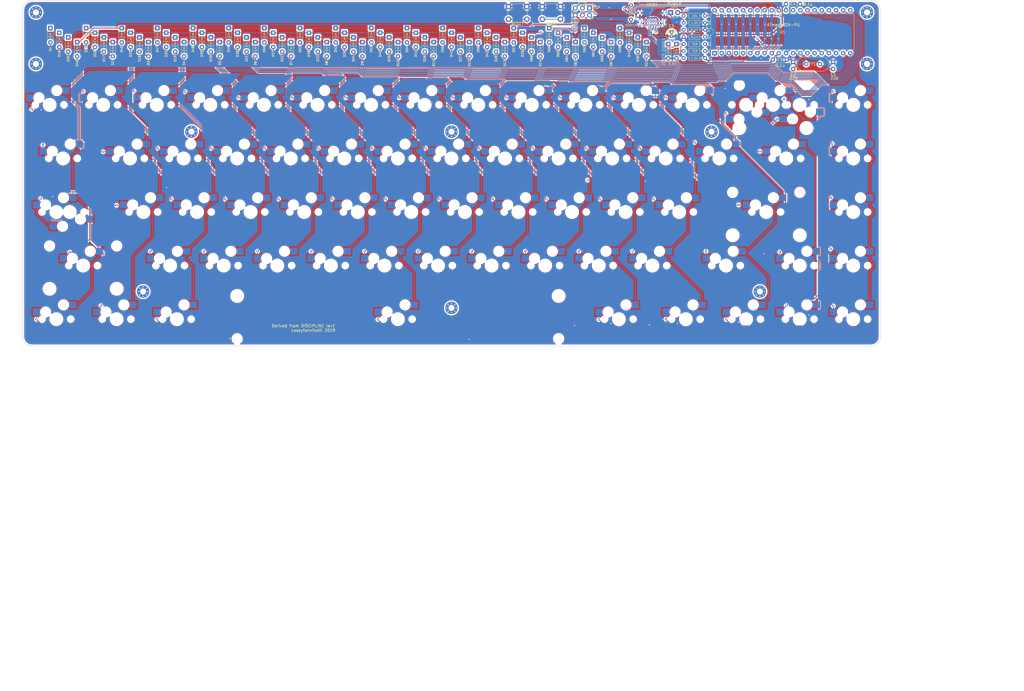
<source format=kicad_pcb>
(kicad_pcb (version 20171130) (host pcbnew "(5.1.5)-3")
  (layers (0 F.Cu signal) (31 B.Cu signal) (34 B.Paste user) (35 F.Paste user) (36 B.SilkS user) (37 F.SilkS user) (38 B.Mask user) (39 F.Mask user) (44 Edge.Cuts user))
  (net 0 "")
  (net 1 GND)
  (net 2 VCC)
  (net 3 row0)
  (net 4 "Net-(D1-Pad2)")
  (net 5 "Net-(D2-Pad2)")
  (net 6 "Net-(D3-Pad2)")
  (net 7 "Net-(D4-Pad2)")
  (net 8 "Net-(D5-Pad2)")
  (net 9 "Net-(D6-Pad2)")
  (net 10 "Net-(D7-Pad2)")
  (net 11 "Net-(D8-Pad2)")
  (net 12 "Net-(D9-Pad2)")
  (net 13 "Net-(D10-Pad2)")
  (net 14 "Net-(D11-Pad2)")
  (net 15 "Net-(D12-Pad2)")
  (net 16 "Net-(D13-Pad2)")
  (net 17 "Net-(D14-Pad2)")
  (net 18 "Net-(D15-Pad2)")
  (net 19 row1)
  (net 20 "Net-(D16-Pad2)")
  (net 21 "Net-(D17-Pad2)")
  (net 22 "Net-(D18-Pad2)")
  (net 23 "Net-(D19-Pad2)")
  (net 24 "Net-(D20-Pad2)")
  (net 25 "Net-(D21-Pad2)")
  (net 26 "Net-(D22-Pad2)")
  (net 27 "Net-(D23-Pad2)")
  (net 28 "Net-(D24-Pad2)")
  (net 29 "Net-(D25-Pad2)")
  (net 30 "Net-(D26-Pad2)")
  (net 31 "Net-(D27-Pad2)")
  (net 32 "Net-(D28-Pad2)")
  (net 33 "Net-(D29-Pad2)")
  (net 34 "Net-(D30-Pad2)")
  (net 35 "Net-(D31-Pad2)")
  (net 36 row2)
  (net 37 "Net-(D32-Pad2)")
  (net 38 "Net-(D33-Pad2)")
  (net 39 "Net-(D34-Pad2)")
  (net 40 "Net-(D35-Pad2)")
  (net 41 "Net-(D36-Pad2)")
  (net 42 "Net-(D37-Pad2)")
  (net 43 "Net-(D38-Pad2)")
  (net 44 "Net-(D39-Pad2)")
  (net 45 "Net-(D40-Pad2)")
  (net 46 "Net-(D41-Pad2)")
  (net 47 "Net-(D42-Pad2)")
  (net 48 "Net-(D43-Pad2)")
  (net 49 "Net-(D44-Pad2)")
  (net 50 row3)
  (net 51 "Net-(D45-Pad2)")
  (net 52 "Net-(D46-Pad2)")
  (net 53 "Net-(D47-Pad2)")
  (net 54 "Net-(D48-Pad2)")
  (net 55 "Net-(D49-Pad2)")
  (net 56 "Net-(D50-Pad2)")
  (net 57 "Net-(D51-Pad2)")
  (net 58 "Net-(D52-Pad2)")
  (net 59 "Net-(D53-Pad2)")
  (net 60 "Net-(D54-Pad2)")
  (net 61 "Net-(D55-Pad2)")
  (net 62 "Net-(D56-Pad2)")
  (net 63 "Net-(D57-Pad2)")
  (net 64 "Net-(D58-Pad2)")
  (net 65 "Net-(D59-Pad2)")
  (net 66 row4)
  (net 67 "Net-(D60-Pad2)")
  (net 68 "Net-(D61-Pad2)")
  (net 69 "Net-(D62-Pad2)")
  (net 70 "Net-(D63-Pad2)")
  (net 71 "Net-(D64-Pad2)")
  (net 72 "Net-(D65-Pad2)")
  (net 73 "Net-(D66-Pad2)")
  (net 74 "Net-(D67-Pad2)")
  (net 75 col0)
  (net 76 col1)
  (net 77 col2)
  (net 78 col3)
  (net 79 col4)
  (net 80 col5)
  (net 81 col6)
  (net 82 col7)
  (net 83 col8)
  (net 84 col9)
  (net 85 col10)
  (net 86 col11)
  (net 87 col12)
  (net 88 col13)
  (net 89 col14)
  (net 90 "Net-(R1-Pad2)")
  (net 91 "Net-(D68-Pad2)")
  (net 92 "Net-(R2-Pad1)")
  (net 93 "Net-(USB1-PadB8)")
  (net 94 "Net-(USB1-PadA8)")
  (net 95 reset)
  (net 96 +5V)
  (net 97 "Net-(U1-Pad29)")
  (net 98 "Net-(U1-Pad32)")
  (net 99 "Net-(U1-Pad33)")
  (net 100 "Net-(U1-Pad14)")
  (net 101 "Net-(U1-Pad34)")
  (net 102 "Net-(U1-Pad35)")
  (net 103 D+)
  (net 104 D-)
  (net 105 "Net-(C1-Pad1)")
  (net 106 "Net-(C2-Pad1)")
  (net 107 "Net-(D69-Pad1)")
  (net 108 "Net-(D70-Pad1)")
  (net 109 MOSI)
  (net 110 SCK)
  (net 111 MISO)
  (net 112 "Net-(LED1-Pad1)")
  (net 113 boot)
  (net 114 "Net-(U1-Pad15)")
  (module "logos:TOPY 4MM MASK" (layer F.Cu) (at 44.319741 49.307179)
    (fp_text reference G*** hide)
    (fp_text value LOGO hide)
  )
  (module "logos:TOPY 4MM MASK" (layer F.Cu) (at 339.935372 49.307179)
    (fp_text reference G*** hide)
    (fp_text value LOGO hide)
  )
  (module MX_Only:MXOnly-1.25U-Hotswap (layer F.Cu) (at 51.5905 111.118)
    (fp_text reference SW69)
    (fp_text value KEYSW)
    (fp_text user %R (at 0 3.048) (layer B.SilkS) (effects (justify mirror)))
    (pad 2 smd rect (at 5.842 -5.08) (size 2.55 2.5) (layers B.Cu B.Paste B.Mask) (net 75 col0))
    (pad 1 smd rect (at -7.085 -2.54) (size 2.55 2.5) (layers B.Cu B.Paste B.Mask) (net 35 "Net-(D31-Pad2)"))
    (pad "" np_thru_hole circle (at 5.08 0 48.0996) (size 1.75 1.75) (drill 1.75) (layers *.Cu *.Mask))
    (pad "" np_thru_hole circle (at -5.08 0 48.0996) (size 1.75 1.75) (drill 1.75) (layers *.Cu *.Mask))
    (pad "" np_thru_hole circle (at -3.81 -2.54) (size 3 3) (drill 3) (layers *.Cu *.Mask))
    (pad "" np_thru_hole circle (at 0 0) (size 3.9878 3.9878) (drill 3.9878) (layers *.Cu *.Mask))
    (pad "" np_thru_hole circle (at 2.54 -5.08) (size 3 3) (drill 3) (layers *.Cu *.Mask))
  )
  (module MountingHole:MountingHole_2.2mm_M2_Pad_Via (layer F.Cu) (at 339.838871 58.467893)
    (fp_text reference H4)
    (fp_text value MountingHole_2.2mm_M2_Pad_Via)
    (pad 1 thru_hole circle (at 1.166726 -1.166726) (size 0.7 0.7) (drill 0.4) (layers *.Cu *.Mask))
    (pad 1 thru_hole circle (at 0 -1.65) (size 0.7 0.7) (drill 0.4) (layers *.Cu *.Mask))
    (pad 1 thru_hole circle (at -1.166726 -1.166726) (size 0.7 0.7) (drill 0.4) (layers *.Cu *.Mask))
    (pad 1 thru_hole circle (at -1.65 0) (size 0.7 0.7) (drill 0.4) (layers *.Cu *.Mask))
    (pad 1 thru_hole circle (at -1.166726 1.166726) (size 0.7 0.7) (drill 0.4) (layers *.Cu *.Mask))
    (pad 1 thru_hole circle (at 0 1.65) (size 0.7 0.7) (drill 0.4) (layers *.Cu *.Mask))
    (pad 1 thru_hole circle (at 1.166726 1.166726) (size 0.7 0.7) (drill 0.4) (layers *.Cu *.Mask))
    (pad 1 thru_hole circle (at 1.65 0) (size 0.7 0.7) (drill 0.4) (layers *.Cu *.Mask))
    (pad 1 thru_hole circle (at 0 0) (size 4.4 4.4) (drill 2.2) (layers *.Cu *.Mask))
  )
  (module MountingHole:MountingHole_2.2mm_M2_Pad_Via (layer F.Cu) (at 339.838871 40.14618)
    (fp_text reference H3)
    (fp_text value MountingHole_2.2mm_M2_Pad_Via)
    (pad 1 thru_hole circle (at 1.166726 -1.166726) (size 0.7 0.7) (drill 0.4) (layers *.Cu *.Mask))
    (pad 1 thru_hole circle (at 0 -1.65) (size 0.7 0.7) (drill 0.4) (layers *.Cu *.Mask))
    (pad 1 thru_hole circle (at -1.166726 -1.166726) (size 0.7 0.7) (drill 0.4) (layers *.Cu *.Mask))
    (pad 1 thru_hole circle (at -1.65 0) (size 0.7 0.7) (drill 0.4) (layers *.Cu *.Mask))
    (pad 1 thru_hole circle (at -1.166726 1.166726) (size 0.7 0.7) (drill 0.4) (layers *.Cu *.Mask))
    (pad 1 thru_hole circle (at 0 1.65) (size 0.7 0.7) (drill 0.4) (layers *.Cu *.Mask))
    (pad 1 thru_hole circle (at 1.166726 1.166726) (size 0.7 0.7) (drill 0.4) (layers *.Cu *.Mask))
    (pad 1 thru_hole circle (at 1.65 0) (size 0.7 0.7) (drill 0.4) (layers *.Cu *.Mask))
    (pad 1 thru_hole circle (at 0 0) (size 4.4 4.4) (drill 2.2) (layers *.Cu *.Mask))
  )
  (module MountingHole:MountingHole_2.2mm_M2_Pad_Via (layer F.Cu) (at 44.32412 40.14618)
    (fp_text reference H1)
    (fp_text value MountingHole_2.2mm_M2_Pad_Via)
    (pad 1 thru_hole circle (at 1.166726 -1.166726) (size 0.7 0.7) (drill 0.4) (layers *.Cu *.Mask))
    (pad 1 thru_hole circle (at 0 -1.65) (size 0.7 0.7) (drill 0.4) (layers *.Cu *.Mask))
    (pad 1 thru_hole circle (at -1.166726 -1.166726) (size 0.7 0.7) (drill 0.4) (layers *.Cu *.Mask))
    (pad 1 thru_hole circle (at -1.65 0) (size 0.7 0.7) (drill 0.4) (layers *.Cu *.Mask))
    (pad 1 thru_hole circle (at -1.166726 1.166726) (size 0.7 0.7) (drill 0.4) (layers *.Cu *.Mask))
    (pad 1 thru_hole circle (at 0 1.65) (size 0.7 0.7) (drill 0.4) (layers *.Cu *.Mask))
    (pad 1 thru_hole circle (at 1.166726 1.166726) (size 0.7 0.7) (drill 0.4) (layers *.Cu *.Mask))
    (pad 1 thru_hole circle (at 1.65 0) (size 0.7 0.7) (drill 0.4) (layers *.Cu *.Mask))
    (pad 1 thru_hole circle (at 0 0) (size 4.4 4.4) (drill 2.2) (layers *.Cu *.Mask))
  )
  (module MountingHole:MountingHole_2.2mm_M2_Pad_Via (layer F.Cu) (at 44.32412 58.467893)
    (fp_text reference H2)
    (fp_text value MountingHole_2.2mm_M2_Pad_Via)
    (pad 1 thru_hole circle (at 1.166726 -1.166726) (size 0.7 0.7) (drill 0.4) (layers *.Cu *.Mask))
    (pad 1 thru_hole circle (at 0 -1.65) (size 0.7 0.7) (drill 0.4) (layers *.Cu *.Mask))
    (pad 1 thru_hole circle (at -1.166726 -1.166726) (size 0.7 0.7) (drill 0.4) (layers *.Cu *.Mask))
    (pad 1 thru_hole circle (at -1.65 0) (size 0.7 0.7) (drill 0.4) (layers *.Cu *.Mask))
    (pad 1 thru_hole circle (at -1.166726 1.166726) (size 0.7 0.7) (drill 0.4) (layers *.Cu *.Mask))
    (pad 1 thru_hole circle (at 0 1.65) (size 0.7 0.7) (drill 0.4) (layers *.Cu *.Mask))
    (pad 1 thru_hole circle (at 1.166726 1.166726) (size 0.7 0.7) (drill 0.4) (layers *.Cu *.Mask))
    (pad 1 thru_hole circle (at 1.65 0) (size 0.7 0.7) (drill 0.4) (layers *.Cu *.Mask))
    (pad 1 thru_hole circle (at 0 0) (size 4.4 4.4) (drill 2.2) (layers *.Cu *.Mask))
  )
  (module MountingHole:MountingHole_2.2mm_M2_Pad_Via (layer F.Cu) (at 192.08412 145.207893)
    (fp_text reference H9 hide)
    (fp_text value MountingHole_2.2mm_M2_Pad_Via)
    (pad 1 thru_hole circle (at 1.166726 -1.166726) (size 0.7 0.7) (drill 0.4) (layers *.Cu *.Mask))
    (pad 1 thru_hole circle (at 0 -1.65) (size 0.7 0.7) (drill 0.4) (layers *.Cu *.Mask))
    (pad 1 thru_hole circle (at -1.166726 -1.166726) (size 0.7 0.7) (drill 0.4) (layers *.Cu *.Mask))
    (pad 1 thru_hole circle (at -1.65 0) (size 0.7 0.7) (drill 0.4) (layers *.Cu *.Mask))
    (pad 1 thru_hole circle (at -1.166726 1.166726) (size 0.7 0.7) (drill 0.4) (layers *.Cu *.Mask))
    (pad 1 thru_hole circle (at 0 1.65) (size 0.7 0.7) (drill 0.4) (layers *.Cu *.Mask))
    (pad 1 thru_hole circle (at 1.166726 1.166726) (size 0.7 0.7) (drill 0.4) (layers *.Cu *.Mask))
    (pad 1 thru_hole circle (at 1.65 0) (size 0.7 0.7) (drill 0.4) (layers *.Cu *.Mask))
    (pad 1 thru_hole circle (at 0 0) (size 4.4 4.4) (drill 2.2) (layers *.Cu *.Mask))
  )
  (module MountingHole:MountingHole_2.2mm_M2_Pad_Via (layer F.Cu) (at 301.72412 139.397893)
    (fp_text reference H10 hide)
    (fp_text value MountingHole_2.2mm_M2_Pad_Via)
    (pad 1 thru_hole circle (at 1.166726 -1.166726) (size 0.7 0.7) (drill 0.4) (layers *.Cu *.Mask))
    (pad 1 thru_hole circle (at 0 -1.65) (size 0.7 0.7) (drill 0.4) (layers *.Cu *.Mask))
    (pad 1 thru_hole circle (at -1.166726 -1.166726) (size 0.7 0.7) (drill 0.4) (layers *.Cu *.Mask))
    (pad 1 thru_hole circle (at -1.65 0) (size 0.7 0.7) (drill 0.4) (layers *.Cu *.Mask))
    (pad 1 thru_hole circle (at -1.166726 1.166726) (size 0.7 0.7) (drill 0.4) (layers *.Cu *.Mask))
    (pad 1 thru_hole circle (at 0 1.65) (size 0.7 0.7) (drill 0.4) (layers *.Cu *.Mask))
    (pad 1 thru_hole circle (at 1.166726 1.166726) (size 0.7 0.7) (drill 0.4) (layers *.Cu *.Mask))
    (pad 1 thru_hole circle (at 1.65 0) (size 0.7 0.7) (drill 0.4) (layers *.Cu *.Mask))
    (pad 1 thru_hole circle (at 0 0) (size 4.4 4.4) (drill 2.2) (layers *.Cu *.Mask))
  )
  (module MountingHole:MountingHole_2.2mm_M2_Pad_Via (layer F.Cu) (at 82.43412 139.397893)
    (fp_text reference H8 hide)
    (fp_text value MountingHole_2.2mm_M2_Pad_Via)
    (pad 1 thru_hole circle (at 1.166726 -1.166726) (size 0.7 0.7) (drill 0.4) (layers *.Cu *.Mask))
    (pad 1 thru_hole circle (at 0 -1.65) (size 0.7 0.7) (drill 0.4) (layers *.Cu *.Mask))
    (pad 1 thru_hole circle (at -1.166726 -1.166726) (size 0.7 0.7) (drill 0.4) (layers *.Cu *.Mask))
    (pad 1 thru_hole circle (at -1.65 0) (size 0.7 0.7) (drill 0.4) (layers *.Cu *.Mask))
    (pad 1 thru_hole circle (at -1.166726 1.166726) (size 0.7 0.7) (drill 0.4) (layers *.Cu *.Mask))
    (pad 1 thru_hole circle (at 0 1.65) (size 0.7 0.7) (drill 0.4) (layers *.Cu *.Mask))
    (pad 1 thru_hole circle (at 1.166726 1.166726) (size 0.7 0.7) (drill 0.4) (layers *.Cu *.Mask))
    (pad 1 thru_hole circle (at 1.65 0) (size 0.7 0.7) (drill 0.4) (layers *.Cu *.Mask))
    (pad 1 thru_hole circle (at 0 0) (size 4.4 4.4) (drill 2.2) (layers *.Cu *.Mask))
  )
  (module MountingHole:MountingHole_2.2mm_M2_Pad_Via (layer F.Cu) (at 192.0854 82.547893)
    (fp_text reference H6 hide)
    (fp_text value MountingHole_2.2mm_M2_Pad_Via)
    (pad 1 thru_hole circle (at 1.166726 -1.166726) (size 0.7 0.7) (drill 0.4) (layers *.Cu *.Mask))
    (pad 1 thru_hole circle (at 0 -1.65) (size 0.7 0.7) (drill 0.4) (layers *.Cu *.Mask))
    (pad 1 thru_hole circle (at -1.166726 -1.166726) (size 0.7 0.7) (drill 0.4) (layers *.Cu *.Mask))
    (pad 1 thru_hole circle (at -1.65 0) (size 0.7 0.7) (drill 0.4) (layers *.Cu *.Mask))
    (pad 1 thru_hole circle (at -1.166726 1.166726) (size 0.7 0.7) (drill 0.4) (layers *.Cu *.Mask))
    (pad 1 thru_hole circle (at 0 1.65) (size 0.7 0.7) (drill 0.4) (layers *.Cu *.Mask))
    (pad 1 thru_hole circle (at 1.166726 1.166726) (size 0.7 0.7) (drill 0.4) (layers *.Cu *.Mask))
    (pad 1 thru_hole circle (at 1.65 0) (size 0.7 0.7) (drill 0.4) (layers *.Cu *.Mask))
    (pad 1 thru_hole circle (at 0 0) (size 4.4 4.4) (drill 2.2) (layers *.Cu *.Mask))
  )
  (module MountingHole:MountingHole_2.2mm_M2_Pad_Via (layer F.Cu) (at 99.62412 82.547893)
    (fp_text reference H5 hide)
    (fp_text value MountingHole_2.2mm_M2_Pad_Via)
    (pad 1 thru_hole circle (at 1.166726 -1.166726) (size 0.7 0.7) (drill 0.4) (layers *.Cu *.Mask))
    (pad 1 thru_hole circle (at 0 -1.65) (size 0.7 0.7) (drill 0.4) (layers *.Cu *.Mask))
    (pad 1 thru_hole circle (at -1.166726 -1.166726) (size 0.7 0.7) (drill 0.4) (layers *.Cu *.Mask))
    (pad 1 thru_hole circle (at -1.65 0) (size 0.7 0.7) (drill 0.4) (layers *.Cu *.Mask))
    (pad 1 thru_hole circle (at -1.166726 1.166726) (size 0.7 0.7) (drill 0.4) (layers *.Cu *.Mask))
    (pad 1 thru_hole circle (at 0 1.65) (size 0.7 0.7) (drill 0.4) (layers *.Cu *.Mask))
    (pad 1 thru_hole circle (at 1.166726 1.166726) (size 0.7 0.7) (drill 0.4) (layers *.Cu *.Mask))
    (pad 1 thru_hole circle (at 1.65 0) (size 0.7 0.7) (drill 0.4) (layers *.Cu *.Mask))
    (pad 1 thru_hole circle (at 0 0) (size 4.4 4.4) (drill 2.2) (layers *.Cu *.Mask))
  )
  (module MountingHole:MountingHole_2.2mm_M2_Pad_Via (layer F.Cu) (at 284.538871 82.547893)
    (fp_text reference H7 hide)
    (fp_text value MountingHole_2.2mm_M2_Pad_Via)
    (pad 1 thru_hole circle (at 1.166726 -1.166726) (size 0.7 0.7) (drill 0.4) (layers *.Cu *.Mask))
    (pad 1 thru_hole circle (at 0 -1.65) (size 0.7 0.7) (drill 0.4) (layers *.Cu *.Mask))
    (pad 1 thru_hole circle (at -1.166726 -1.166726) (size 0.7 0.7) (drill 0.4) (layers *.Cu *.Mask))
    (pad 1 thru_hole circle (at -1.65 0) (size 0.7 0.7) (drill 0.4) (layers *.Cu *.Mask))
    (pad 1 thru_hole circle (at -1.166726 1.166726) (size 0.7 0.7) (drill 0.4) (layers *.Cu *.Mask))
    (pad 1 thru_hole circle (at 0 1.65) (size 0.7 0.7) (drill 0.4) (layers *.Cu *.Mask))
    (pad 1 thru_hole circle (at 1.166726 1.166726) (size 0.7 0.7) (drill 0.4) (layers *.Cu *.Mask))
    (pad 1 thru_hole circle (at 1.65 0) (size 0.7 0.7) (drill 0.4) (layers *.Cu *.Mask))
    (pad 1 thru_hole circle (at 0 0) (size 4.4 4.4) (drill 2.2) (layers *.Cu *.Mask))
  )
  (module MX_Only:MXOnly-7U-Hotswap-ReversedStabilizers (layer F.Cu) (at 173.0266 149.2156)
    (fp_text reference SW62)
    (fp_text value KEYSW)
    (pad "" np_thru_hole circle (at -57.15 -8.255) (size 3.9878 3.9878) (drill 3.9878) (layers *.Cu *.Mask))
    (pad "" np_thru_hole circle (at 57.15 -8.255) (size 3.9878 3.9878) (drill 3.9878) (layers *.Cu *.Mask))
    (pad "" np_thru_hole circle (at -57.15 6.985) (size 3.048 3.048) (drill 3.048) (layers *.Cu *.Mask))
    (pad "" np_thru_hole circle (at 57.15 6.985) (size 3.048 3.048) (drill 3.048) (layers *.Cu *.Mask))
    (pad 2 smd rect (at 5.842 -5.08) (size 2.55 2.5) (layers B.Cu B.Paste B.Mask) (net 81 col6))
    (pad 1 smd rect (at -7.085 -2.54) (size 2.55 2.5) (layers B.Cu B.Paste B.Mask) (net 69 "Net-(D62-Pad2)"))
    (pad "" np_thru_hole circle (at 5.08 0 48.0996) (size 1.75 1.75) (drill 1.75) (layers *.Cu *.Mask))
    (pad "" np_thru_hole circle (at -5.08 0 48.0996) (size 1.75 1.75) (drill 1.75) (layers *.Cu *.Mask))
    (pad "" np_thru_hole circle (at -3.81 -2.54) (size 3 3) (drill 3) (layers *.Cu *.Mask))
    (pad "" np_thru_hole circle (at 0 0) (size 3.9878 3.9878) (drill 3.9878) (layers *.Cu *.Mask))
    (pad "" np_thru_hole circle (at 2.54 -5.08) (size 3 3) (drill 3) (layers *.Cu *.Mask))
  )
  (module MX_Only:MXOnly-1U-Hotswap (layer F.Cu) (at 182.551 73.0204)
    (fp_text reference SW8)
    (fp_text value KEYSW)
    (pad 2 smd rect (at 5.842 -5.08) (size 2.55 2.5) (layers B.Cu B.Paste B.Mask) (net 82 col7))
    (pad 1 smd rect (at -7.085 -2.54) (size 2.55 2.5) (layers B.Cu B.Paste B.Mask) (net 11 "Net-(D8-Pad2)"))
    (pad "" np_thru_hole circle (at 5.08 0 48.0996) (size 1.75 1.75) (drill 1.75) (layers *.Cu *.Mask))
    (pad "" np_thru_hole circle (at -5.08 0 48.0996) (size 1.75 1.75) (drill 1.75) (layers *.Cu *.Mask))
    (pad "" np_thru_hole circle (at -3.81 -2.54) (size 3 3) (drill 3) (layers *.Cu *.Mask))
    (pad "" np_thru_hole circle (at 0 0) (size 3.9878 3.9878) (drill 3.9878) (layers *.Cu *.Mask))
    (pad "" np_thru_hole circle (at 2.54 -5.08) (size 3 3) (drill 3) (layers *.Cu *.Mask))
  )
  (module MX_Only:MXOnly-1U-Hotswap (layer F.Cu) (at 201.5998 73.0204)
    (fp_text reference SW9)
    (fp_text value KEYSW)
    (pad 2 smd rect (at 5.842 -5.08) (size 2.55 2.5) (layers B.Cu B.Paste B.Mask) (net 83 col8))
    (pad 1 smd rect (at -7.085 -2.54) (size 2.55 2.5) (layers B.Cu B.Paste B.Mask) (net 12 "Net-(D9-Pad2)"))
    (pad "" np_thru_hole circle (at 5.08 0 48.0996) (size 1.75 1.75) (drill 1.75) (layers *.Cu *.Mask))
    (pad "" np_thru_hole circle (at -5.08 0 48.0996) (size 1.75 1.75) (drill 1.75) (layers *.Cu *.Mask))
    (pad "" np_thru_hole circle (at -3.81 -2.54) (size 3 3) (drill 3) (layers *.Cu *.Mask))
    (pad "" np_thru_hole circle (at 0 0) (size 3.9878 3.9878) (drill 3.9878) (layers *.Cu *.Mask))
    (pad "" np_thru_hole circle (at 2.54 -5.08) (size 3 3) (drill 3) (layers *.Cu *.Mask))
  )
  (module MX_Only:MXOnly-1U-Hotswap (layer F.Cu) (at 315.8926 73.0204 180)
    (fp_text reference SW68)
    (fp_text value KEYSW)
    (pad 2 smd rect (at 5.842 -5.08 180) (size 2.55 2.5) (layers B.Cu B.Paste B.Mask) (net 91 "Net-(D68-Pad2)"))
    (pad 1 smd rect (at -7.085 -2.54 180) (size 2.55 2.5) (layers B.Cu B.Paste B.Mask) (net 88 col13))
    (pad "" np_thru_hole circle (at 5.08 0 228.0996) (size 1.75 1.75) (drill 1.75) (layers *.Cu *.Mask))
    (pad "" np_thru_hole circle (at -5.08 0 228.0996) (size 1.75 1.75) (drill 1.75) (layers *.Cu *.Mask))
    (pad "" np_thru_hole circle (at -3.81 -2.54 180) (size 3 3) (drill 3) (layers *.Cu *.Mask))
    (pad "" np_thru_hole circle (at 0 0 180) (size 3.9878 3.9878) (drill 3.9878) (layers *.Cu *.Mask))
    (pad "" np_thru_hole circle (at 2.54 -5.08 180) (size 3 3) (drill 3) (layers *.Cu *.Mask))
  )
  (module MX_Only:MXOnly-2U-Hotswap (layer F.Cu) (at 306.3682 73.0204)
    (fp_text reference SW14)
    (fp_text value KEYSW)
    (pad "" np_thru_hole circle (at -11.938 8.255) (size 3.9878 3.9878) (drill 3.9878) (layers *.Cu *.Mask))
    (pad "" np_thru_hole circle (at 11.938 8.255) (size 3.9878 3.9878) (drill 3.9878) (layers *.Cu *.Mask))
    (pad "" np_thru_hole circle (at -11.938 -6.985) (size 3.048 3.048) (drill 3.048) (layers *.Cu *.Mask))
    (pad "" np_thru_hole circle (at 11.938 -6.985) (size 3.048 3.048) (drill 3.048) (layers *.Cu *.Mask))
    (pad 2 smd rect (at 5.842 -5.08) (size 2.55 2.5) (layers B.Cu B.Paste B.Mask) (net 88 col13))
    (pad 1 smd custom (at -7.085 -2.54) (size 2 2) (layers B.Cu B.Paste B.Mask) (net 17 "Net-(D14-Pad2)") (options (clearance outline) (anchor circle)) (primitives (gr_poly (pts (xy -1.275 -1.25) (xy 1.275 -1.25) (xy 1.275 1.25) (xy -0.6 1.25) (xy -1.275 0.6)) (width 0))))
    (pad "" np_thru_hole circle (at 5.08 0 48.0996) (size 1.75 1.75) (drill 1.75) (layers *.Cu *.Mask))
    (pad "" np_thru_hole circle (at -5.08 0 48.0996) (size 1.75 1.75) (drill 1.75) (layers *.Cu *.Mask))
    (pad "" np_thru_hole circle (at -3.81 -2.54) (size 3 3) (drill 3) (layers *.Cu *.Mask))
    (pad "" np_thru_hole circle (at 0 0) (size 3.9878 3.9878) (drill 3.9878) (layers *.Cu *.Mask))
    (pad "" np_thru_hole circle (at 2.54 -5.08) (size 3 3) (drill 3) (layers *.Cu *.Mask))
  )
  (module MX_Only:MXOnly-1U-Hotswap (layer F.Cu) (at 87.307 73.0204)
    (fp_text reference SW3)
    (fp_text value KEYSW)
    (pad 2 smd rect (at 5.842 -5.08) (size 2.55 2.5) (layers B.Cu B.Paste B.Mask) (net 77 col2))
    (pad 1 smd rect (at -7.085 -2.54) (size 2.55 2.5) (layers B.Cu B.Paste B.Mask) (net 6 "Net-(D3-Pad2)"))
    (pad "" np_thru_hole circle (at 5.08 0 48.0996) (size 1.75 1.75) (drill 1.75) (layers *.Cu *.Mask))
    (pad "" np_thru_hole circle (at -5.08 0 48.0996) (size 1.75 1.75) (drill 1.75) (layers *.Cu *.Mask))
    (pad "" np_thru_hole circle (at -3.81 -2.54) (size 3 3) (drill 3) (layers *.Cu *.Mask))
    (pad "" np_thru_hole circle (at 0 0) (size 3.9878 3.9878) (drill 3.9878) (layers *.Cu *.Mask))
    (pad "" np_thru_hole circle (at 2.54 -5.08) (size 3 3) (drill 3) (layers *.Cu *.Mask))
  )
  (module MX_Only:MXOnly-1U-Hotswap (layer F.Cu) (at 315.8926 130.1668)
    (fp_text reference SW57)
    (fp_text value KEYSW)
    (pad 2 smd rect (at 5.842 -5.08) (size 2.55 2.5) (layers B.Cu B.Paste B.Mask) (net 88 col13))
    (pad 1 smd rect (at -7.085 -2.54) (size 2.55 2.5) (layers B.Cu B.Paste B.Mask) (net 63 "Net-(D57-Pad2)"))
    (pad "" np_thru_hole circle (at 5.08 0 48.0996) (size 1.75 1.75) (drill 1.75) (layers *.Cu *.Mask))
    (pad "" np_thru_hole circle (at -5.08 0 48.0996) (size 1.75 1.75) (drill 1.75) (layers *.Cu *.Mask))
    (pad "" np_thru_hole circle (at -3.81 -2.54) (size 3 3) (drill 3) (layers *.Cu *.Mask))
    (pad "" np_thru_hole circle (at 0 0) (size 3.9878 3.9878) (drill 3.9878) (layers *.Cu *.Mask))
    (pad "" np_thru_hole circle (at 2.54 -5.08) (size 3 3) (drill 3) (layers *.Cu *.Mask))
  )
  (module MX_Only:MXOnly-1.75U-Hotswap (layer F.Cu) (at 289.7005 130.1668)
    (fp_text reference SW56)
    (fp_text value KEYSW)
    (pad 2 smd rect (at 5.842 -5.08) (size 2.55 2.5) (layers B.Cu B.Paste B.Mask) (net 87 col12))
    (pad 1 smd rect (at -7.085 -2.54) (size 2.55 2.5) (layers B.Cu B.Paste B.Mask) (net 62 "Net-(D56-Pad2)"))
    (pad "" np_thru_hole circle (at 5.08 0 48.0996) (size 1.75 1.75) (drill 1.75) (layers *.Cu *.Mask))
    (pad "" np_thru_hole circle (at -5.08 0 48.0996) (size 1.75 1.75) (drill 1.75) (layers *.Cu *.Mask))
    (pad "" np_thru_hole circle (at -3.81 -2.54) (size 3 3) (drill 3) (layers *.Cu *.Mask))
    (pad "" np_thru_hole circle (at 0 0) (size 3.9878 3.9878) (drill 3.9878) (layers *.Cu *.Mask))
    (pad "" np_thru_hole circle (at 2.54 -5.08) (size 3 3) (drill 3) (layers *.Cu *.Mask))
  )
  (module MX_Only:MXOnly-1U-Hotswap (layer F.Cu) (at 215.8864 111.118)
    (fp_text reference SW39)
    (fp_text value KEYSW)
    (pad 2 smd rect (at 5.842 -5.08) (size 2.55 2.5) (layers B.Cu B.Paste B.Mask) (net 83 col8))
    (pad 1 smd rect (at -7.085 -2.54) (size 2.55 2.5) (layers B.Cu B.Paste B.Mask) (net 44 "Net-(D39-Pad2)"))
    (pad "" np_thru_hole circle (at 5.08 0 48.0996) (size 1.75 1.75) (drill 1.75) (layers *.Cu *.Mask))
    (pad "" np_thru_hole circle (at -5.08 0 48.0996) (size 1.75 1.75) (drill 1.75) (layers *.Cu *.Mask))
    (pad "" np_thru_hole circle (at -3.81 -2.54) (size 3 3) (drill 3) (layers *.Cu *.Mask))
    (pad "" np_thru_hole circle (at 0 0) (size 3.9878 3.9878) (drill 3.9878) (layers *.Cu *.Mask))
    (pad "" np_thru_hole circle (at 2.54 -5.08) (size 3 3) (drill 3) (layers *.Cu *.Mask))
  )
  (module MX_Only:MXOnly-1U-Hotswap (layer F.Cu) (at 73.0204 149.2156)
    (fp_text reference SW60)
    (fp_text value KEYSW)
    (pad 2 smd rect (at 5.842 -5.08) (size 2.55 2.5) (layers B.Cu B.Paste B.Mask) (net 76 col1))
    (pad 1 smd rect (at -7.085 -2.54) (size 2.55 2.5) (layers B.Cu B.Paste B.Mask) (net 67 "Net-(D60-Pad2)"))
    (pad "" np_thru_hole circle (at 5.08 0 48.0996) (size 1.75 1.75) (drill 1.75) (layers *.Cu *.Mask))
    (pad "" np_thru_hole circle (at -5.08 0 48.0996) (size 1.75 1.75) (drill 1.75) (layers *.Cu *.Mask))
    (pad "" np_thru_hole circle (at -3.81 -2.54) (size 3 3) (drill 3) (layers *.Cu *.Mask))
    (pad "" np_thru_hole circle (at 0 0) (size 3.9878 3.9878) (drill 3.9878) (layers *.Cu *.Mask))
    (pad "" np_thru_hole circle (at 2.54 -5.08) (size 3 3) (drill 3) (layers *.Cu *.Mask))
  )
  (module MX_Only:MXOnly-1U-Hotswap (layer F.Cu) (at 92.0692 130.1668)
    (fp_text reference SW46)
    (fp_text value KEYSW)
    (pad 2 smd rect (at 5.842 -5.08) (size 2.55 2.5) (layers B.Cu B.Paste B.Mask) (net 77 col2))
    (pad 1 smd rect (at -7.085 -2.54) (size 2.55 2.5) (layers B.Cu B.Paste B.Mask) (net 52 "Net-(D46-Pad2)"))
    (pad "" np_thru_hole circle (at 5.08 0 48.0996) (size 1.75 1.75) (drill 1.75) (layers *.Cu *.Mask))
    (pad "" np_thru_hole circle (at -5.08 0 48.0996) (size 1.75 1.75) (drill 1.75) (layers *.Cu *.Mask))
    (pad "" np_thru_hole circle (at -3.81 -2.54) (size 3 3) (drill 3) (layers *.Cu *.Mask))
    (pad "" np_thru_hole circle (at 0 0) (size 3.9878 3.9878) (drill 3.9878) (layers *.Cu *.Mask))
    (pad "" np_thru_hole circle (at 2.54 -5.08) (size 3 3) (drill 3) (layers *.Cu *.Mask))
  )
  (module MX_Only:MXOnly-1U-Hotswap (layer F.Cu) (at 49.2094 73.0204)
    (fp_text reference SW1)
    (fp_text value KEYSW)
    (pad 2 smd rect (at 5.842 -5.08) (size 2.55 2.5) (layers B.Cu B.Paste B.Mask) (net 75 col0))
    (pad 1 smd rect (at -7.085 -2.54) (size 2.55 2.5) (layers B.Cu B.Paste B.Mask) (net 4 "Net-(D1-Pad2)"))
    (pad "" np_thru_hole circle (at 5.08 0 48.0996) (size 1.75 1.75) (drill 1.75) (layers *.Cu *.Mask))
    (pad "" np_thru_hole circle (at -5.08 0 48.0996) (size 1.75 1.75) (drill 1.75) (layers *.Cu *.Mask))
    (pad "" np_thru_hole circle (at -3.81 -2.54) (size 3 3) (drill 3) (layers *.Cu *.Mask))
    (pad "" np_thru_hole circle (at 0 0) (size 3.9878 3.9878) (drill 3.9878) (layers *.Cu *.Mask))
    (pad "" np_thru_hole circle (at 2.54 -5.08) (size 3 3) (drill 3) (layers *.Cu *.Mask))
  )
  (module MX_Only:MXOnly-1U-Hotswap (layer F.Cu) (at 296.8438 73.0204 180)
    (fp_text reference SW70)
    (fp_text value KEYSW)
    (pad 2 smd rect (at 5.842 -5.08 180) (size 2.55 2.5) (layers B.Cu B.Paste B.Mask) (net 17 "Net-(D14-Pad2)"))
    (pad 1 smd custom (at -7.085 -2.54 180) (size 2 2) (layers B.Cu B.Paste B.Mask) (net 88 col13) (options (clearance outline) (anchor circle)) (primitives (gr_poly (pts (xy -1.275 -1.25) (xy 1.275 -1.25) (xy 1.275 1.25) (xy -0.6 1.25) (xy -1.275 0.6)) (width 0))))
    (pad "" np_thru_hole circle (at 5.08 0 228.0996) (size 1.75 1.75) (drill 1.75) (layers *.Cu *.Mask))
    (pad "" np_thru_hole circle (at -5.08 0 228.0996) (size 1.75 1.75) (drill 1.75) (layers *.Cu *.Mask))
    (pad "" np_thru_hole circle (at -3.81 -2.54 180) (size 3 3) (drill 3) (layers *.Cu *.Mask))
    (pad "" np_thru_hole circle (at 0 0 180) (size 3.9878 3.9878) (drill 3.9878) (layers *.Cu *.Mask))
    (pad "" np_thru_hole circle (at 2.54 -5.08 180) (size 3 3) (drill 3) (layers *.Cu *.Mask))
  )
  (module MX_Only:MXOnly-1U-Hotswap (layer F.Cu) (at 334.9414 149.2156)
    (fp_text reference SW67)
    (fp_text value KEYSW)
    (pad 2 smd rect (at 5.842 -5.08) (size 2.55 2.5) (layers B.Cu B.Paste B.Mask) (net 89 col14))
    (pad 1 smd rect (at -7.085 -2.54) (size 2.55 2.5) (layers B.Cu B.Paste B.Mask) (net 74 "Net-(D67-Pad2)"))
    (pad "" np_thru_hole circle (at 5.08 0 48.0996) (size 1.75 1.75) (drill 1.75) (layers *.Cu *.Mask))
    (pad "" np_thru_hole circle (at -5.08 0 48.0996) (size 1.75 1.75) (drill 1.75) (layers *.Cu *.Mask))
    (pad "" np_thru_hole circle (at -3.81 -2.54) (size 3 3) (drill 3) (layers *.Cu *.Mask))
    (pad "" np_thru_hole circle (at 0 0) (size 3.9878 3.9878) (drill 3.9878) (layers *.Cu *.Mask))
    (pad "" np_thru_hole circle (at 2.54 -5.08) (size 3 3) (drill 3) (layers *.Cu *.Mask))
  )
  (module MX_Only:MXOnly-1U-Hotswap (layer F.Cu) (at 315.8926 149.2156)
    (fp_text reference SW66)
    (fp_text value KEYSW)
    (pad 2 smd rect (at 5.842 -5.08) (size 2.55 2.5) (layers B.Cu B.Paste B.Mask) (net 88 col13))
    (pad 1 smd rect (at -7.085 -2.54) (size 2.55 2.5) (layers B.Cu B.Paste B.Mask) (net 73 "Net-(D66-Pad2)"))
    (pad "" np_thru_hole circle (at 5.08 0 48.0996) (size 1.75 1.75) (drill 1.75) (layers *.Cu *.Mask))
    (pad "" np_thru_hole circle (at -5.08 0 48.0996) (size 1.75 1.75) (drill 1.75) (layers *.Cu *.Mask))
    (pad "" np_thru_hole circle (at -3.81 -2.54) (size 3 3) (drill 3) (layers *.Cu *.Mask))
    (pad "" np_thru_hole circle (at 0 0) (size 3.9878 3.9878) (drill 3.9878) (layers *.Cu *.Mask))
    (pad "" np_thru_hole circle (at 2.54 -5.08) (size 3 3) (drill 3) (layers *.Cu *.Mask))
  )
  (module MX_Only:MXOnly-1U-Hotswap (layer F.Cu) (at 296.8438 149.2156)
    (fp_text reference SW65)
    (fp_text value KEYSW)
    (pad 2 smd rect (at 5.842 -5.08) (size 2.55 2.5) (layers B.Cu B.Paste B.Mask) (net 87 col12))
    (pad 1 smd rect (at -7.085 -2.54) (size 2.55 2.5) (layers B.Cu B.Paste B.Mask) (net 72 "Net-(D65-Pad2)"))
    (pad "" np_thru_hole circle (at 5.08 0 48.0996) (size 1.75 1.75) (drill 1.75) (layers *.Cu *.Mask))
    (pad "" np_thru_hole circle (at -5.08 0 48.0996) (size 1.75 1.75) (drill 1.75) (layers *.Cu *.Mask))
    (pad "" np_thru_hole circle (at -3.81 -2.54) (size 3 3) (drill 3) (layers *.Cu *.Mask))
    (pad "" np_thru_hole circle (at 0 0) (size 3.9878 3.9878) (drill 3.9878) (layers *.Cu *.Mask))
    (pad "" np_thru_hole circle (at 2.54 -5.08) (size 3 3) (drill 3) (layers *.Cu *.Mask))
  )
  (module MX_Only:MXOnly-1.25U-Hotswap (layer F.Cu) (at 275.4139 149.2156)
    (fp_text reference SW64)
    (fp_text value KEYSW)
    (pad 2 smd rect (at 5.842 -5.08) (size 2.55 2.5) (layers B.Cu B.Paste B.Mask) (net 86 col11))
    (pad 1 smd rect (at -7.085 -2.54) (size 2.55 2.5) (layers B.Cu B.Paste B.Mask) (net 71 "Net-(D64-Pad2)"))
    (pad "" np_thru_hole circle (at 5.08 0 48.0996) (size 1.75 1.75) (drill 1.75) (layers *.Cu *.Mask))
    (pad "" np_thru_hole circle (at -5.08 0 48.0996) (size 1.75 1.75) (drill 1.75) (layers *.Cu *.Mask))
    (pad "" np_thru_hole circle (at -3.81 -2.54) (size 3 3) (drill 3) (layers *.Cu *.Mask))
    (pad "" np_thru_hole circle (at 0 0) (size 3.9878 3.9878) (drill 3.9878) (layers *.Cu *.Mask))
    (pad "" np_thru_hole circle (at 2.54 -5.08) (size 3 3) (drill 3) (layers *.Cu *.Mask))
  )
  (module MX_Only:MXOnly-1.25U-Hotswap (layer F.Cu) (at 251.6029 149.2156)
    (fp_text reference SW63)
    (fp_text value KEYSW)
    (pad 2 smd rect (at 5.842 -5.08) (size 2.55 2.5) (layers B.Cu B.Paste B.Mask) (net 85 col10))
    (pad 1 smd rect (at -7.085 -2.54) (size 2.55 2.5) (layers B.Cu B.Paste B.Mask) (net 70 "Net-(D63-Pad2)"))
    (pad "" np_thru_hole circle (at 5.08 0 48.0996) (size 1.75 1.75) (drill 1.75) (layers *.Cu *.Mask))
    (pad "" np_thru_hole circle (at -5.08 0 48.0996) (size 1.75 1.75) (drill 1.75) (layers *.Cu *.Mask))
    (pad "" np_thru_hole circle (at -3.81 -2.54) (size 3 3) (drill 3) (layers *.Cu *.Mask))
    (pad "" np_thru_hole circle (at 0 0) (size 3.9878 3.9878) (drill 3.9878) (layers *.Cu *.Mask))
    (pad "" np_thru_hole circle (at 2.54 -5.08) (size 3 3) (drill 3) (layers *.Cu *.Mask))
  )
  (module MX_Only:MXOnly-1.25U-Hotswap (layer F.Cu) (at 94.4503 149.2156)
    (fp_text reference SW61)
    (fp_text value KEYSW)
    (pad 2 smd rect (at 5.842 -5.08) (size 2.55 2.5) (layers B.Cu B.Paste B.Mask) (net 77 col2))
    (pad 1 smd rect (at -7.085 -2.54) (size 2.55 2.5) (layers B.Cu B.Paste B.Mask) (net 68 "Net-(D61-Pad2)"))
    (pad "" np_thru_hole circle (at 5.08 0 48.0996) (size 1.75 1.75) (drill 1.75) (layers *.Cu *.Mask))
    (pad "" np_thru_hole circle (at -5.08 0 48.0996) (size 1.75 1.75) (drill 1.75) (layers *.Cu *.Mask))
    (pad "" np_thru_hole circle (at -3.81 -2.54) (size 3 3) (drill 3) (layers *.Cu *.Mask))
    (pad "" np_thru_hole circle (at 0 0) (size 3.9878 3.9878) (drill 3.9878) (layers *.Cu *.Mask))
    (pad "" np_thru_hole circle (at 2.54 -5.08) (size 3 3) (drill 3) (layers *.Cu *.Mask))
  )
  (module MX_Only:MXOnly-1.25U-Hotswap (layer F.Cu) (at 51.5905 149.2156)
    (fp_text reference SW59)
    (fp_text value KEYSW)
    (pad 2 smd rect (at 5.842 -5.08) (size 2.55 2.5) (layers B.Cu B.Paste B.Mask) (net 75 col0))
    (pad 1 smd rect (at -7.085 -2.54) (size 2.55 2.5) (layers B.Cu B.Paste B.Mask) (net 65 "Net-(D59-Pad2)"))
    (pad "" np_thru_hole circle (at 5.08 0 48.0996) (size 1.75 1.75) (drill 1.75) (layers *.Cu *.Mask))
    (pad "" np_thru_hole circle (at -5.08 0 48.0996) (size 1.75 1.75) (drill 1.75) (layers *.Cu *.Mask))
    (pad "" np_thru_hole circle (at -3.81 -2.54) (size 3 3) (drill 3) (layers *.Cu *.Mask))
    (pad "" np_thru_hole circle (at 0 0) (size 3.9878 3.9878) (drill 3.9878) (layers *.Cu *.Mask))
    (pad "" np_thru_hole circle (at 2.54 -5.08) (size 3 3) (drill 3) (layers *.Cu *.Mask))
  )
  (module MX_Only:MXOnly-1U-Hotswap (layer F.Cu) (at 334.9414 130.1668)
    (fp_text reference SW58)
    (fp_text value KEYSW)
    (pad 2 smd rect (at 5.842 -5.08) (size 2.55 2.5) (layers B.Cu B.Paste B.Mask) (net 89 col14))
    (pad 1 smd rect (at -7.085 -2.54) (size 2.55 2.5) (layers B.Cu B.Paste B.Mask) (net 64 "Net-(D58-Pad2)"))
    (pad "" np_thru_hole circle (at 5.08 0 48.0996) (size 1.75 1.75) (drill 1.75) (layers *.Cu *.Mask))
    (pad "" np_thru_hole circle (at -5.08 0 48.0996) (size 1.75 1.75) (drill 1.75) (layers *.Cu *.Mask))
    (pad "" np_thru_hole circle (at -3.81 -2.54) (size 3 3) (drill 3) (layers *.Cu *.Mask))
    (pad "" np_thru_hole circle (at 0 0) (size 3.9878 3.9878) (drill 3.9878) (layers *.Cu *.Mask))
    (pad "" np_thru_hole circle (at 2.54 -5.08) (size 3 3) (drill 3) (layers *.Cu *.Mask))
  )
  (module MX_Only:MXOnly-1U-Hotswap (layer F.Cu) (at 263.5084 130.1668)
    (fp_text reference SW55)
    (fp_text value KEYSW)
    (pad 2 smd rect (at 5.842 -5.08) (size 2.55 2.5) (layers B.Cu B.Paste B.Mask) (net 86 col11))
    (pad 1 smd rect (at -7.085 -2.54) (size 2.55 2.5) (layers B.Cu B.Paste B.Mask) (net 61 "Net-(D55-Pad2)"))
    (pad "" np_thru_hole circle (at 5.08 0 48.0996) (size 1.75 1.75) (drill 1.75) (layers *.Cu *.Mask))
    (pad "" np_thru_hole circle (at -5.08 0 48.0996) (size 1.75 1.75) (drill 1.75) (layers *.Cu *.Mask))
    (pad "" np_thru_hole circle (at -3.81 -2.54) (size 3 3) (drill 3) (layers *.Cu *.Mask))
    (pad "" np_thru_hole circle (at 0 0) (size 3.9878 3.9878) (drill 3.9878) (layers *.Cu *.Mask))
    (pad "" np_thru_hole circle (at 2.54 -5.08) (size 3 3) (drill 3) (layers *.Cu *.Mask))
  )
  (module MX_Only:MXOnly-1U-Hotswap (layer F.Cu) (at 244.4596 130.1668)
    (fp_text reference SW54)
    (fp_text value KEYSW)
    (pad 2 smd rect (at 5.842 -5.08) (size 2.55 2.5) (layers B.Cu B.Paste B.Mask) (net 85 col10))
    (pad 1 smd rect (at -7.085 -2.54) (size 2.55 2.5) (layers B.Cu B.Paste B.Mask) (net 60 "Net-(D54-Pad2)"))
    (pad "" np_thru_hole circle (at 5.08 0 48.0996) (size 1.75 1.75) (drill 1.75) (layers *.Cu *.Mask))
    (pad "" np_thru_hole circle (at -5.08 0 48.0996) (size 1.75 1.75) (drill 1.75) (layers *.Cu *.Mask))
    (pad "" np_thru_hole circle (at -3.81 -2.54) (size 3 3) (drill 3) (layers *.Cu *.Mask))
    (pad "" np_thru_hole circle (at 0 0) (size 3.9878 3.9878) (drill 3.9878) (layers *.Cu *.Mask))
    (pad "" np_thru_hole circle (at 2.54 -5.08) (size 3 3) (drill 3) (layers *.Cu *.Mask))
  )
  (module MX_Only:MXOnly-1U-Hotswap (layer F.Cu) (at 225.4108 130.1668)
    (fp_text reference SW53)
    (fp_text value KEYSW)
    (pad 2 smd rect (at 5.842 -5.08) (size 2.55 2.5) (layers B.Cu B.Paste B.Mask) (net 84 col9))
    (pad 1 smd rect (at -7.085 -2.54) (size 2.55 2.5) (layers B.Cu B.Paste B.Mask) (net 59 "Net-(D53-Pad2)"))
    (pad "" np_thru_hole circle (at 5.08 0 48.0996) (size 1.75 1.75) (drill 1.75) (layers *.Cu *.Mask))
    (pad "" np_thru_hole circle (at -5.08 0 48.0996) (size 1.75 1.75) (drill 1.75) (layers *.Cu *.Mask))
    (pad "" np_thru_hole circle (at -3.81 -2.54) (size 3 3) (drill 3) (layers *.Cu *.Mask))
    (pad "" np_thru_hole circle (at 0 0) (size 3.9878 3.9878) (drill 3.9878) (layers *.Cu *.Mask))
    (pad "" np_thru_hole circle (at 2.54 -5.08) (size 3 3) (drill 3) (layers *.Cu *.Mask))
  )
  (module MX_Only:MXOnly-1U-Hotswap (layer F.Cu) (at 206.362 130.1668)
    (fp_text reference SW52)
    (fp_text value KEYSW)
    (pad 2 smd rect (at 5.842 -5.08) (size 2.55 2.5) (layers B.Cu B.Paste B.Mask) (net 83 col8))
    (pad 1 smd rect (at -7.085 -2.54) (size 2.55 2.5) (layers B.Cu B.Paste B.Mask) (net 58 "Net-(D52-Pad2)"))
    (pad "" np_thru_hole circle (at 5.08 0 48.0996) (size 1.75 1.75) (drill 1.75) (layers *.Cu *.Mask))
    (pad "" np_thru_hole circle (at -5.08 0 48.0996) (size 1.75 1.75) (drill 1.75) (layers *.Cu *.Mask))
    (pad "" np_thru_hole circle (at -3.81 -2.54) (size 3 3) (drill 3) (layers *.Cu *.Mask))
    (pad "" np_thru_hole circle (at 0 0) (size 3.9878 3.9878) (drill 3.9878) (layers *.Cu *.Mask))
    (pad "" np_thru_hole circle (at 2.54 -5.08) (size 3 3) (drill 3) (layers *.Cu *.Mask))
  )
  (module MX_Only:MXOnly-1U-Hotswap (layer F.Cu) (at 187.3132 130.1668)
    (fp_text reference SW51)
    (fp_text value KEYSW)
    (pad 2 smd rect (at 5.842 -5.08) (size 2.55 2.5) (layers B.Cu B.Paste B.Mask) (net 82 col7))
    (pad 1 smd rect (at -7.085 -2.54) (size 2.55 2.5) (layers B.Cu B.Paste B.Mask) (net 57 "Net-(D51-Pad2)"))
    (pad "" np_thru_hole circle (at 5.08 0 48.0996) (size 1.75 1.75) (drill 1.75) (layers *.Cu *.Mask))
    (pad "" np_thru_hole circle (at -5.08 0 48.0996) (size 1.75 1.75) (drill 1.75) (layers *.Cu *.Mask))
    (pad "" np_thru_hole circle (at -3.81 -2.54) (size 3 3) (drill 3) (layers *.Cu *.Mask))
    (pad "" np_thru_hole circle (at 0 0) (size 3.9878 3.9878) (drill 3.9878) (layers *.Cu *.Mask))
    (pad "" np_thru_hole circle (at 2.54 -5.08) (size 3 3) (drill 3) (layers *.Cu *.Mask))
  )
  (module MX_Only:MXOnly-1U-Hotswap (layer F.Cu) (at 168.2644 130.1668)
    (fp_text reference SW50)
    (fp_text value KEYSW)
    (pad 2 smd rect (at 5.842 -5.08) (size 2.55 2.5) (layers B.Cu B.Paste B.Mask) (net 81 col6))
    (pad 1 smd rect (at -7.085 -2.54) (size 2.55 2.5) (layers B.Cu B.Paste B.Mask) (net 56 "Net-(D50-Pad2)"))
    (pad "" np_thru_hole circle (at 5.08 0 48.0996) (size 1.75 1.75) (drill 1.75) (layers *.Cu *.Mask))
    (pad "" np_thru_hole circle (at -5.08 0 48.0996) (size 1.75 1.75) (drill 1.75) (layers *.Cu *.Mask))
    (pad "" np_thru_hole circle (at -3.81 -2.54) (size 3 3) (drill 3) (layers *.Cu *.Mask))
    (pad "" np_thru_hole circle (at 0 0) (size 3.9878 3.9878) (drill 3.9878) (layers *.Cu *.Mask))
    (pad "" np_thru_hole circle (at 2.54 -5.08) (size 3 3) (drill 3) (layers *.Cu *.Mask))
  )
  (module MX_Only:MXOnly-1U-Hotswap (layer F.Cu) (at 149.2156 130.1668)
    (fp_text reference SW49)
    (fp_text value KEYSW)
    (pad 2 smd rect (at 5.842 -5.08) (size 2.55 2.5) (layers B.Cu B.Paste B.Mask) (net 80 col5))
    (pad 1 smd rect (at -7.085 -2.54) (size 2.55 2.5) (layers B.Cu B.Paste B.Mask) (net 55 "Net-(D49-Pad2)"))
    (pad "" np_thru_hole circle (at 5.08 0 48.0996) (size 1.75 1.75) (drill 1.75) (layers *.Cu *.Mask))
    (pad "" np_thru_hole circle (at -5.08 0 48.0996) (size 1.75 1.75) (drill 1.75) (layers *.Cu *.Mask))
    (pad "" np_thru_hole circle (at -3.81 -2.54) (size 3 3) (drill 3) (layers *.Cu *.Mask))
    (pad "" np_thru_hole circle (at 0 0) (size 3.9878 3.9878) (drill 3.9878) (layers *.Cu *.Mask))
    (pad "" np_thru_hole circle (at 2.54 -5.08) (size 3 3) (drill 3) (layers *.Cu *.Mask))
  )
  (module MX_Only:MXOnly-1U-Hotswap (layer F.Cu) (at 130.1668 130.1668)
    (fp_text reference SW48)
    (fp_text value KEYSW)
    (pad 2 smd rect (at 5.842 -5.08) (size 2.55 2.5) (layers B.Cu B.Paste B.Mask) (net 79 col4))
    (pad 1 smd rect (at -7.085 -2.54) (size 2.55 2.5) (layers B.Cu B.Paste B.Mask) (net 54 "Net-(D48-Pad2)"))
    (pad "" np_thru_hole circle (at 5.08 0 48.0996) (size 1.75 1.75) (drill 1.75) (layers *.Cu *.Mask))
    (pad "" np_thru_hole circle (at -5.08 0 48.0996) (size 1.75 1.75) (drill 1.75) (layers *.Cu *.Mask))
    (pad "" np_thru_hole circle (at -3.81 -2.54) (size 3 3) (drill 3) (layers *.Cu *.Mask))
    (pad "" np_thru_hole circle (at 0 0) (size 3.9878 3.9878) (drill 3.9878) (layers *.Cu *.Mask))
    (pad "" np_thru_hole circle (at 2.54 -5.08) (size 3 3) (drill 3) (layers *.Cu *.Mask))
  )
  (module MX_Only:MXOnly-1U-Hotswap (layer F.Cu) (at 111.118 130.1668)
    (fp_text reference SW47)
    (fp_text value KEYSW)
    (pad 2 smd rect (at 5.842 -5.08) (size 2.55 2.5) (layers B.Cu B.Paste B.Mask) (net 78 col3))
    (pad 1 smd rect (at -7.085 -2.54) (size 2.55 2.5) (layers B.Cu B.Paste B.Mask) (net 53 "Net-(D47-Pad2)"))
    (pad "" np_thru_hole circle (at 5.08 0 48.0996) (size 1.75 1.75) (drill 1.75) (layers *.Cu *.Mask))
    (pad "" np_thru_hole circle (at -5.08 0 48.0996) (size 1.75 1.75) (drill 1.75) (layers *.Cu *.Mask))
    (pad "" np_thru_hole circle (at -3.81 -2.54) (size 3 3) (drill 3) (layers *.Cu *.Mask))
    (pad "" np_thru_hole circle (at 0 0) (size 3.9878 3.9878) (drill 3.9878) (layers *.Cu *.Mask))
    (pad "" np_thru_hole circle (at 2.54 -5.08) (size 3 3) (drill 3) (layers *.Cu *.Mask))
  )
  (module MX_Only:MXOnly-2.25U-Hotswap (layer F.Cu) (at 61.1149 130.1668)
    (fp_text reference SW45)
    (fp_text value KEYSW)
    (pad "" np_thru_hole circle (at -11.938 8.255) (size 3.9878 3.9878) (drill 3.9878) (layers *.Cu *.Mask))
    (pad "" np_thru_hole circle (at 11.938 8.255) (size 3.9878 3.9878) (drill 3.9878) (layers *.Cu *.Mask))
    (pad "" np_thru_hole circle (at -11.938 -6.985) (size 3.048 3.048) (drill 3.048) (layers *.Cu *.Mask))
    (pad "" np_thru_hole circle (at 11.938 -6.985) (size 3.048 3.048) (drill 3.048) (layers *.Cu *.Mask))
    (pad 2 smd rect (at 5.842 -5.08) (size 2.55 2.5) (layers B.Cu B.Paste B.Mask) (net 75 col0))
    (pad 1 smd rect (at -7.085 -2.54) (size 2.55 2.5) (layers B.Cu B.Paste B.Mask) (net 51 "Net-(D45-Pad2)"))
    (pad "" np_thru_hole circle (at 5.08 0 48.0996) (size 1.75 1.75) (drill 1.75) (layers *.Cu *.Mask))
    (pad "" np_thru_hole circle (at -5.08 0 48.0996) (size 1.75 1.75) (drill 1.75) (layers *.Cu *.Mask))
    (pad "" np_thru_hole circle (at -3.81 -2.54) (size 3 3) (drill 3) (layers *.Cu *.Mask))
    (pad "" np_thru_hole circle (at 0 0) (size 3.9878 3.9878) (drill 3.9878) (layers *.Cu *.Mask))
    (pad "" np_thru_hole circle (at 2.54 -5.08) (size 3 3) (drill 3) (layers *.Cu *.Mask))
  )
  (module MX_Only:MXOnly-1U-Hotswap (layer F.Cu) (at 334.9414 111.118)
    (fp_text reference SW44)
    (fp_text value KEYSW)
    (pad 2 smd rect (at 5.842 -5.08) (size 2.55 2.5) (layers B.Cu B.Paste B.Mask) (net 89 col14))
    (pad 1 smd rect (at -7.085 -2.54) (size 2.55 2.5) (layers B.Cu B.Paste B.Mask) (net 49 "Net-(D44-Pad2)"))
    (pad "" np_thru_hole circle (at 5.08 0 48.0996) (size 1.75 1.75) (drill 1.75) (layers *.Cu *.Mask))
    (pad "" np_thru_hole circle (at -5.08 0 48.0996) (size 1.75 1.75) (drill 1.75) (layers *.Cu *.Mask))
    (pad "" np_thru_hole circle (at -3.81 -2.54) (size 3 3) (drill 3) (layers *.Cu *.Mask))
    (pad "" np_thru_hole circle (at 0 0) (size 3.9878 3.9878) (drill 3.9878) (layers *.Cu *.Mask))
    (pad "" np_thru_hole circle (at 2.54 -5.08) (size 3 3) (drill 3) (layers *.Cu *.Mask))
  )
  (module MX_Only:MXOnly-2.25U-Hotswap (layer F.Cu) (at 303.9871 111.118)
    (fp_text reference SW43)
    (fp_text value KEYSW)
    (pad "" np_thru_hole circle (at -11.938 8.255) (size 3.9878 3.9878) (drill 3.9878) (layers *.Cu *.Mask))
    (pad "" np_thru_hole circle (at 11.938 8.255) (size 3.9878 3.9878) (drill 3.9878) (layers *.Cu *.Mask))
    (pad "" np_thru_hole circle (at -11.938 -6.985) (size 3.048 3.048) (drill 3.048) (layers *.Cu *.Mask))
    (pad "" np_thru_hole circle (at 11.938 -6.985) (size 3.048 3.048) (drill 3.048) (layers *.Cu *.Mask))
    (pad 2 smd rect (at 5.842 -5.08) (size 2.55 2.5) (layers B.Cu B.Paste B.Mask) (net 87 col12))
    (pad 1 smd rect (at -7.085 -2.54) (size 2.55 2.5) (layers B.Cu B.Paste B.Mask) (net 48 "Net-(D43-Pad2)"))
    (pad "" np_thru_hole circle (at 5.08 0 48.0996) (size 1.75 1.75) (drill 1.75) (layers *.Cu *.Mask))
    (pad "" np_thru_hole circle (at -5.08 0 48.0996) (size 1.75 1.75) (drill 1.75) (layers *.Cu *.Mask))
    (pad "" np_thru_hole circle (at -3.81 -2.54) (size 3 3) (drill 3) (layers *.Cu *.Mask))
    (pad "" np_thru_hole circle (at 0 0) (size 3.9878 3.9878) (drill 3.9878) (layers *.Cu *.Mask))
    (pad "" np_thru_hole circle (at 2.54 -5.08) (size 3 3) (drill 3) (layers *.Cu *.Mask))
  )
  (module MX_Only:MXOnly-1U-Hotswap (layer F.Cu) (at 273.0328 111.118)
    (fp_text reference SW42)
    (fp_text value KEYSW)
    (pad 2 smd rect (at 5.842 -5.08) (size 2.55 2.5) (layers B.Cu B.Paste B.Mask) (net 86 col11))
    (pad 1 smd rect (at -7.085 -2.54) (size 2.55 2.5) (layers B.Cu B.Paste B.Mask) (net 47 "Net-(D42-Pad2)"))
    (pad "" np_thru_hole circle (at 5.08 0 48.0996) (size 1.75 1.75) (drill 1.75) (layers *.Cu *.Mask))
    (pad "" np_thru_hole circle (at -5.08 0 48.0996) (size 1.75 1.75) (drill 1.75) (layers *.Cu *.Mask))
    (pad "" np_thru_hole circle (at -3.81 -2.54) (size 3 3) (drill 3) (layers *.Cu *.Mask))
    (pad "" np_thru_hole circle (at 0 0) (size 3.9878 3.9878) (drill 3.9878) (layers *.Cu *.Mask))
    (pad "" np_thru_hole circle (at 2.54 -5.08) (size 3 3) (drill 3) (layers *.Cu *.Mask))
  )
  (module MX_Only:MXOnly-1U-Hotswap (layer F.Cu) (at 253.984 111.118)
    (fp_text reference SW41)
    (fp_text value KEYSW)
    (pad 2 smd rect (at 5.842 -5.08) (size 2.55 2.5) (layers B.Cu B.Paste B.Mask) (net 85 col10))
    (pad 1 smd rect (at -7.085 -2.54) (size 2.55 2.5) (layers B.Cu B.Paste B.Mask) (net 46 "Net-(D41-Pad2)"))
    (pad "" np_thru_hole circle (at 5.08 0 48.0996) (size 1.75 1.75) (drill 1.75) (layers *.Cu *.Mask))
    (pad "" np_thru_hole circle (at -5.08 0 48.0996) (size 1.75 1.75) (drill 1.75) (layers *.Cu *.Mask))
    (pad "" np_thru_hole circle (at -3.81 -2.54) (size 3 3) (drill 3) (layers *.Cu *.Mask))
    (pad "" np_thru_hole circle (at 0 0) (size 3.9878 3.9878) (drill 3.9878) (layers *.Cu *.Mask))
    (pad "" np_thru_hole circle (at 2.54 -5.08) (size 3 3) (drill 3) (layers *.Cu *.Mask))
  )
  (module MX_Only:MXOnly-1U-Hotswap (layer F.Cu) (at 234.9352 111.118)
    (fp_text reference SW40)
    (fp_text value KEYSW)
    (pad 2 smd rect (at 5.842 -5.08) (size 2.55 2.5) (layers B.Cu B.Paste B.Mask) (net 84 col9))
    (pad 1 smd rect (at -7.085 -2.54) (size 2.55 2.5) (layers B.Cu B.Paste B.Mask) (net 45 "Net-(D40-Pad2)"))
    (pad "" np_thru_hole circle (at 5.08 0 48.0996) (size 1.75 1.75) (drill 1.75) (layers *.Cu *.Mask))
    (pad "" np_thru_hole circle (at -5.08 0 48.0996) (size 1.75 1.75) (drill 1.75) (layers *.Cu *.Mask))
    (pad "" np_thru_hole circle (at -3.81 -2.54) (size 3 3) (drill 3) (layers *.Cu *.Mask))
    (pad "" np_thru_hole circle (at 0 0) (size 3.9878 3.9878) (drill 3.9878) (layers *.Cu *.Mask))
    (pad "" np_thru_hole circle (at 2.54 -5.08) (size 3 3) (drill 3) (layers *.Cu *.Mask))
  )
  (module MX_Only:MXOnly-1U-Hotswap (layer F.Cu) (at 196.8376 111.118)
    (fp_text reference SW38)
    (fp_text value KEYSW)
    (pad 2 smd rect (at 5.842 -5.08) (size 2.55 2.5) (layers B.Cu B.Paste B.Mask) (net 82 col7))
    (pad 1 smd rect (at -7.085 -2.54) (size 2.55 2.5) (layers B.Cu B.Paste B.Mask) (net 43 "Net-(D38-Pad2)"))
    (pad "" np_thru_hole circle (at 5.08 0 48.0996) (size 1.75 1.75) (drill 1.75) (layers *.Cu *.Mask))
    (pad "" np_thru_hole circle (at -5.08 0 48.0996) (size 1.75 1.75) (drill 1.75) (layers *.Cu *.Mask))
    (pad "" np_thru_hole circle (at -3.81 -2.54) (size 3 3) (drill 3) (layers *.Cu *.Mask))
    (pad "" np_thru_hole circle (at 0 0) (size 3.9878 3.9878) (drill 3.9878) (layers *.Cu *.Mask))
    (pad "" np_thru_hole circle (at 2.54 -5.08) (size 3 3) (drill 3) (layers *.Cu *.Mask))
  )
  (module MX_Only:MXOnly-1U-Hotswap (layer F.Cu) (at 177.7888 111.118)
    (fp_text reference SW37)
    (fp_text value KEYSW)
    (pad 2 smd rect (at 5.842 -5.08) (size 2.55 2.5) (layers B.Cu B.Paste B.Mask) (net 81 col6))
    (pad 1 smd rect (at -7.085 -2.54) (size 2.55 2.5) (layers B.Cu B.Paste B.Mask) (net 42 "Net-(D37-Pad2)"))
    (pad "" np_thru_hole circle (at 5.08 0 48.0996) (size 1.75 1.75) (drill 1.75) (layers *.Cu *.Mask))
    (pad "" np_thru_hole circle (at -5.08 0 48.0996) (size 1.75 1.75) (drill 1.75) (layers *.Cu *.Mask))
    (pad "" np_thru_hole circle (at -3.81 -2.54) (size 3 3) (drill 3) (layers *.Cu *.Mask))
    (pad "" np_thru_hole circle (at 0 0) (size 3.9878 3.9878) (drill 3.9878) (layers *.Cu *.Mask))
    (pad "" np_thru_hole circle (at 2.54 -5.08) (size 3 3) (drill 3) (layers *.Cu *.Mask))
  )
  (module MX_Only:MXOnly-1U-Hotswap (layer F.Cu) (at 158.74 111.118)
    (fp_text reference SW36)
    (fp_text value KEYSW)
    (pad 2 smd rect (at 5.842 -5.08) (size 2.55 2.5) (layers B.Cu B.Paste B.Mask) (net 80 col5))
    (pad 1 smd rect (at -7.085 -2.54) (size 2.55 2.5) (layers B.Cu B.Paste B.Mask) (net 41 "Net-(D36-Pad2)"))
    (pad "" np_thru_hole circle (at 5.08 0 48.0996) (size 1.75 1.75) (drill 1.75) (layers *.Cu *.Mask))
    (pad "" np_thru_hole circle (at -5.08 0 48.0996) (size 1.75 1.75) (drill 1.75) (layers *.Cu *.Mask))
    (pad "" np_thru_hole circle (at -3.81 -2.54) (size 3 3) (drill 3) (layers *.Cu *.Mask))
    (pad "" np_thru_hole circle (at 0 0) (size 3.9878 3.9878) (drill 3.9878) (layers *.Cu *.Mask))
    (pad "" np_thru_hole circle (at 2.54 -5.08) (size 3 3) (drill 3) (layers *.Cu *.Mask))
  )
  (module MX_Only:MXOnly-1U-Hotswap (layer F.Cu) (at 139.6912 111.118)
    (fp_text reference SW35)
    (fp_text value KEYSW)
    (pad 2 smd rect (at 5.842 -5.08) (size 2.55 2.5) (layers B.Cu B.Paste B.Mask) (net 79 col4))
    (pad 1 smd rect (at -7.085 -2.54) (size 2.55 2.5) (layers B.Cu B.Paste B.Mask) (net 40 "Net-(D35-Pad2)"))
    (pad "" np_thru_hole circle (at 5.08 0 48.0996) (size 1.75 1.75) (drill 1.75) (layers *.Cu *.Mask))
    (pad "" np_thru_hole circle (at -5.08 0 48.0996) (size 1.75 1.75) (drill 1.75) (layers *.Cu *.Mask))
    (pad "" np_thru_hole circle (at -3.81 -2.54) (size 3 3) (drill 3) (layers *.Cu *.Mask))
    (pad "" np_thru_hole circle (at 0 0) (size 3.9878 3.9878) (drill 3.9878) (layers *.Cu *.Mask))
    (pad "" np_thru_hole circle (at 2.54 -5.08) (size 3 3) (drill 3) (layers *.Cu *.Mask))
  )
  (module MX_Only:MXOnly-1U-Hotswap (layer F.Cu) (at 120.6424 111.118)
    (fp_text reference SW34)
    (fp_text value KEYSW)
    (pad 2 smd rect (at 5.842 -5.08) (size 2.55 2.5) (layers B.Cu B.Paste B.Mask) (net 78 col3))
    (pad 1 smd rect (at -7.085 -2.54) (size 2.55 2.5) (layers B.Cu B.Paste B.Mask) (net 39 "Net-(D34-Pad2)"))
    (pad "" np_thru_hole circle (at 5.08 0 48.0996) (size 1.75 1.75) (drill 1.75) (layers *.Cu *.Mask))
    (pad "" np_thru_hole circle (at -5.08 0 48.0996) (size 1.75 1.75) (drill 1.75) (layers *.Cu *.Mask))
    (pad "" np_thru_hole circle (at -3.81 -2.54) (size 3 3) (drill 3) (layers *.Cu *.Mask))
    (pad "" np_thru_hole circle (at 0 0) (size 3.9878 3.9878) (drill 3.9878) (layers *.Cu *.Mask))
    (pad "" np_thru_hole circle (at 2.54 -5.08) (size 3 3) (drill 3) (layers *.Cu *.Mask))
  )
  (module MX_Only:MXOnly-1U-Hotswap (layer F.Cu) (at 101.5936 111.118)
    (fp_text reference SW33)
    (fp_text value KEYSW)
    (pad 2 smd rect (at 5.842 -5.08) (size 2.55 2.5) (layers B.Cu B.Paste B.Mask) (net 77 col2))
    (pad 1 smd rect (at -7.085 -2.54) (size 2.55 2.5) (layers B.Cu B.Paste B.Mask) (net 38 "Net-(D33-Pad2)"))
    (pad "" np_thru_hole circle (at 5.08 0 48.0996) (size 1.75 1.75) (drill 1.75) (layers *.Cu *.Mask))
    (pad "" np_thru_hole circle (at -5.08 0 48.0996) (size 1.75 1.75) (drill 1.75) (layers *.Cu *.Mask))
    (pad "" np_thru_hole circle (at -3.81 -2.54) (size 3 3) (drill 3) (layers *.Cu *.Mask))
    (pad "" np_thru_hole circle (at 0 0) (size 3.9878 3.9878) (drill 3.9878) (layers *.Cu *.Mask))
    (pad "" np_thru_hole circle (at 2.54 -5.08) (size 3 3) (drill 3) (layers *.Cu *.Mask))
  )
  (module MX_Only:MXOnly-1U-Hotswap (layer F.Cu) (at 82.5448 111.118)
    (fp_text reference SW32)
    (fp_text value KEYSW)
    (pad 2 smd rect (at 5.842 -5.08) (size 2.55 2.5) (layers B.Cu B.Paste B.Mask) (net 76 col1))
    (pad 1 smd rect (at -7.085 -2.54) (size 2.55 2.5) (layers B.Cu B.Paste B.Mask) (net 37 "Net-(D32-Pad2)"))
    (pad "" np_thru_hole circle (at 5.08 0 48.0996) (size 1.75 1.75) (drill 1.75) (layers *.Cu *.Mask))
    (pad "" np_thru_hole circle (at -5.08 0 48.0996) (size 1.75 1.75) (drill 1.75) (layers *.Cu *.Mask))
    (pad "" np_thru_hole circle (at -3.81 -2.54) (size 3 3) (drill 3) (layers *.Cu *.Mask))
    (pad "" np_thru_hole circle (at 0 0) (size 3.9878 3.9878) (drill 3.9878) (layers *.Cu *.Mask))
    (pad "" np_thru_hole circle (at 2.54 -5.08) (size 3 3) (drill 3) (layers *.Cu *.Mask))
  )
  (module MX_Only:MXOnly-1.75U-Hotswap (layer F.Cu) (at 56.3527 111.118 180)
    (fp_text reference SW31)
    (fp_text value KEYSW)
    (pad 2 smd rect (at 5.842 -5.08 180) (size 2.55 2.5) (layers B.Cu B.Paste B.Mask) (net 35 "Net-(D31-Pad2)"))
    (pad 1 smd rect (at -7.085 -2.54 180) (size 2.55 2.5) (layers B.Cu B.Paste B.Mask) (net 75 col0))
    (pad "" np_thru_hole circle (at 5.08 0 228.0996) (size 1.75 1.75) (drill 1.75) (layers *.Cu *.Mask))
    (pad "" np_thru_hole circle (at -5.08 0 228.0996) (size 1.75 1.75) (drill 1.75) (layers *.Cu *.Mask))
    (pad "" np_thru_hole circle (at -3.81 -2.54 180) (size 3 3) (drill 3) (layers *.Cu *.Mask))
    (pad "" np_thru_hole circle (at 0 0 180) (size 3.9878 3.9878) (drill 3.9878) (layers *.Cu *.Mask))
    (pad "" np_thru_hole circle (at 2.54 -5.08 180) (size 3 3) (drill 3) (layers *.Cu *.Mask))
  )
  (module MX_Only:MXOnly-1U-Hotswap (layer F.Cu) (at 334.9414 92.0692)
    (fp_text reference SW30)
    (fp_text value KEYSW)
    (pad 2 smd rect (at 5.842 -5.08) (size 2.55 2.5) (layers B.Cu B.Paste B.Mask) (net 89 col14))
    (pad 1 smd rect (at -7.085 -2.54) (size 2.55 2.5) (layers B.Cu B.Paste B.Mask) (net 34 "Net-(D30-Pad2)"))
    (pad "" np_thru_hole circle (at 5.08 0 48.0996) (size 1.75 1.75) (drill 1.75) (layers *.Cu *.Mask))
    (pad "" np_thru_hole circle (at -5.08 0 48.0996) (size 1.75 1.75) (drill 1.75) (layers *.Cu *.Mask))
    (pad "" np_thru_hole circle (at -3.81 -2.54) (size 3 3) (drill 3) (layers *.Cu *.Mask))
    (pad "" np_thru_hole circle (at 0 0) (size 3.9878 3.9878) (drill 3.9878) (layers *.Cu *.Mask))
    (pad "" np_thru_hole circle (at 2.54 -5.08) (size 3 3) (drill 3) (layers *.Cu *.Mask))
  )
  (module MX_Only:MXOnly-1.5U-Hotswap (layer F.Cu) (at 311.1304 92.0692)
    (fp_text reference SW29)
    (fp_text value KEYSW)
    (pad 2 smd rect (at 5.842 -5.08) (size 2.55 2.5) (layers B.Cu B.Paste B.Mask) (net 88 col13))
    (pad 1 smd rect (at -7.085 -2.54) (size 2.55 2.5) (layers B.Cu B.Paste B.Mask) (net 33 "Net-(D29-Pad2)"))
    (pad "" np_thru_hole circle (at 5.08 0 48.0996) (size 1.75 1.75) (drill 1.75) (layers *.Cu *.Mask))
    (pad "" np_thru_hole circle (at -5.08 0 48.0996) (size 1.75 1.75) (drill 1.75) (layers *.Cu *.Mask))
    (pad "" np_thru_hole circle (at -3.81 -2.54) (size 3 3) (drill 3) (layers *.Cu *.Mask))
    (pad "" np_thru_hole circle (at 0 0) (size 3.9878 3.9878) (drill 3.9878) (layers *.Cu *.Mask))
    (pad "" np_thru_hole circle (at 2.54 -5.08) (size 3 3) (drill 3) (layers *.Cu *.Mask))
  )
  (module MX_Only:MXOnly-1U-Hotswap (layer F.Cu) (at 287.3194 92.0692)
    (fp_text reference SW28)
    (fp_text value KEYSW)
    (pad 2 smd rect (at 5.842 -5.08) (size 2.55 2.5) (layers B.Cu B.Paste B.Mask) (net 87 col12))
    (pad 1 smd rect (at -7.085 -2.54) (size 2.55 2.5) (layers B.Cu B.Paste B.Mask) (net 32 "Net-(D28-Pad2)"))
    (pad "" np_thru_hole circle (at 5.08 0 48.0996) (size 1.75 1.75) (drill 1.75) (layers *.Cu *.Mask))
    (pad "" np_thru_hole circle (at -5.08 0 48.0996) (size 1.75 1.75) (drill 1.75) (layers *.Cu *.Mask))
    (pad "" np_thru_hole circle (at -3.81 -2.54) (size 3 3) (drill 3) (layers *.Cu *.Mask))
    (pad "" np_thru_hole circle (at 0 0) (size 3.9878 3.9878) (drill 3.9878) (layers *.Cu *.Mask))
    (pad "" np_thru_hole circle (at 2.54 -5.08) (size 3 3) (drill 3) (layers *.Cu *.Mask))
  )
  (module MX_Only:MXOnly-1U-Hotswap (layer F.Cu) (at 268.2706 92.0692)
    (fp_text reference SW27)
    (fp_text value KEYSW)
    (pad 2 smd rect (at 5.842 -5.08) (size 2.55 2.5) (layers B.Cu B.Paste B.Mask) (net 86 col11))
    (pad 1 smd rect (at -7.085 -2.54) (size 2.55 2.5) (layers B.Cu B.Paste B.Mask) (net 31 "Net-(D27-Pad2)"))
    (pad "" np_thru_hole circle (at 5.08 0 48.0996) (size 1.75 1.75) (drill 1.75) (layers *.Cu *.Mask))
    (pad "" np_thru_hole circle (at -5.08 0 48.0996) (size 1.75 1.75) (drill 1.75) (layers *.Cu *.Mask))
    (pad "" np_thru_hole circle (at -3.81 -2.54) (size 3 3) (drill 3) (layers *.Cu *.Mask))
    (pad "" np_thru_hole circle (at 0 0) (size 3.9878 3.9878) (drill 3.9878) (layers *.Cu *.Mask))
    (pad "" np_thru_hole circle (at 2.54 -5.08) (size 3 3) (drill 3) (layers *.Cu *.Mask))
  )
  (module MX_Only:MXOnly-1U-Hotswap (layer F.Cu) (at 249.2218 92.0692)
    (fp_text reference SW26)
    (fp_text value KEYSW)
    (pad 2 smd rect (at 5.842 -5.08) (size 2.55 2.5) (layers B.Cu B.Paste B.Mask) (net 85 col10))
    (pad 1 smd rect (at -7.085 -2.54) (size 2.55 2.5) (layers B.Cu B.Paste B.Mask) (net 30 "Net-(D26-Pad2)"))
    (pad "" np_thru_hole circle (at 5.08 0 48.0996) (size 1.75 1.75) (drill 1.75) (layers *.Cu *.Mask))
    (pad "" np_thru_hole circle (at -5.08 0 48.0996) (size 1.75 1.75) (drill 1.75) (layers *.Cu *.Mask))
    (pad "" np_thru_hole circle (at -3.81 -2.54) (size 3 3) (drill 3) (layers *.Cu *.Mask))
    (pad "" np_thru_hole circle (at 0 0) (size 3.9878 3.9878) (drill 3.9878) (layers *.Cu *.Mask))
    (pad "" np_thru_hole circle (at 2.54 -5.08) (size 3 3) (drill 3) (layers *.Cu *.Mask))
  )
  (module MX_Only:MXOnly-1U-Hotswap (layer F.Cu) (at 230.173 92.0692)
    (fp_text reference SW25)
    (fp_text value KEYSW)
    (pad 2 smd rect (at 5.842 -5.08) (size 2.55 2.5) (layers B.Cu B.Paste B.Mask) (net 84 col9))
    (pad 1 smd rect (at -7.085 -2.54) (size 2.55 2.5) (layers B.Cu B.Paste B.Mask) (net 29 "Net-(D25-Pad2)"))
    (pad "" np_thru_hole circle (at 5.08 0 48.0996) (size 1.75 1.75) (drill 1.75) (layers *.Cu *.Mask))
    (pad "" np_thru_hole circle (at -5.08 0 48.0996) (size 1.75 1.75) (drill 1.75) (layers *.Cu *.Mask))
    (pad "" np_thru_hole circle (at -3.81 -2.54) (size 3 3) (drill 3) (layers *.Cu *.Mask))
    (pad "" np_thru_hole circle (at 0 0) (size 3.9878 3.9878) (drill 3.9878) (layers *.Cu *.Mask))
    (pad "" np_thru_hole circle (at 2.54 -5.08) (size 3 3) (drill 3) (layers *.Cu *.Mask))
  )
  (module MX_Only:MXOnly-1U-Hotswap (layer F.Cu) (at 211.1242 92.0692)
    (fp_text reference SW24)
    (fp_text value KEYSW)
    (pad 2 smd rect (at 5.842 -5.08) (size 2.55 2.5) (layers B.Cu B.Paste B.Mask) (net 83 col8))
    (pad 1 smd rect (at -7.085 -2.54) (size 2.55 2.5) (layers B.Cu B.Paste B.Mask) (net 28 "Net-(D24-Pad2)"))
    (pad "" np_thru_hole circle (at 5.08 0 48.0996) (size 1.75 1.75) (drill 1.75) (layers *.Cu *.Mask))
    (pad "" np_thru_hole circle (at -5.08 0 48.0996) (size 1.75 1.75) (drill 1.75) (layers *.Cu *.Mask))
    (pad "" np_thru_hole circle (at -3.81 -2.54) (size 3 3) (drill 3) (layers *.Cu *.Mask))
    (pad "" np_thru_hole circle (at 0 0) (size 3.9878 3.9878) (drill 3.9878) (layers *.Cu *.Mask))
    (pad "" np_thru_hole circle (at 2.54 -5.08) (size 3 3) (drill 3) (layers *.Cu *.Mask))
  )
  (module MX_Only:MXOnly-1U-Hotswap (layer F.Cu) (at 192.0754 92.0692)
    (fp_text reference SW23)
    (fp_text value KEYSW)
    (pad 2 smd rect (at 5.842 -5.08) (size 2.55 2.5) (layers B.Cu B.Paste B.Mask) (net 82 col7))
    (pad 1 smd rect (at -7.085 -2.54) (size 2.55 2.5) (layers B.Cu B.Paste B.Mask) (net 27 "Net-(D23-Pad2)"))
    (pad "" np_thru_hole circle (at 5.08 0 48.0996) (size 1.75 1.75) (drill 1.75) (layers *.Cu *.Mask))
    (pad "" np_thru_hole circle (at -5.08 0 48.0996) (size 1.75 1.75) (drill 1.75) (layers *.Cu *.Mask))
    (pad "" np_thru_hole circle (at -3.81 -2.54) (size 3 3) (drill 3) (layers *.Cu *.Mask))
    (pad "" np_thru_hole circle (at 0 0) (size 3.9878 3.9878) (drill 3.9878) (layers *.Cu *.Mask))
    (pad "" np_thru_hole circle (at 2.54 -5.08) (size 3 3) (drill 3) (layers *.Cu *.Mask))
  )
  (module MX_Only:MXOnly-1U-Hotswap (layer F.Cu) (at 173.0266 92.0692)
    (fp_text reference SW22)
    (fp_text value KEYSW)
    (pad 2 smd rect (at 5.842 -5.08) (size 2.55 2.5) (layers B.Cu B.Paste B.Mask) (net 81 col6))
    (pad 1 smd rect (at -7.085 -2.54) (size 2.55 2.5) (layers B.Cu B.Paste B.Mask) (net 26 "Net-(D22-Pad2)"))
    (pad "" np_thru_hole circle (at 5.08 0 48.0996) (size 1.75 1.75) (drill 1.75) (layers *.Cu *.Mask))
    (pad "" np_thru_hole circle (at -5.08 0 48.0996) (size 1.75 1.75) (drill 1.75) (layers *.Cu *.Mask))
    (pad "" np_thru_hole circle (at -3.81 -2.54) (size 3 3) (drill 3) (layers *.Cu *.Mask))
    (pad "" np_thru_hole circle (at 0 0) (size 3.9878 3.9878) (drill 3.9878) (layers *.Cu *.Mask))
    (pad "" np_thru_hole circle (at 2.54 -5.08) (size 3 3) (drill 3) (layers *.Cu *.Mask))
  )
  (module MX_Only:MXOnly-1U-Hotswap (layer F.Cu) (at 153.9778 92.0692)
    (fp_text reference SW21)
    (fp_text value KEYSW)
    (pad 2 smd rect (at 5.842 -5.08) (size 2.55 2.5) (layers B.Cu B.Paste B.Mask) (net 80 col5))
    (pad 1 smd rect (at -7.085 -2.54) (size 2.55 2.5) (layers B.Cu B.Paste B.Mask) (net 25 "Net-(D21-Pad2)"))
    (pad "" np_thru_hole circle (at 5.08 0 48.0996) (size 1.75 1.75) (drill 1.75) (layers *.Cu *.Mask))
    (pad "" np_thru_hole circle (at -5.08 0 48.0996) (size 1.75 1.75) (drill 1.75) (layers *.Cu *.Mask))
    (pad "" np_thru_hole circle (at -3.81 -2.54) (size 3 3) (drill 3) (layers *.Cu *.Mask))
    (pad "" np_thru_hole circle (at 0 0) (size 3.9878 3.9878) (drill 3.9878) (layers *.Cu *.Mask))
    (pad "" np_thru_hole circle (at 2.54 -5.08) (size 3 3) (drill 3) (layers *.Cu *.Mask))
  )
  (module MX_Only:MXOnly-1U-Hotswap (layer F.Cu) (at 134.929 92.0692)
    (fp_text reference SW20)
    (fp_text value KEYSW)
    (pad 2 smd rect (at 5.842 -5.08) (size 2.55 2.5) (layers B.Cu B.Paste B.Mask) (net 79 col4))
    (pad 1 smd rect (at -7.085 -2.54) (size 2.55 2.5) (layers B.Cu B.Paste B.Mask) (net 24 "Net-(D20-Pad2)"))
    (pad "" np_thru_hole circle (at 5.08 0 48.0996) (size 1.75 1.75) (drill 1.75) (layers *.Cu *.Mask))
    (pad "" np_thru_hole circle (at -5.08 0 48.0996) (size 1.75 1.75) (drill 1.75) (layers *.Cu *.Mask))
    (pad "" np_thru_hole circle (at -3.81 -2.54) (size 3 3) (drill 3) (layers *.Cu *.Mask))
    (pad "" np_thru_hole circle (at 0 0) (size 3.9878 3.9878) (drill 3.9878) (layers *.Cu *.Mask))
    (pad "" np_thru_hole circle (at 2.54 -5.08) (size 3 3) (drill 3) (layers *.Cu *.Mask))
  )
  (module MX_Only:MXOnly-1U-Hotswap (layer F.Cu) (at 115.8802 92.0692)
    (fp_text reference SW19)
    (fp_text value KEYSW)
    (pad 2 smd rect (at 5.842 -5.08) (size 2.55 2.5) (layers B.Cu B.Paste B.Mask) (net 78 col3))
    (pad 1 smd rect (at -7.085 -2.54) (size 2.55 2.5) (layers B.Cu B.Paste B.Mask) (net 23 "Net-(D19-Pad2)"))
    (pad "" np_thru_hole circle (at 5.08 0 48.0996) (size 1.75 1.75) (drill 1.75) (layers *.Cu *.Mask))
    (pad "" np_thru_hole circle (at -5.08 0 48.0996) (size 1.75 1.75) (drill 1.75) (layers *.Cu *.Mask))
    (pad "" np_thru_hole circle (at -3.81 -2.54) (size 3 3) (drill 3) (layers *.Cu *.Mask))
    (pad "" np_thru_hole circle (at 0 0) (size 3.9878 3.9878) (drill 3.9878) (layers *.Cu *.Mask))
    (pad "" np_thru_hole circle (at 2.54 -5.08) (size 3 3) (drill 3) (layers *.Cu *.Mask))
  )
  (module MX_Only:MXOnly-1U-Hotswap (layer F.Cu) (at 96.8314 92.0692)
    (fp_text reference SW18)
    (fp_text value KEYSW)
    (pad 2 smd rect (at 5.842 -5.08) (size 2.55 2.5) (layers B.Cu B.Paste B.Mask) (net 77 col2))
    (pad 1 smd rect (at -7.085 -2.54) (size 2.55 2.5) (layers B.Cu B.Paste B.Mask) (net 22 "Net-(D18-Pad2)"))
    (pad "" np_thru_hole circle (at 5.08 0 48.0996) (size 1.75 1.75) (drill 1.75) (layers *.Cu *.Mask))
    (pad "" np_thru_hole circle (at -5.08 0 48.0996) (size 1.75 1.75) (drill 1.75) (layers *.Cu *.Mask))
    (pad "" np_thru_hole circle (at -3.81 -2.54) (size 3 3) (drill 3) (layers *.Cu *.Mask))
    (pad "" np_thru_hole circle (at 0 0) (size 3.9878 3.9878) (drill 3.9878) (layers *.Cu *.Mask))
    (pad "" np_thru_hole circle (at 2.54 -5.08) (size 3 3) (drill 3) (layers *.Cu *.Mask))
  )
  (module MX_Only:MXOnly-1U-Hotswap (layer F.Cu) (at 77.7826 92.0692)
    (fp_text reference SW17)
    (fp_text value KEYSW)
    (pad 2 smd rect (at 5.842 -5.08) (size 2.55 2.5) (layers B.Cu B.Paste B.Mask) (net 76 col1))
    (pad 1 smd rect (at -7.085 -2.54) (size 2.55 2.5) (layers B.Cu B.Paste B.Mask) (net 21 "Net-(D17-Pad2)"))
    (pad "" np_thru_hole circle (at 5.08 0 48.0996) (size 1.75 1.75) (drill 1.75) (layers *.Cu *.Mask))
    (pad "" np_thru_hole circle (at -5.08 0 48.0996) (size 1.75 1.75) (drill 1.75) (layers *.Cu *.Mask))
    (pad "" np_thru_hole circle (at -3.81 -2.54) (size 3 3) (drill 3) (layers *.Cu *.Mask))
    (pad "" np_thru_hole circle (at 0 0) (size 3.9878 3.9878) (drill 3.9878) (layers *.Cu *.Mask))
    (pad "" np_thru_hole circle (at 2.54 -5.08) (size 3 3) (drill 3) (layers *.Cu *.Mask))
  )
  (module MX_Only:MXOnly-1.5U-Hotswap (layer F.Cu) (at 53.9716 92.0692)
    (fp_text reference SW16)
    (fp_text value KEYSW)
    (pad 2 smd rect (at 5.842 -5.08) (size 2.55 2.5) (layers B.Cu B.Paste B.Mask) (net 75 col0))
    (pad 1 smd rect (at -7.085 -2.54) (size 2.55 2.5) (layers B.Cu B.Paste B.Mask) (net 20 "Net-(D16-Pad2)"))
    (pad "" np_thru_hole circle (at 5.08 0 48.0996) (size 1.75 1.75) (drill 1.75) (layers *.Cu *.Mask))
    (pad "" np_thru_hole circle (at -5.08 0 48.0996) (size 1.75 1.75) (drill 1.75) (layers *.Cu *.Mask))
    (pad "" np_thru_hole circle (at -3.81 -2.54) (size 3 3) (drill 3) (layers *.Cu *.Mask))
    (pad "" np_thru_hole circle (at 0 0) (size 3.9878 3.9878) (drill 3.9878) (layers *.Cu *.Mask))
    (pad "" np_thru_hole circle (at 2.54 -5.08) (size 3 3) (drill 3) (layers *.Cu *.Mask))
  )
  (module MX_Only:MXOnly-1U-Hotswap (layer F.Cu) (at 334.9414 73.0204)
    (fp_text reference SW15)
    (fp_text value KEYSW)
    (pad 2 smd rect (at 5.842 -5.08) (size 2.55 2.5) (layers B.Cu B.Paste B.Mask) (net 89 col14))
    (pad 1 smd rect (at -7.085 -2.54) (size 2.55 2.5) (layers B.Cu B.Paste B.Mask) (net 18 "Net-(D15-Pad2)"))
    (pad "" np_thru_hole circle (at 5.08 0 48.0996) (size 1.75 1.75) (drill 1.75) (layers *.Cu *.Mask))
    (pad "" np_thru_hole circle (at -5.08 0 48.0996) (size 1.75 1.75) (drill 1.75) (layers *.Cu *.Mask))
    (pad "" np_thru_hole circle (at -3.81 -2.54) (size 3 3) (drill 3) (layers *.Cu *.Mask))
    (pad "" np_thru_hole circle (at 0 0) (size 3.9878 3.9878) (drill 3.9878) (layers *.Cu *.Mask))
    (pad "" np_thru_hole circle (at 2.54 -5.08) (size 3 3) (drill 3) (layers *.Cu *.Mask))
  )
  (module MX_Only:MXOnly-1U-Hotswap (layer F.Cu) (at 277.795 73.0204)
    (fp_text reference SW13)
    (fp_text value KEYSW)
    (pad 2 smd rect (at 5.842 -5.08) (size 2.55 2.5) (layers B.Cu B.Paste B.Mask) (net 87 col12))
    (pad 1 smd rect (at -7.085 -2.54) (size 2.55 2.5) (layers B.Cu B.Paste B.Mask) (net 16 "Net-(D13-Pad2)"))
    (pad "" np_thru_hole circle (at 5.08 0 48.0996) (size 1.75 1.75) (drill 1.75) (layers *.Cu *.Mask))
    (pad "" np_thru_hole circle (at -5.08 0 48.0996) (size 1.75 1.75) (drill 1.75) (layers *.Cu *.Mask))
    (pad "" np_thru_hole circle (at -3.81 -2.54) (size 3 3) (drill 3) (layers *.Cu *.Mask))
    (pad "" np_thru_hole circle (at 0 0) (size 3.9878 3.9878) (drill 3.9878) (layers *.Cu *.Mask))
    (pad "" np_thru_hole circle (at 2.54 -5.08) (size 3 3) (drill 3) (layers *.Cu *.Mask))
  )
  (module MX_Only:MXOnly-1U-Hotswap (layer F.Cu) (at 258.7462 73.0204)
    (fp_text reference SW12)
    (fp_text value KEYSW)
    (pad 2 smd rect (at 5.842 -5.08) (size 2.55 2.5) (layers B.Cu B.Paste B.Mask) (net 86 col11))
    (pad 1 smd rect (at -7.085 -2.54) (size 2.55 2.5) (layers B.Cu B.Paste B.Mask) (net 15 "Net-(D12-Pad2)"))
    (pad "" np_thru_hole circle (at 5.08 0 48.0996) (size 1.75 1.75) (drill 1.75) (layers *.Cu *.Mask))
    (pad "" np_thru_hole circle (at -5.08 0 48.0996) (size 1.75 1.75) (drill 1.75) (layers *.Cu *.Mask))
    (pad "" np_thru_hole circle (at -3.81 -2.54) (size 3 3) (drill 3) (layers *.Cu *.Mask))
    (pad "" np_thru_hole circle (at 0 0) (size 3.9878 3.9878) (drill 3.9878) (layers *.Cu *.Mask))
    (pad "" np_thru_hole circle (at 2.54 -5.08) (size 3 3) (drill 3) (layers *.Cu *.Mask))
  )
  (module MX_Only:MXOnly-1U-Hotswap (layer F.Cu) (at 239.6974 73.0204)
    (fp_text reference SW11)
    (fp_text value KEYSW)
    (pad 2 smd rect (at 5.842 -5.08) (size 2.55 2.5) (layers B.Cu B.Paste B.Mask) (net 85 col10))
    (pad 1 smd rect (at -7.085 -2.54) (size 2.55 2.5) (layers B.Cu B.Paste B.Mask) (net 14 "Net-(D11-Pad2)"))
    (pad "" np_thru_hole circle (at 5.08 0 48.0996) (size 1.75 1.75) (drill 1.75) (layers *.Cu *.Mask))
    (pad "" np_thru_hole circle (at -5.08 0 48.0996) (size 1.75 1.75) (drill 1.75) (layers *.Cu *.Mask))
    (pad "" np_thru_hole circle (at -3.81 -2.54) (size 3 3) (drill 3) (layers *.Cu *.Mask))
    (pad "" np_thru_hole circle (at 0 0) (size 3.9878 3.9878) (drill 3.9878) (layers *.Cu *.Mask))
    (pad "" np_thru_hole circle (at 2.54 -5.08) (size 3 3) (drill 3) (layers *.Cu *.Mask))
  )
  (module MX_Only:MXOnly-1U-Hotswap (layer F.Cu) (at 220.6486 73.0204)
    (fp_text reference SW10)
    (fp_text value KEYSW)
    (pad 2 smd rect (at 5.842 -5.08) (size 2.55 2.5) (layers B.Cu B.Paste B.Mask) (net 84 col9))
    (pad 1 smd rect (at -7.085 -2.54) (size 2.55 2.5) (layers B.Cu B.Paste B.Mask) (net 13 "Net-(D10-Pad2)"))
    (pad "" np_thru_hole circle (at 5.08 0 48.0996) (size 1.75 1.75) (drill 1.75) (layers *.Cu *.Mask))
    (pad "" np_thru_hole circle (at -5.08 0 48.0996) (size 1.75 1.75) (drill 1.75) (layers *.Cu *.Mask))
    (pad "" np_thru_hole circle (at -3.81 -2.54) (size 3 3) (drill 3) (layers *.Cu *.Mask))
    (pad "" np_thru_hole circle (at 0 0) (size 3.9878 3.9878) (drill 3.9878) (layers *.Cu *.Mask))
    (pad "" np_thru_hole circle (at 2.54 -5.08) (size 3 3) (drill 3) (layers *.Cu *.Mask))
  )
  (module MX_Only:MXOnly-1U-Hotswap (layer F.Cu) (at 163.5022 73.0204)
    (fp_text reference SW7)
    (fp_text value KEYSW)
    (pad 2 smd rect (at 5.842 -5.08) (size 2.55 2.5) (layers B.Cu B.Paste B.Mask) (net 81 col6))
    (pad 1 smd rect (at -7.085 -2.54) (size 2.55 2.5) (layers B.Cu B.Paste B.Mask) (net 10 "Net-(D7-Pad2)"))
    (pad "" np_thru_hole circle (at 5.08 0 48.0996) (size 1.75 1.75) (drill 1.75) (layers *.Cu *.Mask))
    (pad "" np_thru_hole circle (at -5.08 0 48.0996) (size 1.75 1.75) (drill 1.75) (layers *.Cu *.Mask))
    (pad "" np_thru_hole circle (at -3.81 -2.54) (size 3 3) (drill 3) (layers *.Cu *.Mask))
    (pad "" np_thru_hole circle (at 0 0) (size 3.9878 3.9878) (drill 3.9878) (layers *.Cu *.Mask))
    (pad "" np_thru_hole circle (at 2.54 -5.08) (size 3 3) (drill 3) (layers *.Cu *.Mask))
  )
  (module MX_Only:MXOnly-1U-Hotswap (layer F.Cu) (at 144.4534 73.0204)
    (fp_text reference SW6)
    (fp_text value KEYSW)
    (pad 2 smd rect (at 5.842 -5.08) (size 2.55 2.5) (layers B.Cu B.Paste B.Mask) (net 80 col5))
    (pad 1 smd rect (at -7.085 -2.54) (size 2.55 2.5) (layers B.Cu B.Paste B.Mask) (net 9 "Net-(D6-Pad2)"))
    (pad "" np_thru_hole circle (at 5.08 0 48.0996) (size 1.75 1.75) (drill 1.75) (layers *.Cu *.Mask))
    (pad "" np_thru_hole circle (at -5.08 0 48.0996) (size 1.75 1.75) (drill 1.75) (layers *.Cu *.Mask))
    (pad "" np_thru_hole circle (at -3.81 -2.54) (size 3 3) (drill 3) (layers *.Cu *.Mask))
    (pad "" np_thru_hole circle (at 0 0) (size 3.9878 3.9878) (drill 3.9878) (layers *.Cu *.Mask))
    (pad "" np_thru_hole circle (at 2.54 -5.08) (size 3 3) (drill 3) (layers *.Cu *.Mask))
  )
  (module MX_Only:MXOnly-1U-Hotswap (layer F.Cu) (at 125.4046 73.0204)
    (fp_text reference SW5)
    (fp_text value KEYSW)
    (pad 2 smd rect (at 5.842 -5.08) (size 2.55 2.5) (layers B.Cu B.Paste B.Mask) (net 79 col4))
    (pad 1 smd rect (at -7.085 -2.54) (size 2.55 2.5) (layers B.Cu B.Paste B.Mask) (net 8 "Net-(D5-Pad2)"))
    (pad "" np_thru_hole circle (at 5.08 0 48.0996) (size 1.75 1.75) (drill 1.75) (layers *.Cu *.Mask))
    (pad "" np_thru_hole circle (at -5.08 0 48.0996) (size 1.75 1.75) (drill 1.75) (layers *.Cu *.Mask))
    (pad "" np_thru_hole circle (at -3.81 -2.54) (size 3 3) (drill 3) (layers *.Cu *.Mask))
    (pad "" np_thru_hole circle (at 0 0) (size 3.9878 3.9878) (drill 3.9878) (layers *.Cu *.Mask))
    (pad "" np_thru_hole circle (at 2.54 -5.08) (size 3 3) (drill 3) (layers *.Cu *.Mask))
  )
  (module MX_Only:MXOnly-1U-Hotswap (layer F.Cu) (at 106.3558 73.0204)
    (fp_text reference SW4)
    (fp_text value KEYSW)
    (pad 2 smd rect (at 5.842 -5.08) (size 2.55 2.5) (layers B.Cu B.Paste B.Mask) (net 78 col3))
    (pad 1 smd rect (at -7.085 -2.54) (size 2.55 2.5) (layers B.Cu B.Paste B.Mask) (net 7 "Net-(D4-Pad2)"))
    (pad "" np_thru_hole circle (at 5.08 0 48.0996) (size 1.75 1.75) (drill 1.75) (layers *.Cu *.Mask))
    (pad "" np_thru_hole circle (at -5.08 0 48.0996) (size 1.75 1.75) (drill 1.75) (layers *.Cu *.Mask))
    (pad "" np_thru_hole circle (at -3.81 -2.54) (size 3 3) (drill 3) (layers *.Cu *.Mask))
    (pad "" np_thru_hole circle (at 0 0) (size 3.9878 3.9878) (drill 3.9878) (layers *.Cu *.Mask))
    (pad "" np_thru_hole circle (at 2.54 -5.08) (size 3 3) (drill 3) (layers *.Cu *.Mask))
  )
  (module MX_Only:MXOnly-1U-Hotswap (layer F.Cu) (at 68.2582 73.0204)
    (fp_text reference SW2)
    (fp_text value KEYSW)
    (pad 2 smd rect (at 5.842 -5.08) (size 2.55 2.5) (layers B.Cu B.Paste B.Mask) (net 76 col1))
    (pad 1 smd rect (at -7.085 -2.54) (size 2.55 2.5) (layers B.Cu B.Paste B.Mask) (net 5 "Net-(D2-Pad2)"))
    (pad "" np_thru_hole circle (at 5.08 0 48.0996) (size 1.75 1.75) (drill 1.75) (layers *.Cu *.Mask))
    (pad "" np_thru_hole circle (at -5.08 0 48.0996) (size 1.75 1.75) (drill 1.75) (layers *.Cu *.Mask))
    (pad "" np_thru_hole circle (at -3.81 -2.54) (size 3 3) (drill 3) (layers *.Cu *.Mask))
    (pad "" np_thru_hole circle (at 0 0) (size 3.9878 3.9878) (drill 3.9878) (layers *.Cu *.Mask))
    (pad "" np_thru_hole circle (at 2.54 -5.08) (size 3 3) (drill 3) (layers *.Cu *.Mask))
  )
  (module cftkb:DIP-40_W15.24mm (layer F.Cu) (at 285.62158 54.635832 90)
    (fp_text reference U1 (at 7.52414 24.164738) (layer F.SilkS))
    (fp_text value ATmega32A-PU (at 10.06135 24.462204) (layer F.SilkS))
    (pad 1 thru_hole rect (at 0 0 90) (size 1.6 1.6) (drill 0.8) (layers *.Cu *.Mask) (net 66 row4))
    (pad 21 thru_hole oval (at 15.24 48.26 90) (size 1.6 1.6) (drill 0.8) (layers *.Cu *.Mask) (net 89 col14))
    (pad 2 thru_hole oval (at 0 2.54 90) (size 1.6 1.6) (drill 0.8) (layers *.Cu *.Mask) (net 36 row2))
    (pad 22 thru_hole oval (at 15.24 45.72 90) (size 1.6 1.6) (drill 0.8) (layers *.Cu *.Mask) (net 88 col13))
    (pad 3 thru_hole oval (at 0 5.08 90) (size 1.6 1.6) (drill 0.8) (layers *.Cu *.Mask) (net 3 row0))
    (pad 23 thru_hole oval (at 15.24 43.18 90) (size 1.6 1.6) (drill 0.8) (layers *.Cu *.Mask) (net 87 col12))
    (pad 4 thru_hole oval (at 0 7.62 90) (size 1.6 1.6) (drill 0.8) (layers *.Cu *.Mask) (net 76 col1))
    (pad 24 thru_hole oval (at 15.24 40.64 90) (size 1.6 1.6) (drill 0.8) (layers *.Cu *.Mask) (net 86 col11))
    (pad 5 thru_hole oval (at 0 10.16 90) (size 1.6 1.6) (drill 0.8) (layers *.Cu *.Mask) (net 78 col3))
    (pad 25 thru_hole oval (at 15.24 38.1 90) (size 1.6 1.6) (drill 0.8) (layers *.Cu *.Mask) (net 85 col10))
    (pad 6 thru_hole oval (at 0 12.7 90) (size 1.6 1.6) (drill 0.8) (layers *.Cu *.Mask) (net 109 MOSI))
    (pad 26 thru_hole oval (at 15.24 35.56 90) (size 1.6 1.6) (drill 0.8) (layers *.Cu *.Mask) (net 84 col9))
    (pad 7 thru_hole oval (at 0 15.24 90) (size 1.6 1.6) (drill 0.8) (layers *.Cu *.Mask) (net 111 MISO))
    (pad 27 thru_hole oval (at 15.24 33.02 90) (size 1.6 1.6) (drill 0.8) (layers *.Cu *.Mask) (net 83 col8))
    (pad 8 thru_hole oval (at 0 17.78 90) (size 1.6 1.6) (drill 0.8) (layers *.Cu *.Mask) (net 110 SCK))
    (pad 28 thru_hole oval (at 15.24 30.48 90) (size 1.6 1.6) (drill 0.8) (layers *.Cu *.Mask) (net 82 col7))
    (pad 9 thru_hole oval (at 0 20.32 90) (size 1.6 1.6) (drill 0.8) (layers *.Cu *.Mask) (net 95 reset))
    (pad 29 thru_hole oval (at 15.24 27.94 90) (size 1.6 1.6) (drill 0.8) (layers *.Cu *.Mask) (net 97 "Net-(U1-Pad29)"))
    (pad 10 thru_hole oval (at 0 22.86 90) (size 1.6 1.6) (drill 0.8) (layers *.Cu *.Mask) (net 96 +5V))
    (pad 30 thru_hole oval (at 15.24 25.4 90) (size 1.6 1.6) (drill 0.8) (layers *.Cu *.Mask) (net 96 +5V))
    (pad 11 thru_hole oval (at 0 25.4 90) (size 1.6 1.6) (drill 0.8) (layers *.Cu *.Mask) (net 1 GND))
    (pad 31 thru_hole oval (at 15.24 22.86 90) (size 1.6 1.6) (drill 0.8) (layers *.Cu *.Mask) (net 1 GND))
    (pad 12 thru_hole oval (at 0 27.94 90) (size 1.6 1.6) (drill 0.8) (layers *.Cu *.Mask) (net 106 "Net-(C2-Pad1)"))
    (pad 32 thru_hole oval (at 15.24 20.32 90) (size 1.6 1.6) (drill 0.8) (layers *.Cu *.Mask) (net 98 "Net-(U1-Pad32)"))
    (pad 13 thru_hole oval (at 0 30.48 90) (size 1.6 1.6) (drill 0.8) (layers *.Cu *.Mask) (net 105 "Net-(C1-Pad1)"))
    (pad 33 thru_hole oval (at 15.24 17.78 90) (size 1.6 1.6) (drill 0.8) (layers *.Cu *.Mask) (net 99 "Net-(U1-Pad33)"))
    (pad 14 thru_hole oval (at 0 33.02 90) (size 1.6 1.6) (drill 0.8) (layers *.Cu *.Mask) (net 100 "Net-(U1-Pad14)"))
    (pad 34 thru_hole oval (at 15.24 15.24 90) (size 1.6 1.6) (drill 0.8) (layers *.Cu *.Mask) (net 101 "Net-(U1-Pad34)"))
    (pad 15 thru_hole oval (at 0 35.56 90) (size 1.6 1.6) (drill 0.8) (layers *.Cu *.Mask) (net 114 "Net-(U1-Pad15)"))
    (pad 35 thru_hole oval (at 15.24 12.7 90) (size 1.6 1.6) (drill 0.8) (layers *.Cu *.Mask) (net 102 "Net-(U1-Pad35)"))
    (pad 16 thru_hole oval (at 0 38.1 90) (size 1.6 1.6) (drill 0.8) (layers *.Cu *.Mask) (net 103 D+))
    (pad 36 thru_hole oval (at 15.24 10.16 90) (size 1.6 1.6) (drill 0.8) (layers *.Cu *.Mask) (net 79 col4))
    (pad 17 thru_hole oval (at 0 40.64 90) (size 1.6 1.6) (drill 0.8) (layers *.Cu *.Mask) (net 104 D-))
    (pad 37 thru_hole oval (at 15.24 7.62 90) (size 1.6 1.6) (drill 0.8) (layers *.Cu *.Mask) (net 77 col2))
    (pad 18 thru_hole oval (at 0 43.18 90) (size 1.6 1.6) (drill 0.8) (layers *.Cu *.Mask) (net 113 boot))
    (pad 38 thru_hole oval (at 15.24 5.08 90) (size 1.6 1.6) (drill 0.8) (layers *.Cu *.Mask) (net 75 col0))
    (pad 19 thru_hole oval (at 0 45.72 90) (size 1.6 1.6) (drill 0.8) (layers *.Cu *.Mask) (net 80 col5))
    (pad 39 thru_hole oval (at 15.24 2.54 90) (size 1.6 1.6) (drill 0.8) (layers *.Cu *.Mask) (net 19 row1))
    (pad 20 thru_hole oval (at 0 48.26 90) (size 1.6 1.6) (drill 0.8) (layers *.Cu *.Mask) (net 81 col6))
    (pad 40 thru_hole oval (at 15.24 0 90) (size 1.6 1.6) (drill 0.8) (layers *.Cu *.Mask) (net 50 row3))
  )
  (module cftkb:AVR_ICSP_3x2 (layer F.Cu) (at 238.62198 39.86752 180)
    (fp_text reference J1 hide)
    (fp_text value AVR-ISP-6 hide)
    (pad 1 thru_hole rect (at -2.54 1.27 180) (size 1.7 1.7) (drill 1.016) (layers *.Cu *.Mask) (net 111 MISO))
    (pad 2 thru_hole circle (at -2.54 -1.27 180) (size 1.7 1.7) (drill 1.016) (layers *.Cu *.Mask) (net 96 +5V))
    (pad 3 thru_hole circle (at 0 1.27 180) (size 1.7 1.7) (drill 1.016) (layers *.Cu *.Mask) (net 110 SCK))
    (pad 4 thru_hole circle (at 0 -1.27 180) (size 1.7 1.7) (drill 1.016) (layers *.Cu *.Mask) (net 109 MOSI))
    (pad 5 thru_hole circle (at 2.54 1.27 180) (size 1.7 1.7) (drill 1.016) (layers *.Cu *.Mask) (net 95 reset))
    (pad 6 thru_hole circle (at 2.54 -1.27 180) (size 1.7 1.7) (drill 1.016) (layers *.Cu *.Mask) (net 1 GND))
  )
  (module cftkb:Crystal_HC49-4H_Vertical (layer F.Cu) (at 323.119794 58.50289 180)
    (fp_text reference Y1 (at 2.44 0.018936 180) (layer F.SilkS))
    (fp_text value Crystal)
    (pad 1 thru_hole circle (at 0 0 180) (size 1.5 1.5) (drill 0.8) (layers *.Cu *.Mask) (net 105 "Net-(C1-Pad1)"))
    (pad 2 thru_hole circle (at 4.88 0 180) (size 1.5 1.5) (drill 0.8) (layers *.Cu *.Mask) (net 106 "Net-(C2-Pad1)"))
  )
  (module cftkb:C_Disc_D3.0mm_W1.6mm_P2.50mm (layer F.Cu) (at 327.774262 60.25269 90)
    (fp_text reference C1 (at -1.767298 0.104988 180) (layer F.SilkS))
    (fp_text value 22p (at -3.165606 0.448297 180) (layer F.SilkS))
    (pad 2 thru_hole circle (at 2.5 0 90) (size 1.6 1.6) (drill 0.8) (layers *.Cu *.Mask) (net 1 GND))
    (pad 1 thru_hole circle (at 0 0 90) (size 1.6 1.6) (drill 0.8) (layers *.Cu *.Mask) (net 105 "Net-(C1-Pad1)"))
  )
  (module cftkb:C_Disc_D3.0mm_W1.6mm_P2.50mm (layer F.Cu) (at 313.548388 60.25269 90)
    (fp_text reference C2 (at -1.819792 0.052494 180) (layer F.SilkS))
    (fp_text value 22p (at -3.165606 0.186103 180) (layer F.SilkS))
    (pad 2 thru_hole circle (at 2.5 0 90) (size 1.6 1.6) (drill 0.8) (layers *.Cu *.Mask) (net 1 GND))
    (pad 1 thru_hole circle (at 0 0 90) (size 1.6 1.6) (drill 0.8) (layers *.Cu *.Mask) (net 106 "Net-(C2-Pad1)"))
  )
  (module cftkb:C_Disc_D4.3mm_W1.9mm_P5.00mm (layer F.Cu) (at 310.99368 37.172828)
    (fp_text reference C4 (at 2.44972 0.017498) (layer F.SilkS))
    (fp_text value 0.1u (at 7.832632 0.103954) (layer F.SilkS))
    (pad 2 thru_hole circle (at 5 0) (size 1.6 1.6) (drill 0.8) (layers *.Cu *.Mask) (net 1 GND))
    (pad 1 thru_hole circle (at 0 0) (size 1.6 1.6) (drill 0.8) (layers *.Cu *.Mask) (net 96 +5V))
  )
  (module cftkb:C_Disc_D4.3mm_W1.9mm_P5.00mm (layer F.Cu) (at 306.339212 56.963066)
    (fp_text reference C5 (at 2.502214 -0.017498) (layer F.SilkS))
    (fp_text value 0.1u (at 2.670909 1.993325) (layer F.SilkS))
    (pad 2 thru_hole circle (at 5 0) (size 1.6 1.6) (drill 0.8) (layers *.Cu *.Mask) (net 1 GND))
    (pad 1 thru_hole circle (at 0 0) (size 1.6 1.6) (drill 0.8) (layers *.Cu *.Mask) (net 96 +5V))
  )
  (module cftkb:R_Axial_DIN0204_L3.6mm_D1.6mm_P7.62mm_Horizontal (layer F.Cu) (at 282.244466 53.892167 180)
    (fp_text reference R4 (at -1.464029 0.018849 270) (layer F.SilkS) (effects (font (size 0.8 0.8) (thickness 0.1))))
    (fp_text value 75R (at 3.732778 -0.024896 180) (layer F.SilkS) (effects (font (size 0.8 0.8) (thickness 0.1))))
    (pad 1 thru_hole circle (at 0 0 180) (size 1.4 1.4) (drill 0.7) (layers *.Cu *.Mask) (net 103 D+))
    (pad 2 thru_hole oval (at 7.62 0 180) (size 1.4 1.4) (drill 0.7) (layers *.Cu *.Mask) (net 108 "Net-(D70-Pad1)"))
  )
  (module cftkb:R_Axial_DIN0204_L3.6mm_D1.6mm_P7.62mm_Horizontal (layer F.Cu) (at 282.244466 51.398702 180)
    (fp_text reference R3 (at -1.464029 0.036299 270) (layer F.SilkS) (effects (font (size 0.8 0.8) (thickness 0.1))))
    (fp_text value 75R (at 3.732778 -0.05119 180) (layer F.SilkS) (effects (font (size 0.8 0.8) (thickness 0.1))))
    (pad 1 thru_hole circle (at 0 0 180) (size 1.4 1.4) (drill 0.7) (layers *.Cu *.Mask) (net 104 D-))
    (pad 2 thru_hole oval (at 7.62 0 180) (size 1.4 1.4) (drill 0.7) (layers *.Cu *.Mask) (net 107 "Net-(D69-Pad1)"))
  )
  (module cftkb:R_Axial_DIN0204_L3.6mm_D1.6mm_P7.62mm_Horizontal (layer F.Cu) (at 282.244466 56.385632 180)
    (fp_text reference R5 (at -1.464029 0.001398 270) (layer F.SilkS) (effects (font (size 0.8 0.8) (thickness 0.1))))
    (fp_text value 1.5k (at 3.732778 -0.051095 180) (layer F.SilkS) (effects (font (size 0.8 0.8) (thickness 0.1))))
    (pad 1 thru_hole circle (at 0 0 180) (size 1.4 1.4) (drill 0.7) (layers *.Cu *.Mask) (net 96 +5V))
    (pad 2 thru_hole oval (at 7.62 0 180) (size 1.4 1.4) (drill 0.7) (layers *.Cu *.Mask) (net 107 "Net-(D69-Pad1)"))
  )
  (module cftkb:R_Axial_DIN0204_L3.6mm_D1.6mm_P7.62mm_Horizontal (layer F.Cu) (at 274.624466 48.826861)
    (fp_text reference R1 (at 9.084029 -2.486288 90) (layer F.SilkS) (effects (font (size 0.8 0.8) (thickness 0.1))))
    (fp_text value 5.1k)
    (pad 1 thru_hole circle (at 0 0) (size 1.4 1.4) (drill 0.7) (layers *.Cu *.Mask) (net 1 GND))
    (pad 2 thru_hole oval (at 7.62 0) (size 1.4 1.4) (drill 0.7) (layers *.Cu *.Mask) (net 90 "Net-(R1-Pad2)"))
  )
  (module cftkb:R_Axial_DIN0204_L3.6mm_D1.6mm_P7.62mm_Horizontal (layer F.Cu) (at 274.624466 46.307149)
    (fp_text reference R2 (at 9.084029 2.544339 90) (layer F.SilkS) (effects (font (size 0.8 0.8) (thickness 0.1))))
    (fp_text value 5.1k)
    (pad 1 thru_hole circle (at 0 0) (size 1.4 1.4) (drill 0.7) (layers *.Cu *.Mask) (net 92 "Net-(R2-Pad1)"))
    (pad 2 thru_hole oval (at 7.62 0) (size 1.4 1.4) (drill 0.7) (layers *.Cu *.Mask) (net 1 GND))
  )
  (module cftkb:R_Axial_DIN0204_L3.6mm_D1.6mm_P7.62mm_Horizontal (layer F.Cu) (at 274.624466 43.813684)
    (fp_text reference R6 (at 9.084029 0.015974 90) (layer F.SilkS) (effects (font (size 0.8 0.8) (thickness 0.1))))
    (fp_text value 1.5K (at 3.887222 0.04338) (layer F.SilkS) (effects (font (size 0.8 0.8) (thickness 0.1))))
    (pad 1 thru_hole circle (at 0 0) (size 1.4 1.4) (drill 0.7) (layers *.Cu *.Mask) (net 112 "Net-(LED1-Pad1)"))
    (pad 2 thru_hole oval (at 7.62 0) (size 1.4 1.4) (drill 0.7) (layers *.Cu *.Mask) (net 1 GND))
  )
  (module cftkb:R_Axial_DIN0204_L3.6mm_D1.6mm_P7.62mm_Horizontal (layer F.Cu) (at 282.244466 41.319854 180)
    (fp_text reference R7 (at -1.464029 0.001111 90) (layer F.SilkS) (effects (font (size 0.8 0.8) (thickness 0.1))))
    (fp_text value 10k (at 3.732778 -0.048664 180) (layer F.SilkS) (effects (font (size 0.8 0.8) (thickness 0.1))))
    (pad 1 thru_hole circle (at 0 0 180) (size 1.4 1.4) (drill 0.7) (layers *.Cu *.Mask) (net 96 +5V))
    (pad 2 thru_hole oval (at 7.62 0 180) (size 1.4 1.4) (drill 0.7) (layers *.Cu *.Mask) (net 95 reset))
  )
  (module cftkb:CP_Radial_D4.0mm_P1.50mm (layer F.Cu) (at 270.345826 48.651516 90)
    (fp_text reference C3 (at 3.67458 -0.08749 180) (layer F.SilkS))
    (fp_text value 4.7u)
    (pad 1 thru_hole rect (at 0 0 90) (size 1.2 1.2) (drill 0.6) (layers *.Cu *.Mask) (net 96 +5V))
    (pad 2 thru_hole circle (at 1.5 0 90) (size 1.2 1.2) (drill 0.6) (layers *.Cu *.Mask) (net 1 GND))
  )
  (module cftkb:LED_D3.0mm (layer F.Cu) (at 269.995866 40.21748)
    (fp_text reference LED1)
    (fp_text value POWER)
    (pad 2 thru_hole circle (at 2.54 0) (size 1.8 1.8) (drill 0.9) (layers *.Cu *.Mask) (net 96 +5V))
    (pad 1 thru_hole rect (at 0 0) (size 1.8 1.8) (drill 0.9) (layers *.Cu *.Mask) (net 112 "Net-(LED1-Pad1)"))
  )
  (module cftkb:USB_C_GCT_USB4085 (layer F.Cu) (at 263.416618 38.537672 180)
    (fp_text reference USB1 (at -0.017498 1.13737 180) (layer F.SilkS))
    (fp_text value USB_C_GCT_USB4085)
    (pad A5 thru_hole oval (at -1.275 -6.1 180) (size 0.65 1) (drill 0.4) (layers *.Cu *.Mask) (net 90 "Net-(R1-Pad2)"))
    (pad A1 thru_hole oval (at -2.975 -6.1 180) (size 0.65 1) (drill 0.4) (layers *.Cu *.Mask) (net 1 GND))
    (pad A4 thru_hole oval (at -2.125 -6.1 180) (size 0.65 1) (drill 0.4) (layers *.Cu *.Mask) (net 2 VCC))
    (pad A6 thru_hole oval (at -0.425 -6.1 180) (size 0.65 1) (drill 0.4) (layers *.Cu *.Mask) (net 108 "Net-(D70-Pad1)"))
    (pad A7 thru_hole oval (at 0.425 -6.1 180) (size 0.65 1) (drill 0.4) (layers *.Cu *.Mask) (net 107 "Net-(D69-Pad1)"))
    (pad A8 thru_hole oval (at 1.275 -6.1 180) (size 0.65 1) (drill 0.4) (layers *.Cu *.Mask) (net 94 "Net-(USB1-PadA8)"))
    (pad A9 thru_hole oval (at 2.125 -6.1 180) (size 0.65 1) (drill 0.4) (layers *.Cu *.Mask) (net 2 VCC))
    (pad A12 thru_hole oval (at 2.975 -6.1 180) (size 0.65 1) (drill 0.4) (layers *.Cu *.Mask) (net 1 GND))
    (pad B12 thru_hole oval (at -2.975 -4.775 180) (size 0.65 1) (drill 0.4) (layers *.Cu *.Mask) (net 1 GND))
    (pad B9 thru_hole oval (at -2.12 -4.775 180) (size 0.65 1) (drill 0.4) (layers *.Cu *.Mask) (net 2 VCC))
    (pad B8 thru_hole oval (at -1.27 -4.775 180) (size 0.65 1) (drill 0.4) (layers *.Cu *.Mask) (net 93 "Net-(USB1-PadB8)"))
    (pad B7 thru_hole oval (at -0.42 -4.775 180) (size 0.65 1) (drill 0.4) (layers *.Cu *.Mask) (net 107 "Net-(D69-Pad1)"))
    (pad B6 thru_hole oval (at 0.43 -4.775 180) (size 0.65 1) (drill 0.4) (layers *.Cu *.Mask) (net 108 "Net-(D70-Pad1)"))
    (pad B5 thru_hole oval (at 1.28 -4.775 180) (size 0.65 1) (drill 0.4) (layers *.Cu *.Mask) (net 92 "Net-(R2-Pad1)"))
    (pad B4 thru_hole oval (at 2.13 -4.775 180) (size 0.65 1) (drill 0.4) (layers *.Cu *.Mask) (net 2 VCC))
    (pad B1 thru_hole oval (at 2.98 -4.775 180) (size 0.65 1) (drill 0.4) (layers *.Cu *.Mask) (net 1 GND))
    (pad S1 thru_hole oval (at -4.325 -5.12 180) (size 0.9 2.4) (drill oval 0.6 2.1) (layers *.Cu *.Mask) (net 1 GND))
    (pad S1 thru_hole oval (at 4.325 -5.12 180) (size 0.9 2.4) (drill oval 0.6 2.1) (layers *.Cu *.Mask) (net 1 GND))
    (pad S1 thru_hole oval (at -4.325 -1.74 180) (size 0.9 1.7) (drill oval 0.6 1.4) (layers *.Cu *.Mask) (net 1 GND))
    (pad S1 thru_hole oval (at 4.325 -1.74 180) (size 0.9 1.7) (drill oval 0.6 1.4) (layers *.Cu *.Mask) (net 1 GND))
  )
  (module cftkb:polyfuse_5.1mm (layer F.Cu) (at 255.915764 40.147488 90)
    (fp_text reference F1)
    (fp_text value 500mA)
    (fp_text user FUSE (at 0.02 0.03 90) (layer F.SilkS))
    (pad 2 thru_hole circle (at 2.55 0 90) (size 1.4 1.4) (drill 0.7) (layers *.Cu *.Mask) (net 2 VCC))
    (pad 1 thru_hole circle (at -2.55 0 90) (size 1.4 1.4) (drill 0.7) (layers *.Cu *.Mask) (net 96 +5V))
  )
  (module cftkb:SW_PUSH_6mm (layer F.Cu) (at 224.353882 38.082724)
    (fp_text reference BOOT1)
    (fp_text value BOOT (at 3.292089 6.22812) (layer F.SilkS))
    (pad 1 thru_hole circle (at 6.5 0 90) (size 2 2) (drill 1.1) (layers *.Cu *.Mask) (net 1 GND))
    (pad 2 thru_hole circle (at 6.5 4.5 90) (size 2 2) (drill 1.1) (layers *.Cu *.Mask) (net 113 boot))
    (pad 1 thru_hole circle (at 0 0 90) (size 2 2) (drill 1.1) (layers *.Cu *.Mask) (net 1 GND))
    (pad 2 thru_hole circle (at 0 4.5 90) (size 2 2) (drill 1.1) (layers *.Cu *.Mask) (net 113 boot))
  )
  (module cftkb:SW_PUSH_6mm (layer F.Cu) (at 212.353882 38.082724)
    (fp_text reference RESET1)
    (fp_text value RESET)
    (pad 1 thru_hole circle (at 6.5 0 90) (size 2 2) (drill 1.1) (layers *.Cu *.Mask) (net 1 GND))
    (pad 2 thru_hole circle (at 6.5 4.5 90) (size 2 2) (drill 1.1) (layers *.Cu *.Mask) (net 95 reset))
    (pad 1 thru_hole circle (at 0 0 90) (size 2 2) (drill 1.1) (layers *.Cu *.Mask) (net 1 GND))
    (pad 2 thru_hole circle (at 0 4.5 90) (size 2 2) (drill 1.1) (layers *.Cu *.Mask) (net 95 reset))
  )
  (module cftkb:D_DO-35_SOD27_P5.08mm_Horizontal (layer F.Cu) (at 49.468434 44.452262 270)
    (fp_text reference D1 (at 8.77 0 270) (layer F.SilkS) (effects (font (size 0.8 0.8))))
    (fp_text value " ")
    (pad 2 thru_hole oval (at 6.35 0 270) (size 1.6 1.6) (drill 0.8) (layers *.Cu *.Mask) (net 4 "Net-(D1-Pad2)"))
    (pad 1 thru_hole rect (at 1.27 0 270) (size 1.6 1.6) (drill 0.8) (layers *.Cu *.Mask) (net 3 row0))
  )
  (module cftkb:D_DO-35_SOD27_P5.08mm_Horizontal (layer F.Cu) (at 58.976823 49.412849 270)
    (fp_text reference D45 (at 8.77 0 270) (layer F.SilkS) (effects (font (size 0.8 0.8))))
    (fp_text value " ")
    (pad 2 thru_hole oval (at 6.35 0 270) (size 1.6 1.6) (drill 0.8) (layers *.Cu *.Mask) (net 51 "Net-(D45-Pad2)"))
    (pad 1 thru_hole rect (at 1.27 0 270) (size 1.6 1.6) (drill 0.8) (layers *.Cu *.Mask) (net 50 row3))
  )
  (module cftkb:D_DO-35_SOD27_P5.08mm_Horizontal (layer F.Cu) (at 71.654675 49.412849 270)
    (fp_text reference D2 (at 8.77 0 270) (layer F.SilkS) (effects (font (size 0.8 0.8))))
    (fp_text value " ")
    (pad 2 thru_hole oval (at 6.35 0 270) (size 1.6 1.6) (drill 0.8) (layers *.Cu *.Mask) (net 5 "Net-(D2-Pad2)"))
    (pad 1 thru_hole rect (at 1.27 0 270) (size 1.6 1.6) (drill 0.8) (layers *.Cu *.Mask) (net 3 row0))
  )
  (module cftkb:D_DO-35_SOD27_P5.08mm_Horizontal (layer F.Cu) (at 74.824138 44.452262 270)
    (fp_text reference D46 (at 8.77 0 270) (layer F.SilkS) (effects (font (size 0.8 0.8))))
    (fp_text value " ")
    (pad 2 thru_hole oval (at 6.35 0 270) (size 1.6 1.6) (drill 0.8) (layers *.Cu *.Mask) (net 52 "Net-(D46-Pad2)"))
    (pad 1 thru_hole rect (at 1.27 0 270) (size 1.6 1.6) (drill 0.8) (layers *.Cu *.Mask) (net 50 row3))
  )
  (module cftkb:D_DO-35_SOD27_P5.08mm_Horizontal (layer F.Cu) (at 87.50199 44.452262 270)
    (fp_text reference D47 (at 8.77 0 270) (layer F.SilkS) (effects (font (size 0.8 0.8))))
    (fp_text value " ")
    (pad 2 thru_hole oval (at 6.35 0 270) (size 1.6 1.6) (drill 0.8) (layers *.Cu *.Mask) (net 53 "Net-(D47-Pad2)"))
    (pad 1 thru_hole rect (at 1.27 0 270) (size 1.6 1.6) (drill 0.8) (layers *.Cu *.Mask) (net 50 row3))
  )
  (module cftkb:D_DO-35_SOD27_P5.08mm_Horizontal (layer F.Cu) (at 100.179842 44.452262 270)
    (fp_text reference D48 (at 8.77 0 270) (layer F.SilkS) (effects (font (size 0.8 0.8))))
    (fp_text value " ")
    (pad 2 thru_hole oval (at 6.35 0 270) (size 1.6 1.6) (drill 0.8) (layers *.Cu *.Mask) (net 54 "Net-(D48-Pad2)"))
    (pad 1 thru_hole rect (at 1.27 0 270) (size 1.6 1.6) (drill 0.8) (layers *.Cu *.Mask) (net 50 row3))
  )
  (module cftkb:D_DO-35_SOD27_P5.08mm_Horizontal (layer F.Cu) (at 112.857694 44.452262 270)
    (fp_text reference D49 (at 8.77 0 270) (layer F.SilkS) (effects (font (size 0.8 0.8))))
    (fp_text value " ")
    (pad 2 thru_hole oval (at 6.35 0 270) (size 1.6 1.6) (drill 0.8) (layers *.Cu *.Mask) (net 55 "Net-(D49-Pad2)"))
    (pad 1 thru_hole rect (at 1.27 0 270) (size 1.6 1.6) (drill 0.8) (layers *.Cu *.Mask) (net 50 row3))
  )
  (module cftkb:D_DO-35_SOD27_P5.08mm_Horizontal (layer F.Cu) (at 125.535546 44.452262 270)
    (fp_text reference D50 (at 8.77 0 270) (layer F.SilkS) (effects (font (size 0.8 0.8))))
    (fp_text value " ")
    (pad 2 thru_hole oval (at 6.35 0 270) (size 1.6 1.6) (drill 0.8) (layers *.Cu *.Mask) (net 56 "Net-(D50-Pad2)"))
    (pad 1 thru_hole rect (at 1.27 0 270) (size 1.6 1.6) (drill 0.8) (layers *.Cu *.Mask) (net 50 row3))
  )
  (module cftkb:D_DO-35_SOD27_P5.08mm_Horizontal (layer F.Cu) (at 138.213398 44.452262 270)
    (fp_text reference D51 (at 8.77 0 270) (layer F.SilkS) (effects (font (size 0.8 0.8))))
    (fp_text value " ")
    (pad 2 thru_hole oval (at 6.35 0 270) (size 1.6 1.6) (drill 0.8) (layers *.Cu *.Mask) (net 57 "Net-(D51-Pad2)"))
    (pad 1 thru_hole rect (at 1.27 0 270) (size 1.6 1.6) (drill 0.8) (layers *.Cu *.Mask) (net 50 row3))
  )
  (module cftkb:D_DO-35_SOD27_P5.08mm_Horizontal (layer F.Cu) (at 150.89125 44.452262 270)
    (fp_text reference D52 (at 8.77 0 270) (layer F.SilkS) (effects (font (size 0.8 0.8))))
    (fp_text value " ")
    (pad 2 thru_hole oval (at 6.35 0 270) (size 1.6 1.6) (drill 0.8) (layers *.Cu *.Mask) (net 58 "Net-(D52-Pad2)"))
    (pad 1 thru_hole rect (at 1.27 0 270) (size 1.6 1.6) (drill 0.8) (layers *.Cu *.Mask) (net 50 row3))
  )
  (module cftkb:D_DO-35_SOD27_P5.08mm_Horizontal (layer F.Cu) (at 163.569102 44.452262 270)
    (fp_text reference D53 (at 8.77 0 270) (layer F.SilkS) (effects (font (size 0.8 0.8))))
    (fp_text value " ")
    (pad 2 thru_hole oval (at 6.35 0 270) (size 1.6 1.6) (drill 0.8) (layers *.Cu *.Mask) (net 59 "Net-(D53-Pad2)"))
    (pad 1 thru_hole rect (at 1.27 0 270) (size 1.6 1.6) (drill 0.8) (layers *.Cu *.Mask) (net 50 row3))
  )
  (module cftkb:D_DO-35_SOD27_P5.08mm_Horizontal (layer F.Cu) (at 176.246954 44.452262 270)
    (fp_text reference D54 (at 8.77 0 270) (layer F.SilkS) (effects (font (size 0.8 0.8))))
    (fp_text value " ")
    (pad 2 thru_hole oval (at 6.35 0 270) (size 1.6 1.6) (drill 0.8) (layers *.Cu *.Mask) (net 60 "Net-(D54-Pad2)"))
    (pad 1 thru_hole rect (at 1.27 0 270) (size 1.6 1.6) (drill 0.8) (layers *.Cu *.Mask) (net 50 row3))
  )
  (module cftkb:D_DO-35_SOD27_P5.08mm_Horizontal (layer F.Cu) (at 188.924806 44.452262 270)
    (fp_text reference D55 (at 8.77 0 270) (layer F.SilkS) (effects (font (size 0.8 0.8))))
    (fp_text value " ")
    (pad 2 thru_hole oval (at 6.35 0 270) (size 1.6 1.6) (drill 0.8) (layers *.Cu *.Mask) (net 61 "Net-(D55-Pad2)"))
    (pad 1 thru_hole rect (at 1.27 0 270) (size 1.6 1.6) (drill 0.8) (layers *.Cu *.Mask) (net 50 row3))
  )
  (module cftkb:D_DO-35_SOD27_P5.08mm_Horizontal (layer F.Cu) (at 201.602658 44.452262 270)
    (fp_text reference D56 (at 8.77 0 270) (layer F.SilkS) (effects (font (size 0.8 0.8))))
    (fp_text value " ")
    (pad 2 thru_hole oval (at 6.35 0 270) (size 1.6 1.6) (drill 0.8) (layers *.Cu *.Mask) (net 62 "Net-(D56-Pad2)"))
    (pad 1 thru_hole rect (at 1.27 0 270) (size 1.6 1.6) (drill 0.8) (layers *.Cu *.Mask) (net 50 row3))
  )
  (module cftkb:D_DO-35_SOD27_P5.08mm_Horizontal (layer F.Cu) (at 214.210526 44.452262 270)
    (fp_text reference D57 (at 8.77 0 270) (layer F.SilkS) (effects (font (size 0.8 0.8))))
    (fp_text value " ")
    (pad 2 thru_hole oval (at 6.35 0 270) (size 1.6 1.6) (drill 0.8) (layers *.Cu *.Mask) (net 63 "Net-(D57-Pad2)"))
    (pad 1 thru_hole rect (at 1.27 0 270) (size 1.6 1.6) (drill 0.8) (layers *.Cu *.Mask) (net 50 row3))
  )
  (module cftkb:D_DO-35_SOD27_P5.08mm_Horizontal (layer F.Cu) (at 261.410079 49.412849 270)
    (fp_text reference D15 (at 8.77 0 270) (layer F.SilkS) (effects (font (size 0.8 0.8))))
    (fp_text value " ")
    (pad 2 thru_hole oval (at 6.35 0 270) (size 1.6 1.6) (drill 0.8) (layers *.Cu *.Mask) (net 18 "Net-(D15-Pad2)"))
    (pad 1 thru_hole rect (at 1.27 0 270) (size 1.6 1.6) (drill 0.8) (layers *.Cu *.Mask) (net 3 row0))
  )
  (module cftkb:D_DO-35_SOD27_P5.08mm_Horizontal (layer F.Cu) (at 52.637897 46.105791 270)
    (fp_text reference D16 (at 8.77 0 270) (layer F.SilkS) (effects (font (size 0.8 0.8))))
    (fp_text value " ")
    (pad 2 thru_hole oval (at 6.35 0 270) (size 1.6 1.6) (drill 0.8) (layers *.Cu *.Mask) (net 20 "Net-(D16-Pad2)"))
    (pad 1 thru_hole rect (at 1.27 0 270) (size 1.6 1.6) (drill 0.8) (layers *.Cu *.Mask) (net 19 row1))
  )
  (module cftkb:D_DO-35_SOD27_P5.08mm_Horizontal (layer F.Cu) (at 68.485212 47.75932 270)
    (fp_text reference D17 (at 8.77 0 270) (layer F.SilkS) (effects (font (size 0.8 0.8))))
    (fp_text value " ")
    (pad 2 thru_hole oval (at 6.35 0 270) (size 1.6 1.6) (drill 0.8) (layers *.Cu *.Mask) (net 21 "Net-(D17-Pad2)"))
    (pad 1 thru_hole rect (at 1.27 0 270) (size 1.6 1.6) (drill 0.8) (layers *.Cu *.Mask) (net 19 row1))
  )
  (module cftkb:D_DO-35_SOD27_P5.08mm_Horizontal (layer F.Cu) (at 77.993601 46.105791 270)
    (fp_text reference D33 (at 8.77 0 270) (layer F.SilkS) (effects (font (size 0.8 0.8))))
    (fp_text value " ")
    (pad 2 thru_hole oval (at 6.35 0 270) (size 1.6 1.6) (drill 0.8) (layers *.Cu *.Mask) (net 38 "Net-(D33-Pad2)"))
    (pad 1 thru_hole rect (at 1.27 0 270) (size 1.6 1.6) (drill 0.8) (layers *.Cu *.Mask) (net 36 row2))
  )
  (module cftkb:D_DO-35_SOD27_P5.08mm_Horizontal (layer F.Cu) (at 90.671453 46.105791 270)
    (fp_text reference D34 (at 8.77 0 270) (layer F.SilkS) (effects (font (size 0.8 0.8))))
    (fp_text value " ")
    (pad 2 thru_hole oval (at 6.35 0 270) (size 1.6 1.6) (drill 0.8) (layers *.Cu *.Mask) (net 39 "Net-(D34-Pad2)"))
    (pad 1 thru_hole rect (at 1.27 0 270) (size 1.6 1.6) (drill 0.8) (layers *.Cu *.Mask) (net 36 row2))
  )
  (module cftkb:D_DO-35_SOD27_P5.08mm_Horizontal (layer F.Cu) (at 103.349305 46.105791 270)
    (fp_text reference D35 (at 8.77 0 270) (layer F.SilkS) (effects (font (size 0.8 0.8))))
    (fp_text value " ")
    (pad 2 thru_hole oval (at 6.35 0 270) (size 1.6 1.6) (drill 0.8) (layers *.Cu *.Mask) (net 40 "Net-(D35-Pad2)"))
    (pad 1 thru_hole rect (at 1.27 0 270) (size 1.6 1.6) (drill 0.8) (layers *.Cu *.Mask) (net 36 row2))
  )
  (module cftkb:D_DO-35_SOD27_P5.08mm_Horizontal (layer F.Cu) (at 116.027157 46.105791 270)
    (fp_text reference D36 (at 8.77 0 270) (layer F.SilkS) (effects (font (size 0.8 0.8))))
    (fp_text value " ")
    (pad 2 thru_hole oval (at 6.35 0 270) (size 1.6 1.6) (drill 0.8) (layers *.Cu *.Mask) (net 41 "Net-(D36-Pad2)"))
    (pad 1 thru_hole rect (at 1.27 0 270) (size 1.6 1.6) (drill 0.8) (layers *.Cu *.Mask) (net 36 row2))
  )
  (module cftkb:D_DO-35_SOD27_P5.08mm_Horizontal (layer F.Cu) (at 128.705009 46.105791 270)
    (fp_text reference D37 (at 8.77 0 270) (layer F.SilkS) (effects (font (size 0.8 0.8))))
    (fp_text value " ")
    (pad 2 thru_hole oval (at 6.35 0 270) (size 1.6 1.6) (drill 0.8) (layers *.Cu *.Mask) (net 42 "Net-(D37-Pad2)"))
    (pad 1 thru_hole rect (at 1.27 0 270) (size 1.6 1.6) (drill 0.8) (layers *.Cu *.Mask) (net 36 row2))
  )
  (module cftkb:D_DO-35_SOD27_P5.08mm_Horizontal (layer F.Cu) (at 141.382861 46.105791 270)
    (fp_text reference D38 (at 8.77 0 270) (layer F.SilkS) (effects (font (size 0.8 0.8))))
    (fp_text value " ")
    (pad 2 thru_hole oval (at 6.35 0 270) (size 1.6 1.6) (drill 0.8) (layers *.Cu *.Mask) (net 43 "Net-(D38-Pad2)"))
    (pad 1 thru_hole rect (at 1.27 0 270) (size 1.6 1.6) (drill 0.8) (layers *.Cu *.Mask) (net 36 row2))
  )
  (module cftkb:D_DO-35_SOD27_P5.08mm_Horizontal (layer F.Cu) (at 154.060713 46.105791 270)
    (fp_text reference D39 (at 8.77 0 270) (layer F.SilkS) (effects (font (size 0.8 0.8))))
    (fp_text value " ")
    (pad 2 thru_hole oval (at 6.35 0 270) (size 1.6 1.6) (drill 0.8) (layers *.Cu *.Mask) (net 44 "Net-(D39-Pad2)"))
    (pad 1 thru_hole rect (at 1.27 0 270) (size 1.6 1.6) (drill 0.8) (layers *.Cu *.Mask) (net 36 row2))
  )
  (module cftkb:D_DO-35_SOD27_P5.08mm_Horizontal (layer F.Cu) (at 166.738565 46.105791 270)
    (fp_text reference D40 (at 8.77 0 270) (layer F.SilkS) (effects (font (size 0.8 0.8))))
    (fp_text value " ")
    (pad 2 thru_hole oval (at 6.35 0 270) (size 1.6 1.6) (drill 0.8) (layers *.Cu *.Mask) (net 45 "Net-(D40-Pad2)"))
    (pad 1 thru_hole rect (at 1.27 0 270) (size 1.6 1.6) (drill 0.8) (layers *.Cu *.Mask) (net 36 row2))
  )
  (module cftkb:D_DO-35_SOD27_P5.08mm_Horizontal (layer F.Cu) (at 179.416417 46.105791 270)
    (fp_text reference D41 (at 8.77 0 270) (layer F.SilkS) (effects (font (size 0.8 0.8))))
    (fp_text value " ")
    (pad 2 thru_hole oval (at 6.35 0 270) (size 1.6 1.6) (drill 0.8) (layers *.Cu *.Mask) (net 46 "Net-(D41-Pad2)"))
    (pad 1 thru_hole rect (at 1.27 0 270) (size 1.6 1.6) (drill 0.8) (layers *.Cu *.Mask) (net 36 row2))
  )
  (module cftkb:D_DO-35_SOD27_P5.08mm_Horizontal (layer F.Cu) (at 192.094269 46.105791 270)
    (fp_text reference D42 (at 8.77 0 270) (layer F.SilkS) (effects (font (size 0.8 0.8))))
    (fp_text value " ")
    (pad 2 thru_hole oval (at 6.35 0 270) (size 1.6 1.6) (drill 0.8) (layers *.Cu *.Mask) (net 47 "Net-(D42-Pad2)"))
    (pad 1 thru_hole rect (at 1.27 0 270) (size 1.6 1.6) (drill 0.8) (layers *.Cu *.Mask) (net 36 row2))
  )
  (module cftkb:D_DO-35_SOD27_P5.08mm_Horizontal (layer F.Cu) (at 204.754625 46.105791 270)
    (fp_text reference D43 (at 8.77 0 270) (layer F.SilkS) (effects (font (size 0.8 0.8))))
    (fp_text value " ")
    (pad 2 thru_hole oval (at 6.35 0 270) (size 1.6 1.6) (drill 0.8) (layers *.Cu *.Mask) (net 48 "Net-(D43-Pad2)"))
    (pad 1 thru_hole rect (at 1.27 0 270) (size 1.6 1.6) (drill 0.8) (layers *.Cu *.Mask) (net 36 row2))
  )
  (module cftkb:D_DO-35_SOD27_P5.08mm_Horizontal (layer F.Cu) (at 217.361299 46.105791 270)
    (fp_text reference D29 (at 8.77 0 270) (layer F.SilkS) (effects (font (size 0.8 0.8))))
    (fp_text value " ")
    (pad 2 thru_hole oval (at 6.35 0 270) (size 1.6 1.6) (drill 0.8) (layers *.Cu *.Mask) (net 33 "Net-(D29-Pad2)"))
    (pad 1 thru_hole rect (at 1.27 0 270) (size 1.6 1.6) (drill 0.8) (layers *.Cu *.Mask) (net 36 row2))
  )
  (module cftkb:D_DO-35_SOD27_P5.08mm_Horizontal (layer F.Cu) (at 258.321355 47.75932 270)
    (fp_text reference D30 (at 8.77 0 270) (layer F.SilkS) (effects (font (size 0.8 0.8))))
    (fp_text value " ")
    (pad 2 thru_hole oval (at 6.35 0 270) (size 1.6 1.6) (drill 0.8) (layers *.Cu *.Mask) (net 34 "Net-(D30-Pad2)"))
    (pad 1 thru_hole rect (at 1.27 0 270) (size 1.6 1.6) (drill 0.8) (layers *.Cu *.Mask) (net 19 row1))
  )
  (module cftkb:D_DO-35_SOD27_P5.08mm_Horizontal (layer F.Cu) (at 55.80736 47.75932 270)
    (fp_text reference D31 (at 8.77 0 270) (layer F.SilkS) (effects (font (size 0.8 0.8))))
    (fp_text value " ")
    (pad 2 thru_hole oval (at 6.35 0 270) (size 1.6 1.6) (drill 0.8) (layers *.Cu *.Mask) (net 35 "Net-(D31-Pad2)"))
    (pad 1 thru_hole rect (at 1.27 0 270) (size 1.6 1.6) (drill 0.8) (layers *.Cu *.Mask) (net 36 row2))
  )
  (module cftkb:D_DO-35_SOD27_P5.08mm_Horizontal (layer F.Cu) (at 65.315749 46.105791 270)
    (fp_text reference D32 (at 8.77 0 270) (layer F.SilkS) (effects (font (size 0.8 0.8))))
    (fp_text value " ")
    (pad 2 thru_hole oval (at 6.35 0 270) (size 1.6 1.6) (drill 0.8) (layers *.Cu *.Mask) (net 37 "Net-(D32-Pad2)"))
    (pad 1 thru_hole rect (at 1.27 0 270) (size 1.6 1.6) (drill 0.8) (layers *.Cu *.Mask) (net 36 row2))
  )
  (module cftkb:D_DO-35_SOD27_P5.08mm_Horizontal (layer F.Cu) (at 81.163064 47.75932 270)
    (fp_text reference D18 (at 8.77 0 270) (layer F.SilkS) (effects (font (size 0.8 0.8))))
    (fp_text value " ")
    (pad 2 thru_hole oval (at 6.35 0 270) (size 1.6 1.6) (drill 0.8) (layers *.Cu *.Mask) (net 22 "Net-(D18-Pad2)"))
    (pad 1 thru_hole rect (at 1.27 0 270) (size 1.6 1.6) (drill 0.8) (layers *.Cu *.Mask) (net 19 row1))
  )
  (module cftkb:D_DO-35_SOD27_P5.08mm_Horizontal (layer F.Cu) (at 93.840916 47.75932 270)
    (fp_text reference D19 (at 8.77 0 270) (layer F.SilkS) (effects (font (size 0.8 0.8))))
    (fp_text value " ")
    (pad 2 thru_hole oval (at 6.35 0 270) (size 1.6 1.6) (drill 0.8) (layers *.Cu *.Mask) (net 23 "Net-(D19-Pad2)"))
    (pad 1 thru_hole rect (at 1.27 0 270) (size 1.6 1.6) (drill 0.8) (layers *.Cu *.Mask) (net 19 row1))
  )
  (module cftkb:D_DO-35_SOD27_P5.08mm_Horizontal (layer F.Cu) (at 106.518768 47.75932 270)
    (fp_text reference D20 (at 8.77 0 270) (layer F.SilkS) (effects (font (size 0.8 0.8))))
    (fp_text value " ")
    (pad 2 thru_hole oval (at 6.35 0 270) (size 1.6 1.6) (drill 0.8) (layers *.Cu *.Mask) (net 24 "Net-(D20-Pad2)"))
    (pad 1 thru_hole rect (at 1.27 0 270) (size 1.6 1.6) (drill 0.8) (layers *.Cu *.Mask) (net 19 row1))
  )
  (module cftkb:D_DO-35_SOD27_P5.08mm_Horizontal (layer F.Cu) (at 119.19662 47.75932 270)
    (fp_text reference D21 (at 8.77 0 270) (layer F.SilkS) (effects (font (size 0.8 0.8))))
    (fp_text value " ")
    (pad 2 thru_hole oval (at 6.35 0 270) (size 1.6 1.6) (drill 0.8) (layers *.Cu *.Mask) (net 25 "Net-(D21-Pad2)"))
    (pad 1 thru_hole rect (at 1.27 0 270) (size 1.6 1.6) (drill 0.8) (layers *.Cu *.Mask) (net 19 row1))
  )
  (module cftkb:D_DO-35_SOD27_P5.08mm_Horizontal (layer F.Cu) (at 131.874472 47.75932 270)
    (fp_text reference D22 (at 8.77 0 270) (layer F.SilkS) (effects (font (size 0.8 0.8))))
    (fp_text value " ")
    (pad 2 thru_hole oval (at 6.35 0 270) (size 1.6 1.6) (drill 0.8) (layers *.Cu *.Mask) (net 26 "Net-(D22-Pad2)"))
    (pad 1 thru_hole rect (at 1.27 0 270) (size 1.6 1.6) (drill 0.8) (layers *.Cu *.Mask) (net 19 row1))
  )
  (module cftkb:D_DO-35_SOD27_P5.08mm_Horizontal (layer F.Cu) (at 144.552324 47.75932 270)
    (fp_text reference D23 (at 8.77 0 270) (layer F.SilkS) (effects (font (size 0.8 0.8))))
    (fp_text value " ")
    (pad 2 thru_hole oval (at 6.35 0 270) (size 1.6 1.6) (drill 0.8) (layers *.Cu *.Mask) (net 27 "Net-(D23-Pad2)"))
    (pad 1 thru_hole rect (at 1.27 0 270) (size 1.6 1.6) (drill 0.8) (layers *.Cu *.Mask) (net 19 row1))
  )
  (module cftkb:D_DO-35_SOD27_P5.08mm_Horizontal (layer F.Cu) (at 157.230176 47.75932 270)
    (fp_text reference D24 (at 8.77 0 270) (layer F.SilkS) (effects (font (size 0.8 0.8))))
    (fp_text value " ")
    (pad 2 thru_hole oval (at 6.35 0 270) (size 1.6 1.6) (drill 0.8) (layers *.Cu *.Mask) (net 28 "Net-(D24-Pad2)"))
    (pad 1 thru_hole rect (at 1.27 0 270) (size 1.6 1.6) (drill 0.8) (layers *.Cu *.Mask) (net 19 row1))
  )
  (module cftkb:D_DO-35_SOD27_P5.08mm_Horizontal (layer F.Cu) (at 169.908028 47.75932 270)
    (fp_text reference D25 (at 8.77 0 270) (layer F.SilkS) (effects (font (size 0.8 0.8))))
    (fp_text value " ")
    (pad 2 thru_hole oval (at 6.35 0 270) (size 1.6 1.6) (drill 0.8) (layers *.Cu *.Mask) (net 29 "Net-(D25-Pad2)"))
    (pad 1 thru_hole rect (at 1.27 0 270) (size 1.6 1.6) (drill 0.8) (layers *.Cu *.Mask) (net 19 row1))
  )
  (module cftkb:D_DO-35_SOD27_P5.08mm_Horizontal (layer F.Cu) (at 182.58588 47.75932 270)
    (fp_text reference D26 (at 8.77 0 270) (layer F.SilkS) (effects (font (size 0.8 0.8))))
    (fp_text value " ")
    (pad 2 thru_hole oval (at 6.35 0 270) (size 1.6 1.6) (drill 0.8) (layers *.Cu *.Mask) (net 30 "Net-(D26-Pad2)"))
    (pad 1 thru_hole rect (at 1.27 0 270) (size 1.6 1.6) (drill 0.8) (layers *.Cu *.Mask) (net 19 row1))
  )
  (module cftkb:D_DO-35_SOD27_P5.08mm_Horizontal (layer F.Cu) (at 195.263732 47.75932 270)
    (fp_text reference D27 (at 8.77 0 270) (layer F.SilkS) (effects (font (size 0.8 0.8))))
    (fp_text value " ")
    (pad 2 thru_hole oval (at 6.35 0 270) (size 1.6 1.6) (drill 0.8) (layers *.Cu *.Mask) (net 31 "Net-(D27-Pad2)"))
    (pad 1 thru_hole rect (at 1.27 0 270) (size 1.6 1.6) (drill 0.8) (layers *.Cu *.Mask) (net 19 row1))
  )
  (module cftkb:D_DO-35_SOD27_P5.08mm_Horizontal (layer F.Cu) (at 220.512072 47.75932 270)
    (fp_text reference D68 (at 8.77 0 270) (layer F.SilkS) (effects (font (size 0.8 0.8))))
    (fp_text value " ")
    (pad 2 thru_hole oval (at 6.35 0 270) (size 1.6 1.6) (drill 0.8) (layers *.Cu *.Mask) (net 91 "Net-(D68-Pad2)"))
    (pad 1 thru_hole rect (at 1.27 0 270) (size 1.6 1.6) (drill 0.8) (layers *.Cu *.Mask) (net 19 row1))
  )
  (module cftkb:D_DO-35_SOD27_P5.08mm_Horizontal (layer F.Cu) (at 255.232631 46.105791 270)
    (fp_text reference D44 (at 8.77 0 270) (layer F.SilkS) (effects (font (size 0.8 0.8))))
    (fp_text value " ")
    (pad 2 thru_hole oval (at 6.35 0 270) (size 1.6 1.6) (drill 0.8) (layers *.Cu *.Mask) (net 49 "Net-(D44-Pad2)"))
    (pad 1 thru_hole rect (at 1.27 0 270) (size 1.6 1.6) (drill 0.8) (layers *.Cu *.Mask) (net 36 row2))
  )
  (module cftkb:D_DO-35_SOD27_P5.08mm_Horizontal (layer F.Cu) (at 84.332527 49.412849 270)
    (fp_text reference D3 (at 8.77 0 270) (layer F.SilkS) (effects (font (size 0.8 0.8))))
    (fp_text value " ")
    (pad 2 thru_hole oval (at 6.35 0 270) (size 1.6 1.6) (drill 0.8) (layers *.Cu *.Mask) (net 6 "Net-(D3-Pad2)"))
    (pad 1 thru_hole rect (at 1.27 0 270) (size 1.6 1.6) (drill 0.8) (layers *.Cu *.Mask) (net 3 row0))
  )
  (module cftkb:D_DO-35_SOD27_P5.08mm_Horizontal (layer F.Cu) (at 97.010379 49.412849 270)
    (fp_text reference D4 (at 8.77 0 270) (layer F.SilkS) (effects (font (size 0.8 0.8))))
    (fp_text value " ")
    (pad 2 thru_hole oval (at 6.35 0 270) (size 1.6 1.6) (drill 0.8) (layers *.Cu *.Mask) (net 7 "Net-(D4-Pad2)"))
    (pad 1 thru_hole rect (at 1.27 0 270) (size 1.6 1.6) (drill 0.8) (layers *.Cu *.Mask) (net 3 row0))
  )
  (module cftkb:D_DO-35_SOD27_P5.08mm_Horizontal (layer F.Cu) (at 109.688231 49.412849 270)
    (fp_text reference D5 (at 8.77 0 270) (layer F.SilkS) (effects (font (size 0.8 0.8))))
    (fp_text value " ")
    (pad 2 thru_hole oval (at 6.35 0 270) (size 1.6 1.6) (drill 0.8) (layers *.Cu *.Mask) (net 8 "Net-(D5-Pad2)"))
    (pad 1 thru_hole rect (at 1.27 0 270) (size 1.6 1.6) (drill 0.8) (layers *.Cu *.Mask) (net 3 row0))
  )
  (module cftkb:D_DO-35_SOD27_P5.08mm_Horizontal (layer F.Cu) (at 122.366083 49.412849 270)
    (fp_text reference D6 (at 8.77 0 270) (layer F.SilkS) (effects (font (size 0.8 0.8))))
    (fp_text value " ")
    (pad 2 thru_hole oval (at 6.35 0 270) (size 1.6 1.6) (drill 0.8) (layers *.Cu *.Mask) (net 9 "Net-(D6-Pad2)"))
    (pad 1 thru_hole rect (at 1.27 0 270) (size 1.6 1.6) (drill 0.8) (layers *.Cu *.Mask) (net 3 row0))
  )
  (module cftkb:D_DO-35_SOD27_P5.08mm_Horizontal (layer F.Cu) (at 135.043935 49.412849 270)
    (fp_text reference D7 (at 8.77 0 270) (layer F.SilkS) (effects (font (size 0.8 0.8))))
    (fp_text value " ")
    (pad 2 thru_hole oval (at 6.35 0 270) (size 1.6 1.6) (drill 0.8) (layers *.Cu *.Mask) (net 10 "Net-(D7-Pad2)"))
    (pad 1 thru_hole rect (at 1.27 0 270) (size 1.6 1.6) (drill 0.8) (layers *.Cu *.Mask) (net 3 row0))
  )
  (module cftkb:D_DO-35_SOD27_P5.08mm_Horizontal (layer F.Cu) (at 147.721787 49.412849 270)
    (fp_text reference D8 (at 8.77 0 270) (layer F.SilkS) (effects (font (size 0.8 0.8))))
    (fp_text value " ")
    (pad 2 thru_hole oval (at 6.35 0 270) (size 1.6 1.6) (drill 0.8) (layers *.Cu *.Mask) (net 11 "Net-(D8-Pad2)"))
    (pad 1 thru_hole rect (at 1.27 0 270) (size 1.6 1.6) (drill 0.8) (layers *.Cu *.Mask) (net 3 row0))
  )
  (module cftkb:D_DO-35_SOD27_P5.08mm_Horizontal (layer F.Cu) (at 160.399639 49.412849 270)
    (fp_text reference D9 (at 8.77 0 270) (layer F.SilkS) (effects (font (size 0.8 0.8))))
    (fp_text value " ")
    (pad 2 thru_hole oval (at 6.35 0 270) (size 1.6 1.6) (drill 0.8) (layers *.Cu *.Mask) (net 12 "Net-(D9-Pad2)"))
    (pad 1 thru_hole rect (at 1.27 0 270) (size 1.6 1.6) (drill 0.8) (layers *.Cu *.Mask) (net 3 row0))
  )
  (module cftkb:D_DO-35_SOD27_P5.08mm_Horizontal (layer F.Cu) (at 173.077491 49.412849 270)
    (fp_text reference D10 (at 8.77 0 270) (layer F.SilkS) (effects (font (size 0.8 0.8))))
    (fp_text value " ")
    (pad 2 thru_hole oval (at 6.35 0 270) (size 1.6 1.6) (drill 0.8) (layers *.Cu *.Mask) (net 13 "Net-(D10-Pad2)"))
    (pad 1 thru_hole rect (at 1.27 0 270) (size 1.6 1.6) (drill 0.8) (layers *.Cu *.Mask) (net 3 row0))
  )
  (module cftkb:D_DO-35_SOD27_P5.08mm_Horizontal (layer F.Cu) (at 185.755343 49.412849 270)
    (fp_text reference D11 (at 8.77 0 270) (layer F.SilkS) (effects (font (size 0.8 0.8))))
    (fp_text value " ")
    (pad 2 thru_hole oval (at 6.35 0 270) (size 1.6 1.6) (drill 0.8) (layers *.Cu *.Mask) (net 14 "Net-(D11-Pad2)"))
    (pad 1 thru_hole rect (at 1.27 0 270) (size 1.6 1.6) (drill 0.8) (layers *.Cu *.Mask) (net 3 row0))
  )
  (module cftkb:D_DO-35_SOD27_P5.08mm_Horizontal (layer F.Cu) (at 198.433195 49.412849 270)
    (fp_text reference D12 (at 8.77 0 270) (layer F.SilkS) (effects (font (size 0.8 0.8))))
    (fp_text value " ")
    (pad 2 thru_hole oval (at 6.35 0 270) (size 1.6 1.6) (drill 0.8) (layers *.Cu *.Mask) (net 15 "Net-(D12-Pad2)"))
    (pad 1 thru_hole rect (at 1.27 0 270) (size 1.6 1.6) (drill 0.8) (layers *.Cu *.Mask) (net 3 row0))
  )
  (module cftkb:D_DO-35_SOD27_P5.08mm_Horizontal (layer F.Cu) (at 207.906592 47.75932 270)
    (fp_text reference D28 (at 8.77 0 270) (layer F.SilkS) (effects (font (size 0.8 0.8))))
    (fp_text value " ")
    (pad 2 thru_hole oval (at 6.35 0 270) (size 1.6 1.6) (drill 0.8) (layers *.Cu *.Mask) (net 32 "Net-(D28-Pad2)"))
    (pad 1 thru_hole rect (at 1.27 0 270) (size 1.6 1.6) (drill 0.8) (layers *.Cu *.Mask) (net 19 row1))
  )
  (module cftkb:D_DO-35_SOD27_P5.08mm_Horizontal (layer F.Cu) (at 223.662845 49.412849 270)
    (fp_text reference D14 (at 8.77 0 270) (layer F.SilkS) (effects (font (size 0.8 0.8))))
    (fp_text value " ")
    (pad 2 thru_hole oval (at 6.35 0 270) (size 1.6 1.6) (drill 0.8) (layers *.Cu *.Mask) (net 17 "Net-(D14-Pad2)"))
    (pad 1 thru_hole rect (at 1.27 0 270) (size 1.6 1.6) (drill 0.8) (layers *.Cu *.Mask) (net 3 row0))
  )
  (module cftkb:D_DO-35_SOD27_P5.08mm_Horizontal (layer F.Cu) (at 251.957756 44.452262 270)
    (fp_text reference D58 (at 8.77 0 270) (layer F.SilkS) (effects (font (size 0.8 0.8))))
    (fp_text value " ")
    (pad 2 thru_hole oval (at 6.35 0 270) (size 1.6 1.6) (drill 0.8) (layers *.Cu *.Mask) (net 64 "Net-(D58-Pad2)"))
    (pad 1 thru_hole rect (at 1.27 0 270) (size 1.6 1.6) (drill 0.8) (layers *.Cu *.Mask) (net 50 row3))
  )
  (module cftkb:D_DO-35_SOD27_P5.08mm_Horizontal (layer F.Cu) (at 245.656208 47.75932 270)
    (fp_text reference D59 (at 8.77 0 270) (layer F.SilkS) (effects (font (size 0.8 0.8))))
    (fp_text value " ")
    (pad 2 thru_hole oval (at 6.35 0 270) (size 1.6 1.6) (drill 0.8) (layers *.Cu *.Mask) (net 65 "Net-(D59-Pad2)"))
    (pad 1 thru_hole rect (at 1.27 0 270) (size 1.6 1.6) (drill 0.8) (layers *.Cu *.Mask) (net 66 row4))
  )
  (module cftkb:D_DO-35_SOD27_P5.08mm_Horizontal (layer F.Cu) (at 62.146286 44.452262 270)
    (fp_text reference D60 (at 8.77 0 270) (layer F.SilkS) (effects (font (size 0.8 0.8))))
    (fp_text value " ")
    (pad 2 thru_hole oval (at 6.35 0 270) (size 1.6 1.6) (drill 0.8) (layers *.Cu *.Mask) (net 67 "Net-(D60-Pad2)"))
    (pad 1 thru_hole rect (at 1.27 0 270) (size 1.6 1.6) (drill 0.8) (layers *.Cu *.Mask) (net 66 row4))
  )
  (module cftkb:D_DO-35_SOD27_P5.08mm_Horizontal (layer F.Cu) (at 242.505434 46.105791 270)
    (fp_text reference D61 (at 8.77 0 270) (layer F.SilkS) (effects (font (size 0.8 0.8))))
    (fp_text value " ")
    (pad 2 thru_hole oval (at 6.35 0 270) (size 1.6 1.6) (drill 0.8) (layers *.Cu *.Mask) (net 68 "Net-(D61-Pad2)"))
    (pad 1 thru_hole rect (at 1.27 0 270) (size 1.6 1.6) (drill 0.8) (layers *.Cu *.Mask) (net 66 row4))
  )
  (module cftkb:D_DO-35_SOD27_P5.08mm_Horizontal (layer F.Cu) (at 239.354661 44.452262 270)
    (fp_text reference D62 (at 8.77 0 270) (layer F.SilkS) (effects (font (size 0.8 0.8))))
    (fp_text value " ")
    (pad 2 thru_hole oval (at 6.35 0 270) (size 1.6 1.6) (drill 0.8) (layers *.Cu *.Mask) (net 69 "Net-(D62-Pad2)"))
    (pad 1 thru_hole rect (at 1.27 0 270) (size 1.6 1.6) (drill 0.8) (layers *.Cu *.Mask) (net 66 row4))
  )
  (module cftkb:D_DO-35_SOD27_P5.08mm_Horizontal (layer F.Cu) (at 236.203888 49.412849 270)
    (fp_text reference D63 (at 8.77 0 270) (layer F.SilkS) (effects (font (size 0.8 0.8))))
    (fp_text value " ")
    (pad 2 thru_hole oval (at 6.35 0 270) (size 1.6 1.6) (drill 0.8) (layers *.Cu *.Mask) (net 70 "Net-(D63-Pad2)"))
    (pad 1 thru_hole rect (at 1.27 0 270) (size 1.6 1.6) (drill 0.8) (layers *.Cu *.Mask) (net 66 row4))
  )
  (module cftkb:D_DO-35_SOD27_P5.08mm_Horizontal (layer F.Cu) (at 211.058559 49.412849 270)
    (fp_text reference D13 (at 8.77 0 270) (layer F.SilkS) (effects (font (size 0.8 0.8))))
    (fp_text value " ")
    (pad 2 thru_hole oval (at 6.35 0 270) (size 1.6 1.6) (drill 0.8) (layers *.Cu *.Mask) (net 16 "Net-(D13-Pad2)"))
    (pad 1 thru_hole rect (at 1.27 0 270) (size 1.6 1.6) (drill 0.8) (layers *.Cu *.Mask) (net 3 row0))
  )
  (module cftkb:D_DO-35_SOD27_P5.08mm_Horizontal (layer F.Cu) (at 229.964391 46.105791 270)
    (fp_text reference D65 (at 8.77 0 270) (layer F.SilkS) (effects (font (size 0.8 0.8))))
    (fp_text value " ")
    (pad 2 thru_hole oval (at 6.35 0 270) (size 1.6 1.6) (drill 0.8) (layers *.Cu *.Mask) (net 72 "Net-(D65-Pad2)"))
    (pad 1 thru_hole rect (at 1.27 0 270) (size 1.6 1.6) (drill 0.8) (layers *.Cu *.Mask) (net 66 row4))
  )
  (module cftkb:D_DO-35_SOD27_P5.08mm_Horizontal (layer F.Cu) (at 226.813618 44.452262 270)
    (fp_text reference D66 (at 8.77 0 270) (layer F.SilkS) (effects (font (size 0.8 0.8))))
    (fp_text value " ")
    (pad 2 thru_hole oval (at 6.35 0 270) (size 1.6 1.6) (drill 0.8) (layers *.Cu *.Mask) (net 73 "Net-(D66-Pad2)"))
    (pad 1 thru_hole rect (at 1.27 0 270) (size 1.6 1.6) (drill 0.8) (layers *.Cu *.Mask) (net 66 row4))
  )
  (module cftkb:D_DO-35_SOD27_P5.08mm_Horizontal (layer F.Cu) (at 248.806982 49.412849 270)
    (fp_text reference D67 (at 8.77 0 270) (layer F.SilkS) (effects (font (size 0.8 0.8))))
    (fp_text value " ")
    (pad 2 thru_hole oval (at 6.35 0 270) (size 1.6 1.6) (drill 0.8) (layers *.Cu *.Mask) (net 74 "Net-(D67-Pad2)"))
    (pad 1 thru_hole rect (at 1.27 0 270) (size 1.6 1.6) (drill 0.8) (layers *.Cu *.Mask) (net 66 row4))
  )
  (module cftkb:D_DO-35_SOD27_P5.08mm_Horizontal (layer F.Cu) (at 233.053115 47.75932 270)
    (fp_text reference D64 (at 8.77 0 270) (layer F.SilkS) (effects (font (size 0.8 0.8))))
    (fp_text value " ")
    (pad 2 thru_hole oval (at 6.35 0 270) (size 1.6 1.6) (drill 0.8) (layers *.Cu *.Mask) (net 71 "Net-(D64-Pad2)"))
    (pad 1 thru_hole rect (at 1.27 0 270) (size 1.6 1.6) (drill 0.8) (layers *.Cu *.Mask) (net 66 row4))
  )
  (module cftkb:D_DO-35_SOD27_P5.08mm_Horizontal (layer F.Cu) (at 272.043132 50.138846 270)
    (fp_text reference D69)
    (fp_text value 3.6V)
    (pad 2 thru_hole oval (at 6.35 0 270) (size 1.6 1.6) (drill 0.8) (layers *.Cu *.Mask) (net 1 GND))
    (pad 1 thru_hole rect (at 1.27 0 270) (size 1.6 1.6) (drill 0.8) (layers *.Cu *.Mask) (net 107 "Net-(D69-Pad1)"))
  )
  (module cftkb:D_DO-35_SOD27_P5.08mm_Horizontal (layer F.Cu) (at 269.17346 50.138846 270)
    (fp_text reference D70)
    (fp_text value 3.6V)
    (pad 2 thru_hole oval (at 6.35 0 270) (size 1.6 1.6) (drill 0.8) (layers *.Cu *.Mask) (net 1 GND))
    (pad 1 thru_hole rect (at 1.27 0 270) (size 1.6 1.6) (drill 0.8) (layers *.Cu *.Mask) (net 108 "Net-(D70-Pad1)"))
  )
  (gr_text "nsmk rev1.0.0" (at 144.4534 147.6282) (layer F.Cu) (effects (font (size 1 1))))
  (gr_text DISCIPLINE-HS (at 139.6912 145.2471) (layer F.Cu) (effects (font (size 1.5 1.8) (thickness 0.25))))
  (gr_arc (start 127.7857 146.0408) (end 127.7857 142.866) (angle -180) (layer F.Cu) (width 0.2))
  (gr_arc (start 151.5967 146.0408) (end 151.5967 149.2156) (angle -180) (layer F.Cu) (width 0.2))
  (gr_line (start 151.5967 142.866) (end 127.7857 142.866) (layer F.Cu) (width 0.2))
  (gr_line (start 127.7857 149.2156) (end 151.5967 149.2156) (layer F.Cu) (width 0.2))
  (gr_text "Derived from DISCIPLINE rev1\ncoseyfannitutti 2019" (at 150.803 152.3904) (layer F.SilkS) (effects (font (size 1 1)) (justify right)))
  (gr_text 500mA (at 255.887205 44.678295) (layer F.SilkS) (effects (font (size 0.8 0.8) (thickness 0.1))))
  (gr_text 3.6V (at 270.695786 58.380404) (layer F.SilkS) (effects (font (size 1 1) (thickness 0.1))))
  (gr_text "ZENER DIODES\n" (at 267.528648 54.233378 90) (layer F.SilkS) (effects (font (size 0.9 0.9) (thickness 0.1) italic)))
  (gr_line (start 271.26816 53.761316) (end 271.513132 53.498846) (layer F.SilkS) (width 0.12))
  (gr_line (start 272.603068 53.498462) (end 272.84804 53.235992) (layer F.SilkS) (width 0.12))
  (gr_line (start 268.38605 53.760932) (end 268.631022 53.498462) (layer F.SilkS) (width 0.12))
  (gr_line (start 269.733396 53.498462) (end 269.978368 53.235992) (layer F.SilkS) (width 0.12))
  (gr_text RESET (at 215.520088 44.310844) (layer F.SilkS) (effects (font (size 1 1))))
  (gr_text POWER (at 271.27322 37.120334) (layer F.SilkS) (effects (font (size 1 1))))
  (gr_text GND (at 236.044851 43.313477) (layer F.SilkS) (effects (font (size 1 1))))
  (gr_text ISP (at 243.813815 38.431628) (layer F.SilkS) (effects (font (size 1 1))))
  (gr_text 5.1K (at 278.511688 48.877735) (layer F.SilkS) (effects (font (size 0.8 0.8) (thickness 0.1))))
  (gr_text 5.1K (at 278.511688 46.324282) (layer F.SilkS) (effects (font (size 0.8 0.8) (thickness 0.1))))
  (gr_line (start 341.2214 158.748869) (end 42.944591 158.748869) (layer Edge.Cuts) (width 0.15))
  (gr_line (start 344.528459 39.248459) (end 344.528459 155.44181) (layer Edge.Cuts) (width 0.15))
  (gr_line (start 42.941591 35.9414) (end 341.2214 35.9414) (layer Edge.Cuts) (width 0.15))
  (gr_line (start 39.634532 155.444809) (end 39.634532 39.248459) (layer Edge.Cuts) (width 0.15))
  (gr_arc (start 341.2214 39.248459) (end 344.528459 39.248459) (angle -90) (layer Edge.Cuts) (width 0.15))
  (gr_arc (start 341.2214 155.44181) (end 341.2214 158.748869) (angle -90) (layer Edge.Cuts) (width 0.15))
  (gr_arc (start 42.941591 155.441809) (end 39.634532 155.444809) (angle -90) (layer Edge.Cuts) (width 0.15))
  (gr_arc (start 42.941591 39.248459) (end 42.941591 35.9414) (angle -90) (layer Edge.Cuts) (width 0.15))
  (via (at 240.47674 99.780672) (size 0.8) (drill 0.4) (layers F.Cu B.Cu) (net 0))
  (segment (start 260.441618 43.317672) (end 260.436618 43.312672) (width 0.25) (layer F.Cu) (net 1))
  (segment (start 260.436618 44.632672) (end 260.441618 44.637672) (width 0.4) (layer F.Cu) (net 1))
  (segment (start 260.436618 43.312672) (end 260.436618 44.632672) (width 0.4) (layer F.Cu) (net 1))
  (segment (start 266.391618 43.312672) (end 266.391618 44.637672) (width 0.4) (layer F.Cu) (net 1))
  (segment (start 259.091618 42.207672) (end 259.091618 40.277672) (width 0.25) (layer F.Cu) (net 1))
  (segment (start 259.091618 43.657672) (end 259.091618 42.207672) (width 0.25) (layer F.Cu) (net 1))
  (segment (start 259.791618 40.277672) (end 262.681702 40.277672) (width 0.25) (layer F.Cu) (net 1))
  (segment (start 259.091618 40.277672) (end 259.791618 40.277672) (width 0.25) (layer F.Cu) (net 1))
  (segment (start 267.741618 41.377672) (end 267.741618 43.657672) (width 0.25) (layer F.Cu) (net 1))
  (segment (start 267.741618 40.277672) (end 267.741618 41.377672) (width 0.25) (layer F.Cu) (net 1))
  (segment (start 267.371618 43.657672) (end 266.391618 44.637672) (width 0.25) (layer F.Cu) (net 1))
  (segment (start 267.741618 43.657672) (end 267.371618 43.657672) (width 0.25) (layer F.Cu) (net 1))
  (segment (start 259.461618 43.657672) (end 260.441618 44.637672) (width 0.25) (layer F.Cu) (net 1))
  (segment (start 259.091618 43.657672) (end 259.461618 43.657672) (width 0.25) (layer F.Cu) (net 1))
  (segment (start 267.741618 45.257672) (end 267.741618 43.657672) (width 0.4) (layer F.Cu) (net 1))
  (segment (start 267.741618 45.395836) (end 267.741618 45.257672) (width 0.4) (layer F.Cu) (net 1))
  (segment (start 269.497298 47.151516) (end 267.741618 45.395836) (width 0.4) (layer F.Cu) (net 1))
  (segment (start 270.345826 47.151516) (end 269.497298 47.151516) (width 0.4) (layer F.Cu) (net 1))
  (via (at 303.154576 125.905186) (size 0.8) (drill 0.4) (layers F.Cu B.Cu) (net 1))
  (via (at 113.143794 156.089236) (size 0.8) (drill 0.4) (layers F.Cu B.Cu) (net 1))
  (via (at 261.03689 100.218122) (size 0.8) (drill 0.4) (layers F.Cu B.Cu) (net 1))
  (via (at 90.763852 102.42287) (size 0.8) (drill 0.4) (layers F.Cu B.Cu) (net 1))
  (via (at 310.311258 70.92647) (size 0.8) (drill 0.4) (layers F.Cu B.Cu) (net 0))
  (via (at 319.200242 147.760188) (size 0.8) (drill 0.4) (layers F.Cu B.Cu) (net 1))
  (via (at 262.471726 151.24229) (size 0.8) (drill 0.4) (layers F.Cu B.Cu) (net 1))
  (via (at 235.822272 151.452266) (size 0.8) (drill 0.4) (layers F.Cu B.Cu) (net 1))
  (via (at 289.38365 67.199396) (size 0.8) (drill 0.4) (layers F.Cu B.Cu) (net 1))
  (segment (start 269.278448 56.506344) (end 269.278448 56.22815) (width 0.4) (layer F.Cu) (net 1))
  (segment (start 311.821579 53.835833) (end 311.02158 54.635832) (width 0.4) (layer B.Cu) (net 1))
  (segment (start 312.361579 53.295833) (end 311.821579 53.835833) (width 0.4) (layer B.Cu) (net 1))
  (segment (start 312.361579 38.304929) (end 312.361579 53.295833) (width 0.4) (layer B.Cu) (net 1))
  (segment (start 315.99368 37.172828) (end 313.49368 37.172828) (width 0.4) (layer B.Cu) (net 1))
  (segment (start 313.49368 37.172828) (end 312.361579 38.304929) (width 0.4) (layer B.Cu) (net 1))
  (via (at 284.466712 56.595608) (size 0.8) (drill 0.4) (layers F.Cu B.Cu) (net 1))
  (segment (start 262.681702 40.277672) (end 267.741618 40.277672) (width 0.25) (layer F.Cu) (net 1))
  (via (at 262.681702 40.277672) (size 0.8) (drill 0.4) (layers F.Cu B.Cu) (net 1))
  (via (at 235.13985 48.686512) (size 0.8) (drill 0.4) (layers F.Cu B.Cu) (net 1))
  (segment (start 272.043132 56.488846) (end 269.17346 56.488846) (width 0.4) (layer F.Cu) (net 1))
  (segment (start 309.746894 58.555384) (end 311.339212 56.963066) (width 0.4) (layer F.Cu) (net 1))
  (segment (start 312.758764 56.963066) (end 313.548388 57.75269) (width 0.4) (layer F.Cu) (net 1))
  (segment (start 311.339212 56.963066) (end 312.758764 56.963066) (width 0.4) (layer F.Cu) (net 1))
  (segment (start 282.944465 47.007148) (end 282.244466 46.307149) (width 0.4) (layer B.Cu) (net 1))
  (segment (start 283.344467 47.40715) (end 282.944465 47.007148) (width 0.4) (layer B.Cu) (net 1))
  (segment (start 283.344467 49.354862) (end 283.344467 47.40715) (width 0.4) (layer B.Cu) (net 1))
  (segment (start 282.772467 49.926862) (end 283.344467 49.354862) (width 0.4) (layer B.Cu) (net 1))
  (segment (start 275.724467 49.926862) (end 282.772467 49.926862) (width 0.4) (layer B.Cu) (net 1))
  (segment (start 274.624466 48.826861) (end 275.724467 49.926862) (width 0.4) (layer B.Cu) (net 1))
  (via (at 220.913976 43.734578) (size 0.8) (drill 0.4) (layers F.Cu B.Cu) (net 1))
  (segment (start 265.049371 51.999073) (end 265.046305 51.999073) (width 0.4) (layer F.Cu) (net 1))
  (segment (start 260.441618 45.097291) (end 260.441618 44.637672) (width 0.4) (layer F.Cu) (net 1))
  (segment (start 265.046305 51.999073) (end 261.859296 48.812064) (width 0.4) (layer F.Cu) (net 1))
  (segment (start 261.859296 46.514969) (end 260.441618 45.097291) (width 0.4) (layer F.Cu) (net 1))
  (segment (start 261.859296 48.812064) (end 261.859296 46.514969) (width 0.4) (layer F.Cu) (net 1))
  (via (at 302.15719 56.49062) (size 0.8) (drill 0.4) (layers F.Cu B.Cu) (net 1))
  (via (at 198.30656 156.369204) (size 0.8) (drill 0.4) (layers F.Cu B.Cu) (net 1))
  (segment (start 282.244466 46.307149) (end 282.244466 43.813684) (width 0.4) (layer B.Cu) (net 1))
  (via (at 248.905636 42.578575) (size 0.8) (drill 0.4) (layers F.Cu B.Cu) (net 1))
  (via (at 248.170734 38.484121) (size 0.8) (drill 0.4) (layers F.Cu B.Cu) (net 1))
  (via (at 272.107542 43.628435) (size 0.8) (drill 0.4) (layers F.Cu B.Cu) (net 1))
  (segment (start 234.504007 38.082724) (end 230.853882 38.082724) (width 0.4) (layer F.Cu) (net 1))
  (segment (start 235.729893 36.856838) (end 234.504007 38.082724) (width 0.4) (layer F.Cu) (net 1))
  (segment (start 253.53501 36.856838) (end 235.729893 36.856838) (width 0.4) (layer F.Cu) (net 1))
  (segment (start 255.443318 38.765146) (end 253.53501 36.856838) (width 0.4) (layer F.Cu) (net 1))
  (segment (start 307.033565 37.947817) (end 284.226817 37.947817) (width 0.4) (layer F.Cu) (net 1))
  (segment (start 308.48158 39.395832) (end 307.033565 37.947817) (width 0.4) (layer F.Cu) (net 1))
  (segment (start 284.226817 37.947817) (end 283.381836 37.102836) (width 0.4) (layer F.Cu) (net 1))
  (segment (start 283.381836 37.102836) (end 258.038418 37.102836) (width 0.4) (layer F.Cu) (net 1))
  (segment (start 258.038418 37.102836) (end 256.376108 38.765146) (width 0.4) (layer F.Cu) (net 1))
  (segment (start 256.376108 38.765146) (end 255.443318 38.765146) (width 0.4) (layer F.Cu) (net 1))
  (segment (start 229.439669 38.082724) (end 224.353882 38.082724) (width 0.4) (layer F.Cu) (net 1))
  (segment (start 230.853882 38.082724) (end 229.439669 38.082724) (width 0.4) (layer F.Cu) (net 1))
  (segment (start 222.939669 38.082724) (end 218.853882 38.082724) (width 0.4) (layer F.Cu) (net 1))
  (segment (start 224.353882 38.082724) (end 222.939669 38.082724) (width 0.4) (layer F.Cu) (net 1))
  (segment (start 217.439669 38.082724) (end 212.353882 38.082724) (width 0.4) (layer F.Cu) (net 1))
  (segment (start 218.853882 38.082724) (end 217.439669 38.082724) (width 0.4) (layer F.Cu) (net 1))
  (segment (start 269.17346 55.357476) (end 269.167934 55.35195) (width 0.4) (layer F.Cu) (net 1))
  (segment (start 269.17346 56.488846) (end 269.17346 55.357476) (width 0.4) (layer F.Cu) (net 1))
  (segment (start 269.167934 55.35195) (end 269.167934 54.127035) (width 0.4) (layer F.Cu) (net 1))
  (segment (start 269.167934 54.127035) (end 268.117254 53.076355) (width 0.4) (layer F.Cu) (net 1))
  (segment (start 266.126653 53.076355) (end 265.913368 52.86307) (width 0.4) (layer F.Cu) (net 1))
  (segment (start 268.117254 53.076355) (end 266.126653 53.076355) (width 0.4) (layer F.Cu) (net 1))
  (segment (start 265.913368 52.86307) (end 265.049371 51.999073) (width 0.4) (layer F.Cu) (net 1))
  (via (at 303.498356 49.507651) (size 0.8) (drill 0.4) (layers F.Cu B.Cu) (net 1))
  (via (at 302.133538 51.951056) (size 0.8) (drill 0.4) (layers F.Cu B.Cu) (net 1))
  (segment (start 303.445863 49.507651) (end 303.445863 50.638731) (width 0.4) (layer B.Cu) (net 1))
  (segment (start 303.445863 50.638731) (end 302.133538 51.951056) (width 0.4) (layer B.Cu) (net 1))
  (via (at 303.498356 44.363337) (size 0.8) (drill 0.4) (layers F.Cu B.Cu) (net 1))
  (via (at 305.808048 49.507651) (size 0.8) (drill 0.4) (layers F.Cu B.Cu) (net 1))
  (via (at 308.327712 49.507651) (size 0.8) (drill 0.4) (layers F.Cu B.Cu) (net 1))
  (via (at 300.943695 44.363337) (size 0.8) (drill 0.4) (layers F.Cu B.Cu) (net 1))
  (via (at 298.389036 44.363337) (size 0.8) (drill 0.4) (layers F.Cu B.Cu) (net 1))
  (via (at 295.834377 44.363337) (size 0.8) (drill 0.4) (layers F.Cu B.Cu) (net 1))
  (via (at 293.279718 44.363337) (size 0.8) (drill 0.4) (layers F.Cu B.Cu) (net 1))
  (via (at 290.725059 44.363337) (size 0.8) (drill 0.4) (layers F.Cu B.Cu) (net 1))
  (via (at 288.1704 44.363337) (size 0.8) (drill 0.4) (layers F.Cu B.Cu) (net 1))
  (segment (start 275.604616 58.555384) (end 274.10967 58.555384) (width 0.4) (layer F.Cu) (net 1))
  (segment (start 275.604616 58.555384) (end 309.746894 58.555384) (width 0.4) (layer F.Cu) (net 1))
  (segment (start 274.10967 58.555384) (end 272.043132 56.488846) (width 0.4) (layer F.Cu) (net 1))
  (via (at 274.22 38.92) (size 0.8) (drill 0.4) (layers F.Cu B.Cu) (net 1))
  (via (at 319.14 71.1) (size 0.8) (drill 0.4) (layers F.Cu B.Cu) (net 1))
  (via (at 50.31 105.61) (size 0.8) (drill 0.4) (layers F.Cu B.Cu) (net 1))
  (via (at 46.14 74.82) (size 0.8) (drill 0.4) (layers F.Cu B.Cu) (net 1))
  (via (at 248.71 150.78) (size 0.8) (drill 0.4) (layers F.Cu B.Cu) (net 1))
  (via (at 272.4 150.78) (size 0.8) (drill 0.4) (layers F.Cu B.Cu) (net 1))
  (via (at 294.01 150.32) (size 0.8) (drill 0.4) (layers F.Cu B.Cu) (net 1))
  (segment (start 261.286618 44.632672) (end 261.291618 44.637672) (width 0.4) (layer F.Cu) (net 2))
  (segment (start 261.286618 43.312672) (end 261.286618 44.632672) (width 0.4) (layer F.Cu) (net 2))
  (segment (start 265.536618 44.632672) (end 265.541618 44.637672) (width 0.4) (layer F.Cu) (net 2))
  (segment (start 265.536618 43.312672) (end 265.536618 44.632672) (width 0.4) (layer F.Cu) (net 2))
  (segment (start 265.536618 42.853053) (end 265.536618 43.312672) (width 0.4) (layer F.Cu) (net 2))
  (segment (start 264.755833 42.072268) (end 265.536618 42.853053) (width 0.4) (layer F.Cu) (net 2))
  (segment (start 262.016778 42.072268) (end 264.755833 42.072268) (width 0.4) (layer F.Cu) (net 2))
  (segment (start 261.286618 43.312672) (end 261.286618 42.802428) (width 0.4) (layer F.Cu) (net 2))
  (segment (start 261.286618 42.802428) (end 262.016778 42.072268) (width 0.4) (layer F.Cu) (net 2))
  (via (at 257.718058 41.87979) (size 0.8) (drill 0.4) (layers F.Cu B.Cu) (net 2))
  (segment (start 261.286618 43.312672) (end 261.286618 42.853053) (width 0.4) (layer B.Cu) (net 2))
  (segment (start 261.286618 42.853053) (end 260.313355 41.87979) (width 0.4) (layer B.Cu) (net 2))
  (via (at 253.518538 38.852636) (size 0.8) (drill 0.4) (layers F.Cu B.Cu) (net 2))
  (segment (start 254.773686 37.597488) (end 253.518538 38.852636) (width 0.4) (layer B.Cu) (net 2))
  (segment (start 255.915764 37.597488) (end 254.773686 37.597488) (width 0.4) (layer B.Cu) (net 2))
  (segment (start 254.253454 39.587552) (end 253.518538 38.852636) (width 0.4) (layer F.Cu) (net 2))
  (segment (start 254.498426 39.832524) (end 254.253454 39.587552) (width 0.4) (layer F.Cu) (net 2))
  (segment (start 256.720672 39.832524) (end 254.498426 39.832524) (width 0.4) (layer F.Cu) (net 2))
  (segment (start 257.718058 40.82991) (end 256.720672 39.832524) (width 0.4) (layer F.Cu) (net 2))
  (segment (start 257.718058 41.87979) (end 257.718058 40.82991) (width 0.4) (layer F.Cu) (net 2))
  (segment (start 260.313355 41.87979) (end 257.718058 41.87979) (width 0.4) (layer B.Cu) (net 2))
  (segment (start 262.175825 50.682849) (end 262.594212 51.101236) (width 0.25) (layer B.Cu) (net 3))
  (segment (start 261.410079 50.682849) (end 262.175825 50.682849) (width 0.25) (layer B.Cu) (net 3))
  (segment (start 262.594212 51.101236) (end 262.594212 56.070668) (width 0.25) (layer B.Cu) (net 3))
  (segment (start 262.594212 56.070668) (end 266.338784 59.81524) (width 0.25) (layer B.Cu) (net 3))
  (segment (start 285.289118 59.81524) (end 284.641692 59.81524) (width 0.25) (layer B.Cu) (net 3))
  (segment (start 290.468526 54.635832) (end 285.289118 59.81524) (width 0.25) (layer B.Cu) (net 3))
  (segment (start 266.338784 59.81524) (end 284.641692 59.81524) (width 0.25) (layer B.Cu) (net 3))
  (via (at 235.948616 46.714379) (size 0.8) (drill 0.4) (layers F.Cu B.Cu) (net 3))
  (segment (start 231.4686 47.178354) (end 231.932575 46.714379) (width 0.25) (layer F.Cu) (net 3))
  (segment (start 231.4686 48.056584) (end 231.4686 47.178354) (width 0.25) (layer F.Cu) (net 3))
  (segment (start 231.932575 46.714379) (end 235.948616 46.714379) (width 0.25) (layer F.Cu) (net 3))
  (segment (start 231.024392 48.500792) (end 231.4686 48.056584) (width 0.25) (layer F.Cu) (net 3))
  (segment (start 236.409313 46.714379) (end 235.948616 46.714379) (width 0.25) (layer B.Cu) (net 3))
  (segment (start 237.054716 46.068976) (end 236.409313 46.714379) (width 0.25) (layer B.Cu) (net 3))
  (segment (start 237.054716 45.630446) (end 237.054716 46.068976) (width 0.25) (layer B.Cu) (net 3))
  (segment (start 238.093182 44.59198) (end 237.054716 45.630446) (width 0.25) (layer B.Cu) (net 3))
  (segment (start 241.100185 44.59198) (end 238.093182 44.59198) (width 0.25) (layer B.Cu) (net 3))
  (segment (start 242.670068 46.161863) (end 241.100185 44.59198) (width 0.25) (layer B.Cu) (net 3))
  (segment (start 248.939533 46.161863) (end 242.670068 46.161863) (width 0.25) (layer B.Cu) (net 3))
  (segment (start 261.410079 50.682849) (end 260.006073 50.682849) (width 0.25) (layer B.Cu) (net 3))
  (segment (start 260.006073 50.682849) (end 259.479568 50.156344) (width 0.25) (layer B.Cu) (net 3))
  (segment (start 259.479568 50.156344) (end 257.263377 50.156344) (width 0.25) (layer B.Cu) (net 3))
  (segment (start 257.263377 50.156344) (end 256.598453 49.49142) (width 0.25) (layer B.Cu) (net 3))
  (segment (start 256.598453 49.49142) (end 256.592398 49.49142) (width 0.25) (layer B.Cu) (net 3))
  (segment (start 256.592398 49.49142) (end 256.084956 48.983978) (width 0.25) (layer B.Cu) (net 3))
  (segment (start 256.084956 48.983978) (end 254.12518 48.983978) (width 0.25) (layer B.Cu) (net 3))
  (segment (start 253.00661 47.865408) (end 250.643078 47.865408) (width 0.25) (layer B.Cu) (net 3))
  (segment (start 254.12518 48.983978) (end 253.00661 47.865408) (width 0.25) (layer B.Cu) (net 3))
  (segment (start 250.643078 47.865408) (end 248.939533 46.161863) (width 0.25) (layer B.Cu) (net 3))
  (segment (start 225.844902 48.500792) (end 223.98105 50.364644) (width 0.25) (layer F.Cu) (net 3))
  (segment (start 231.024392 48.500792) (end 225.844902 48.500792) (width 0.25) (layer F.Cu) (net 3))
  (segment (start 211.058559 50.682849) (end 203.682849 50.682849) (width 0.25) (layer B.Cu) (net 3))
  (segment (start 203.682849 50.682849) (end 202.5 49.5) (width 0.25) (layer B.Cu) (net 3))
  (segment (start 202.5 49.5) (end 201 49.5) (width 0.25) (layer B.Cu) (net 3))
  (segment (start 199.817151 50.682849) (end 198.433195 50.682849) (width 0.25) (layer B.Cu) (net 3))
  (segment (start 201 49.5) (end 199.817151 50.682849) (width 0.25) (layer B.Cu) (net 3))
  (segment (start 215 49.5) (end 216.182849 50.682849) (width 0.25) (layer B.Cu) (net 3))
  (segment (start 213.5 49.5) (end 215 49.5) (width 0.25) (layer B.Cu) (net 3))
  (segment (start 211.058559 50.682849) (end 212.317151 50.682849) (width 0.25) (layer B.Cu) (net 3))
  (segment (start 216.182849 50.682849) (end 223.662845 50.682849) (width 0.25) (layer B.Cu) (net 3))
  (segment (start 212.317151 50.682849) (end 213.5 49.5) (width 0.25) (layer B.Cu) (net 3))
  (segment (start 186.817151 50.682849) (end 185.755343 50.682849) (width 0.25) (layer B.Cu) (net 3))
  (segment (start 190 49.5) (end 188 49.5) (width 0.25) (layer B.Cu) (net 3))
  (segment (start 198.433195 50.682849) (end 191.182849 50.682849) (width 0.25) (layer B.Cu) (net 3))
  (segment (start 188 49.5) (end 186.817151 50.682849) (width 0.25) (layer B.Cu) (net 3))
  (segment (start 191.182849 50.682849) (end 190 49.5) (width 0.25) (layer B.Cu) (net 3))
  (segment (start 175.5 49.5) (end 174.317151 50.682849) (width 0.25) (layer B.Cu) (net 3))
  (segment (start 185.755343 50.682849) (end 178.182849 50.682849) (width 0.25) (layer B.Cu) (net 3))
  (segment (start 174.317151 50.682849) (end 173.077491 50.682849) (width 0.25) (layer B.Cu) (net 3))
  (segment (start 177 49.5) (end 175.5 49.5) (width 0.25) (layer B.Cu) (net 3))
  (segment (start 178.182849 50.682849) (end 177 49.5) (width 0.25) (layer B.Cu) (net 3))
  (segment (start 165.682849 50.682849) (end 164.5 49.5) (width 0.25) (layer B.Cu) (net 3))
  (segment (start 173.077491 50.682849) (end 165.682849 50.682849) (width 0.25) (layer B.Cu) (net 3))
  (segment (start 164.5 49.5) (end 163 49.5) (width 0.25) (layer B.Cu) (net 3))
  (segment (start 161.817151 50.682849) (end 163 49.5) (width 0.25) (layer B.Cu) (net 3))
  (segment (start 160.399639 50.682849) (end 161.817151 50.682849) (width 0.25) (layer B.Cu) (net 3))
  (segment (start 151.5 49.5) (end 152.682849 50.682849) (width 0.25) (layer B.Cu) (net 3))
  (segment (start 147.721787 50.682849) (end 148.771787 50.682849) (width 0.25) (layer B.Cu) (net 3))
  (segment (start 152.682849 50.682849) (end 160.399639 50.682849) (width 0.25) (layer B.Cu) (net 3))
  (segment (start 149.954636 49.5) (end 151.5 49.5) (width 0.25) (layer B.Cu) (net 3))
  (segment (start 148.771787 50.682849) (end 149.954636 49.5) (width 0.25) (layer B.Cu) (net 3))
  (segment (start 137.5 49.5) (end 136.317151 50.682849) (width 0.25) (layer B.Cu) (net 3))
  (segment (start 139 49.5) (end 137.5 49.5) (width 0.25) (layer B.Cu) (net 3))
  (segment (start 136.317151 50.682849) (end 135.043935 50.682849) (width 0.25) (layer B.Cu) (net 3))
  (segment (start 140.182849 50.682849) (end 139 49.5) (width 0.25) (layer B.Cu) (net 3))
  (segment (start 147.721787 50.682849) (end 140.182849 50.682849) (width 0.25) (layer B.Cu) (net 3))
  (segment (start 127.682849 50.682849) (end 135.043935 50.682849) (width 0.25) (layer B.Cu) (net 3))
  (segment (start 126.5 49.5) (end 127.682849 50.682849) (width 0.25) (layer B.Cu) (net 3))
  (segment (start 123.416083 50.682849) (end 124.598932 49.5) (width 0.25) (layer B.Cu) (net 3))
  (segment (start 124.598932 49.5) (end 126.5 49.5) (width 0.25) (layer B.Cu) (net 3))
  (segment (start 122.366083 50.682849) (end 123.416083 50.682849) (width 0.25) (layer B.Cu) (net 3))
  (segment (start 122.366083 50.682849) (end 114.682849 50.682849) (width 0.25) (layer B.Cu) (net 3))
  (segment (start 114.682849 50.682849) (end 113.5 49.5) (width 0.25) (layer B.Cu) (net 3))
  (segment (start 113.5 49.5) (end 112 49.5) (width 0.25) (layer B.Cu) (net 3))
  (segment (start 110.817151 50.682849) (end 109.688231 50.682849) (width 0.25) (layer B.Cu) (net 3))
  (segment (start 112 49.5) (end 110.817151 50.682849) (width 0.25) (layer B.Cu) (net 3))
  (segment (start 98.317151 50.682849) (end 97.010379 50.682849) (width 0.25) (layer B.Cu) (net 3))
  (segment (start 99.5 49.5) (end 98.317151 50.682849) (width 0.25) (layer B.Cu) (net 3))
  (segment (start 101 49.5) (end 99.5 49.5) (width 0.25) (layer B.Cu) (net 3))
  (segment (start 109.688231 50.682849) (end 102.182849 50.682849) (width 0.25) (layer B.Cu) (net 3))
  (segment (start 102.182849 50.682849) (end 101 49.5) (width 0.25) (layer B.Cu) (net 3))
  (segment (start 86.565376 49.5) (end 88.5 49.5) (width 0.25) (layer B.Cu) (net 3))
  (segment (start 88.5 49.5) (end 89.682849 50.682849) (width 0.25) (layer B.Cu) (net 3))
  (segment (start 85.382527 50.682849) (end 86.565376 49.5) (width 0.25) (layer B.Cu) (net 3))
  (segment (start 89.682849 50.682849) (end 97.010379 50.682849) (width 0.25) (layer B.Cu) (net 3))
  (segment (start 84.332527 50.682849) (end 85.382527 50.682849) (width 0.25) (layer B.Cu) (net 3))
  (segment (start 84.332527 50.682849) (end 76.682849 50.682849) (width 0.25) (layer B.Cu) (net 3))
  (segment (start 76.682849 50.682849) (end 75.5 49.5) (width 0.25) (layer B.Cu) (net 3))
  (segment (start 75.5 49.5) (end 74 49.5) (width 0.25) (layer B.Cu) (net 3))
  (segment (start 72.817151 50.682849) (end 71.654675 50.682849) (width 0.25) (layer B.Cu) (net 3))
  (segment (start 74 49.5) (end 72.817151 50.682849) (width 0.25) (layer B.Cu) (net 3))
  (segment (start 64.817151 50.682849) (end 71.654675 50.682849) (width 0.25) (layer B.Cu) (net 3))
  (segment (start 55.196172 52.5) (end 63 52.5) (width 0.25) (layer B.Cu) (net 3))
  (segment (start 63 52.5) (end 64.817151 50.682849) (width 0.25) (layer B.Cu) (net 3))
  (segment (start 49.468434 45.722262) (end 49.468434 46.772262) (width 0.25) (layer B.Cu) (net 3))
  (segment (start 49.468434 46.772262) (end 55.196172 52.5) (width 0.25) (layer B.Cu) (net 3))
  (segment (start 49.468434 50.802262) (end 49.468434 50.961114) (width 0.25) (layer F.Cu) (net 4))
  (segment (start 49.468434 51.933632) (end 51.120754 53.585952) (width 0.25) (layer F.Cu) (net 4))
  (segment (start 51.120754 53.585952) (end 52.863184 53.585952) (width 0.25) (layer F.Cu) (net 4))
  (segment (start 52.863184 53.585952) (end 57.44737 58.170138) (width 0.25) (layer F.Cu) (net 4))
  (segment (start 57.44737 58.170138) (end 57.44737 66.709294) (width 0.25) (layer F.Cu) (net 4))
  (segment (start 49.468434 50.802262) (end 49.468434 51.933632) (width 0.25) (layer F.Cu) (net 4))
  (segment (start 57.44737 66.709294) (end 57.44737 71.92573) (width 0.25) (layer F.Cu) (net 4))
  (segment (start 57.44737 71.92573) (end 53.1779 76.1952) (width 0.25) (layer F.Cu) (net 4))
  (via (at 42.8598 74.6078) (size 0.8) (drill 0.4) (layers F.Cu B.Cu) (net 4))
  (segment (start 53.1779 76.1952) (end 44.4472 76.1952) (width 0.25) (layer F.Cu) (net 4))
  (segment (start 44.4472 76.1952) (end 42.8598 74.6078) (width 0.25) (layer F.Cu) (net 4))
  (segment (start 42.1244 73.8724) (end 42.1244 70.4804) (width 0.25) (layer B.Cu) (net 4))
  (segment (start 42.8598 74.6078) (end 42.1244 73.8724) (width 0.25) (layer B.Cu) (net 4))
  (segment (start 70.963261 55.762849) (end 70.448674 55.248262) (width 0.25) (layer F.Cu) (net 5))
  (segment (start 71.654675 55.762849) (end 70.963261 55.762849) (width 0.25) (layer F.Cu) (net 5))
  (segment (start 70.448674 55.248262) (end 67.85897 55.248262) (width 0.25) (layer F.Cu) (net 5))
  (segment (start 67.85897 55.248262) (end 67.194046 54.583338) (width 0.25) (layer F.Cu) (net 5))
  (segment (start 67.194046 54.583338) (end 64.761824 54.583338) (width 0.25) (layer F.Cu) (net 5))
  (segment (start 64.761824 54.583338) (end 60.807276 58.537886) (width 0.25) (layer F.Cu) (net 5))
  (via (at 61.1149 68.2582) (size 0.8) (drill 0.4) (layers F.Cu B.Cu) (net 5))
  (segment (start 60.807276 67.950576) (end 61.1149 68.2582) (width 0.25) (layer F.Cu) (net 5))
  (segment (start 60.807276 66.184724) (end 60.807276 67.950576) (width 0.25) (layer F.Cu) (net 5))
  (segment (start 60.807276 58.537886) (end 60.807276 66.184724) (width 0.25) (layer F.Cu) (net 5))
  (segment (start 61.1149 70.4221) (end 61.1732 70.4804) (width 0.25) (layer B.Cu) (net 5))
  (segment (start 61.1149 68.2582) (end 61.1149 70.4221) (width 0.25) (layer B.Cu) (net 5))
  (segment (start 84.332527 55.762849) (end 83.982849 55.762849) (width 0.25) (layer F.Cu) (net 6))
  (segment (start 83.982849 55.762849) (end 83.62 55.4) (width 0.25) (layer F.Cu) (net 6))
  (segment (start 83.62 55.4) (end 79.13641 55.4) (width 0.25) (layer F.Cu) (net 6))
  (segment (start 79.13641 55.4) (end 78.893621 55.642789) (width 0.25) (layer F.Cu) (net 6))
  (via (at 79.2 68.14) (size 0.8) (drill 0.4) (layers F.Cu B.Cu) (net 6))
  (segment (start 78.893621 55.642789) (end 78.893621 67.833621) (width 0.25) (layer F.Cu) (net 6))
  (segment (start 78.893621 67.833621) (end 79.2 68.14) (width 0.25) (layer F.Cu) (net 6))
  (segment (start 80.222 69.162) (end 80.222 70.4804) (width 0.25) (layer B.Cu) (net 6))
  (segment (start 79.2 68.14) (end 80.222 69.162) (width 0.25) (layer B.Cu) (net 6))
  (segment (start 97.010379 64.540368) (end 97.010379 55.762849) (width 0.25) (layer F.Cu) (net 7))
  (segment (start 97.010379 65.480379) (end 97.010379 68.020379) (width 0.25) (layer F.Cu) (net 7))
  (segment (start 97.010379 68.020379) (end 97.33 68.34) (width 0.25) (layer F.Cu) (net 7))
  (via (at 97.33 68.34) (size 0.8) (drill 0.4) (layers F.Cu B.Cu) (net 7))
  (segment (start 97.010379 64.540368) (end 97.010379 65.480379) (width 0.25) (layer F.Cu) (net 7))
  (segment (start 99.2708 70.2808) (end 99.2708 70.4804) (width 0.25) (layer B.Cu) (net 7))
  (segment (start 97.33 68.34) (end 99.2708 70.2808) (width 0.25) (layer B.Cu) (net 7))
  (via (at 116.3484 70.48) (size 0.8) (drill 0.4) (layers F.Cu B.Cu) (net 8))
  (segment (start 118.3196 70.4804) (end 116.3488 70.4804) (width 0.25) (layer B.Cu) (net 8))
  (segment (start 109.688231 55.762849) (end 109.688231 57.761769) (width 0.25) (layer F.Cu) (net 8))
  (segment (start 115.948401 65.151991) (end 115.948401 70.080001) (width 0.25) (layer F.Cu) (net 8))
  (segment (start 109.688231 57.761769) (end 109.68001 57.76999) (width 0.25) (layer F.Cu) (net 8))
  (segment (start 115.948401 70.080001) (end 116.3484 70.48) (width 0.25) (layer F.Cu) (net 8))
  (segment (start 109.68001 57.76999) (end 109.68001 58.8836) (width 0.25) (layer F.Cu) (net 8))
  (segment (start 109.68001 58.8836) (end 115.948401 65.151991) (width 0.25) (layer F.Cu) (net 8))
  (segment (start 134.997201 70.080001) (end 134.997201 65.299321) (width 0.25) (layer F.Cu) (net 9))
  (segment (start 135.3972 70.48) (end 134.997201 70.080001) (width 0.25) (layer F.Cu) (net 9))
  (via (at 135.3972 70.48) (size 0.8) (drill 0.4) (layers F.Cu B.Cu) (net 9))
  (segment (start 137.3684 70.4804) (end 135.3976 70.4804) (width 0.25) (layer B.Cu) (net 9))
  (segment (start 122.366083 56.894219) (end 122.366083 55.762849) (width 0.25) (layer F.Cu) (net 9))
  (segment (start 134.997201 65.299321) (end 134.997201 61.302841) (width 0.25) (layer F.Cu) (net 9))
  (segment (start 133.71436 60.02) (end 124.01 60.02) (width 0.25) (layer F.Cu) (net 9))
  (segment (start 122.366083 58.376083) (end 122.366083 56.894219) (width 0.25) (layer F.Cu) (net 9))
  (segment (start 134.997201 61.302841) (end 133.71436 60.02) (width 0.25) (layer F.Cu) (net 9))
  (segment (start 124.01 60.02) (end 122.366083 58.376083) (width 0.25) (layer F.Cu) (net 9))
  (via (at 154.446 70.48) (size 0.8) (drill 0.4) (layers F.Cu B.Cu) (net 10))
  (segment (start 156.4172 70.4804) (end 154.4464 70.4804) (width 0.25) (layer B.Cu) (net 10))
  (segment (start 136.18 59.94) (end 135.043935 58.803935) (width 0.25) (layer F.Cu) (net 10))
  (segment (start 146.47436 59.94) (end 136.18 59.94) (width 0.25) (layer F.Cu) (net 10))
  (segment (start 154.046001 63.416001) (end 152.350038 61.720038) (width 0.25) (layer F.Cu) (net 10))
  (segment (start 135.043935 58.803935) (end 135.043935 56.894219) (width 0.25) (layer F.Cu) (net 10))
  (segment (start 154.446 70.48) (end 154.046001 70.080001) (width 0.25) (layer F.Cu) (net 10))
  (segment (start 154.046001 70.080001) (end 154.046001 63.416001) (width 0.25) (layer F.Cu) (net 10))
  (segment (start 152.350038 61.720038) (end 148.254397 61.720037) (width 0.25) (layer F.Cu) (net 10))
  (segment (start 135.043935 56.894219) (end 135.043935 55.762849) (width 0.25) (layer F.Cu) (net 10))
  (segment (start 148.254397 61.720037) (end 146.47436 59.94) (width 0.25) (layer F.Cu) (net 10))
  (segment (start 173.094801 70.080001) (end 173.094801 65.299321) (width 0.25) (layer F.Cu) (net 11))
  (segment (start 173.4948 70.48) (end 173.094801 70.080001) (width 0.25) (layer F.Cu) (net 11))
  (via (at 173.4948 70.48) (size 0.8) (drill 0.4) (layers F.Cu B.Cu) (net 11))
  (segment (start 175.466 70.4804) (end 173.4952 70.4804) (width 0.25) (layer B.Cu) (net 11))
  (segment (start 147.721787 56.894219) (end 147.721787 55.762849) (width 0.25) (layer F.Cu) (net 11))
  (segment (start 147.721787 58.641787) (end 147.721787 56.894219) (width 0.25) (layer F.Cu) (net 11))
  (segment (start 149 59.92) (end 147.721787 58.641787) (width 0.25) (layer F.Cu) (net 11))
  (segment (start 173.094801 65.299321) (end 173.094801 63.306081) (width 0.25) (layer F.Cu) (net 11))
  (segment (start 173.094801 63.306081) (end 171.318757 61.530037) (width 0.25) (layer F.Cu) (net 11))
  (segment (start 159.51436 59.92) (end 149 59.92) (width 0.25) (layer F.Cu) (net 11))
  (segment (start 171.318757 61.530037) (end 161.124396 61.530036) (width 0.25) (layer F.Cu) (net 11))
  (segment (start 161.124396 61.530036) (end 159.51436 59.92) (width 0.25) (layer F.Cu) (net 11))
  (via (at 192.5436 70.48) (size 0.8) (drill 0.4) (layers F.Cu B.Cu) (net 12))
  (segment (start 194.5148 70.4804) (end 192.544 70.4804) (width 0.25) (layer B.Cu) (net 12))
  (segment (start 161.87 59.73) (end 160.399639 58.259639) (width 0.25) (layer F.Cu) (net 12))
  (segment (start 172.06436 59.73) (end 161.87 59.73) (width 0.25) (layer F.Cu) (net 12))
  (segment (start 183.728757 61.450037) (end 173.784396 61.450036) (width 0.25) (layer F.Cu) (net 12))
  (segment (start 192.143601 70.080001) (end 192.143601 65.213601) (width 0.25) (layer F.Cu) (net 12))
  (segment (start 160.399639 58.259639) (end 160.399639 55.762849) (width 0.25) (layer F.Cu) (net 12))
  (segment (start 192.5436 70.48) (end 192.143601 70.080001) (width 0.25) (layer F.Cu) (net 12))
  (segment (start 192.143601 65.213601) (end 189.960073 63.030073) (width 0.25) (layer F.Cu) (net 12))
  (segment (start 173.784396 61.450036) (end 172.06436 59.73) (width 0.25) (layer F.Cu) (net 12))
  (segment (start 189.960073 63.030073) (end 185.308792 63.030072) (width 0.25) (layer F.Cu) (net 12))
  (segment (start 185.308792 63.030072) (end 183.728757 61.450037) (width 0.25) (layer F.Cu) (net 12))
  (segment (start 213.5636 70.4804) (end 211.5928 70.4804) (width 0.25) (layer B.Cu) (net 13))
  (via (at 211.5924 70.48) (size 0.8) (drill 0.4) (layers F.Cu B.Cu) (net 13))
  (segment (start 174.54 59.65) (end 173.087491 58.197491) (width 0.25) (layer F.Cu) (net 13))
  (segment (start 184.47436 59.65) (end 174.54 59.65) (width 0.25) (layer F.Cu) (net 13))
  (segment (start 186.054396 61.230036) (end 184.47436 59.65) (width 0.25) (layer F.Cu) (net 13))
  (segment (start 196.858757 61.230037) (end 186.054396 61.230036) (width 0.25) (layer F.Cu) (net 13))
  (segment (start 173.077491 58.197491) (end 173.077491 55.762849) (width 0.25) (layer F.Cu) (net 13))
  (segment (start 211.192401 70.080001) (end 211.192401 65.299321) (width 0.25) (layer F.Cu) (net 13))
  (segment (start 211.5924 70.48) (end 211.192401 70.080001) (width 0.25) (layer F.Cu) (net 13))
  (segment (start 173.087491 58.197491) (end 173.077491 58.197491) (width 0.25) (layer F.Cu) (net 13))
  (segment (start 198.558793 62.930073) (end 196.858757 61.230037) (width 0.25) (layer F.Cu) (net 13))
  (segment (start 211.192401 65.299321) (end 208.823154 62.930074) (width 0.25) (layer F.Cu) (net 13))
  (segment (start 208.823154 62.930074) (end 198.558793 62.930073) (width 0.25) (layer F.Cu) (net 13))
  (segment (start 232.6124 70.4804) (end 230.6416 70.4804) (width 0.25) (layer B.Cu) (net 14))
  (segment (start 230.241201 70.080001) (end 230.241201 67.846411) (width 0.25) (layer F.Cu) (net 14))
  (segment (start 230.6412 70.48) (end 230.241201 70.080001) (width 0.25) (layer F.Cu) (net 14))
  (via (at 230.6412 70.48) (size 0.8) (drill 0.4) (layers F.Cu B.Cu) (net 14))
  (segment (start 230.241201 67.846411) (end 226.904903 64.510113) (width 0.25) (layer F.Cu) (net 14))
  (segment (start 226.904903 64.510113) (end 223.875236 64.510112) (width 0.25) (layer F.Cu) (net 14))
  (segment (start 222.185197 62.820073) (end 211.258792 62.820072) (width 0.25) (layer F.Cu) (net 14))
  (segment (start 223.875236 64.510112) (end 222.185197 62.820073) (width 0.25) (layer F.Cu) (net 14))
  (segment (start 209.568757 61.130037) (end 199.304396 61.130036) (width 0.25) (layer F.Cu) (net 14))
  (segment (start 211.258792 62.820072) (end 209.568757 61.130037) (width 0.25) (layer F.Cu) (net 14))
  (segment (start 199.304396 61.130036) (end 197.60436 59.43) (width 0.25) (layer F.Cu) (net 14))
  (segment (start 197.60436 59.43) (end 186.8 59.43) (width 0.25) (layer F.Cu) (net 14))
  (segment (start 185.755343 58.385343) (end 185.755343 55.762849) (width 0.25) (layer F.Cu) (net 14))
  (segment (start 186.8 59.43) (end 185.755343 58.385343) (width 0.25) (layer F.Cu) (net 14))
  (via (at 249.69 70.48) (size 0.8) (drill 0.4) (layers F.Cu B.Cu) (net 15))
  (segment (start 251.6612 70.4804) (end 249.6904 70.4804) (width 0.25) (layer B.Cu) (net 15))
  (segment (start 249.6904 70.4804) (end 249.69 70.48) (width 0.25) (layer B.Cu) (net 15))
  (segment (start 249.290001 70.080001) (end 249.290001 67.846411) (width 0.25) (layer F.Cu) (net 15))
  (segment (start 249.290001 67.846411) (end 245.820369 64.376779) (width 0.25) (layer F.Cu) (net 15))
  (segment (start 249.69 70.48) (end 249.290001 70.080001) (width 0.25) (layer F.Cu) (net 15))
  (segment (start 236.426779 64.376779) (end 235.787007 64.376777) (width 0.25) (layer F.Cu) (net 15))
  (segment (start 245.820369 64.376779) (end 236.426779 64.376779) (width 0.25) (layer F.Cu) (net 15))
  (segment (start 234.120306 62.710076) (end 224.620839 62.710075) (width 0.25) (layer F.Cu) (net 15))
  (segment (start 235.787007 64.376777) (end 234.120306 62.710076) (width 0.25) (layer F.Cu) (net 15))
  (segment (start 222.930801 61.020037) (end 212.004396 61.020036) (width 0.25) (layer F.Cu) (net 15))
  (segment (start 224.620839 62.710075) (end 222.930801 61.020037) (width 0.25) (layer F.Cu) (net 15))
  (segment (start 212.004396 61.020036) (end 210.31436 59.33) (width 0.25) (layer F.Cu) (net 15))
  (segment (start 198.433195 57.713195) (end 198.433195 57.546805) (width 0.25) (layer F.Cu) (net 15))
  (segment (start 200.05 59.33) (end 198.433195 57.713195) (width 0.25) (layer F.Cu) (net 15))
  (segment (start 210.31436 59.33) (end 200.05 59.33) (width 0.25) (layer F.Cu) (net 15))
  (segment (start 198.433195 57.546805) (end 198.433195 55.762849) (width 0.25) (layer F.Cu) (net 15))
  (via (at 268.23 70.48) (size 0.8) (drill 0.4) (layers F.Cu B.Cu) (net 16))
  (segment (start 270.7096 70.48) (end 270.71 70.4804) (width 0.25) (layer B.Cu) (net 16))
  (segment (start 268.23 70.48) (end 270.7096 70.48) (width 0.25) (layer B.Cu) (net 16))
  (segment (start 268.23 70.48) (end 268.19 70.48) (width 0.25) (layer F.Cu) (net 16))
  (segment (start 262.792011 65.082011) (end 249.079963 65.082011) (width 0.25) (layer F.Cu) (net 16))
  (segment (start 268.19 70.48) (end 262.792011 65.082011) (width 0.25) (layer F.Cu) (net 16))
  (segment (start 249.079963 65.082011) (end 246.574691 62.576739) (width 0.25) (layer F.Cu) (net 16))
  (segment (start 237.506739 62.576739) (end 236.532607 62.576737) (width 0.25) (layer F.Cu) (net 16))
  (segment (start 246.574691 62.576739) (end 237.506739 62.576739) (width 0.25) (layer F.Cu) (net 16))
  (segment (start 236.532607 62.576737) (end 234.86591 60.91004) (width 0.25) (layer F.Cu) (net 16))
  (segment (start 234.86591 60.91004) (end 225.366443 60.910039) (width 0.25) (layer F.Cu) (net 16))
  (segment (start 225.366443 60.910039) (end 223.676404 59.22) (width 0.25) (layer F.Cu) (net 16))
  (segment (start 223.676404 59.22) (end 212.75 59.22) (width 0.25) (layer F.Cu) (net 16))
  (segment (start 212.75 59.22) (end 211.058559 57.528559) (width 0.25) (layer F.Cu) (net 16))
  (segment (start 211.058559 57.528559) (end 211.058559 55.762849) (width 0.25) (layer F.Cu) (net 16))
  (segment (start 281.730409 64.620409) (end 286.46 64.620409) (width 0.25) (layer F.Cu) (net 17))
  (segment (start 281.730409 64.620409) (end 282.439642 64.620412) (width 0.25) (layer F.Cu) (net 17))
  (segment (start 282.439642 64.620412) (end 289.37003 71.5508) (width 0.25) (layer F.Cu) (net 17))
  (via (at 289.64502 76.11) (size 0.8) (drill 0.4) (layers F.Cu B.Cu) (net 17))
  (segment (start 289.37003 71.5508) (end 289.37003 75.83501) (width 0.25) (layer F.Cu) (net 17))
  (segment (start 289.37003 75.83501) (end 289.64502 76.11) (width 0.25) (layer F.Cu) (net 17))
  (segment (start 291.0018 77.46678) (end 291.0018 78.1004) (width 0.25) (layer B.Cu) (net 17))
  (segment (start 289.64502 76.11) (end 291.0018 77.46678) (width 0.25) (layer B.Cu) (net 17))
  (segment (start 299.2832 70.4804) (end 295.3896 70.4804) (width 0.25) (layer B.Cu) (net 17))
  (segment (start 295.3896 70.4804) (end 293.86 72.01) (width 0.25) (layer B.Cu) (net 17))
  (segment (start 293.86 75.2672) (end 291.0268 78.1004) (width 0.25) (layer B.Cu) (net 17))
  (segment (start 291.0268 78.1004) (end 291.0018 78.1004) (width 0.25) (layer B.Cu) (net 17))
  (segment (start 293.86 72.01) (end 293.86 75.2672) (width 0.25) (layer B.Cu) (net 17))
  (segment (start 223.662845 56.660801) (end 223.662845 55.762849) (width 0.25) (layer F.Cu) (net 17))
  (segment (start 226.16 59.11) (end 223.662845 56.660801) (width 0.25) (layer F.Cu) (net 17))
  (segment (start 235.61151 59.11) (end 226.16 59.11) (width 0.25) (layer F.Cu) (net 17))
  (segment (start 281.730409 64.620409) (end 271.683999 64.620409) (width 0.25) (layer F.Cu) (net 17))
  (segment (start 237.278208 60.776698) (end 235.61151 59.11) (width 0.25) (layer F.Cu) (net 17))
  (segment (start 270.233426 63.169836) (end 249.713425 63.169835) (width 0.25) (layer F.Cu) (net 17))
  (segment (start 249.713425 63.169835) (end 247.320289 60.776699) (width 0.25) (layer F.Cu) (net 17))
  (segment (start 271.683999 64.620409) (end 270.233426 63.169836) (width 0.25) (layer F.Cu) (net 17))
  (segment (start 247.320289 60.776699) (end 237.278208 60.776698) (width 0.25) (layer F.Cu) (net 17))
  (segment (start 262.196344 57.680484) (end 263.22414 57.680484) (width 0.25) (layer F.Cu) (net 18))
  (segment (start 261.410079 56.894219) (end 262.196344 57.680484) (width 0.25) (layer F.Cu) (net 18))
  (segment (start 261.410079 55.762849) (end 261.410079 56.894219) (width 0.25) (layer F.Cu) (net 18))
  (segment (start 262.926674 57.680484) (end 263.22414 57.680484) (width 0.25) (layer F.Cu) (net 18))
  (via (at 327.7981 68.2582) (size 0.8) (drill 0.4) (layers F.Cu B.Cu) (net 18))
  (segment (start 327.7981 70.4221) (end 327.8564 70.4804) (width 0.25) (layer B.Cu) (net 18))
  (segment (start 327.7981 68.2582) (end 327.7981 70.4221) (width 0.25) (layer B.Cu) (net 18))
  (segment (start 321.0999 61.56) (end 327.0044 67.4645) (width 0.25) (layer F.Cu) (net 18))
  (segment (start 327.0044 67.4645) (end 327.7981 68.2582) (width 0.25) (layer F.Cu) (net 18))
  (segment (start 321.0999 61.56) (end 321.0999 61.5599) (width 0.25) (layer F.Cu) (net 18))
  (segment (start 321.1 61.56) (end 321.0999 61.56) (width 0.25) (layer F.Cu) (net 18))
  (segment (start 263.22414 57.680484) (end 272.492294 57.680484) (width 0.25) (layer F.Cu) (net 18))
  (segment (start 272.492294 57.680484) (end 273.962126 59.150316) (width 0.25) (layer F.Cu) (net 18))
  (segment (start 273.962126 59.150316) (end 310.590316 59.150316) (width 0.25) (layer F.Cu) (net 18))
  (segment (start 310.590316 59.150316) (end 312.84 61.4) (width 0.25) (layer F.Cu) (net 18))
  (segment (start 320.94 61.4) (end 321.1 61.56) (width 0.25) (layer F.Cu) (net 18))
  (segment (start 312.84 61.4) (end 320.94 61.4) (width 0.25) (layer F.Cu) (net 18))
  (segment (start 52.723 46.814447) (end 52.723 46.971926) (width 0.25) (layer B.Cu) (net 19))
  (via (at 236.329308 45.719444) (size 0.8) (drill 0.4) (layers F.Cu B.Cu) (net 19))
  (segment (start 228.450677 47.385582) (end 228.450677 46.825645) (width 0.25) (layer F.Cu) (net 19))
  (segment (start 227.80211 48.034149) (end 228.450677 47.385582) (width 0.25) (layer F.Cu) (net 19))
  (segment (start 235.386886 46.25079) (end 235.918232 45.719444) (width 0.25) (layer F.Cu) (net 19))
  (segment (start 228.450677 46.825645) (end 229.025532 46.25079) (width 0.25) (layer F.Cu) (net 19))
  (segment (start 235.918232 45.719444) (end 236.329308 45.719444) (width 0.25) (layer F.Cu) (net 19))
  (segment (start 229.025532 46.25079) (end 235.386886 46.25079) (width 0.25) (layer F.Cu) (net 19))
  (segment (start 236.729307 45.319445) (end 236.329308 45.719444) (width 0.25) (layer B.Cu) (net 19))
  (segment (start 241.281648 44.137032) (end 237.91172 44.137032) (width 0.25) (layer B.Cu) (net 19))
  (segment (start 249.125933 45.711852) (end 242.856468 45.711852) (width 0.25) (layer B.Cu) (net 19))
  (segment (start 258.321355 49.02932) (end 256.882712 49.02932) (width 0.25) (layer B.Cu) (net 19))
  (segment (start 256.882712 49.02932) (end 256.382422 48.52903) (width 0.25) (layer B.Cu) (net 19))
  (segment (start 242.856468 45.711852) (end 241.281648 44.137032) (width 0.25) (layer B.Cu) (net 19))
  (segment (start 256.382422 48.52903) (end 254.317658 48.52903) (width 0.25) (layer B.Cu) (net 19))
  (segment (start 254.317658 48.52903) (end 253.127794 47.339166) (width 0.25) (layer B.Cu) (net 19))
  (segment (start 237.91172 44.137032) (end 236.729307 45.319445) (width 0.25) (layer B.Cu) (net 19))
  (segment (start 253.127794 47.339166) (end 250.753247 47.339166) (width 0.25) (layer B.Cu) (net 19))
  (segment (start 250.753247 47.339166) (end 249.125933 45.711852) (width 0.25) (layer B.Cu) (net 19))
  (segment (start 289.453642 40.687894) (end 288.16158 39.395832) (width 0.25) (layer B.Cu) (net 19))
  (segment (start 261.883731 49.02932) (end 263.04916 50.194749) (width 0.25) (layer B.Cu) (net 19))
  (segment (start 258.321355 49.02932) (end 261.883731 49.02932) (width 0.25) (layer B.Cu) (net 19))
  (segment (start 289.453642 55.00329) (end 289.453642 40.687894) (width 0.25) (layer B.Cu) (net 19))
  (segment (start 263.04916 55.87819) (end 266.531262 59.360292) (width 0.25) (layer B.Cu) (net 19))
  (segment (start 263.04916 50.194749) (end 263.04916 55.87819) (width 0.25) (layer B.Cu) (net 19))
  (segment (start 266.531262 59.360292) (end 285.09664 59.360292) (width 0.25) (layer B.Cu) (net 19))
  (segment (start 285.09664 59.360292) (end 289.453642 55.00329) (width 0.25) (layer B.Cu) (net 19))
  (segment (start 226.707516 48.050782) (end 222.54061 48.050782) (width 0.25) (layer F.Cu) (net 19))
  (segment (start 226.824149 48.034149) (end 226.724149 48.034149) (width 0.25) (layer F.Cu) (net 19))
  (segment (start 222.54061 48.050782) (end 221.562072 49.02932) (width 0.25) (layer F.Cu) (net 19))
  (segment (start 226.724149 48.034149) (end 226.707516 48.050782) (width 0.25) (layer F.Cu) (net 19))
  (segment (start 221.562072 49.02932) (end 220.512072 49.02932) (width 0.25) (layer F.Cu) (net 19))
  (segment (start 226.824149 48.034149) (end 227.80211 48.034149) (width 0.25) (layer F.Cu) (net 19))
  (segment (start 68.485212 49.02932) (end 81.163064 49.02932) (width 0.25) (layer B.Cu) (net 19))
  (segment (start 81.163064 49.02932) (end 93.840916 49.02932) (width 0.25) (layer B.Cu) (net 19))
  (segment (start 210.527086 49.02932) (end 207.906592 49.02932) (width 0.25) (layer B.Cu) (net 19))
  (segment (start 220.512072 49.02932) (end 210.527086 49.02932) (width 0.25) (layer B.Cu) (net 19))
  (segment (start 195.263732 49.02932) (end 207.906592 49.02932) (width 0.25) (layer B.Cu) (net 19))
  (segment (start 194.213732 49.02932) (end 182.58588 49.02932) (width 0.25) (layer B.Cu) (net 19))
  (segment (start 195.263732 49.02932) (end 194.213732 49.02932) (width 0.25) (layer B.Cu) (net 19))
  (segment (start 93.840916 49.02932) (end 106.518768 49.02932) (width 0.25) (layer B.Cu) (net 19))
  (segment (start 106.518768 49.02932) (end 119.19662 49.02932) (width 0.25) (layer B.Cu) (net 19))
  (segment (start 119.19662 49.02932) (end 131.874472 49.02932) (width 0.25) (layer B.Cu) (net 19))
  (segment (start 131.874472 49.02932) (end 144.552324 49.02932) (width 0.25) (layer B.Cu) (net 19))
  (segment (start 144.552324 49.02932) (end 157.230176 49.02932) (width 0.25) (layer B.Cu) (net 19))
  (segment (start 157.230176 49.02932) (end 169.908028 49.02932) (width 0.25) (layer B.Cu) (net 19))
  (segment (start 170.958028 49.02932) (end 182.58588 49.02932) (width 0.25) (layer B.Cu) (net 19))
  (segment (start 169.908028 49.02932) (end 170.958028 49.02932) (width 0.25) (layer B.Cu) (net 19))
  (segment (start 65.83427 49.02932) (end 62.86359 52) (width 0.25) (layer B.Cu) (net 19))
  (segment (start 68.485212 49.02932) (end 65.83427 49.02932) (width 0.25) (layer B.Cu) (net 19))
  (segment (start 62.86359 52) (end 55.332582 52) (width 0.25) (layer B.Cu) (net 19))
  (segment (start 52.637897 49.305315) (end 52.637897 47.375791) (width 0.25) (layer B.Cu) (net 19))
  (segment (start 55.332582 52) (end 52.637897 49.305315) (width 0.25) (layer B.Cu) (net 19))
  (via (at 46.8283 87.307) (size 0.8) (drill 0.4) (layers F.Cu B.Cu) (net 20))
  (segment (start 46.8283 89.4709) (end 46.8866 89.5292) (width 0.25) (layer B.Cu) (net 20))
  (segment (start 46.8283 87.307) (end 46.8283 89.4709) (width 0.25) (layer B.Cu) (net 20))
  (segment (start 46.8283 77.7826) (end 46.8283 87.307) (width 0.25) (layer F.Cu) (net 20))
  (segment (start 53.3643 76.64521) (end 47.96569 76.64521) (width 0.25) (layer F.Cu) (net 20))
  (segment (start 57.897379 72.112131) (end 53.3643 76.64521) (width 0.25) (layer F.Cu) (net 20))
  (segment (start 52.637897 52.455791) (end 52.637897 52.713239) (width 0.25) (layer F.Cu) (net 20))
  (segment (start 57.934797 71.438303) (end 57.89738 71.47572) (width 0.25) (layer F.Cu) (net 20))
  (segment (start 57.89738 71.47572) (end 57.897379 72.112131) (width 0.25) (layer F.Cu) (net 20))
  (segment (start 52.637897 52.713239) (end 57.919807 57.995149) (width 0.25) (layer F.Cu) (net 20))
  (segment (start 47.96569 76.64521) (end 46.8283 77.7826) (width 0.25) (layer F.Cu) (net 20))
  (segment (start 57.919807 57.995149) (end 57.934797 71.438303) (width 0.25) (layer F.Cu) (net 20))
  (via (at 68.2582 89.6881) (size 0.8) (drill 0.4) (layers F.Cu B.Cu) (net 21))
  (segment (start 70.5387 89.6881) (end 70.6976 89.5292) (width 0.25) (layer B.Cu) (net 21))
  (segment (start 68.2582 89.6881) (end 70.5387 89.6881) (width 0.25) (layer B.Cu) (net 21))
  (segment (start 64.2897 89.6881) (end 68.2582 89.6881) (width 0.25) (layer F.Cu) (net 21))
  (segment (start 60.352328 58.345408) (end 60.352328 85.750728) (width 0.25) (layer F.Cu) (net 21))
  (segment (start 64.588416 54.10932) (end 60.352328 58.345408) (width 0.25) (layer F.Cu) (net 21))
  (segment (start 60.352328 85.750728) (end 64.2897 89.6881) (width 0.25) (layer F.Cu) (net 21))
  (segment (start 68.485212 54.10932) (end 64.588416 54.10932) (width 0.25) (layer F.Cu) (net 21))
  (segment (start 87.57579 88.43) (end 88.67499 89.5292) (width 0.25) (layer B.Cu) (net 22))
  (segment (start 88.67499 89.5292) (end 89.7464 89.5292) (width 0.25) (layer B.Cu) (net 22))
  (via (at 87.57579 88.43) (size 0.8) (drill 0.4) (layers F.Cu B.Cu) (net 22))
  (segment (start 87.3008 88.15501) (end 87.300799 85.014389) (width 0.25) (layer F.Cu) (net 22))
  (segment (start 79.79068 54.10932) (end 81.163064 54.10932) (width 0.25) (layer F.Cu) (net 22))
  (segment (start 78.443611 55.456389) (end 79.79068 54.10932) (width 0.25) (layer F.Cu) (net 22))
  (segment (start 87.57579 88.43) (end 87.3008 88.15501) (width 0.25) (layer F.Cu) (net 22))
  (segment (start 87.300799 85.014389) (end 78.443611 76.157201) (width 0.25) (layer F.Cu) (net 22))
  (segment (start 78.443611 76.157201) (end 78.443611 55.456389) (width 0.25) (layer F.Cu) (net 22))
  (segment (start 106.62459 88.43) (end 107.72379 89.5292) (width 0.25) (layer B.Cu) (net 23))
  (segment (start 107.72379 89.5292) (end 108.7952 89.5292) (width 0.25) (layer B.Cu) (net 23))
  (via (at 106.62459 88.43) (size 0.8) (drill 0.4) (layers F.Cu B.Cu) (net 23))
  (segment (start 106.3496 88.15501) (end 106.62459 88.43) (width 0.25) (layer F.Cu) (net 23))
  (segment (start 93.840916 54.10932) (end 93.840916 54.300786) (width 0.25) (layer F.Cu) (net 23))
  (segment (start 96.55569 57.01556) (end 96.55569 73.79569) (width 0.25) (layer F.Cu) (net 23))
  (segment (start 93.840916 54.300786) (end 96.55569 57.01556) (width 0.25) (layer F.Cu) (net 23))
  (segment (start 96.55569 73.79569) (end 106.3496 83.5896) (width 0.25) (layer F.Cu) (net 23))
  (segment (start 106.3496 83.5896) (end 106.3496 88.15501) (width 0.25) (layer F.Cu) (net 23))
  (segment (start 125.67339 88.43) (end 126.77259 89.5292) (width 0.25) (layer B.Cu) (net 24))
  (segment (start 126.77259 89.5292) (end 127.844 89.5292) (width 0.25) (layer B.Cu) (net 24))
  (segment (start 125.3984 85.88) (end 115.498391 75.979991) (width 0.25) (layer F.Cu) (net 24))
  (segment (start 125.3984 88.15501) (end 125.3984 85.88) (width 0.25) (layer F.Cu) (net 24))
  (via (at 125.67339 88.43) (size 0.8) (drill 0.4) (layers F.Cu B.Cu) (net 24))
  (segment (start 125.67339 88.43) (end 125.3984 88.15501) (width 0.25) (layer F.Cu) (net 24))
  (segment (start 115.498391 68.238391) (end 115.498391 68.032811) (width 0.25) (layer F.Cu) (net 24))
  (segment (start 115.498391 75.979991) (end 115.498391 68.238391) (width 0.25) (layer F.Cu) (net 24))
  (segment (start 106.518768 54.222596) (end 106.518768 54.10932) (width 0.25) (layer F.Cu) (net 24))
  (segment (start 115.498391 68.238391) (end 115.498391 65.338391) (width 0.25) (layer F.Cu) (net 24))
  (segment (start 109.23 59.07) (end 109.23 57.74) (width 0.25) (layer F.Cu) (net 24))
  (segment (start 109.23 57.74) (end 109.224242 56.92807) (width 0.25) (layer F.Cu) (net 24))
  (segment (start 115.498391 65.338391) (end 109.23 59.07) (width 0.25) (layer F.Cu) (net 24))
  (segment (start 109.224242 56.92807) (end 106.518768 54.222596) (width 0.25) (layer F.Cu) (net 24))
  (segment (start 119.19662 54.10932) (end 119.19662 54.214398) (width 0.25) (layer F.Cu) (net 25))
  (segment (start 119.19662 54.214398) (end 121.910292 56.92807) (width 0.25) (layer F.Cu) (net 25))
  (segment (start 144.72219 88.43) (end 145.82139 89.5292) (width 0.25) (layer B.Cu) (net 25))
  (segment (start 145.82139 89.5292) (end 146.8928 89.5292) (width 0.25) (layer B.Cu) (net 25))
  (via (at 144.72219 88.43) (size 0.8) (drill 0.4) (layers F.Cu B.Cu) (net 25))
  (segment (start 123.823599 60.470009) (end 121.910292 58.556702) (width 0.25) (layer F.Cu) (net 25))
  (segment (start 134.547191 75.979991) (end 134.547191 61.489241) (width 0.25) (layer F.Cu) (net 25))
  (segment (start 133.52796 60.47001) (end 123.823599 60.470009) (width 0.25) (layer F.Cu) (net 25))
  (segment (start 134.547191 61.489241) (end 133.52796 60.47001) (width 0.25) (layer F.Cu) (net 25))
  (segment (start 144.4472 85.88) (end 134.547191 75.979991) (width 0.25) (layer F.Cu) (net 25))
  (segment (start 121.910292 56.92807) (end 121.910292 58.140292) (width 0.25) (layer F.Cu) (net 25))
  (segment (start 121.910292 58.556702) (end 121.910292 58.140292) (width 0.25) (layer F.Cu) (net 25))
  (segment (start 144.72219 88.43) (end 144.4472 88.15501) (width 0.25) (layer F.Cu) (net 25))
  (segment (start 144.4472 88.15501) (end 144.4472 85.88) (width 0.25) (layer F.Cu) (net 25))
  (segment (start 131.874472 54.188702) (end 134.559587 56.873817) (width 0.25) (layer F.Cu) (net 26))
  (segment (start 131.874472 54.10932) (end 131.874472 54.188702) (width 0.25) (layer F.Cu) (net 26))
  (segment (start 163.77099 88.43) (end 164.87019 89.5292) (width 0.25) (layer B.Cu) (net 26))
  (segment (start 164.87019 89.5292) (end 165.9416 89.5292) (width 0.25) (layer B.Cu) (net 26))
  (via (at 163.77099 88.43) (size 0.8) (drill 0.4) (layers F.Cu B.Cu) (net 26))
  (segment (start 134.559587 58.955997) (end 134.559587 58.449587) (width 0.25) (layer F.Cu) (net 26))
  (segment (start 163.496 85.88) (end 153.595991 75.979991) (width 0.25) (layer F.Cu) (net 26))
  (segment (start 134.559587 56.873817) (end 134.559587 58.449587) (width 0.25) (layer F.Cu) (net 26))
  (segment (start 163.496 88.15501) (end 163.496 85.88) (width 0.25) (layer F.Cu) (net 26))
  (segment (start 153.595991 75.979991) (end 153.595991 63.602401) (width 0.25) (layer F.Cu) (net 26))
  (segment (start 153.595991 63.602401) (end 152.163637 62.170047) (width 0.25) (layer F.Cu) (net 26))
  (segment (start 152.163637 62.170047) (end 148.067996 62.170046) (width 0.25) (layer F.Cu) (net 26))
  (segment (start 148.067996 62.170046) (end 146.28796 60.39001) (width 0.25) (layer F.Cu) (net 26))
  (segment (start 135.993599 60.390009) (end 134.559587 58.955997) (width 0.25) (layer F.Cu) (net 26))
  (segment (start 163.77099 88.43) (end 163.496 88.15501) (width 0.25) (layer F.Cu) (net 26))
  (segment (start 146.28796 60.39001) (end 135.993599 60.390009) (width 0.25) (layer F.Cu) (net 26))
  (segment (start 144.552324 54.198002) (end 147.262893 56.908571) (width 0.25) (layer F.Cu) (net 27))
  (segment (start 144.552324 54.10932) (end 144.552324 54.198002) (width 0.25) (layer F.Cu) (net 27))
  (segment (start 182.81979 88.43) (end 183.91899 89.5292) (width 0.25) (layer B.Cu) (net 27))
  (segment (start 183.91899 89.5292) (end 184.9904 89.5292) (width 0.25) (layer B.Cu) (net 27))
  (via (at 182.81979 88.43) (size 0.8) (drill 0.4) (layers F.Cu B.Cu) (net 27))
  (segment (start 148.8136 60.37001) (end 147.262893 58.819303) (width 0.25) (layer F.Cu) (net 27))
  (segment (start 159.32796 60.37001) (end 148.8136 60.37001) (width 0.25) (layer F.Cu) (net 27))
  (segment (start 171.132356 61.980046) (end 160.937996 61.980046) (width 0.25) (layer F.Cu) (net 27))
  (segment (start 182.5448 85.88) (end 172.644791 75.979991) (width 0.25) (layer F.Cu) (net 27))
  (segment (start 147.262893 58.819303) (end 147.262893 58.407107) (width 0.25) (layer F.Cu) (net 27))
  (segment (start 172.644791 63.492481) (end 171.132356 61.980046) (width 0.25) (layer F.Cu) (net 27))
  (segment (start 147.262893 56.908571) (end 147.262893 58.407107) (width 0.25) (layer F.Cu) (net 27))
  (segment (start 160.937996 61.980046) (end 159.32796 60.37001) (width 0.25) (layer F.Cu) (net 27))
  (segment (start 182.5448 88.15501) (end 182.5448 85.88) (width 0.25) (layer F.Cu) (net 27))
  (segment (start 172.644791 75.979991) (end 172.644791 63.492481) (width 0.25) (layer F.Cu) (net 27))
  (segment (start 157.230176 54.189804) (end 159.913706 56.873334) (width 0.25) (layer F.Cu) (net 28))
  (segment (start 157.230176 54.10932) (end 157.230176 54.189804) (width 0.25) (layer F.Cu) (net 28))
  (segment (start 201.86859 88.43) (end 202.96779 89.5292) (width 0.25) (layer B.Cu) (net 28))
  (segment (start 202.96779 89.5292) (end 204.0392 89.5292) (width 0.25) (layer B.Cu) (net 28))
  (via (at 201.86859 88.43) (size 0.8) (drill 0.4) (layers F.Cu B.Cu) (net 28))
  (segment (start 161.683599 60.180009) (end 159.913706 58.410116) (width 0.25) (layer F.Cu) (net 28))
  (segment (start 171.87796 60.18001) (end 161.683599 60.180009) (width 0.25) (layer F.Cu) (net 28))
  (segment (start 159.913706 56.873334) (end 159.913706 58.063706) (width 0.25) (layer F.Cu) (net 28))
  (segment (start 201.5936 85.88) (end 191.693591 75.979991) (width 0.25) (layer F.Cu) (net 28))
  (segment (start 201.5936 88.15501) (end 201.5936 85.88) (width 0.25) (layer F.Cu) (net 28))
  (segment (start 191.693591 75.979991) (end 191.693591 65.400001) (width 0.25) (layer F.Cu) (net 28))
  (segment (start 201.86859 88.43) (end 201.5936 88.15501) (width 0.25) (layer F.Cu) (net 28))
  (segment (start 191.693591 65.400001) (end 189.773672 63.480082) (width 0.25) (layer F.Cu) (net 28))
  (segment (start 159.913706 58.410116) (end 159.913706 58.063706) (width 0.25) (layer F.Cu) (net 28))
  (segment (start 189.773672 63.480082) (end 185.122391 63.480081) (width 0.25) (layer F.Cu) (net 28))
  (segment (start 185.122391 63.480081) (end 183.542356 61.900046) (width 0.25) (layer F.Cu) (net 28))
  (segment (start 183.542356 61.900046) (end 173.597995 61.900045) (width 0.25) (layer F.Cu) (net 28))
  (segment (start 173.597995 61.900045) (end 171.87796 60.18001) (width 0.25) (layer F.Cu) (net 28))
  (segment (start 220.91739 88.43) (end 222.01659 89.5292) (width 0.25) (layer B.Cu) (net 29))
  (segment (start 222.01659 89.5292) (end 223.088 89.5292) (width 0.25) (layer B.Cu) (net 29))
  (via (at 220.91739 88.43) (size 0.8) (drill 0.4) (layers F.Cu B.Cu) (net 29))
  (segment (start 172.62748 58.38389) (end 174.343599 60.100009) (width 0.25) (layer F.Cu) (net 29))
  (segment (start 174.343599 60.100009) (end 184.28796 60.10001) (width 0.25) (layer F.Cu) (net 29))
  (segment (start 172.62748 56.918556) (end 172.62748 58.38389) (width 0.25) (layer F.Cu) (net 29))
  (segment (start 169.908028 54.10932) (end 169.908028 54.199104) (width 0.25) (layer F.Cu) (net 29))
  (segment (start 169.908028 54.199104) (end 172.62748 56.918556) (width 0.25) (layer F.Cu) (net 29))
  (segment (start 220.6424 85.88) (end 220.6424 88.15501) (width 0.25) (layer F.Cu) (net 29))
  (segment (start 208.636753 63.380083) (end 210.742391 65.485721) (width 0.25) (layer F.Cu) (net 29))
  (segment (start 220.6424 88.15501) (end 220.91739 88.43) (width 0.25) (layer F.Cu) (net 29))
  (segment (start 184.28796 60.10001) (end 185.867995 61.680045) (width 0.25) (layer F.Cu) (net 29))
  (segment (start 185.867995 61.680045) (end 196.672356 61.680046) (width 0.25) (layer F.Cu) (net 29))
  (segment (start 210.742391 75.979991) (end 220.6424 85.88) (width 0.25) (layer F.Cu) (net 29))
  (segment (start 198.372392 63.380082) (end 208.636753 63.380083) (width 0.25) (layer F.Cu) (net 29))
  (segment (start 196.672356 61.680046) (end 198.372392 63.380082) (width 0.25) (layer F.Cu) (net 29))
  (segment (start 210.742391 65.485721) (end 210.742391 75.979991) (width 0.25) (layer F.Cu) (net 29))
  (segment (start 182.58588 54.190906) (end 185.267825 56.872851) (width 0.25) (layer F.Cu) (net 30))
  (segment (start 182.58588 54.10932) (end 182.58588 54.190906) (width 0.25) (layer F.Cu) (net 30))
  (segment (start 239.96619 88.43) (end 241.06539 89.5292) (width 0.25) (layer B.Cu) (net 30))
  (segment (start 241.06539 89.5292) (end 242.1368 89.5292) (width 0.25) (layer B.Cu) (net 30))
  (segment (start 229.791191 75.979991) (end 229.791191 68.032811) (width 0.25) (layer F.Cu) (net 30))
  (segment (start 239.6912 85.88) (end 229.791191 75.979991) (width 0.25) (layer F.Cu) (net 30))
  (segment (start 239.6912 88.15501) (end 239.6912 85.88) (width 0.25) (layer F.Cu) (net 30))
  (via (at 239.96619 88.43) (size 0.8) (drill 0.4) (layers F.Cu B.Cu) (net 30))
  (segment (start 239.96619 88.43) (end 239.6912 88.15501) (width 0.25) (layer F.Cu) (net 30))
  (segment (start 229.791191 68.032811) (end 226.718502 64.960122) (width 0.25) (layer F.Cu) (net 30))
  (segment (start 226.718502 64.960122) (end 223.688835 64.960121) (width 0.25) (layer F.Cu) (net 30))
  (segment (start 223.688835 64.960121) (end 221.998796 63.270082) (width 0.25) (layer F.Cu) (net 30))
  (segment (start 221.998796 63.270082) (end 211.072391 63.270081) (width 0.25) (layer F.Cu) (net 30))
  (segment (start 209.382356 61.580046) (end 199.117995 61.580045) (width 0.25) (layer F.Cu) (net 30))
  (segment (start 211.072391 63.270081) (end 209.382356 61.580046) (width 0.25) (layer F.Cu) (net 30))
  (segment (start 185.27 58.53641) (end 185.27 57.04) (width 0.25) (layer F.Cu) (net 30))
  (segment (start 186.613599 59.880009) (end 185.27 58.53641) (width 0.25) (layer F.Cu) (net 30))
  (segment (start 199.117995 61.580045) (end 197.41796 59.88001) (width 0.25) (layer F.Cu) (net 30))
  (segment (start 197.41796 59.88001) (end 186.613599 59.880009) (width 0.25) (layer F.Cu) (net 30))
  (segment (start 185.267825 56.872851) (end 185.27 57.04) (width 0.25) (layer F.Cu) (net 30))
  (segment (start 195.263732 54.217704) (end 195.263732 54.10932) (width 0.25) (layer F.Cu) (net 31))
  (segment (start 197.971131 56.925103) (end 195.263732 54.217704) (width 0.25) (layer F.Cu) (net 31))
  (segment (start 197.98 57.89641) (end 197.98 57.53) (width 0.25) (layer F.Cu) (net 31))
  (segment (start 199.863599 59.780009) (end 197.98 57.89641) (width 0.25) (layer F.Cu) (net 31))
  (segment (start 210.12796 59.78001) (end 199.863599 59.780009) (width 0.25) (layer F.Cu) (net 31))
  (segment (start 211.817995 61.470045) (end 210.12796 59.78001) (width 0.25) (layer F.Cu) (net 31))
  (segment (start 222.7444 61.470046) (end 211.817995 61.470045) (width 0.25) (layer F.Cu) (net 31))
  (segment (start 197.98 57.53) (end 197.971131 56.925103) (width 0.25) (layer F.Cu) (net 31))
  (segment (start 233.933905 63.160085) (end 224.434438 63.160084) (width 0.25) (layer F.Cu) (net 31))
  (segment (start 259.01499 88.43) (end 258.74 88.15501) (width 0.25) (layer F.Cu) (net 31))
  (segment (start 248.839991 68.032811) (end 245.633969 64.826789) (width 0.25) (layer F.Cu) (net 31))
  (segment (start 245.633969 64.826789) (end 235.846789 64.826789) (width 0.25) (layer F.Cu) (net 31))
  (segment (start 235.846789 64.826789) (end 235.846787 64.826787) (width 0.25) (layer F.Cu) (net 31))
  (segment (start 235.846787 64.826787) (end 235.600606 64.826786) (width 0.25) (layer F.Cu) (net 31))
  (segment (start 224.434438 63.160084) (end 222.7444 61.470046) (width 0.25) (layer F.Cu) (net 31))
  (segment (start 235.600606 64.826786) (end 233.933905 63.160085) (width 0.25) (layer F.Cu) (net 31))
  (via (at 259.01499 88.43) (size 0.8) (drill 0.4) (layers F.Cu B.Cu) (net 31))
  (segment (start 258.74 88.15501) (end 258.74 85.88) (width 0.25) (layer F.Cu) (net 31))
  (segment (start 258.74 85.88) (end 248.839991 75.979991) (width 0.25) (layer F.Cu) (net 31))
  (segment (start 248.839991 75.979991) (end 248.839991 68.032811) (width 0.25) (layer F.Cu) (net 31))
  (segment (start 260.11419 89.5292) (end 261.1856 89.5292) (width 0.25) (layer B.Cu) (net 31))
  (segment (start 259.01499 88.43) (end 260.11419 89.5292) (width 0.25) (layer B.Cu) (net 31))
  (segment (start 207.906592 54.10932) (end 207.906592 54.20951) (width 0.25) (layer F.Cu) (net 32))
  (segment (start 207.906592 54.20951) (end 210.569451 56.872369) (width 0.25) (layer F.Cu) (net 32))
  (via (at 278.515 86.36026) (size 0.8) (drill 0.4) (layers F.Cu B.Cu) (net 32))
  (segment (start 280.2344 88.07966) (end 280.2344 89.5292) (width 0.25) (layer B.Cu) (net 32))
  (segment (start 278.515 86.36026) (end 280.2344 88.07966) (width 0.25) (layer B.Cu) (net 32))
  (segment (start 248.91599 65.554448) (end 246.388291 63.026749) (width 0.25) (layer F.Cu) (net 32))
  (segment (start 278.515 86.18859) (end 267.46001 75.1336) (width 0.25) (layer F.Cu) (net 32))
  (segment (start 278.515 86.36026) (end 278.515 86.18859) (width 0.25) (layer F.Cu) (net 32))
  (segment (start 262.600858 65.554448) (end 248.91599 65.554448) (width 0.25) (layer F.Cu) (net 32))
  (segment (start 267.46001 75.1336) (end 267.460009 70.413599) (width 0.25) (layer F.Cu) (net 32))
  (segment (start 267.460009 70.413599) (end 262.600858 65.554448) (width 0.25) (layer F.Cu) (net 32))
  (segment (start 237.443251 63.026749) (end 236.346206 63.026746) (width 0.25) (layer F.Cu) (net 32))
  (segment (start 246.388291 63.026749) (end 237.443251 63.026749) (width 0.25) (layer F.Cu) (net 32))
  (segment (start 234.679509 61.360049) (end 225.180042 61.360048) (width 0.25) (layer F.Cu) (net 32))
  (segment (start 236.346206 63.026746) (end 234.679509 61.360049) (width 0.25) (layer F.Cu) (net 32))
  (segment (start 225.180042 61.360048) (end 223.490004 59.67001) (width 0.25) (layer F.Cu) (net 32))
  (segment (start 223.490004 59.67001) (end 212.563599 59.670009) (width 0.25) (layer F.Cu) (net 32))
  (segment (start 212.563599 59.670009) (end 210.569451 57.675861) (width 0.25) (layer F.Cu) (net 32))
  (segment (start 210.569451 56.872369) (end 210.569451 57.510549) (width 0.25) (layer F.Cu) (net 32))
  (segment (start 210.569451 57.675861) (end 210.569451 57.510549) (width 0.25) (layer F.Cu) (net 32))
  (via (at 301.75 89.54) (size 0.8) (drill 0.4) (layers F.Cu B.Cu) (net 33))
  (segment (start 304.0346 89.54) (end 304.0454 89.5292) (width 0.25) (layer B.Cu) (net 33))
  (segment (start 301.75 89.54) (end 304.0346 89.54) (width 0.25) (layer B.Cu) (net 33))
  (segment (start 221.972832 57.33786) (end 218.161298 53.526326) (width 0.25) (layer F.Cu) (net 33))
  (segment (start 223.067084 57.33786) (end 221.972832 57.33786) (width 0.25) (layer F.Cu) (net 33))
  (segment (start 225.739244 60.01002) (end 223.067084 57.33786) (width 0.25) (layer F.Cu) (net 33))
  (segment (start 235.23871 60.01002) (end 225.739244 60.01002) (width 0.25) (layer F.Cu) (net 33))
  (segment (start 236.905409 61.676719) (end 235.23871 60.01002) (width 0.25) (layer F.Cu) (net 33))
  (segment (start 288.47001 71.9236) (end 282.06684 65.52043) (width 0.25) (layer F.Cu) (net 33))
  (segment (start 218.161298 53.25579) (end 217.361299 52.455791) (width 0.25) (layer F.Cu) (net 33))
  (segment (start 301.75 89.54) (end 297.75641 89.54) (width 0.25) (layer F.Cu) (net 33))
  (segment (start 282.06684 65.52043) (end 281.550429 65.520429) (width 0.25) (layer F.Cu) (net 33))
  (segment (start 288.47001 80.2536) (end 288.47001 71.9236) (width 0.25) (layer F.Cu) (net 33))
  (segment (start 249.709856 64.069856) (end 249.709854 64.069854) (width 0.25) (layer F.Cu) (net 33))
  (segment (start 297.75641 89.54) (end 288.47001 80.2536) (width 0.25) (layer F.Cu) (net 33))
  (segment (start 246.947491 61.676719) (end 236.905409 61.676719) (width 0.25) (layer F.Cu) (net 33))
  (segment (start 271.311199 65.520429) (end 269.860626 64.069856) (width 0.25) (layer F.Cu) (net 33))
  (segment (start 218.161298 53.526326) (end 218.161298 53.25579) (width 0.25) (layer F.Cu) (net 33))
  (segment (start 249.709854 64.069854) (end 249.340625 64.069853) (width 0.25) (layer F.Cu) (net 33))
  (segment (start 281.550429 65.520429) (end 271.311199 65.520429) (width 0.25) (layer F.Cu) (net 33))
  (segment (start 269.860626 64.069856) (end 249.709856 64.069856) (width 0.25) (layer F.Cu) (net 33))
  (segment (start 249.340625 64.069853) (end 246.947491 61.676719) (width 0.25) (layer F.Cu) (net 33))
  (segment (start 320.9135 62.01001) (end 326.554391 67.650901) (width 0.25) (layer F.Cu) (net 34))
  (segment (start 326.554391 67.650901) (end 327.073099 68.169609) (width 0.25) (layer F.Cu) (net 34))
  (segment (start 311.606795 60.803205) (end 312.6536 61.85001) (width 0.25) (layer F.Cu) (net 34))
  (segment (start 310.408854 59.605264) (end 311.606795 60.803205) (width 0.25) (layer F.Cu) (net 34))
  (segment (start 272.310832 58.135432) (end 273.780664 59.605264) (width 0.25) (layer F.Cu) (net 34))
  (segment (start 258.321355 54.457507) (end 261.99928 58.135432) (width 0.25) (layer F.Cu) (net 34))
  (segment (start 261.99928 58.135432) (end 272.310832 58.135432) (width 0.25) (layer F.Cu) (net 34))
  (segment (start 273.780664 59.605264) (end 310.408854 59.605264) (width 0.25) (layer F.Cu) (net 34))
  (segment (start 327.073099 68.169609) (end 327.073099 69.773099) (width 0.25) (layer F.Cu) (net 34))
  (segment (start 311.606795 60.803205) (end 312.116795 61.313205) (width 0.25) (layer F.Cu) (net 34))
  (segment (start 258.321355 54.10932) (end 258.321355 54.457507) (width 0.25) (layer F.Cu) (net 34))
  (segment (start 327.073099 69.773099) (end 327.073099 85.073099) (width 0.25) (layer F.Cu) (net 34))
  (segment (start 312.116795 61.313205) (end 312.6536 61.85001) (width 0.25) (layer F.Cu) (net 34))
  (segment (start 320.7535 61.85001) (end 320.9135 62.01001) (width 0.25) (layer F.Cu) (net 34))
  (segment (start 312.6536 61.85001) (end 320.7535 61.85001) (width 0.25) (layer F.Cu) (net 34))
  (via (at 327.42 86.82) (size 0.8) (drill 0.4) (layers F.Cu B.Cu) (net 34))
  (segment (start 327.073099 85.073099) (end 327.073099 86.473099) (width 0.25) (layer F.Cu) (net 34))
  (segment (start 327.073099 86.473099) (end 327.42 86.82) (width 0.25) (layer F.Cu) (net 34))
  (segment (start 327.42 89.0928) (end 327.8564 89.5292) (width 0.25) (layer B.Cu) (net 34))
  (segment (start 327.42 86.82) (end 327.42 89.0928) (width 0.25) (layer B.Cu) (net 34))
  (segment (start 55.80736 54.10932) (end 55.80736 55.246292) (width 0.25) (layer F.Cu) (net 35))
  (segment (start 55.80736 55.246292) (end 58.526813 57.965745) (width 0.25) (layer F.Cu) (net 35))
  (segment (start 58.526813 57.965745) (end 58.526813 59.734487) (width 0.25) (layer F.Cu) (net 35))
  (segment (start 58.526813 59.734487) (end 58.526813 86.259118) (width 0.25) (layer F.Cu) (net 35))
  (segment (start 58.526813 86.259118) (end 58.526814 86.470854) (width 0.25) (layer F.Cu) (net 35))
  (segment (start 62.93967 90.88371) (end 62.93967 101.35623) (width 0.25) (layer F.Cu) (net 35))
  (segment (start 58.526814 86.470854) (end 62.93967 90.88371) (width 0.25) (layer F.Cu) (net 35))
  (segment (start 62.93967 101.35623) (end 60.3212 103.9747) (width 0.25) (layer F.Cu) (net 35))
  (via (at 46.0346 106.3558) (size 0.8) (drill 0.4) (layers F.Cu B.Cu) (net 35))
  (segment (start 60.3212 103.9747) (end 48.4157 103.9747) (width 0.25) (layer F.Cu) (net 35))
  (segment (start 48.4157 103.9747) (end 46.0346 106.3558) (width 0.25) (layer F.Cu) (net 35))
  (segment (start 44.5055 107.8849) (end 44.5055 108.578) (width 0.25) (layer B.Cu) (net 35))
  (segment (start 46.0346 106.3558) (end 44.5055 107.8849) (width 0.25) (layer B.Cu) (net 35))
  (segment (start 48.9857 116.198) (end 50.5107 116.198) (width 0.25) (layer B.Cu) (net 35))
  (segment (start 44.5055 111.7178) (end 48.9857 116.198) (width 0.25) (layer B.Cu) (net 35))
  (segment (start 44.5055 108.578) (end 44.5055 111.7178) (width 0.25) (layer B.Cu) (net 35))
  (segment (start 255.839984 47.024419) (end 254.947586 47.024419) (width 0.25) (layer B.Cu) (net 36))
  (segment (start 254.947586 47.024419) (end 255.384819 47.024419) (width 0.25) (layer B.Cu) (net 36))
  (segment (start 281.369566 58.905344) (end 281.544546 58.905344) (width 0.25) (layer B.Cu) (net 36))
  (segment (start 283.6968 58.905344) (end 284.904162 58.905344) (width 0.25) (layer B.Cu) (net 36))
  (segment (start 281.369566 58.905344) (end 283.6968 58.905344) (width 0.25) (layer B.Cu) (net 36))
  (segment (start 283.6968 58.905344) (end 284.011764 58.905344) (width 0.25) (layer B.Cu) (net 36))
  (segment (start 288.16158 55.647926) (end 288.16158 55.633218) (width 0.25) (layer B.Cu) (net 36))
  (segment (start 284.904162 58.905344) (end 288.16158 55.647926) (width 0.25) (layer B.Cu) (net 36))
  (segment (start 288.16158 54.635832) (end 288.16158 55.633218) (width 0.25) (layer B.Cu) (net 36))
  (via (at 223.94113 47.181684) (size 0.8) (drill 0.4) (layers F.Cu B.Cu) (net 36))
  (via (at 235.070937 45.493735) (size 0.8) (drill 0.4) (layers F.Cu B.Cu) (net 36))
  (segment (start 228.000666 46.586752) (end 228.788076 45.799342) (width 0.25) (layer F.Cu) (net 36))
  (segment (start 228.788076 45.799342) (end 234.76533 45.799342) (width 0.25) (layer F.Cu) (net 36))
  (segment (start 223.94113 47.181684) (end 224.341129 47.581683) (width 0.25) (layer F.Cu) (net 36))
  (segment (start 227.618165 47.581683) (end 228.000666 47.199182) (width 0.25) (layer F.Cu) (net 36))
  (segment (start 228.000666 47.199182) (end 228.000666 46.586752) (width 0.25) (layer F.Cu) (net 36))
  (segment (start 224.341129 47.581683) (end 227.618165 47.581683) (width 0.25) (layer F.Cu) (net 36))
  (segment (start 234.76533 45.799342) (end 235.070937 45.493735) (width 0.25) (layer F.Cu) (net 36))
  (segment (start 235.575924 44.988748) (end 235.470936 45.093736) (width 0.25) (layer B.Cu) (net 36))
  (segment (start 235.470936 45.093736) (end 235.070937 45.493735) (width 0.25) (layer B.Cu) (net 36))
  (segment (start 236.405392 44.988748) (end 235.575924 44.988748) (width 0.25) (layer B.Cu) (net 36))
  (segment (start 237.712056 43.682084) (end 236.405392 44.988748) (width 0.25) (layer B.Cu) (net 36))
  (segment (start 241.474126 43.682084) (end 237.712056 43.682084) (width 0.25) (layer B.Cu) (net 36))
  (segment (start 243.048946 45.256904) (end 241.474126 43.682084) (width 0.25) (layer B.Cu) (net 36))
  (segment (start 253.985196 47.375791) (end 253.985196 47.374162) (width 0.25) (layer B.Cu) (net 36))
  (segment (start 255.232631 47.375791) (end 253.985196 47.375791) (width 0.25) (layer B.Cu) (net 36))
  (segment (start 253.985196 47.374162) (end 253.477754 46.86672) (width 0.25) (layer B.Cu) (net 36))
  (segment (start 253.477754 46.86672) (end 250.917212 46.86672) (width 0.25) (layer B.Cu) (net 36))
  (segment (start 250.917212 46.86672) (end 249.307396 45.256904) (width 0.25) (layer B.Cu) (net 36))
  (segment (start 249.307396 45.256904) (end 243.048946 45.256904) (width 0.25) (layer B.Cu) (net 36))
  (segment (start 257.519792 47.899102) (end 261.389924 47.899102) (width 0.25) (layer B.Cu) (net 36))
  (segment (start 263.504108 55.685712) (end 266.72374 58.905344) (width 0.25) (layer B.Cu) (net 36))
  (segment (start 263.504108 50.013286) (end 263.504108 55.685712) (width 0.25) (layer B.Cu) (net 36))
  (segment (start 266.72374 58.905344) (end 281.369566 58.905344) (width 0.25) (layer B.Cu) (net 36))
  (segment (start 261.389924 47.899102) (end 263.504108 50.013286) (width 0.25) (layer B.Cu) (net 36))
  (segment (start 256.996481 47.375791) (end 257.519792 47.899102) (width 0.25) (layer B.Cu) (net 36))
  (segment (start 255.232631 47.375791) (end 256.996481 47.375791) (width 0.25) (layer B.Cu) (net 36))
  (segment (start 65.315749 47.375791) (end 77.993601 47.375791) (width 0.25) (layer B.Cu) (net 36))
  (segment (start 77.993601 47.375791) (end 90.671453 47.375791) (width 0.25) (layer B.Cu) (net 36))
  (segment (start 223.747023 47.375791) (end 223.94113 47.181684) (width 0.25) (layer B.Cu) (net 36))
  (segment (start 217.361299 47.375791) (end 223.747023 47.375791) (width 0.25) (layer B.Cu) (net 36))
  (segment (start 217.361299 47.375791) (end 204.754625 47.375791) (width 0.25) (layer B.Cu) (net 36))
  (segment (start 203.704625 47.375791) (end 192.094269 47.375791) (width 0.25) (layer B.Cu) (net 36))
  (segment (start 204.754625 47.375791) (end 203.704625 47.375791) (width 0.25) (layer B.Cu) (net 36))
  (segment (start 192.094269 47.375791) (end 179.416417 47.375791) (width 0.25) (layer B.Cu) (net 36))
  (segment (start 169.376555 47.375791) (end 166.738565 47.375791) (width 0.25) (layer B.Cu) (net 36))
  (segment (start 179.416417 47.375791) (end 169.376555 47.375791) (width 0.25) (layer B.Cu) (net 36))
  (segment (start 166.738565 47.375791) (end 154.060713 47.375791) (width 0.25) (layer B.Cu) (net 36))
  (segment (start 154.060713 47.375791) (end 141.382861 47.375791) (width 0.25) (layer B.Cu) (net 36))
  (segment (start 141.382861 47.375791) (end 128.705009 47.375791) (width 0.25) (layer B.Cu) (net 36))
  (segment (start 128.705009 47.375791) (end 116.027157 47.375791) (width 0.25) (layer B.Cu) (net 36))
  (segment (start 116.027157 47.375791) (end 103.349305 47.375791) (width 0.25) (layer B.Cu) (net 36))
  (segment (start 102.299305 47.375791) (end 90.671453 47.375791) (width 0.25) (layer B.Cu) (net 36))
  (segment (start 103.349305 47.375791) (end 102.299305 47.375791) (width 0.25) (layer B.Cu) (net 36))
  (segment (start 55.80736 49.02932) (end 57.47068 49.02932) (width 0.25) (layer B.Cu) (net 36))
  (segment (start 59.124209 47.375791) (end 65.315749 47.375791) (width 0.25) (layer B.Cu) (net 36))
  (segment (start 57.47068 49.02932) (end 59.124209 47.375791) (width 0.25) (layer B.Cu) (net 36))
  (segment (start 65.315749 52.734561) (end 59.89738 58.15293) (width 0.25) (layer F.Cu) (net 37))
  (segment (start 65.315749 52.455791) (end 65.315749 52.734561) (width 0.25) (layer F.Cu) (net 37))
  (segment (start 59.89738 85.93219) (end 64.2897 90.32451) (width 0.25) (layer F.Cu) (net 37))
  (segment (start 59.89738 85.29578) (end 59.89738 85.93219) (width 0.25) (layer F.Cu) (net 37))
  (segment (start 59.89738 58.15293) (end 59.89738 85.29578) (width 0.25) (layer F.Cu) (net 37))
  (segment (start 64.2897 90.32451) (end 64.2897 106.3558) (width 0.25) (layer F.Cu) (net 37))
  (via (at 73.0204 108.7369) (size 0.8) (drill 0.4) (layers F.Cu B.Cu) (net 37))
  (segment (start 64.2897 106.3558) (end 66.6708 108.7369) (width 0.25) (layer F.Cu) (net 37))
  (segment (start 66.6708 108.7369) (end 73.0204 108.7369) (width 0.25) (layer F.Cu) (net 37))
  (segment (start 75.3009 108.7369) (end 75.4598 108.578) (width 0.25) (layer B.Cu) (net 37))
  (segment (start 73.0204 108.7369) (end 75.3009 108.7369) (width 0.25) (layer B.Cu) (net 37))
  (segment (start 94.5086 108.5278) (end 94.5086 108.578) (width 0.25) (layer B.Cu) (net 38))
  (segment (start 92.4708 106.49) (end 94.5086 108.5278) (width 0.25) (layer B.Cu) (net 38))
  (segment (start 92.4708 106.49) (end 92.1608 106.18) (width 0.25) (layer F.Cu) (net 38))
  (segment (start 86.85079 94.74999) (end 86.85079 86.0664) (width 0.25) (layer F.Cu) (net 38))
  (segment (start 92.1608 106.18) (end 92.1608 100.06) (width 0.25) (layer F.Cu) (net 38))
  (segment (start 92.1608 100.06) (end 86.85079 94.74999) (width 0.25) (layer F.Cu) (net 38))
  (via (at 92.4708 106.49) (size 0.8) (drill 0.4) (layers F.Cu B.Cu) (net 38))
  (segment (start 77.993601 52.455791) (end 77.993601 53.587161) (width 0.25) (layer F.Cu) (net 38))
  (segment (start 77.993601 53.587161) (end 77.993601 76.343601) (width 0.25) (layer F.Cu) (net 38))
  (segment (start 86.85079 85.20079) (end 77.993601 76.343601) (width 0.25) (layer F.Cu) (net 38))
  (segment (start 86.85079 86.0664) (end 86.85079 85.20079) (width 0.25) (layer F.Cu) (net 38))
  (segment (start 113.5574 108.5278) (end 113.5574 108.578) (width 0.25) (layer B.Cu) (net 39))
  (segment (start 111.5196 106.49) (end 113.5574 108.5278) (width 0.25) (layer B.Cu) (net 39))
  (via (at 111.5196 106.49) (size 0.8) (drill 0.4) (layers F.Cu B.Cu) (net 39))
  (segment (start 94.158464 55.26576) (end 92.350052 55.26576) (width 0.25) (layer F.Cu) (net 39))
  (segment (start 96.100742 57.208038) (end 94.158464 55.26576) (width 0.25) (layer F.Cu) (net 39))
  (segment (start 96.100742 73.977152) (end 96.100742 57.208038) (width 0.25) (layer F.Cu) (net 39))
  (segment (start 111.2096 106.18) (end 111.2096 100.06) (width 0.25) (layer F.Cu) (net 39))
  (segment (start 111.5196 106.49) (end 111.2096 106.18) (width 0.25) (layer F.Cu) (net 39))
  (segment (start 90.671453 53.587161) (end 90.671453 52.455791) (width 0.25) (layer F.Cu) (net 39))
  (segment (start 105.89959 83.776) (end 96.100742 73.977152) (width 0.25) (layer F.Cu) (net 39))
  (segment (start 111.2096 100.06) (end 105.89959 94.74999) (width 0.25) (layer F.Cu) (net 39))
  (segment (start 92.350052 55.26576) (end 90.671453 53.587161) (width 0.25) (layer F.Cu) (net 39))
  (segment (start 105.89959 94.74999) (end 105.89959 83.776) (width 0.25) (layer F.Cu) (net 39))
  (segment (start 132.6062 108.5278) (end 132.6062 108.578) (width 0.25) (layer B.Cu) (net 40))
  (segment (start 130.5684 106.49) (end 132.6062 108.5278) (width 0.25) (layer B.Cu) (net 40))
  (segment (start 130.5684 106.49) (end 130.2584 106.18) (width 0.25) (layer F.Cu) (net 40))
  (segment (start 124.94839 94.74999) (end 124.94839 86.0664) (width 0.25) (layer F.Cu) (net 40))
  (segment (start 130.2584 106.18) (end 130.2584 100.06) (width 0.25) (layer F.Cu) (net 40))
  (segment (start 130.2584 100.06) (end 124.94839 94.74999) (width 0.25) (layer F.Cu) (net 40))
  (segment (start 124.94839 86.0664) (end 115.048382 76.166392) (width 0.25) (layer F.Cu) (net 40))
  (via (at 130.5684 106.49) (size 0.8) (drill 0.4) (layers F.Cu B.Cu) (net 40))
  (segment (start 115.048382 76.166392) (end 115.048382 65.524792) (width 0.25) (layer F.Cu) (net 40))
  (segment (start 106.897008 55.248262) (end 108.769294 57.120548) (width 0.25) (layer F.Cu) (net 40))
  (segment (start 105.010406 55.248262) (end 106.897008 55.248262) (width 0.25) (layer F.Cu) (net 40))
  (segment (start 103.349305 53.587161) (end 105.010406 55.248262) (width 0.25) (layer F.Cu) (net 40))
  (segment (start 103.349305 52.455791) (end 103.349305 53.587161) (width 0.25) (layer F.Cu) (net 40))
  (segment (start 108.769294 59.245704) (end 108.769294 58.929294) (width 0.25) (layer F.Cu) (net 40))
  (segment (start 115.048382 65.524792) (end 108.769294 59.245704) (width 0.25) (layer F.Cu) (net 40))
  (segment (start 108.769294 57.120548) (end 108.769294 58.929294) (width 0.25) (layer F.Cu) (net 40))
  (segment (start 151.655 108.5278) (end 151.655 108.578) (width 0.25) (layer B.Cu) (net 41))
  (segment (start 149.6172 106.49) (end 151.655 108.5278) (width 0.25) (layer B.Cu) (net 41))
  (segment (start 149.6172 106.49) (end 149.3072 106.18) (width 0.25) (layer F.Cu) (net 41))
  (segment (start 143.99719 94.74999) (end 143.99719 86.0664) (width 0.25) (layer F.Cu) (net 41))
  (segment (start 149.3072 106.18) (end 149.3072 100.06) (width 0.25) (layer F.Cu) (net 41))
  (segment (start 149.3072 100.06) (end 143.99719 94.74999) (width 0.25) (layer F.Cu) (net 41))
  (segment (start 143.99719 86.0664) (end 134.097182 76.166392) (width 0.25) (layer F.Cu) (net 41))
  (via (at 149.6172 106.49) (size 0.8) (drill 0.4) (layers F.Cu B.Cu) (net 41))
  (segment (start 134.097182 76.166392) (end 134.097182 61.675642) (width 0.25) (layer F.Cu) (net 41))
  (segment (start 119.583058 55.248262) (end 121.455344 57.120548) (width 0.25) (layer F.Cu) (net 41))
  (segment (start 116.027157 52.455791) (end 116.027157 53.587161) (width 0.25) (layer F.Cu) (net 41))
  (segment (start 116.027157 53.587161) (end 117.688258 55.248262) (width 0.25) (layer F.Cu) (net 41))
  (segment (start 117.688258 55.248262) (end 119.583058 55.248262) (width 0.25) (layer F.Cu) (net 41))
  (segment (start 134.097182 61.675642) (end 133.341559 60.920019) (width 0.25) (layer F.Cu) (net 41))
  (segment (start 121.455344 58.738164) (end 121.455344 58.404656) (width 0.25) (layer F.Cu) (net 41))
  (segment (start 123.637198 60.920018) (end 121.455344 58.738164) (width 0.25) (layer F.Cu) (net 41))
  (segment (start 133.341559 60.920019) (end 123.637198 60.920018) (width 0.25) (layer F.Cu) (net 41))
  (segment (start 121.455344 57.120548) (end 121.455344 58.404656) (width 0.25) (layer F.Cu) (net 41))
  (segment (start 128.705009 53.587161) (end 130.36611 55.248262) (width 0.25) (layer F.Cu) (net 42))
  (segment (start 128.705009 52.455791) (end 128.705009 53.587161) (width 0.25) (layer F.Cu) (net 42))
  (segment (start 130.36611 55.248262) (end 132.286606 55.248262) (width 0.25) (layer F.Cu) (net 42))
  (segment (start 132.286606 55.248262) (end 134.106398 57.068054) (width 0.25) (layer F.Cu) (net 42))
  (segment (start 170.7038 108.5278) (end 170.7038 108.578) (width 0.25) (layer B.Cu) (net 42))
  (segment (start 168.666 106.49) (end 170.7038 108.5278) (width 0.25) (layer B.Cu) (net 42))
  (via (at 168.666 106.49) (size 0.8) (drill 0.4) (layers F.Cu B.Cu) (net 42))
  (segment (start 134.106398 59.139218) (end 134.106398 58.703602) (width 0.25) (layer F.Cu) (net 42))
  (segment (start 135.807198 60.840018) (end 134.106398 59.139218) (width 0.25) (layer F.Cu) (net 42))
  (segment (start 147.881595 62.620055) (end 146.101559 60.840019) (width 0.25) (layer F.Cu) (net 42))
  (segment (start 146.101559 60.840019) (end 135.807198 60.840018) (width 0.25) (layer F.Cu) (net 42))
  (segment (start 151.977236 62.620056) (end 147.881595 62.620055) (width 0.25) (layer F.Cu) (net 42))
  (segment (start 168.356 106.18) (end 168.356 100.06) (width 0.25) (layer F.Cu) (net 42))
  (segment (start 168.356 100.06) (end 163.04599 94.74999) (width 0.25) (layer F.Cu) (net 42))
  (segment (start 153.14 64.01) (end 153.14 63.78282) (width 0.25) (layer F.Cu) (net 42))
  (segment (start 134.106398 57.068054) (end 134.106398 58.703602) (width 0.25) (layer F.Cu) (net 42))
  (segment (start 153.14 63.78282) (end 151.977236 62.620056) (width 0.25) (layer F.Cu) (net 42))
  (segment (start 163.04599 94.74999) (end 163.04599 86.0664) (width 0.25) (layer F.Cu) (net 42))
  (segment (start 168.666 106.49) (end 168.356 106.18) (width 0.25) (layer F.Cu) (net 42))
  (segment (start 153.145982 76.166392) (end 153.145982 64.015982) (width 0.25) (layer F.Cu) (net 42))
  (segment (start 163.04599 86.0664) (end 153.145982 76.166392) (width 0.25) (layer F.Cu) (net 42))
  (segment (start 153.145982 64.015982) (end 153.14 64.01) (width 0.25) (layer F.Cu) (net 42))
  (segment (start 141.382861 53.587161) (end 143.043962 55.248262) (width 0.25) (layer F.Cu) (net 43))
  (segment (start 141.382861 52.455791) (end 141.382861 53.587161) (width 0.25) (layer F.Cu) (net 43))
  (segment (start 143.043962 55.248262) (end 144.955158 55.248262) (width 0.25) (layer F.Cu) (net 43))
  (segment (start 144.955158 55.248262) (end 146.809946 57.10305) (width 0.25) (layer F.Cu) (net 43))
  (segment (start 189.7526 108.5278) (end 189.7526 108.578) (width 0.25) (layer B.Cu) (net 43))
  (segment (start 187.7148 106.49) (end 189.7526 108.5278) (width 0.25) (layer B.Cu) (net 43))
  (segment (start 187.7148 106.49) (end 187.4048 106.18) (width 0.25) (layer F.Cu) (net 43))
  (segment (start 182.09479 94.74999) (end 182.09479 86.0664) (width 0.25) (layer F.Cu) (net 43))
  (segment (start 187.4048 106.18) (end 187.4048 100.06) (width 0.25) (layer F.Cu) (net 43))
  (segment (start 187.4048 100.06) (end 182.09479 94.74999) (width 0.25) (layer F.Cu) (net 43))
  (segment (start 182.09479 86.0664) (end 172.194782 76.166392) (width 0.25) (layer F.Cu) (net 43))
  (via (at 187.7148 106.49) (size 0.8) (drill 0.4) (layers F.Cu B.Cu) (net 43))
  (segment (start 172.194782 76.166392) (end 172.194782 63.678882) (width 0.25) (layer F.Cu) (net 43))
  (segment (start 170.945956 62.430056) (end 160.751595 62.430055) (width 0.25) (layer F.Cu) (net 43))
  (segment (start 172.194782 63.678882) (end 170.945956 62.430056) (width 0.25) (layer F.Cu) (net 43))
  (segment (start 146.809946 59.002766) (end 146.809946 58.820054) (width 0.25) (layer F.Cu) (net 43))
  (segment (start 148.627199 60.820019) (end 146.809946 59.002766) (width 0.25) (layer F.Cu) (net 43))
  (segment (start 159.14156 60.82002) (end 148.627199 60.820019) (width 0.25) (layer F.Cu) (net 43))
  (segment (start 160.751595 62.430055) (end 159.14156 60.82002) (width 0.25) (layer F.Cu) (net 43))
  (segment (start 146.809946 57.10305) (end 146.809946 58.820054) (width 0.25) (layer F.Cu) (net 43))
  (segment (start 154.060713 53.587161) (end 155.721814 55.248262) (width 0.25) (layer F.Cu) (net 44))
  (segment (start 154.060713 52.455791) (end 154.060713 53.587161) (width 0.25) (layer F.Cu) (net 44))
  (segment (start 155.721814 55.248262) (end 157.641208 55.248262) (width 0.25) (layer F.Cu) (net 44))
  (segment (start 157.641208 55.248262) (end 159.461 57.068054) (width 0.25) (layer F.Cu) (net 44))
  (segment (start 208.8014 108.5278) (end 208.8014 108.578) (width 0.25) (layer B.Cu) (net 44))
  (segment (start 206.7636 106.49) (end 208.8014 108.5278) (width 0.25) (layer B.Cu) (net 44))
  (segment (start 206.7636 106.49) (end 206.4536 106.18) (width 0.25) (layer F.Cu) (net 44))
  (segment (start 201.14359 94.74999) (end 201.14359 86.0664) (width 0.25) (layer F.Cu) (net 44))
  (segment (start 206.4536 106.18) (end 206.4536 100.06) (width 0.25) (layer F.Cu) (net 44))
  (segment (start 206.4536 100.06) (end 201.14359 94.74999) (width 0.25) (layer F.Cu) (net 44))
  (segment (start 201.14359 86.0664) (end 191.243582 76.166392) (width 0.25) (layer F.Cu) (net 44))
  (via (at 206.7636 106.49) (size 0.8) (drill 0.4) (layers F.Cu B.Cu) (net 44))
  (segment (start 191.243582 76.166392) (end 191.243582 65.586402) (width 0.25) (layer F.Cu) (net 44))
  (segment (start 191.243582 65.586402) (end 189.587271 63.930091) (width 0.25) (layer F.Cu) (net 44))
  (segment (start 184.93599 63.93009) (end 183.355955 62.350055) (width 0.25) (layer F.Cu) (net 44))
  (segment (start 189.587271 63.930091) (end 184.93599 63.93009) (width 0.25) (layer F.Cu) (net 44))
  (segment (start 183.355955 62.350055) (end 173.411594 62.350054) (width 0.25) (layer F.Cu) (net 44))
  (segment (start 171.691559 60.630019) (end 161.497198 60.630018) (width 0.25) (layer F.Cu) (net 44))
  (segment (start 173.411594 62.350054) (end 171.691559 60.630019) (width 0.25) (layer F.Cu) (net 44))
  (segment (start 159.461 58.59382) (end 159.461 58.061) (width 0.25) (layer F.Cu) (net 44))
  (segment (start 161.497198 60.630018) (end 159.461 58.59382) (width 0.25) (layer F.Cu) (net 44))
  (segment (start 159.461 57.068054) (end 159.461 58.061) (width 0.25) (layer F.Cu) (net 44))
  (segment (start 166.738565 53.587161) (end 168.399666 55.248262) (width 0.25) (layer F.Cu) (net 45))
  (segment (start 166.738565 52.455791) (end 166.738565 53.587161) (width 0.25) (layer F.Cu) (net 45))
  (segment (start 168.399666 55.248262) (end 170.30976 55.248262) (width 0.25) (layer F.Cu) (net 45))
  (segment (start 170.30976 55.248262) (end 172.164548 57.10305) (width 0.25) (layer F.Cu) (net 45))
  (segment (start 227.8502 108.5278) (end 227.8502 108.578) (width 0.25) (layer B.Cu) (net 45))
  (segment (start 225.8124 106.49) (end 227.8502 108.5278) (width 0.25) (layer B.Cu) (net 45))
  (segment (start 225.8124 106.49) (end 225.5024 106.18) (width 0.25) (layer F.Cu) (net 45))
  (segment (start 220.19239 94.74999) (end 220.19239 86.0664) (width 0.25) (layer F.Cu) (net 45))
  (segment (start 225.5024 106.18) (end 225.5024 100.06) (width 0.25) (layer F.Cu) (net 45))
  (segment (start 225.5024 100.06) (end 220.19239 94.74999) (width 0.25) (layer F.Cu) (net 45))
  (segment (start 220.19239 86.0664) (end 210.292382 76.166392) (width 0.25) (layer F.Cu) (net 45))
  (via (at 225.8124 106.49) (size 0.8) (drill 0.4) (layers F.Cu B.Cu) (net 45))
  (segment (start 210.292382 76.166392) (end 210.292382 65.672122) (width 0.25) (layer F.Cu) (net 45))
  (segment (start 208.450352 63.830092) (end 198.185991 63.830091) (width 0.25) (layer F.Cu) (net 45))
  (segment (start 210.292382 65.672122) (end 208.450352 63.830092) (width 0.25) (layer F.Cu) (net 45))
  (segment (start 196.485955 62.130055) (end 185.681594 62.130054) (width 0.25) (layer F.Cu) (net 45))
  (segment (start 198.185991 63.830091) (end 196.485955 62.130055) (width 0.25) (layer F.Cu) (net 45))
  (segment (start 172.17 58.56282) (end 172.17 57.93) (width 0.25) (layer F.Cu) (net 45))
  (segment (start 174.157198 60.550018) (end 172.17 58.56282) (width 0.25) (layer F.Cu) (net 45))
  (segment (start 185.681594 62.130054) (end 184.101559 60.550019) (width 0.25) (layer F.Cu) (net 45))
  (segment (start 184.101559 60.550019) (end 174.157198 60.550018) (width 0.25) (layer F.Cu) (net 45))
  (segment (start 172.164548 57.10305) (end 172.17 57.93) (width 0.25) (layer F.Cu) (net 45))
  (segment (start 179.416417 52.455791) (end 179.416417 53.587161) (width 0.25) (layer F.Cu) (net 46))
  (segment (start 181.077518 55.248262) (end 182.99581 55.248262) (width 0.25) (layer F.Cu) (net 46))
  (segment (start 182.99581 55.248262) (end 184.815602 57.068054) (width 0.25) (layer F.Cu) (net 46))
  (segment (start 179.416417 53.587161) (end 181.077518 55.248262) (width 0.25) (layer F.Cu) (net 46))
  (segment (start 246.899 108.5278) (end 246.899 108.578) (width 0.25) (layer B.Cu) (net 46))
  (segment (start 244.8612 106.49) (end 246.899 108.5278) (width 0.25) (layer B.Cu) (net 46))
  (via (at 244.8612 106.49) (size 0.8) (drill 0.4) (layers F.Cu B.Cu) (net 46))
  (segment (start 184.815602 58.718422) (end 184.815602 58.184398) (width 0.25) (layer F.Cu) (net 46))
  (segment (start 186.427198 60.330018) (end 184.815602 58.718422) (width 0.25) (layer F.Cu) (net 46))
  (segment (start 197.231559 60.330019) (end 186.427198 60.330018) (width 0.25) (layer F.Cu) (net 46))
  (segment (start 198.931595 62.030055) (end 197.231559 60.330019) (width 0.25) (layer F.Cu) (net 46))
  (segment (start 221.812395 63.720091) (end 210.88599 63.72009) (width 0.25) (layer F.Cu) (net 46))
  (segment (start 184.815602 57.068054) (end 184.815602 58.184398) (width 0.25) (layer F.Cu) (net 46))
  (segment (start 223.502434 65.41013) (end 221.812395 63.720091) (width 0.25) (layer F.Cu) (net 46))
  (segment (start 244.8612 106.49) (end 244.5512 106.18) (width 0.25) (layer F.Cu) (net 46))
  (segment (start 210.88599 63.72009) (end 209.195955 62.030055) (width 0.25) (layer F.Cu) (net 46))
  (segment (start 239.24119 94.74999) (end 239.24119 86.0664) (width 0.25) (layer F.Cu) (net 46))
  (segment (start 209.195955 62.030055) (end 198.931595 62.030055) (width 0.25) (layer F.Cu) (net 46))
  (segment (start 244.5512 106.18) (end 244.5512 100.06) (width 0.25) (layer F.Cu) (net 46))
  (segment (start 244.5512 100.06) (end 239.24119 94.74999) (width 0.25) (layer F.Cu) (net 46))
  (segment (start 239.24119 86.0664) (end 229.341181 76.166391) (width 0.25) (layer F.Cu) (net 46))
  (segment (start 229.341181 76.166391) (end 229.341181 68.219211) (width 0.25) (layer F.Cu) (net 46))
  (segment (start 229.341181 68.219211) (end 226.532101 65.410131) (width 0.25) (layer F.Cu) (net 46))
  (segment (start 226.532101 65.410131) (end 223.502434 65.41013) (width 0.25) (layer F.Cu) (net 46))
  (via (at 263.91 106.49) (size 0.8) (drill 0.4) (layers F.Cu B.Cu) (net 47))
  (segment (start 265.9478 108.5278) (end 265.9478 108.578) (width 0.25) (layer B.Cu) (net 47))
  (segment (start 263.91 106.49) (end 265.9478 108.5278) (width 0.25) (layer B.Cu) (net 47))
  (segment (start 193.772868 55.26576) (end 192.094269 53.587161) (width 0.25) (layer F.Cu) (net 47))
  (segment (start 195.664362 55.26576) (end 193.772868 55.26576) (width 0.25) (layer F.Cu) (net 47))
  (segment (start 197.51915 57.120548) (end 195.664362 55.26576) (width 0.25) (layer F.Cu) (net 47))
  (segment (start 197.51915 58.07197) (end 197.51915 57.120548) (width 0.25) (layer F.Cu) (net 47))
  (segment (start 209.941559 60.230019) (end 199.677198 60.230018) (width 0.25) (layer F.Cu) (net 47))
  (segment (start 222.557999 61.920055) (end 211.631594 61.920054) (width 0.25) (layer F.Cu) (net 47))
  (segment (start 263.91 106.49) (end 263.6 106.18) (width 0.25) (layer F.Cu) (net 47))
  (segment (start 258.28999 94.74999) (end 258.28999 86.0664) (width 0.25) (layer F.Cu) (net 47))
  (segment (start 263.6 106.18) (end 263.6 100.06) (width 0.25) (layer F.Cu) (net 47))
  (segment (start 263.6 100.06) (end 258.28999 94.74999) (width 0.25) (layer F.Cu) (net 47))
  (segment (start 192.094269 53.587161) (end 192.094269 52.455791) (width 0.25) (layer F.Cu) (net 47))
  (segment (start 258.28999 86.0664) (end 248.389982 76.166392) (width 0.25) (layer F.Cu) (net 47))
  (segment (start 248.389982 76.166392) (end 248.389981 68.219211) (width 0.25) (layer F.Cu) (net 47))
  (segment (start 245.447569 65.276799) (end 235.41041 65.276799) (width 0.25) (layer F.Cu) (net 47))
  (segment (start 211.631594 61.920054) (end 209.941559 60.230019) (width 0.25) (layer F.Cu) (net 47))
  (segment (start 235.41041 65.276799) (end 233.743705 63.610094) (width 0.25) (layer F.Cu) (net 47))
  (segment (start 199.677198 60.230018) (end 197.51915 58.07197) (width 0.25) (layer F.Cu) (net 47))
  (segment (start 233.743705 63.610094) (end 224.248037 63.610093) (width 0.25) (layer F.Cu) (net 47))
  (segment (start 248.389981 68.219211) (end 245.447569 65.276799) (width 0.25) (layer F.Cu) (net 47))
  (segment (start 224.248037 63.610093) (end 222.557999 61.920055) (width 0.25) (layer F.Cu) (net 47))
  (via (at 294.15 108.59) (size 0.8) (drill 0.4) (layers F.Cu B.Cu) (net 48))
  (segment (start 296.8901 108.59) (end 296.9021 108.578) (width 0.25) (layer B.Cu) (net 48))
  (segment (start 294.15 108.59) (end 296.8901 108.59) (width 0.25) (layer B.Cu) (net 48))
  (segment (start 204.754625 53.587161) (end 204.754625 52.455791) (width 0.25) (layer F.Cu) (net 48))
  (segment (start 206.415726 55.248262) (end 204.754625 53.587161) (width 0.25) (layer F.Cu) (net 48))
  (segment (start 208.297918 55.248262) (end 206.415726 55.248262) (width 0.25) (layer F.Cu) (net 48))
  (segment (start 212.377198 60.120018) (end 210.11771 57.86053) (width 0.25) (layer F.Cu) (net 48))
  (segment (start 224.993641 61.810057) (end 223.303603 60.120019) (width 0.25) (layer F.Cu) (net 48))
  (segment (start 277.79 86.1) (end 267.01 75.32) (width 0.25) (layer F.Cu) (net 48))
  (segment (start 277.79 96.97) (end 277.79 86.1) (width 0.25) (layer F.Cu) (net 48))
  (segment (start 210.11771 57.86053) (end 210.11771 57.068054) (width 0.25) (layer F.Cu) (net 48))
  (segment (start 267.01 75.32) (end 267.01 70.6) (width 0.25) (layer F.Cu) (net 48))
  (segment (start 267.01 70.6) (end 262.436885 66.026885) (width 0.25) (layer F.Cu) (net 48))
  (segment (start 223.303603 60.120019) (end 212.377198 60.120018) (width 0.25) (layer F.Cu) (net 48))
  (segment (start 262.436885 66.026885) (end 248.752017 66.026885) (width 0.25) (layer F.Cu) (net 48))
  (segment (start 294.15 108.59) (end 289.41 108.59) (width 0.25) (layer F.Cu) (net 48))
  (segment (start 210.11771 57.068054) (end 208.297918 55.248262) (width 0.25) (layer F.Cu) (net 48))
  (segment (start 248.752017 66.026885) (end 246.201891 63.476759) (width 0.25) (layer F.Cu) (net 48))
  (segment (start 289.41 108.59) (end 277.79 96.97) (width 0.25) (layer F.Cu) (net 48))
  (segment (start 234.493108 61.810058) (end 224.993641 61.810057) (width 0.25) (layer F.Cu) (net 48))
  (segment (start 246.201891 63.476759) (end 236.159809 63.476759) (width 0.25) (layer F.Cu) (net 48))
  (segment (start 236.159809 63.476759) (end 234.493108 61.810058) (width 0.25) (layer F.Cu) (net 48))
  (segment (start 326.623089 105.713089) (end 326.96 106.05) (width 0.25) (layer F.Cu) (net 49))
  (segment (start 261.806802 58.59038) (end 272.12937 58.59038) (width 0.25) (layer F.Cu) (net 49))
  (segment (start 258.464684 55.248262) (end 261.806802 58.59038) (width 0.25) (layer F.Cu) (net 49))
  (segment (start 326.96 106.05) (end 327.07 106.05) (width 0.25) (layer F.Cu) (net 49))
  (segment (start 256.893732 55.248262) (end 258.464684 55.248262) (width 0.25) (layer F.Cu) (net 49))
  (segment (start 312.4672 62.30002) (end 320.5671 62.30002) (width 0.25) (layer F.Cu) (net 49))
  (segment (start 326.623089 68.356009) (end 326.623089 105.713089) (width 0.25) (layer F.Cu) (net 49))
  (segment (start 255.232631 53.587161) (end 256.893732 55.248262) (width 0.25) (layer F.Cu) (net 49))
  (segment (start 272.12937 58.59038) (end 273.599202 60.060212) (width 0.25) (layer F.Cu) (net 49))
  (segment (start 255.232631 52.455791) (end 255.232631 53.587161) (width 0.25) (layer F.Cu) (net 49))
  (segment (start 273.599202 60.060212) (end 310.227392 60.060212) (width 0.25) (layer F.Cu) (net 49))
  (segment (start 310.227392 60.060212) (end 312.4672 62.30002) (width 0.25) (layer F.Cu) (net 49))
  (segment (start 320.5671 62.30002) (end 326.623089 68.356009) (width 0.25) (layer F.Cu) (net 49))
  (via (at 326.96 106.05) (size 0.8) (drill 0.4) (layers F.Cu B.Cu) (net 49))
  (segment (start 327.8564 106.9464) (end 326.96 106.05) (width 0.25) (layer B.Cu) (net 49))
  (segment (start 327.8564 108.578) (end 327.8564 106.9464) (width 0.25) (layer B.Cu) (net 49))
  (segment (start 74.824138 45.722262) (end 87.50199 45.722262) (width 0.25) (layer B.Cu) (net 50))
  (segment (start 88.55199 45.722262) (end 100.179842 45.722262) (width 0.25) (layer B.Cu) (net 50))
  (segment (start 87.50199 45.722262) (end 88.55199 45.722262) (width 0.25) (layer B.Cu) (net 50))
  (segment (start 101.229842 45.722262) (end 112.857694 45.722262) (width 0.25) (layer B.Cu) (net 50))
  (segment (start 100.179842 45.722262) (end 101.229842 45.722262) (width 0.25) (layer B.Cu) (net 50))
  (segment (start 113.907694 45.722262) (end 125.535546 45.722262) (width 0.25) (layer B.Cu) (net 50))
  (segment (start 112.857694 45.722262) (end 113.907694 45.722262) (width 0.25) (layer B.Cu) (net 50))
  (segment (start 126.585546 45.722262) (end 138.213398 45.722262) (width 0.25) (layer B.Cu) (net 50))
  (segment (start 125.535546 45.722262) (end 126.585546 45.722262) (width 0.25) (layer B.Cu) (net 50))
  (segment (start 139.263398 45.722262) (end 150.89125 45.722262) (width 0.25) (layer B.Cu) (net 50))
  (segment (start 138.213398 45.722262) (end 139.263398 45.722262) (width 0.25) (layer B.Cu) (net 50))
  (segment (start 151.94125 45.722262) (end 163.569102 45.722262) (width 0.25) (layer B.Cu) (net 50))
  (segment (start 150.89125 45.722262) (end 151.94125 45.722262) (width 0.25) (layer B.Cu) (net 50))
  (segment (start 164.619102 45.722262) (end 176.246954 45.722262) (width 0.25) (layer B.Cu) (net 50))
  (segment (start 163.569102 45.722262) (end 164.619102 45.722262) (width 0.25) (layer B.Cu) (net 50))
  (segment (start 177.296954 45.722262) (end 188.924806 45.722262) (width 0.25) (layer B.Cu) (net 50))
  (segment (start 176.246954 45.722262) (end 177.296954 45.722262) (width 0.25) (layer B.Cu) (net 50))
  (segment (start 189.974806 45.722262) (end 201.602658 45.722262) (width 0.25) (layer B.Cu) (net 50))
  (segment (start 188.924806 45.722262) (end 189.974806 45.722262) (width 0.25) (layer B.Cu) (net 50))
  (segment (start 202.652658 45.722262) (end 214.210526 45.722262) (width 0.25) (layer B.Cu) (net 50))
  (segment (start 201.602658 45.722262) (end 202.652658 45.722262) (width 0.25) (layer B.Cu) (net 50))
  (segment (start 281.107096 58.450396) (end 281.352068 58.450396) (width 0.25) (layer B.Cu) (net 50))
  (via (at 236.067244 44.259518) (size 0.8) (drill 0.4) (layers F.Cu B.Cu) (net 50))
  (segment (start 250.426014 45.722262) (end 251.957756 45.722262) (width 0.25) (layer B.Cu) (net 50))
  (segment (start 236.487196 44.259518) (end 237.519578 43.227136) (width 0.25) (layer B.Cu) (net 50))
  (segment (start 237.519578 43.227136) (end 241.666604 43.227136) (width 0.25) (layer B.Cu) (net 50))
  (segment (start 241.666604 43.227136) (end 243.241424 44.801956) (width 0.25) (layer B.Cu) (net 50))
  (segment (start 243.241424 44.801956) (end 249.505708 44.801956) (width 0.25) (layer B.Cu) (net 50))
  (segment (start 236.067244 44.259518) (end 236.487196 44.259518) (width 0.25) (layer B.Cu) (net 50))
  (segment (start 249.505708 44.801956) (end 250.426014 45.722262) (width 0.25) (layer B.Cu) (net 50))
  (segment (start 263.959056 49.831823) (end 263.959056 55.493234) (width 0.25) (layer B.Cu) (net 50))
  (segment (start 266.916218 58.450396) (end 281.107096 58.450396) (width 0.25) (layer B.Cu) (net 50))
  (segment (start 263.959056 55.493234) (end 266.916218 58.450396) (width 0.25) (layer B.Cu) (net 50))
  (segment (start 261.571387 47.444154) (end 263.959056 49.831823) (width 0.25) (layer B.Cu) (net 50))
  (segment (start 257.71227 47.444154) (end 261.571387 47.444154) (width 0.25) (layer B.Cu) (net 50))
  (segment (start 256.48741 46.219294) (end 257.71227 47.444154) (width 0.25) (layer B.Cu) (net 50))
  (segment (start 253.967698 46.219294) (end 256.48741 46.219294) (width 0.25) (layer B.Cu) (net 50))
  (segment (start 253.470666 45.722262) (end 253.967698 46.219294) (width 0.25) (layer B.Cu) (net 50))
  (segment (start 251.957756 45.722262) (end 253.470666 45.722262) (width 0.25) (layer B.Cu) (net 50))
  (segment (start 286.916432 40.690684) (end 285.62158 39.395832) (width 0.25) (layer B.Cu) (net 50))
  (segment (start 286.916432 56.245648) (end 286.916432 40.690684) (width 0.25) (layer B.Cu) (net 50))
  (segment (start 284.711684 58.450396) (end 286.916432 56.245648) (width 0.25) (layer B.Cu) (net 50))
  (segment (start 281.107096 58.450396) (end 284.711684 58.450396) (width 0.25) (layer B.Cu) (net 50))
  (segment (start 64.784276 45.722262) (end 73.774138 45.722262) (width 0.25) (layer F.Cu) (net 50))
  (segment (start 73.774138 45.722262) (end 74.824138 45.722262) (width 0.25) (layer F.Cu) (net 50))
  (segment (start 59.823689 50.682849) (end 64.784276 45.722262) (width 0.25) (layer F.Cu) (net 50))
  (segment (start 58.976823 50.682849) (end 59.823689 50.682849) (width 0.25) (layer F.Cu) (net 50))
  (segment (start 235.501559 44.259518) (end 236.067244 44.259518) (width 0.25) (layer F.Cu) (net 50))
  (segment (start 221.462038 44.259518) (end 235.501559 44.259518) (width 0.25) (layer F.Cu) (net 50))
  (segment (start 219.999294 45.722262) (end 221.462038 44.259518) (width 0.25) (layer F.Cu) (net 50))
  (segment (start 214.210526 45.722262) (end 219.999294 45.722262) (width 0.25) (layer F.Cu) (net 50))
  (via (at 56.3527 125.4046) (size 0.8) (drill 0.4) (layers F.Cu B.Cu) (net 51))
  (segment (start 54.1305 127.6268) (end 54.0299 127.6268) (width 0.25) (layer B.Cu) (net 51))
  (segment (start 56.3527 125.4046) (end 54.1305 127.6268) (width 0.25) (layer B.Cu) (net 51))
  (segment (start 58.976823 57.225536) (end 58.976823 55.762849) (width 0.25) (layer F.Cu) (net 51))
  (segment (start 63.38968 90.69731) (end 58.976823 86.284453) (width 0.25) (layer F.Cu) (net 51))
  (segment (start 58.976823 86.284453) (end 58.976823 57.225536) (width 0.25) (layer F.Cu) (net 51))
  (segment (start 58.7338 125.4046) (end 63.38968 120.74872) (width 0.25) (layer F.Cu) (net 51))
  (segment (start 56.3527 125.4046) (end 58.7338 125.4046) (width 0.25) (layer F.Cu) (net 51))
  (segment (start 63.38968 120.74872) (end 63.38968 90.69731) (width 0.25) (layer F.Cu) (net 51))
  (segment (start 85.0008 125.09) (end 85.0008 127.6102) (width 0.25) (layer B.Cu) (net 52))
  (segment (start 85.0008 125.09) (end 91.71079 118.38001) (width 0.25) (layer F.Cu) (net 52))
  (segment (start 91.71079 100.2464) (end 86.400781 94.936391) (width 0.25) (layer F.Cu) (net 52))
  (segment (start 91.71079 118.38001) (end 91.71079 100.2464) (width 0.25) (layer F.Cu) (net 52))
  (via (at 85.0008 125.09) (size 0.8) (drill 0.4) (layers F.Cu B.Cu) (net 52))
  (segment (start 74.824138 50.802262) (end 74.824138 51.067204) (width 0.25) (layer F.Cu) (net 52))
  (segment (start 74.824138 51.933632) (end 77.543591 54.653085) (width 0.25) (layer F.Cu) (net 52))
  (segment (start 74.824138 50.802262) (end 74.824138 51.933632) (width 0.25) (layer F.Cu) (net 52))
  (segment (start 77.543591 54.653085) (end 77.543592 76.530002) (width 0.25) (layer F.Cu) (net 52))
  (segment (start 86.400781 85.387191) (end 86.400781 94.936391) (width 0.25) (layer F.Cu) (net 52))
  (segment (start 77.543592 76.530002) (end 86.400781 85.387191) (width 0.25) (layer F.Cu) (net 52))
  (segment (start 87.50199 50.802262) (end 87.50199 51.1115) (width 0.25) (layer F.Cu) (net 53))
  (segment (start 87.50199 50.802262) (end 87.50199 50.93652) (width 0.25) (layer F.Cu) (net 53))
  (segment (start 104.0496 125.09) (end 104.0496 127.6102) (width 0.25) (layer B.Cu) (net 53))
  (via (at 104.0496 125.09) (size 0.8) (drill 0.4) (layers F.Cu B.Cu) (net 53))
  (segment (start 92.163692 55.720708) (end 93.965986 55.720708) (width 0.25) (layer F.Cu) (net 53))
  (segment (start 87.50199 50.802262) (end 87.50199 51.059006) (width 0.25) (layer F.Cu) (net 53))
  (segment (start 87.50199 51.059006) (end 92.163692 55.720708) (width 0.25) (layer F.Cu) (net 53))
  (segment (start 95.650732 73.820732) (end 95.650733 74.163553) (width 0.25) (layer F.Cu) (net 53))
  (segment (start 95.645794 57.400516) (end 95.645794 73.815794) (width 0.25) (layer F.Cu) (net 53))
  (segment (start 110.75959 118.38001) (end 104.0496 125.09) (width 0.25) (layer F.Cu) (net 53))
  (segment (start 105.449581 83.962401) (end 105.449581 94.936391) (width 0.25) (layer F.Cu) (net 53))
  (segment (start 93.965986 55.720708) (end 95.645794 57.400516) (width 0.25) (layer F.Cu) (net 53))
  (segment (start 105.449581 94.936391) (end 110.75959 100.2464) (width 0.25) (layer F.Cu) (net 53))
  (segment (start 95.650733 74.163553) (end 105.449581 83.962401) (width 0.25) (layer F.Cu) (net 53))
  (segment (start 95.645794 73.815794) (end 95.650732 73.820732) (width 0.25) (layer F.Cu) (net 53))
  (segment (start 110.75959 100.2464) (end 110.75959 118.38001) (width 0.25) (layer F.Cu) (net 53))
  (segment (start 106.70453 55.70321) (end 108.314346 57.313026) (width 0.25) (layer F.Cu) (net 54))
  (segment (start 104.814746 55.70321) (end 106.70453 55.70321) (width 0.25) (layer F.Cu) (net 54))
  (segment (start 100.179842 50.802262) (end 100.179842 51.068306) (width 0.25) (layer F.Cu) (net 54))
  (segment (start 100.179842 51.068306) (end 104.814746 55.70321) (width 0.25) (layer F.Cu) (net 54))
  (segment (start 123.0984 125.09) (end 123.0984 127.6102) (width 0.25) (layer B.Cu) (net 54))
  (segment (start 123.0984 125.09) (end 129.80839 118.38001) (width 0.25) (layer F.Cu) (net 54))
  (segment (start 129.80839 100.2464) (end 124.498381 94.936391) (width 0.25) (layer F.Cu) (net 54))
  (segment (start 129.80839 118.38001) (end 129.80839 100.2464) (width 0.25) (layer F.Cu) (net 54))
  (via (at 123.0984 125.09) (size 0.8) (drill 0.4) (layers F.Cu B.Cu) (net 54))
  (segment (start 124.498381 94.936391) (end 124.498381 86.252801) (width 0.25) (layer F.Cu) (net 54))
  (segment (start 124.498381 86.252801) (end 114.598372 76.352792) (width 0.25) (layer F.Cu) (net 54))
  (segment (start 114.598372 76.352792) (end 114.598372 65.711192) (width 0.25) (layer F.Cu) (net 54))
  (segment (start 114.598372 65.711192) (end 108.314346 59.427166) (width 0.25) (layer F.Cu) (net 54))
  (segment (start 108.314346 57.313026) (end 108.314346 58.824346) (width 0.25) (layer F.Cu) (net 54))
  (segment (start 108.314346 59.427166) (end 108.314346 58.824346) (width 0.25) (layer F.Cu) (net 54))
  (segment (start 112.857694 50.802262) (end 112.857694 51.077606) (width 0.25) (layer F.Cu) (net 55))
  (segment (start 112.857694 51.060108) (end 117.500796 55.70321) (width 0.25) (layer F.Cu) (net 55))
  (segment (start 112.857694 50.802262) (end 112.857694 51.060108) (width 0.25) (layer F.Cu) (net 55))
  (segment (start 117.500796 55.70321) (end 119.39058 55.70321) (width 0.25) (layer F.Cu) (net 55))
  (segment (start 119.39058 55.70321) (end 121.000396 57.313026) (width 0.25) (layer F.Cu) (net 55))
  (segment (start 142.1472 125.09) (end 142.1472 127.6102) (width 0.25) (layer B.Cu) (net 55))
  (via (at 142.1472 125.09) (size 0.8) (drill 0.4) (layers F.Cu B.Cu) (net 55))
  (segment (start 121.000396 58.919626) (end 121.000396 58.479604) (width 0.25) (layer F.Cu) (net 55))
  (segment (start 148.85719 118.38001) (end 148.85719 100.2464) (width 0.25) (layer F.Cu) (net 55))
  (segment (start 121.000396 57.313026) (end 121.000396 58.479604) (width 0.25) (layer F.Cu) (net 55))
  (segment (start 148.85719 100.2464) (end 143.547181 94.936391) (width 0.25) (layer F.Cu) (net 55))
  (segment (start 142.1472 125.09) (end 148.85719 118.38001) (width 0.25) (layer F.Cu) (net 55))
  (segment (start 143.547181 94.936391) (end 143.547181 86.252801) (width 0.25) (layer F.Cu) (net 55))
  (segment (start 133.155158 61.370028) (end 123.450797 61.370027) (width 0.25) (layer F.Cu) (net 55))
  (segment (start 143.547181 86.252801) (end 133.647173 76.352793) (width 0.25) (layer F.Cu) (net 55))
  (segment (start 133.647173 76.352793) (end 133.647173 61.862043) (width 0.25) (layer F.Cu) (net 55))
  (segment (start 133.647173 61.862043) (end 133.155158 61.370028) (width 0.25) (layer F.Cu) (net 55))
  (segment (start 123.450797 61.370027) (end 121.000396 58.919626) (width 0.25) (layer F.Cu) (net 55))
  (segment (start 125.535546 51.069408) (end 130.169348 55.70321) (width 0.25) (layer F.Cu) (net 56))
  (segment (start 125.535546 50.802262) (end 125.535546 51.069408) (width 0.25) (layer F.Cu) (net 56))
  (segment (start 130.169348 55.70321) (end 132.094128 55.70321) (width 0.25) (layer F.Cu) (net 56))
  (segment (start 132.094128 55.70321) (end 133.65145 57.260532) (width 0.25) (layer F.Cu) (net 56))
  (segment (start 161.196 125.09) (end 161.196 127.6102) (width 0.25) (layer B.Cu) (net 56))
  (via (at 161.196 125.09) (size 0.8) (drill 0.4) (layers F.Cu B.Cu) (net 56))
  (segment (start 135.620797 61.290027) (end 133.65145 59.32068) (width 0.25) (layer F.Cu) (net 56))
  (segment (start 133.65145 59.32068) (end 133.65145 58.88855) (width 0.25) (layer F.Cu) (net 56))
  (segment (start 147.695195 63.070065) (end 145.915158 61.290028) (width 0.25) (layer F.Cu) (net 56))
  (segment (start 133.65145 57.260532) (end 133.65145 58.88855) (width 0.25) (layer F.Cu) (net 56))
  (segment (start 145.915158 61.290028) (end 135.620797 61.290027) (width 0.25) (layer F.Cu) (net 56))
  (segment (start 152.695972 76.352792) (end 152.695972 64.202382) (width 0.25) (layer F.Cu) (net 56))
  (segment (start 161.196 125.09) (end 167.90599 118.38001) (width 0.25) (layer F.Cu) (net 56))
  (segment (start 167.90599 118.38001) (end 167.90599 100.2464) (width 0.25) (layer F.Cu) (net 56))
  (segment (start 162.595981 94.936391) (end 162.595981 86.252801) (width 0.25) (layer F.Cu) (net 56))
  (segment (start 151.790835 63.070065) (end 147.695195 63.070065) (width 0.25) (layer F.Cu) (net 56))
  (segment (start 162.595981 86.252801) (end 152.695972 76.352792) (width 0.25) (layer F.Cu) (net 56))
  (segment (start 152.69 64.19641) (end 152.69 63.96923) (width 0.25) (layer F.Cu) (net 56))
  (segment (start 152.695972 64.202382) (end 152.69 64.19641) (width 0.25) (layer F.Cu) (net 56))
  (segment (start 167.90599 100.2464) (end 162.595981 94.936391) (width 0.25) (layer F.Cu) (net 56))
  (segment (start 152.69 63.96923) (end 151.790835 63.070065) (width 0.25) (layer F.Cu) (net 56))
  (segment (start 138.213398 51.06121) (end 142.855398 55.70321) (width 0.25) (layer F.Cu) (net 57))
  (segment (start 138.213398 50.802262) (end 138.213398 51.06121) (width 0.25) (layer F.Cu) (net 57))
  (segment (start 142.855398 55.70321) (end 144.76268 55.70321) (width 0.25) (layer F.Cu) (net 57))
  (segment (start 144.76268 55.70321) (end 146.354998 57.295528) (width 0.25) (layer F.Cu) (net 57))
  (segment (start 180.2448 125.09) (end 180.2448 127.6102) (width 0.25) (layer B.Cu) (net 57))
  (via (at 180.2448 125.09) (size 0.8) (drill 0.4) (layers F.Cu B.Cu) (net 57))
  (segment (start 158.955159 61.270029) (end 148.440798 61.270028) (width 0.25) (layer F.Cu) (net 57))
  (segment (start 181.64478 86.2528) (end 171.744772 76.352792) (width 0.25) (layer F.Cu) (net 57))
  (segment (start 146.354998 59.184228) (end 146.354998 57.784998) (width 0.25) (layer F.Cu) (net 57))
  (segment (start 148.440798 61.270028) (end 146.354998 59.184228) (width 0.25) (layer F.Cu) (net 57))
  (segment (start 180.2448 125.09) (end 186.95479 118.38001) (width 0.25) (layer F.Cu) (net 57))
  (segment (start 186.95479 100.2464) (end 181.64478 94.93639) (width 0.25) (layer F.Cu) (net 57))
  (segment (start 146.354998 57.295528) (end 146.354998 57.784998) (width 0.25) (layer F.Cu) (net 57))
  (segment (start 186.95479 118.38001) (end 186.95479 100.2464) (width 0.25) (layer F.Cu) (net 57))
  (segment (start 181.64478 94.93639) (end 181.64478 86.2528) (width 0.25) (layer F.Cu) (net 57))
  (segment (start 170.759555 62.880065) (end 160.565194 62.880064) (width 0.25) (layer F.Cu) (net 57))
  (segment (start 171.744772 76.352792) (end 171.744772 63.865282) (width 0.25) (layer F.Cu) (net 57))
  (segment (start 160.565194 62.880064) (end 158.955159 61.270029) (width 0.25) (layer F.Cu) (net 57))
  (segment (start 171.744772 63.865282) (end 170.759555 62.880065) (width 0.25) (layer F.Cu) (net 57))
  (segment (start 150.89125 51.07051) (end 155.52395 55.70321) (width 0.25) (layer F.Cu) (net 58))
  (segment (start 150.89125 50.802262) (end 150.89125 51.07051) (width 0.25) (layer F.Cu) (net 58))
  (segment (start 155.52395 55.70321) (end 157.44873 55.70321) (width 0.25) (layer F.Cu) (net 58))
  (segment (start 157.44873 55.70321) (end 159.006052 57.260532) (width 0.25) (layer F.Cu) (net 58))
  (segment (start 199.2936 125.09) (end 199.2936 127.6102) (width 0.25) (layer B.Cu) (net 58))
  (via (at 199.2936 125.09) (size 0.8) (drill 0.4) (layers F.Cu B.Cu) (net 58))
  (segment (start 159.01099 58.78022) (end 159.01099 57.69099) (width 0.25) (layer F.Cu) (net 58))
  (segment (start 161.310797 61.080027) (end 159.01099 58.78022) (width 0.25) (layer F.Cu) (net 58))
  (segment (start 171.505158 61.080028) (end 161.310797 61.080027) (width 0.25) (layer F.Cu) (net 58))
  (segment (start 173.225193 62.800063) (end 171.505158 61.080028) (width 0.25) (layer F.Cu) (net 58))
  (segment (start 183.169554 62.800064) (end 173.225193 62.800063) (width 0.25) (layer F.Cu) (net 58))
  (segment (start 206.00359 118.38001) (end 206.00359 100.2464) (width 0.25) (layer F.Cu) (net 58))
  (segment (start 199.2936 125.09) (end 206.00359 118.38001) (width 0.25) (layer F.Cu) (net 58))
  (segment (start 159.006052 57.260532) (end 159.01 57.69) (width 0.25) (layer F.Cu) (net 58))
  (segment (start 159.01099 57.69099) (end 159.01 57.69) (width 0.25) (layer F.Cu) (net 58))
  (segment (start 200.69358 94.93639) (end 200.69358 86.2528) (width 0.25) (layer F.Cu) (net 58))
  (segment (start 206.00359 100.2464) (end 200.69358 94.93639) (width 0.25) (layer F.Cu) (net 58))
  (segment (start 184.749589 64.380099) (end 183.169554 62.800064) (width 0.25) (layer F.Cu) (net 58))
  (segment (start 190.793572 76.352792) (end 190.793572 65.772802) (width 0.25) (layer F.Cu) (net 58))
  (segment (start 190.793572 65.772802) (end 189.40087 64.3801) (width 0.25) (layer F.Cu) (net 58))
  (segment (start 200.69358 86.2528) (end 190.793572 76.352792) (width 0.25) (layer F.Cu) (net 58))
  (segment (start 189.40087 64.3801) (end 184.749589 64.380099) (width 0.25) (layer F.Cu) (net 58))
  (segment (start 170.117282 55.70321) (end 171.7096 57.295528) (width 0.25) (layer F.Cu) (net 59))
  (segment (start 168.21 55.70321) (end 170.117282 55.70321) (width 0.25) (layer F.Cu) (net 59))
  (segment (start 163.569102 50.802262) (end 163.569102 51.062312) (width 0.25) (layer F.Cu) (net 59))
  (segment (start 163.569102 51.062312) (end 168.21 55.70321) (width 0.25) (layer F.Cu) (net 59))
  (segment (start 218.3424 125.09) (end 218.3424 127.6102) (width 0.25) (layer B.Cu) (net 59))
  (segment (start 218.3424 125.09) (end 225.05239 118.38001) (width 0.25) (layer F.Cu) (net 59))
  (segment (start 225.05239 100.2464) (end 219.742381 94.936391) (width 0.25) (layer F.Cu) (net 59))
  (segment (start 225.05239 118.38001) (end 225.05239 100.2464) (width 0.25) (layer F.Cu) (net 59))
  (via (at 218.3424 125.09) (size 0.8) (drill 0.4) (layers F.Cu B.Cu) (net 59))
  (segment (start 219.742381 94.936391) (end 219.742381 86.252801) (width 0.25) (layer F.Cu) (net 59))
  (segment (start 209.83 76.34042) (end 209.83 65.84615) (width 0.25) (layer F.Cu) (net 59))
  (segment (start 219.742381 86.252801) (end 209.83 76.34042) (width 0.25) (layer F.Cu) (net 59))
  (segment (start 208.263951 64.280101) (end 197.99959 64.2801) (width 0.25) (layer F.Cu) (net 59))
  (segment (start 209.83 65.84615) (end 208.263951 64.280101) (width 0.25) (layer F.Cu) (net 59))
  (segment (start 196.299554 62.580064) (end 185.495193 62.580063) (width 0.25) (layer F.Cu) (net 59))
  (segment (start 197.99959 64.2801) (end 196.299554 62.580064) (width 0.25) (layer F.Cu) (net 59))
  (segment (start 171.7096 58.73883) (end 171.7096 57.295528) (width 0.25) (layer F.Cu) (net 59))
  (segment (start 173.970797 61.000027) (end 171.7096 58.73883) (width 0.25) (layer F.Cu) (net 59))
  (segment (start 183.915158 61.000028) (end 173.970797 61.000027) (width 0.25) (layer F.Cu) (net 59))
  (segment (start 185.495193 62.580063) (end 183.915158 61.000028) (width 0.25) (layer F.Cu) (net 59))
  (segment (start 176.246954 51.054114) (end 180.89605 55.70321) (width 0.25) (layer F.Cu) (net 60))
  (segment (start 176.246954 50.802262) (end 176.246954 51.054114) (width 0.25) (layer F.Cu) (net 60))
  (segment (start 180.89605 55.70321) (end 182.785834 55.70321) (width 0.25) (layer F.Cu) (net 60))
  (segment (start 182.785834 55.70321) (end 184.360654 57.27803) (width 0.25) (layer F.Cu) (net 60))
  (segment (start 237.3912 125.09) (end 237.3912 127.6102) (width 0.25) (layer B.Cu) (net 60))
  (via (at 237.3912 125.09) (size 0.8) (drill 0.4) (layers F.Cu B.Cu) (net 60))
  (segment (start 209.009555 62.480065) (end 198.745194 62.480064) (width 0.25) (layer F.Cu) (net 60))
  (segment (start 210.699589 64.170099) (end 209.009555 62.480065) (width 0.25) (layer F.Cu) (net 60))
  (segment (start 221.625994 64.1701) (end 210.699589 64.170099) (width 0.25) (layer F.Cu) (net 60))
  (segment (start 228.891171 76.352791) (end 228.891171 68.405611) (width 0.25) (layer F.Cu) (net 60))
  (segment (start 184.360654 57.27803) (end 184.360654 58.429346) (width 0.25) (layer F.Cu) (net 60))
  (segment (start 228.891171 68.405611) (end 226.3457 65.86014) (width 0.25) (layer F.Cu) (net 60))
  (segment (start 237.3912 125.09) (end 244.10119 118.38001) (width 0.25) (layer F.Cu) (net 60))
  (segment (start 244.10119 118.38001) (end 244.10119 100.2464) (width 0.25) (layer F.Cu) (net 60))
  (segment (start 197.045158 60.780028) (end 186.240797 60.780027) (width 0.25) (layer F.Cu) (net 60))
  (segment (start 226.3457 65.86014) (end 223.316033 65.860139) (width 0.25) (layer F.Cu) (net 60))
  (segment (start 186.240797 60.780027) (end 184.360654 58.899884) (width 0.25) (layer F.Cu) (net 60))
  (segment (start 244.10119 100.2464) (end 238.79118 94.93639) (width 0.25) (layer F.Cu) (net 60))
  (segment (start 198.745194 62.480064) (end 197.045158 60.780028) (width 0.25) (layer F.Cu) (net 60))
  (segment (start 238.79118 94.93639) (end 238.79118 86.2528) (width 0.25) (layer F.Cu) (net 60))
  (segment (start 184.360654 58.899884) (end 184.360654 58.429346) (width 0.25) (layer F.Cu) (net 60))
  (segment (start 238.79118 86.2528) (end 228.891171 76.352791) (width 0.25) (layer F.Cu) (net 60))
  (segment (start 223.316033 65.860139) (end 221.625994 64.1701) (width 0.25) (layer F.Cu) (net 60))
  (via (at 256.44 125.09) (size 0.8) (drill 0.4) (layers F.Cu B.Cu) (net 61))
  (segment (start 256.44 127.6102) (end 256.4234 127.6268) (width 0.25) (layer B.Cu) (net 61))
  (segment (start 256.44 125.09) (end 256.44 127.6102) (width 0.25) (layer B.Cu) (net 61))
  (segment (start 193.5821 55.720708) (end 188.924806 51.063414) (width 0.25) (layer F.Cu) (net 61))
  (segment (start 197.064202 57.313026) (end 195.471884 55.720708) (width 0.25) (layer F.Cu) (net 61))
  (segment (start 199.490797 60.680027) (end 197.064202 58.253432) (width 0.25) (layer F.Cu) (net 61))
  (segment (start 195.471884 55.720708) (end 193.5821 55.720708) (width 0.25) (layer F.Cu) (net 61))
  (segment (start 209.755158 60.680028) (end 199.490797 60.680027) (width 0.25) (layer F.Cu) (net 61))
  (segment (start 211.445193 62.370063) (end 209.755158 60.680028) (width 0.25) (layer F.Cu) (net 61))
  (segment (start 222.371598 62.370064) (end 211.445193 62.370063) (width 0.25) (layer F.Cu) (net 61))
  (segment (start 197.064202 58.253432) (end 197.064202 57.313026) (width 0.25) (layer F.Cu) (net 61))
  (segment (start 256.44 125.09) (end 263.14999 118.38001) (width 0.25) (layer F.Cu) (net 61))
  (segment (start 188.924806 51.063414) (end 188.924806 50.802262) (width 0.25) (layer F.Cu) (net 61))
  (segment (start 263.14999 118.38001) (end 263.14999 100.2464) (width 0.25) (layer F.Cu) (net 61))
  (segment (start 235.224009 65.726808) (end 233.557304 64.060103) (width 0.25) (layer F.Cu) (net 61))
  (segment (start 263.14999 100.2464) (end 257.839981 94.936391) (width 0.25) (layer F.Cu) (net 61))
  (segment (start 257.839981 94.936391) (end 257.83998 86.2528) (width 0.25) (layer F.Cu) (net 61))
  (segment (start 233.557304 64.060103) (end 224.061637 64.060103) (width 0.25) (layer F.Cu) (net 61))
  (segment (start 247.939973 76.352793) (end 247.939972 68.405612) (width 0.25) (layer F.Cu) (net 61))
  (segment (start 224.061637 64.060103) (end 222.371598 62.370064) (width 0.25) (layer F.Cu) (net 61))
  (segment (start 247.939972 68.405612) (end 245.261169 65.726809) (width 0.25) (layer F.Cu) (net 61))
  (segment (start 257.83998 86.2528) (end 247.939973 76.352793) (width 0.25) (layer F.Cu) (net 61))
  (segment (start 245.261169 65.726809) (end 235.224009 65.726808) (width 0.25) (layer F.Cu) (net 61))
  (via (at 282.57 125.11) (size 0.8) (drill 0.4) (layers F.Cu B.Cu) (net 62))
  (segment (start 282.57 127.5813) (end 282.6155 127.6268) (width 0.25) (layer B.Cu) (net 62))
  (segment (start 282.57 125.11) (end 282.57 127.5813) (width 0.25) (layer B.Cu) (net 62))
  (segment (start 201.602658 51.072714) (end 201.602658 50.802262) (width 0.25) (layer F.Cu) (net 62))
  (segment (start 209.662762 57.260532) (end 208.10544 55.70321) (width 0.25) (layer F.Cu) (net 62))
  (segment (start 209.662762 58.041992) (end 209.662762 57.260532) (width 0.25) (layer F.Cu) (net 62))
  (segment (start 212.190797 60.570027) (end 209.662762 58.041992) (width 0.25) (layer F.Cu) (net 62))
  (segment (start 223.117202 60.570028) (end 212.190797 60.570027) (width 0.25) (layer F.Cu) (net 62))
  (segment (start 224.80724 62.260066) (end 223.117202 60.570028) (width 0.25) (layer F.Cu) (net 62))
  (segment (start 234.306707 62.260067) (end 224.80724 62.260066) (width 0.25) (layer F.Cu) (net 62))
  (segment (start 266.559991 75.506401) (end 266.55999 70.7864) (width 0.25) (layer F.Cu) (net 62))
  (segment (start 206.233154 55.70321) (end 201.602658 51.072714) (width 0.25) (layer F.Cu) (net 62))
  (segment (start 277.33999 86.2864) (end 266.559991 75.506401) (width 0.25) (layer F.Cu) (net 62))
  (segment (start 208.10544 55.70321) (end 206.233154 55.70321) (width 0.25) (layer F.Cu) (net 62))
  (segment (start 277.339991 97.156401) (end 277.33999 86.2864) (width 0.25) (layer F.Cu) (net 62))
  (segment (start 248.579322 66.499322) (end 246.006769 63.926769) (width 0.25) (layer F.Cu) (net 62))
  (segment (start 282.57 125.11) (end 282.57 102.38641) (width 0.25) (layer F.Cu) (net 62))
  (segment (start 265.75359 69.98) (end 260.2 69.98) (width 0.25) (layer F.Cu) (net 62))
  (segment (start 266.55999 70.7864) (end 265.75359 69.98) (width 0.25) (layer F.Cu) (net 62))
  (segment (start 260.2 69.98) (end 256.719322 66.499322) (width 0.25) (layer F.Cu) (net 62))
  (segment (start 235.973408 63.926768) (end 234.306707 62.260067) (width 0.25) (layer F.Cu) (net 62))
  (segment (start 282.57 102.38641) (end 277.339991 97.156401) (width 0.25) (layer F.Cu) (net 62))
  (segment (start 256.719322 66.499322) (end 248.579322 66.499322) (width 0.25) (layer F.Cu) (net 62))
  (segment (start 246.006769 63.926769) (end 235.973408 63.926768) (width 0.25) (layer F.Cu) (net 62))
  (via (at 308.81 125.39) (size 0.8) (drill 0.4) (layers F.Cu B.Cu) (net 63))
  (segment (start 308.81 127.6244) (end 308.8076 127.6268) (width 0.25) (layer B.Cu) (net 63))
  (segment (start 308.81 125.39) (end 308.81 127.6244) (width 0.25) (layer B.Cu) (net 63))
  (segment (start 288.02 78.25) (end 288.02 79.14) (width 0.25) (layer F.Cu) (net 63))
  (segment (start 310.85 123.35) (end 308.81 125.39) (width 0.25) (layer F.Cu) (net 63))
  (segment (start 288.02 78.25) (end 288.02 80.44) (width 0.25) (layer F.Cu) (net 63))
  (segment (start 310.85 103.27) (end 310.85 123.35) (width 0.25) (layer F.Cu) (net 63))
  (segment (start 288.02 80.44) (end 310.85 103.27) (width 0.25) (layer F.Cu) (net 63))
  (segment (start 214.210526 51.040526) (end 214.210526 50.802262) (width 0.25) (layer F.Cu) (net 63))
  (segment (start 216.79 53.62) (end 214.210526 51.040526) (width 0.25) (layer F.Cu) (net 63))
  (segment (start 217.618562 53.62) (end 216.79 53.62) (width 0.25) (layer F.Cu) (net 63))
  (segment (start 221.786432 57.78787) (end 217.618562 53.62) (width 0.25) (layer F.Cu) (net 63))
  (segment (start 222.880684 57.78787) (end 221.786432 57.78787) (width 0.25) (layer F.Cu) (net 63))
  (segment (start 225.552844 60.46003) (end 222.880684 57.78787) (width 0.25) (layer F.Cu) (net 63))
  (segment (start 271.124799 65.970439) (end 269.674226 64.519866) (width 0.25) (layer F.Cu) (net 63))
  (segment (start 281.880439 65.970439) (end 271.124799 65.970439) (width 0.25) (layer F.Cu) (net 63))
  (segment (start 288.02 72.11) (end 281.880439 65.970439) (width 0.25) (layer F.Cu) (net 63))
  (segment (start 269.674226 64.519866) (end 249.523456 64.519866) (width 0.25) (layer F.Cu) (net 63))
  (segment (start 288.02 78.25) (end 288.02 72.11) (width 0.25) (layer F.Cu) (net 63))
  (segment (start 249.523456 64.519866) (end 249.523453 64.519863) (width 0.25) (layer F.Cu) (net 63))
  (segment (start 249.523453 64.519863) (end 249.154224 64.519862) (width 0.25) (layer F.Cu) (net 63))
  (segment (start 246.761091 62.126729) (end 236.719008 62.126728) (width 0.25) (layer F.Cu) (net 63))
  (segment (start 249.154224 64.519862) (end 246.761091 62.126729) (width 0.25) (layer F.Cu) (net 63))
  (segment (start 236.719008 62.126728) (end 235.05231 60.46003) (width 0.25) (layer F.Cu) (net 63))
  (segment (start 235.05231 60.46003) (end 225.552844 60.46003) (width 0.25) (layer F.Cu) (net 63))
  (segment (start 326.173079 123.483079) (end 326.93 124.24) (width 0.25) (layer F.Cu) (net 64))
  (segment (start 261.614324 59.045328) (end 271.947908 59.045328) (width 0.25) (layer F.Cu) (net 64))
  (segment (start 271.947908 59.045328) (end 273.41774 60.51516) (width 0.25) (layer F.Cu) (net 64))
  (segment (start 312.2808 62.75003) (end 320.3807 62.75003) (width 0.25) (layer F.Cu) (net 64))
  (segment (start 258.272206 55.70321) (end 261.614324 59.045328) (width 0.25) (layer F.Cu) (net 64))
  (segment (start 256.697386 55.70321) (end 258.272206 55.70321) (width 0.25) (layer F.Cu) (net 64))
  (segment (start 251.957756 50.802262) (end 251.957756 50.96358) (width 0.25) (layer F.Cu) (net 64))
  (segment (start 326.173079 68.542409) (end 326.173079 123.483079) (width 0.25) (layer F.Cu) (net 64))
  (segment (start 273.41774 60.51516) (end 310.04593 60.51516) (width 0.25) (layer F.Cu) (net 64))
  (segment (start 320.3807 62.75003) (end 326.173079 68.542409) (width 0.25) (layer F.Cu) (net 64))
  (segment (start 251.957756 50.96358) (end 256.697386 55.70321) (width 0.25) (layer F.Cu) (net 64))
  (segment (start 310.04593 60.51516) (end 312.2808 62.75003) (width 0.25) (layer F.Cu) (net 64))
  (via (at 326.93 124.23) (size 0.8) (drill 0.4) (layers F.Cu B.Cu) (net 64))
  (segment (start 326.93 124.24) (end 326.93 124.23) (width 0.25) (layer F.Cu) (net 64))
  (segment (start 327.8564 125.1564) (end 327.8564 127.6268) (width 0.25) (layer B.Cu) (net 64))
  (segment (start 326.93 124.23) (end 327.8564 125.1564) (width 0.25) (layer B.Cu) (net 64))
  (via (at 44.5 149.26) (size 0.8) (drill 0.4) (layers F.Cu B.Cu) (net 65))
  (segment (start 44.5055 146.6756) (end 44.5055 149.2545) (width 0.25) (layer B.Cu) (net 65))
  (segment (start 44.5055 149.2545) (end 44.5 149.26) (width 0.25) (layer B.Cu) (net 65))
  (segment (start 245.656208 54.233438) (end 245.656208 54.10932) (width 0.25) (layer F.Cu) (net 65))
  (segment (start 248.35084 56.92807) (end 245.656208 54.233438) (width 0.25) (layer F.Cu) (net 65))
  (segment (start 251.058814 59.955224) (end 248.35084 57.24725) (width 0.25) (layer F.Cu) (net 65))
  (segment (start 325.273059 148.636941) (end 325.273059 68.915209) (width 0.25) (layer F.Cu) (net 65))
  (segment (start 325.273058 152.14016) (end 325.273059 148.636941) (width 0.25) (layer F.Cu) (net 65))
  (segment (start 248.35084 57.24725) (end 248.35084 56.92807) (width 0.25) (layer F.Cu) (net 65))
  (segment (start 49.102052 153.862052) (end 323.551166 153.862052) (width 0.25) (layer F.Cu) (net 65))
  (segment (start 323.551166 153.862052) (end 325.273058 152.14016) (width 0.25) (layer F.Cu) (net 65))
  (segment (start 44.5 149.26) (end 49.102052 153.862052) (width 0.25) (layer F.Cu) (net 65))
  (segment (start 309.683006 61.425056) (end 273.045056 61.425056) (width 0.25) (layer F.Cu) (net 65))
  (segment (start 273.045056 61.425056) (end 271.575224 59.955224) (width 0.25) (layer F.Cu) (net 65))
  (segment (start 325.273059 68.915209) (end 320.0079 63.65005) (width 0.25) (layer F.Cu) (net 65))
  (segment (start 311.908 63.65005) (end 309.683006 61.425056) (width 0.25) (layer F.Cu) (net 65))
  (segment (start 320.0079 63.65005) (end 311.908 63.65005) (width 0.25) (layer F.Cu) (net 65))
  (segment (start 271.575224 59.955224) (end 251.058814 59.955224) (width 0.25) (layer F.Cu) (net 65))
  (segment (start 233.053115 49.40932) (end 233.203115 49.40932) (width 0.25) (layer F.Cu) (net 66))
  (segment (start 235.153888 50.682849) (end 236.203888 50.682849) (width 0.25) (layer B.Cu) (net 66))
  (segment (start 254.352654 45.764346) (end 254.772606 45.764346) (width 0.25) (layer B.Cu) (net 66))
  (segment (start 226.813618 45.722262) (end 226.81789 45.722262) (width 0.25) (layer B.Cu) (net 66))
  (segment (start 72.713004 45.722262) (end 73.860784 44.574482) (width 0.25) (layer B.Cu) (net 66))
  (segment (start 62.146286 45.722262) (end 72.713004 45.722262) (width 0.25) (layer B.Cu) (net 66))
  (segment (start 226.813618 45.722262) (end 226.803714 45.722262) (width 0.25) (layer B.Cu) (net 66))
  (segment (start 225.655934 44.574482) (end 225.393464 44.574482) (width 0.25) (layer B.Cu) (net 66))
  (segment (start 226.803714 45.722262) (end 225.655934 44.574482) (width 0.25) (layer B.Cu) (net 66))
  (segment (start 73.860784 44.574482) (end 225.393464 44.574482) (width 0.25) (layer B.Cu) (net 66))
  (segment (start 233.053115 49.02932) (end 233.053115 49.031999) (width 0.25) (layer B.Cu) (net 66))
  (segment (start 234.703965 50.682849) (end 235.153888 50.682849) (width 0.25) (layer B.Cu) (net 66))
  (segment (start 233.053115 49.031999) (end 234.703965 50.682849) (width 0.25) (layer B.Cu) (net 66))
  (segment (start 232.003115 49.02932) (end 233.053115 49.02932) (width 0.25) (layer B.Cu) (net 66))
  (segment (start 231.6156 49.02932) (end 232.003115 49.02932) (width 0.25) (layer B.Cu) (net 66))
  (segment (start 229.964391 47.378111) (end 231.6156 49.02932) (width 0.25) (layer B.Cu) (net 66))
  (segment (start 229.964391 47.375791) (end 229.964391 47.378111) (width 0.25) (layer B.Cu) (net 66))
  (segment (start 226.813618 45.691538) (end 226.813618 45.722262) (width 0.25) (layer B.Cu) (net 66))
  (segment (start 227.930674 44.574482) (end 226.813618 45.691538) (width 0.25) (layer B.Cu) (net 66))
  (segment (start 234.654334 44.574482) (end 227.930674 44.574482) (width 0.25) (layer B.Cu) (net 66))
  (segment (start 235.704214 43.524602) (end 234.654334 44.574482) (width 0.25) (layer B.Cu) (net 66))
  (segment (start 254.772606 45.764346) (end 254.184842 45.764346) (width 0.25) (layer B.Cu) (net 66))
  (segment (start 254.184842 45.764346) (end 252.767504 44.347008) (width 0.25) (layer B.Cu) (net 66))
  (segment (start 236.574686 43.524602) (end 235.704214 43.524602) (width 0.25) (layer B.Cu) (net 66))
  (segment (start 252.767504 44.347008) (end 243.433902 44.347008) (width 0.25) (layer B.Cu) (net 66))
  (segment (start 243.433902 44.347008) (end 241.859082 42.772188) (width 0.25) (layer B.Cu) (net 66))
  (segment (start 241.859082 42.772188) (end 237.3271 42.772188) (width 0.25) (layer B.Cu) (net 66))
  (segment (start 237.3271 42.772188) (end 236.574686 43.524602) (width 0.25) (layer B.Cu) (net 66))
  (segment (start 284.519206 57.995448) (end 267.108696 57.995448) (width 0.25) (layer B.Cu) (net 66))
  (segment (start 256.679888 45.764346) (end 254.772606 45.764346) (width 0.25) (layer B.Cu) (net 66))
  (segment (start 257.904748 46.989206) (end 256.679888 45.764346) (width 0.25) (layer B.Cu) (net 66))
  (segment (start 261.75285 46.989206) (end 257.904748 46.989206) (width 0.25) (layer B.Cu) (net 66))
  (segment (start 264.414004 49.65036) (end 261.75285 46.989206) (width 0.25) (layer B.Cu) (net 66))
  (segment (start 264.414004 55.300756) (end 264.414004 49.65036) (width 0.25) (layer B.Cu) (net 66))
  (segment (start 267.108696 57.995448) (end 264.414004 55.300756) (width 0.25) (layer B.Cu) (net 66))
  (segment (start 285.62158 56.893074) (end 284.519206 57.995448) (width 0.25) (layer B.Cu) (net 66))
  (segment (start 285.62158 54.635832) (end 285.62158 56.893074) (width 0.25) (layer B.Cu) (net 66))
  (segment (start 236.203888 50.682849) (end 236.203888 48.562777) (width 0.25) (layer B.Cu) (net 66))
  (segment (start 229.360862 45.722262) (end 226.813618 45.722262) (width 0.25) (layer B.Cu) (net 66))
  (segment (start 233.887064 45.722262) (end 229.360862 45.722262) (width 0.25) (layer B.Cu) (net 66))
  (segment (start 236.203888 48.039086) (end 233.887064 45.722262) (width 0.25) (layer B.Cu) (net 66))
  (segment (start 236.203888 48.562777) (end 236.203888 48.039086) (width 0.25) (layer B.Cu) (net 66))
  (segment (start 240.034933 45.04199) (end 239.354661 45.722262) (width 0.25) (layer B.Cu) (net 66))
  (segment (start 240.870451 45.04199) (end 240.034933 45.04199) (width 0.25) (layer B.Cu) (net 66))
  (segment (start 242.505434 47.375791) (end 242.505434 46.676973) (width 0.25) (layer B.Cu) (net 66))
  (segment (start 242.505434 46.676973) (end 240.870451 45.04199) (width 0.25) (layer B.Cu) (net 66))
  (segment (start 238.674389 45.04199) (end 239.354661 45.722262) (width 0.25) (layer B.Cu) (net 66))
  (segment (start 238.279582 45.04199) (end 238.674389 45.04199) (width 0.25) (layer B.Cu) (net 66))
  (segment (start 237.504726 45.816846) (end 238.279582 45.04199) (width 0.25) (layer B.Cu) (net 66))
  (segment (start 237.504726 46.682958) (end 237.504726 45.816846) (width 0.25) (layer B.Cu) (net 66))
  (segment (start 236.203888 48.562777) (end 236.203888 47.983796) (width 0.25) (layer B.Cu) (net 66))
  (segment (start 236.203888 47.983796) (end 237.504726 46.682958) (width 0.25) (layer B.Cu) (net 66))
  (segment (start 245.656208 49.02932) (end 245.645176 49.02932) (width 0.25) (layer B.Cu) (net 66))
  (segment (start 243.991647 47.375791) (end 242.505434 47.375791) (width 0.25) (layer B.Cu) (net 66))
  (segment (start 245.645176 49.02932) (end 243.991647 47.375791) (width 0.25) (layer B.Cu) (net 66))
  (segment (start 248.806982 50.682849) (end 248.806982 50.616336) (width 0.25) (layer B.Cu) (net 66))
  (segment (start 247.219966 49.02932) (end 245.656208 49.02932) (width 0.25) (layer B.Cu) (net 66))
  (segment (start 248.806982 50.616336) (end 247.219966 49.02932) (width 0.25) (layer B.Cu) (net 66))
  (segment (start 62.146286 55.221602) (end 59.442432 57.925456) (width 0.25) (layer F.Cu) (net 67))
  (segment (start 62.146286 50.802262) (end 62.146286 55.221602) (width 0.25) (layer F.Cu) (net 67))
  (segment (start 59.442432 84.840832) (end 59.442432 86.113652) (width 0.25) (layer F.Cu) (net 67))
  (segment (start 59.442432 57.925456) (end 59.442432 84.840832) (width 0.25) (layer F.Cu) (net 67))
  (segment (start 63.83969 90.51091) (end 63.83969 106.5422) (width 0.25) (layer F.Cu) (net 67))
  (segment (start 59.442432 86.113652) (end 63.83969 90.51091) (width 0.25) (layer F.Cu) (net 67))
  (segment (start 63.83969 106.5422) (end 63.83969 120.98609) (width 0.25) (layer F.Cu) (net 67))
  (segment (start 63.83969 120.98609) (end 68.2582 125.4046) (width 0.25) (layer F.Cu) (net 67))
  (via (at 67.4645 144.4534) (size 0.8) (drill 0.4) (layers F.Cu B.Cu) (net 67))
  (segment (start 68.2582 125.4046) (end 68.2582 143.6597) (width 0.25) (layer F.Cu) (net 67))
  (segment (start 68.2582 143.6597) (end 67.4645 144.4534) (width 0.25) (layer F.Cu) (net 67))
  (segment (start 65.9354 145.9825) (end 65.9354 146.6756) (width 0.25) (layer B.Cu) (net 67))
  (segment (start 67.4645 144.4534) (end 65.9354 145.9825) (width 0.25) (layer B.Cu) (net 67))
  (via (at 87.37 149.31) (size 0.8) (drill 0.4) (layers F.Cu B.Cu) (net 68))
  (segment (start 87.3653 146.6756) (end 87.3653 149.3053) (width 0.25) (layer B.Cu) (net 68))
  (segment (start 87.3653 149.3053) (end 87.37 149.31) (width 0.25) (layer B.Cu) (net 68))
  (segment (start 242.505434 53.587161) (end 242.505434 52.455791) (width 0.25) (layer F.Cu) (net 68))
  (segment (start 244.184033 55.26576) (end 242.505434 53.587161) (width 0.25) (layer F.Cu) (net 68))
  (segment (start 247.895892 57.120548) (end 246.041104 55.26576) (width 0.25) (layer F.Cu) (net 68))
  (segment (start 246.041104 55.26576) (end 244.184033 55.26576) (width 0.25) (layer F.Cu) (net 68))
  (segment (start 247.895892 57.475892) (end 247.895892 57.120548) (width 0.25) (layer F.Cu) (net 68))
  (segment (start 324.823049 151.953759) (end 324.823049 69.101609) (width 0.25) (layer F.Cu) (net 68))
  (segment (start 323.364766 153.412042) (end 324.823049 151.953759) (width 0.25) (layer F.Cu) (net 68))
  (segment (start 324.823049 69.101609) (end 319.8215 64.10006) (width 0.25) (layer F.Cu) (net 68))
  (segment (start 87.37 149.31) (end 91.472042 153.412042) (width 0.25) (layer F.Cu) (net 68))
  (segment (start 311.7216 64.10006) (end 309.501544 61.880004) (width 0.25) (layer F.Cu) (net 68))
  (segment (start 319.8215 64.10006) (end 311.7216 64.10006) (width 0.25) (layer F.Cu) (net 68))
  (segment (start 309.501544 61.880004) (end 272.830004 61.880004) (width 0.25) (layer F.Cu) (net 68))
  (segment (start 272.830004 61.880004) (end 271.360172 60.410172) (width 0.25) (layer F.Cu) (net 68))
  (segment (start 250.830172 60.410172) (end 247.895892 57.475892) (width 0.25) (layer F.Cu) (net 68))
  (segment (start 91.472042 153.412042) (end 323.364766 153.412042) (width 0.25) (layer F.Cu) (net 68))
  (segment (start 271.360172 60.410172) (end 250.830172 60.410172) (width 0.25) (layer F.Cu) (net 68))
  (via (at 165.94 149.33) (size 0.8) (drill 0.4) (layers F.Cu B.Cu) (net 69))
  (segment (start 165.9416 146.6756) (end 165.9416 149.3284) (width 0.25) (layer B.Cu) (net 69))
  (segment (start 165.9416 149.3284) (end 165.94 149.33) (width 0.25) (layer B.Cu) (net 69))
  (segment (start 243.993838 55.720708) (end 239.354661 51.081531) (width 0.25) (layer F.Cu) (net 69))
  (segment (start 245.848626 55.720708) (end 243.993838 55.720708) (width 0.25) (layer F.Cu) (net 69))
  (segment (start 250.64871 60.86512) (end 247.440944 57.657354) (width 0.25) (layer F.Cu) (net 69))
  (segment (start 247.440944 57.313026) (end 245.848626 55.720708) (width 0.25) (layer F.Cu) (net 69))
  (segment (start 271.71 61.39641) (end 271.17871 60.86512) (width 0.25) (layer F.Cu) (net 69))
  (segment (start 271.71 61.41) (end 271.71 61.39641) (width 0.25) (layer F.Cu) (net 69))
  (segment (start 324.373039 151.766961) (end 324.373039 69.288009) (width 0.25) (layer F.Cu) (net 69))
  (segment (start 239.354661 51.081531) (end 239.354661 50.802262) (width 0.25) (layer F.Cu) (net 69))
  (segment (start 323.182906 152.957094) (end 324.373039 151.766961) (width 0.25) (layer F.Cu) (net 69))
  (segment (start 169.567094 152.957094) (end 323.182906 152.957094) (width 0.25) (layer F.Cu) (net 69))
  (segment (start 311.535199 64.550069) (end 309.320082 62.334952) (width 0.25) (layer F.Cu) (net 69))
  (segment (start 271.17871 60.86512) (end 250.64871 60.86512) (width 0.25) (layer F.Cu) (net 69))
  (segment (start 324.373039 69.288009) (end 323.01503 67.93) (width 0.25) (layer F.Cu) (net 69))
  (segment (start 272.634952 62.334952) (end 271.71 61.41) (width 0.25) (layer F.Cu) (net 69))
  (segment (start 323.01503 67.93) (end 316.97 67.93) (width 0.25) (layer F.Cu) (net 69))
  (segment (start 247.440944 57.657354) (end 247.440944 57.313026) (width 0.25) (layer F.Cu) (net 69))
  (segment (start 316.97 67.93) (end 313.590069 64.550069) (width 0.25) (layer F.Cu) (net 69))
  (segment (start 165.94 149.33) (end 169.567094 152.957094) (width 0.25) (layer F.Cu) (net 69))
  (segment (start 313.590069 64.550069) (end 311.535199 64.550069) (width 0.25) (layer F.Cu) (net 69))
  (segment (start 309.320082 62.334952) (end 272.634952 62.334952) (width 0.25) (layer F.Cu) (net 69))
  (via (at 244.52 149.35) (size 0.8) (drill 0.4) (layers F.Cu B.Cu) (net 70))
  (segment (start 244.5179 146.6756) (end 244.5179 149.3479) (width 0.25) (layer B.Cu) (net 70))
  (segment (start 244.5179 149.3479) (end 244.52 149.35) (width 0.25) (layer B.Cu) (net 70))
  (segment (start 236.203888 57.117208) (end 236.203888 55.762849) (width 0.25) (layer F.Cu) (net 70))
  (segment (start 238.06334 58.97666) (end 236.203888 57.117208) (width 0.25) (layer F.Cu) (net 70))
  (segment (start 248.12384 58.97666) (end 238.06334 58.97666) (width 0.25) (layer F.Cu) (net 70))
  (segment (start 248.25 59.10282) (end 248.12384 58.97666) (width 0.25) (layer F.Cu) (net 70))
  (segment (start 323.001444 152.502146) (end 323.923029 151.580561) (width 0.25) (layer F.Cu) (net 70))
  (segment (start 323.923029 151.580561) (end 323.923029 69.474409) (width 0.25) (layer F.Cu) (net 70))
  (segment (start 323.923029 69.474409) (end 322.82863 68.38001) (width 0.25) (layer F.Cu) (net 70))
  (segment (start 247.672146 152.502146) (end 323.001444 152.502146) (width 0.25) (layer F.Cu) (net 70))
  (segment (start 244.52 149.35) (end 247.672146 152.502146) (width 0.25) (layer F.Cu) (net 70))
  (segment (start 309.156118 62.807398) (end 272.457398 62.807398) (width 0.25) (layer F.Cu) (net 70))
  (segment (start 270.987566 61.337566) (end 250.477566 61.337566) (width 0.25) (layer F.Cu) (net 70))
  (segment (start 316.7836 68.38001) (end 313.403669 65.000079) (width 0.25) (layer F.Cu) (net 70))
  (segment (start 322.82863 68.38001) (end 316.7836 68.38001) (width 0.25) (layer F.Cu) (net 70))
  (segment (start 272.457398 62.807398) (end 270.987566 61.337566) (width 0.25) (layer F.Cu) (net 70))
  (segment (start 250.477566 61.337566) (end 248.25 59.11) (width 0.25) (layer F.Cu) (net 70))
  (segment (start 313.403669 65.000079) (end 311.348799 65.000079) (width 0.25) (layer F.Cu) (net 70))
  (segment (start 248.25 59.11) (end 248.25 59.10282) (width 0.25) (layer F.Cu) (net 70))
  (segment (start 311.348799 65.000079) (end 309.156118 62.807398) (width 0.25) (layer F.Cu) (net 70))
  (segment (start 307.637654 63.262346) (end 307.642592 63.257408) (width 0.25) (layer F.Cu) (net 71))
  (segment (start 307.634064 63.262346) (end 307.637654 63.262346) (width 0.25) (layer F.Cu) (net 71))
  (segment (start 307.372346 63.262346) (end 307.634064 63.262346) (width 0.25) (layer F.Cu) (net 71))
  (segment (start 322.819982 152.047198) (end 323.473019 151.394161) (width 0.25) (layer F.Cu) (net 71))
  (segment (start 268.32 149.21) (end 271.157198 152.047198) (width 0.25) (layer F.Cu) (net 71))
  (segment (start 313.217269 65.450089) (end 311.162399 65.450089) (width 0.25) (layer F.Cu) (net 71))
  (segment (start 316.5972 68.83002) (end 313.217269 65.450089) (width 0.25) (layer F.Cu) (net 71))
  (segment (start 308.974656 63.262346) (end 307.372346 63.262346) (width 0.25) (layer F.Cu) (net 71))
  (segment (start 268.3289 149.2011) (end 268.32 149.21) (width 0.25) (layer B.Cu) (net 71))
  (segment (start 322.64223 68.83002) (end 316.5972 68.83002) (width 0.25) (layer F.Cu) (net 71))
  (segment (start 271.157198 152.047198) (end 322.819982 152.047198) (width 0.25) (layer F.Cu) (net 71))
  (segment (start 323.473019 69.660809) (end 322.64223 68.83002) (width 0.25) (layer F.Cu) (net 71))
  (segment (start 311.162399 65.450089) (end 308.974656 63.262346) (width 0.25) (layer F.Cu) (net 71))
  (segment (start 323.473019 151.394161) (end 323.473019 69.660809) (width 0.25) (layer F.Cu) (net 71))
  (segment (start 268.3289 146.6756) (end 268.3289 149.2011) (width 0.25) (layer B.Cu) (net 71))
  (via (at 268.32 149.21) (size 0.8) (drill 0.4) (layers F.Cu B.Cu) (net 71))
  (segment (start 235.75228 57.313026) (end 235.92726 57.488006) (width 0.25) (layer F.Cu) (net 71))
  (segment (start 233.053115 54.10932) (end 233.053115 54.613861) (width 0.25) (layer F.Cu) (net 71))
  (segment (start 233.053115 54.613861) (end 235.753877 57.314623) (width 0.25) (layer F.Cu) (net 71))
  (segment (start 235.753877 57.314623) (end 235.92726 57.488006) (width 0.25) (layer F.Cu) (net 71))
  (segment (start 272.262346 63.262346) (end 270.792514 61.792514) (width 0.25) (layer F.Cu) (net 71))
  (segment (start 237.865924 59.42667) (end 235.92726 57.488006) (width 0.25) (layer F.Cu) (net 71))
  (segment (start 247.91667 59.42667) (end 237.865924 59.42667) (width 0.25) (layer F.Cu) (net 71))
  (segment (start 307.372346 63.262346) (end 272.262346 63.262346) (width 0.25) (layer F.Cu) (net 71))
  (segment (start 270.792514 61.792514) (end 250.282514 61.792514) (width 0.25) (layer F.Cu) (net 71))
  (segment (start 250.282514 61.792514) (end 247.91667 59.42667) (width 0.25) (layer F.Cu) (net 71))
  (via (at 289.76 149.35) (size 0.8) (drill 0.4) (layers F.Cu B.Cu) (net 72))
  (segment (start 289.76 146.6768) (end 289.7588 146.6756) (width 0.25) (layer B.Cu) (net 72))
  (segment (start 289.76 149.35) (end 289.76 146.6768) (width 0.25) (layer B.Cu) (net 72))
  (segment (start 229.964391 53.587161) (end 229.964391 52.455791) (width 0.25) (layer F.Cu) (net 72))
  (segment (start 233.008651 55.234321) (end 231.611551 55.234321) (width 0.25) (layer F.Cu) (net 72))
  (segment (start 237.65101 59.87668) (end 233.008651 55.234321) (width 0.25) (layer F.Cu) (net 72))
  (segment (start 247.71668 59.87668) (end 237.65101 59.87668) (width 0.25) (layer F.Cu) (net 72))
  (segment (start 250.087389 62.247389) (end 247.71668 59.87668) (width 0.25) (layer F.Cu) (net 72))
  (segment (start 270.597389 62.247389) (end 250.087389 62.247389) (width 0.25) (layer F.Cu) (net 72))
  (segment (start 323.023009 151.207761) (end 323.023009 69.847209) (width 0.25) (layer F.Cu) (net 72))
  (segment (start 313.030868 65.900098) (end 310.975998 65.900098) (width 0.25) (layer F.Cu) (net 72))
  (segment (start 231.611551 55.234321) (end 229.964391 53.587161) (width 0.25) (layer F.Cu) (net 72))
  (segment (start 323.022239 151.207761) (end 323.023009 151.207761) (width 0.25) (layer F.Cu) (net 72))
  (segment (start 322.632812 151.597188) (end 323.022239 151.207761) (width 0.25) (layer F.Cu) (net 72))
  (segment (start 292.007188 151.597188) (end 322.632812 151.597188) (width 0.25) (layer F.Cu) (net 72))
  (segment (start 289.76 149.35) (end 292.007188 151.597188) (width 0.25) (layer F.Cu) (net 72))
  (segment (start 323.023009 69.847209) (end 322.45583 69.28003) (width 0.25) (layer F.Cu) (net 72))
  (segment (start 308.793093 63.717193) (end 272.067193 63.717193) (width 0.25) (layer F.Cu) (net 72))
  (segment (start 272.067193 63.717193) (end 270.597389 62.247389) (width 0.25) (layer F.Cu) (net 72))
  (segment (start 322.45583 69.28003) (end 316.4108 69.28003) (width 0.25) (layer F.Cu) (net 72))
  (segment (start 316.4108 69.28003) (end 313.030868 65.900098) (width 0.25) (layer F.Cu) (net 72))
  (segment (start 310.975998 65.900098) (end 308.793093 63.717193) (width 0.25) (layer F.Cu) (net 72))
  (segment (start 308.8076 146.6756) (end 308.9082 146.6756) (width 0.25) (layer B.Cu) (net 73))
  (via (at 311.1304 144.4534) (size 0.8) (drill 0.4) (layers F.Cu B.Cu) (net 73))
  (segment (start 308.9082 146.6756) (end 311.1304 144.4534) (width 0.25) (layer B.Cu) (net 73))
  (segment (start 247.51 60.34) (end 247.49669 60.32669) (width 0.25) (layer F.Cu) (net 73))
  (segment (start 247.52 60.34) (end 247.51 60.34) (width 0.25) (layer F.Cu) (net 73))
  (segment (start 249.899826 62.719826) (end 247.52 60.34) (width 0.25) (layer F.Cu) (net 73))
  (segment (start 226.813618 51.086554) (end 226.813618 50.802262) (width 0.25) (layer F.Cu) (net 73))
  (segment (start 270.419826 62.719826) (end 249.899826 62.719826) (width 0.25) (layer F.Cu) (net 73))
  (segment (start 237.464609 60.326689) (end 232.823632 55.685712) (width 0.25) (layer F.Cu) (net 73))
  (segment (start 271.870399 64.170399) (end 270.419826 62.719826) (width 0.25) (layer F.Cu) (net 73))
  (segment (start 307.263401 64.170399) (end 271.870399 64.170399) (width 0.25) (layer F.Cu) (net 73))
  (segment (start 313.5115 142.0723) (end 320.9977 142.0723) (width 0.25) (layer F.Cu) (net 73))
  (segment (start 231.412776 55.685712) (end 226.813618 51.086554) (width 0.25) (layer F.Cu) (net 73))
  (segment (start 322.572999 140.497001) (end 322.572999 70.033609) (width 0.25) (layer F.Cu) (net 73))
  (segment (start 311.1304 144.4534) (end 313.5115 142.0723) (width 0.25) (layer F.Cu) (net 73))
  (segment (start 322.26943 69.73004) (end 316.2244 69.73004) (width 0.25) (layer F.Cu) (net 73))
  (segment (start 316.2244 69.73004) (end 312.844468 66.350108) (width 0.25) (layer F.Cu) (net 73))
  (segment (start 232.823632 55.685712) (end 231.412776 55.685712) (width 0.25) (layer F.Cu) (net 73))
  (segment (start 312.844468 66.350108) (end 310.789598 66.350108) (width 0.25) (layer F.Cu) (net 73))
  (segment (start 247.49669 60.32669) (end 237.464609 60.326689) (width 0.25) (layer F.Cu) (net 73))
  (segment (start 307.266597 64.167203) (end 307.263401 64.170399) (width 0.25) (layer F.Cu) (net 73))
  (segment (start 322.572999 70.033609) (end 322.26943 69.73004) (width 0.25) (layer F.Cu) (net 73))
  (segment (start 310.789598 66.350108) (end 308.606693 64.167203) (width 0.25) (layer F.Cu) (net 73))
  (segment (start 320.9977 142.0723) (end 322.572999 140.497001) (width 0.25) (layer F.Cu) (net 73))
  (segment (start 308.606693 64.167203) (end 307.266597 64.167203) (width 0.25) (layer F.Cu) (net 73))
  (via (at 327.86 144.56) (size 0.8) (drill 0.4) (layers F.Cu B.Cu) (net 74))
  (segment (start 327.86 146.672) (end 327.8564 146.6756) (width 0.25) (layer B.Cu) (net 74))
  (segment (start 327.86 144.56) (end 327.86 146.672) (width 0.25) (layer B.Cu) (net 74))
  (segment (start 248.806982 56.894219) (end 248.806982 55.762849) (width 0.25) (layer F.Cu) (net 74))
  (segment (start 251.240276 59.500276) (end 248.806982 57.066982) (width 0.25) (layer F.Cu) (net 74))
  (segment (start 269.840276 59.500276) (end 251.240276 59.500276) (width 0.25) (layer F.Cu) (net 74))
  (segment (start 325.723069 142.423069) (end 325.723069 68.728809) (width 0.25) (layer F.Cu) (net 74))
  (segment (start 309.85953 60.96517) (end 308.70483 60.96517) (width 0.25) (layer F.Cu) (net 74))
  (segment (start 325.723069 68.728809) (end 320.1943 63.20004) (width 0.25) (layer F.Cu) (net 74))
  (segment (start 269.845214 59.505214) (end 269.840276 59.500276) (width 0.25) (layer F.Cu) (net 74))
  (segment (start 327.86 144.56) (end 325.723069 142.423069) (width 0.25) (layer F.Cu) (net 74))
  (segment (start 320.1943 63.20004) (end 312.0944 63.20004) (width 0.25) (layer F.Cu) (net 74))
  (segment (start 248.806982 57.066982) (end 248.806982 56.894219) (width 0.25) (layer F.Cu) (net 74))
  (segment (start 312.0944 63.20004) (end 309.85953 60.96517) (width 0.25) (layer F.Cu) (net 74))
  (segment (start 308.699892 60.970108) (end 273.23617 60.97) (width 0.25) (layer F.Cu) (net 74))
  (segment (start 273.23617 60.97) (end 271.771384 59.505214) (width 0.25) (layer F.Cu) (net 74))
  (segment (start 308.70483 60.96517) (end 308.699892 60.970108) (width 0.25) (layer F.Cu) (net 74))
  (segment (start 271.771384 59.505214) (end 269.845214 59.505214) (width 0.25) (layer F.Cu) (net 74))
  (segment (start 59.8136 85.4892) (end 59.8136 86.9892) (width 0.25) (layer B.Cu) (net 75))
  (segment (start 59.8136 74.2026) (end 59.8136 85.4892) (width 0.25) (layer B.Cu) (net 75))
  (segment (start 55.0514 69.4404) (end 59.8136 74.2026) (width 0.25) (layer B.Cu) (net 75))
  (segment (start 55.0514 67.9404) (end 55.0514 69.4404) (width 0.25) (layer B.Cu) (net 75))
  (segment (start 57.4325 104.538) (end 57.4325 106.038) (width 0.25) (layer B.Cu) (net 75))
  (segment (start 57.4325 90.8703) (end 57.4325 104.538) (width 0.25) (layer B.Cu) (net 75))
  (segment (start 59.8136 88.4892) (end 57.4325 90.8703) (width 0.25) (layer B.Cu) (net 75))
  (segment (start 59.8136 86.9892) (end 59.8136 88.4892) (width 0.25) (layer B.Cu) (net 75))
  (segment (start 63.4377 110.5182) (end 63.4377 112.158) (width 0.25) (layer B.Cu) (net 75))
  (segment (start 63.4377 112.158) (end 63.4377 113.658) (width 0.25) (layer B.Cu) (net 75))
  (segment (start 58.9575 106.038) (end 63.4377 110.5182) (width 0.25) (layer B.Cu) (net 75))
  (segment (start 57.4325 106.038) (end 58.9575 106.038) (width 0.25) (layer B.Cu) (net 75))
  (segment (start 66.9319 125.0868) (end 66.9569 125.0868) (width 0.25) (layer B.Cu) (net 75))
  (segment (start 63.4377 121.5926) (end 66.9319 125.0868) (width 0.25) (layer B.Cu) (net 75))
  (segment (start 63.4377 113.658) (end 63.4377 121.5926) (width 0.25) (layer B.Cu) (net 75))
  (segment (start 66.9569 126.5868) (end 64.2897 129.254) (width 0.25) (layer B.Cu) (net 75))
  (segment (start 66.9569 125.0868) (end 66.9569 126.5868) (width 0.25) (layer B.Cu) (net 75))
  (segment (start 58.9575 144.1356) (end 57.4325 144.1356) (width 0.25) (layer B.Cu) (net 75))
  (segment (start 64.2897 138.8034) (end 58.9575 144.1356) (width 0.25) (layer B.Cu) (net 75))
  (segment (start 64.2897 129.254) (end 64.2897 138.8034) (width 0.25) (layer B.Cu) (net 75))
  (segment (start 291.973354 40.667606) (end 290.70158 39.395832) (width 0.25) (layer B.Cu) (net 75))
  (segment (start 55.0514 67.9404) (end 55.0831 67.9404) (width 0.25) (layer B.Cu) (net 75))
  (segment (start 291.180815 55.760833) (end 291.973354 54.968294) (width 0.25) (layer B.Cu) (net 75))
  (segment (start 285.481596 60.270188) (end 289.990951 55.760833) (width 0.25) (layer B.Cu) (net 75))
  (segment (start 291.973354 54.968294) (end 291.973354 40.667606) (width 0.25) (layer B.Cu) (net 75))
  (segment (start 55.0831 67.9404) (end 62.753312 60.270188) (width 0.25) (layer B.Cu) (net 75))
  (segment (start 62.753312 60.270188) (end 285.481596 60.270188) (width 0.25) (layer B.Cu) (net 75))
  (segment (start 289.990951 55.760833) (end 291.180815 55.760833) (width 0.25) (layer B.Cu) (net 75))
  (segment (start 282.051988 60.725136) (end 282.314458 60.725136) (width 0.25) (layer B.Cu) (net 76))
  (segment (start 293.262221 54.656473) (end 293.24158 54.635832) (width 0.25) (layer B.Cu) (net 76))
  (segment (start 293.262221 55.596839) (end 293.262221 54.656473) (width 0.25) (layer B.Cu) (net 76))
  (segment (start 292.648216 56.210844) (end 293.262221 55.596839) (width 0.25) (layer B.Cu) (net 76))
  (segment (start 290.17735 56.210844) (end 292.648216 56.210844) (width 0.25) (layer B.Cu) (net 76))
  (segment (start 282.051988 60.725136) (end 285.663058 60.725136) (width 0.25) (layer B.Cu) (net 76))
  (segment (start 285.663058 60.725136) (end 290.17735 56.210844) (width 0.25) (layer B.Cu) (net 76))
  (segment (start 83.6246 86.9892) (end 83.6246 80.4498) (width 0.25) (layer B.Cu) (net 76))
  (segment (start 74.1002 70.9254) (end 74.1002 67.9404) (width 0.25) (layer B.Cu) (net 76))
  (segment (start 83.6246 80.4498) (end 74.1002 70.9254) (width 0.25) (layer B.Cu) (net 76))
  (segment (start 88.3868 106.038) (end 88.3868 94.7364) (width 0.25) (layer B.Cu) (net 76))
  (segment (start 83.6246 89.9742) (end 83.6246 86.9892) (width 0.25) (layer B.Cu) (net 76))
  (segment (start 88.3868 94.7364) (end 83.6246 89.9742) (width 0.25) (layer B.Cu) (net 76))
  (segment (start 88.3868 107.538) (end 85.7196 110.2052) (width 0.25) (layer B.Cu) (net 76))
  (segment (start 88.3868 106.038) (end 88.3868 107.538) (width 0.25) (layer B.Cu) (net 76))
  (segment (start 85.7196 110.2052) (end 85.7196 119.8487) (width 0.25) (layer B.Cu) (net 76))
  (segment (start 78.8624 126.7059) (end 78.8624 144.1356) (width 0.25) (layer B.Cu) (net 76))
  (segment (start 85.7196 119.8487) (end 78.8624 126.7059) (width 0.25) (layer B.Cu) (net 76))
  (segment (start 74.1319 67.9404) (end 74.1002 67.9404) (width 0.25) (layer B.Cu) (net 76))
  (segment (start 81.347164 60.725136) (end 74.1319 67.9404) (width 0.25) (layer B.Cu) (net 76))
  (segment (start 282.051988 60.725136) (end 81.347164 60.725136) (width 0.25) (layer B.Cu) (net 76))
  (segment (start 100.2923 144.1356) (end 100.2923 130.4529) (width 0.25) (layer B.Cu) (net 77))
  (segment (start 97.9112 128.0718) (end 97.9112 125.0868) (width 0.25) (layer B.Cu) (net 77))
  (segment (start 100.2923 130.4529) (end 97.9112 128.0718) (width 0.25) (layer B.Cu) (net 77))
  (segment (start 104.7684 118.2613) (end 97.9429 125.0868) (width 0.25) (layer B.Cu) (net 77))
  (segment (start 104.7684 110.2052) (end 104.7684 118.2613) (width 0.25) (layer B.Cu) (net 77))
  (segment (start 107.4356 106.038) (end 107.4356 107.538) (width 0.25) (layer B.Cu) (net 77))
  (segment (start 97.9429 125.0868) (end 97.9112 125.0868) (width 0.25) (layer B.Cu) (net 77))
  (segment (start 107.4356 107.538) (end 104.7684 110.2052) (width 0.25) (layer B.Cu) (net 77))
  (segment (start 107.4356 106.038) (end 107.4356 94.7364) (width 0.25) (layer B.Cu) (net 77))
  (segment (start 102.6734 89.9742) (end 102.6734 86.9892) (width 0.25) (layer B.Cu) (net 77))
  (segment (start 107.4356 94.7364) (end 102.6734 89.9742) (width 0.25) (layer B.Cu) (net 77))
  (segment (start 102.6734 86.9892) (end 102.6734 80.4498) (width 0.25) (layer B.Cu) (net 77))
  (segment (start 93.149 70.9254) (end 93.149 67.9404) (width 0.25) (layer B.Cu) (net 77))
  (segment (start 102.6734 80.4498) (end 93.149 70.9254) (width 0.25) (layer B.Cu) (net 77))
  (segment (start 294.510564 40.664816) (end 293.24158 39.395832) (width 0.25) (layer B.Cu) (net 77))
  (segment (start 294.510564 55.8183) (end 294.510564 40.664816) (width 0.25) (layer B.Cu) (net 77))
  (segment (start 293.663264 56.6656) (end 294.510564 55.8183) (width 0.25) (layer B.Cu) (net 77))
  (segment (start 93.1807 67.9404) (end 99.941016 61.180084) (width 0.25) (layer B.Cu) (net 77))
  (segment (start 93.149 67.9404) (end 93.1807 67.9404) (width 0.25) (layer B.Cu) (net 77))
  (segment (start 99.941016 61.180084) (end 285.84452 61.180084) (width 0.25) (layer B.Cu) (net 77))
  (segment (start 290.359004 56.6656) (end 293.663264 56.6656) (width 0.25) (layer B.Cu) (net 77))
  (segment (start 285.84452 61.180084) (end 290.359004 56.6656) (width 0.25) (layer B.Cu) (net 77))
  (segment (start 121.7222 86.9892) (end 121.7222 80.4498) (width 0.25) (layer B.Cu) (net 78))
  (segment (start 112.1978 70.9254) (end 112.1978 67.9404) (width 0.25) (layer B.Cu) (net 78))
  (segment (start 121.7222 80.4498) (end 112.1978 70.9254) (width 0.25) (layer B.Cu) (net 78))
  (segment (start 126.4844 106.038) (end 126.4844 94.7364) (width 0.25) (layer B.Cu) (net 78))
  (segment (start 121.7222 89.9742) (end 121.7222 86.9892) (width 0.25) (layer B.Cu) (net 78))
  (segment (start 126.4844 94.7364) (end 121.7222 89.9742) (width 0.25) (layer B.Cu) (net 78))
  (segment (start 123.8172 118.2613) (end 116.9917 125.0868) (width 0.25) (layer B.Cu) (net 78))
  (segment (start 123.8172 110.2052) (end 123.8172 118.2613) (width 0.25) (layer B.Cu) (net 78))
  (segment (start 126.4844 106.038) (end 126.4844 107.538) (width 0.25) (layer B.Cu) (net 78))
  (segment (start 116.9917 125.0868) (end 116.96 125.0868) (width 0.25) (layer B.Cu) (net 78))
  (segment (start 126.4844 107.538) (end 123.8172 110.2052) (width 0.25) (layer B.Cu) (net 78))
  (segment (start 112.2295 67.9404) (end 112.1978 67.9404) (width 0.25) (layer B.Cu) (net 78))
  (segment (start 118.534868 61.635032) (end 112.2295 67.9404) (width 0.25) (layer B.Cu) (net 78))
  (segment (start 286.094026 61.635032) (end 118.534868 61.635032) (width 0.25) (layer B.Cu) (net 78))
  (segment (start 295.78158 56.016478) (end 295.781885 56.016783) (width 0.25) (layer B.Cu) (net 78))
  (segment (start 294.660622 57.138046) (end 290.591012 57.138046) (width 0.25) (layer B.Cu) (net 78))
  (segment (start 295.78158 54.635832) (end 295.78158 56.016478) (width 0.25) (layer B.Cu) (net 78))
  (segment (start 290.591012 57.138046) (end 286.094026 61.635032) (width 0.25) (layer B.Cu) (net 78))
  (segment (start 295.781885 56.016783) (end 294.660622 57.138046) (width 0.25) (layer B.Cu) (net 78))
  (segment (start 297.047774 40.662026) (end 295.78158 39.395832) (width 0.25) (layer B.Cu) (net 79))
  (segment (start 297.047774 56.378177) (end 297.047774 40.662026) (width 0.25) (layer B.Cu) (net 79))
  (segment (start 286.3215 62.08998) (end 290.818486 57.592994) (width 0.25) (layer B.Cu) (net 79))
  (segment (start 290.818486 57.592994) (end 295.832957 57.592994) (width 0.25) (layer B.Cu) (net 79))
  (segment (start 295.832957 57.592994) (end 297.047774 56.378177) (width 0.25) (layer B.Cu) (net 79))
  (segment (start 136.0405 125.0868) (end 136.0088 125.0868) (width 0.25) (layer B.Cu) (net 79))
  (segment (start 142.866 118.2613) (end 136.0405 125.0868) (width 0.25) (layer B.Cu) (net 79))
  (segment (start 142.866 110.2052) (end 142.866 118.2613) (width 0.25) (layer B.Cu) (net 79))
  (segment (start 145.5332 106.038) (end 145.5332 107.538) (width 0.25) (layer B.Cu) (net 79))
  (segment (start 145.5332 107.538) (end 142.866 110.2052) (width 0.25) (layer B.Cu) (net 79))
  (segment (start 145.5332 106.038) (end 145.5332 94.7364) (width 0.25) (layer B.Cu) (net 79))
  (segment (start 140.771 89.9742) (end 140.771 86.9892) (width 0.25) (layer B.Cu) (net 79))
  (segment (start 145.5332 94.7364) (end 140.771 89.9742) (width 0.25) (layer B.Cu) (net 79))
  (segment (start 140.771 86.9892) (end 140.771 80.4498) (width 0.25) (layer B.Cu) (net 79))
  (segment (start 131.2466 70.9254) (end 131.2466 67.9404) (width 0.25) (layer B.Cu) (net 79))
  (segment (start 140.771 80.4498) (end 131.2466 70.9254) (width 0.25) (layer B.Cu) (net 79))
  (segment (start 131.2466 67.9404) (end 131.2783 67.9404) (width 0.25) (layer B.Cu) (net 79))
  (segment (start 137.12872 62.08998) (end 138.28518 62.08998) (width 0.25) (layer B.Cu) (net 79))
  (segment (start 131.2783 67.9404) (end 137.12872 62.08998) (width 0.25) (layer B.Cu) (net 79))
  (segment (start 138.28518 62.08998) (end 286.3215 62.08998) (width 0.25) (layer B.Cu) (net 79))
  (segment (start 155.0893 125.0868) (end 155.0576 125.0868) (width 0.25) (layer B.Cu) (net 80))
  (segment (start 161.9148 110.2052) (end 161.9148 118.2613) (width 0.25) (layer B.Cu) (net 80))
  (segment (start 164.582 106.038) (end 164.582 107.538) (width 0.25) (layer B.Cu) (net 80))
  (segment (start 161.9148 118.2613) (end 155.0893 125.0868) (width 0.25) (layer B.Cu) (net 80))
  (segment (start 164.582 107.538) (end 161.9148 110.2052) (width 0.25) (layer B.Cu) (net 80))
  (segment (start 309.797416 61.9086) (end 305.936758 58.047942) (width 0.25) (layer B.Cu) (net 80))
  (segment (start 291.028462 58.047942) (end 286.531476 62.544928) (width 0.25) (layer B.Cu) (net 80))
  (segment (start 330.324804 61.9086) (end 309.797416 61.9086) (width 0.25) (layer B.Cu) (net 80))
  (segment (start 305.936758 58.047942) (end 291.028462 58.047942) (width 0.25) (layer B.Cu) (net 80))
  (segment (start 332.236252 59.997152) (end 330.324804 61.9086) (width 0.25) (layer B.Cu) (net 80))
  (segment (start 332.236252 55.530504) (end 332.236252 59.997152) (width 0.25) (layer B.Cu) (net 80))
  (segment (start 331.34158 54.635832) (end 332.236252 55.530504) (width 0.25) (layer B.Cu) (net 80))
  (segment (start 164.582 106.038) (end 164.582 94.7364) (width 0.25) (layer B.Cu) (net 80))
  (segment (start 159.8198 89.9742) (end 159.8198 86.9892) (width 0.25) (layer B.Cu) (net 80))
  (segment (start 164.582 94.7364) (end 159.8198 89.9742) (width 0.25) (layer B.Cu) (net 80))
  (segment (start 150.3271 67.9404) (end 150.2954 67.9404) (width 0.25) (layer B.Cu) (net 80))
  (segment (start 155.722572 62.544928) (end 150.3271 67.9404) (width 0.25) (layer B.Cu) (net 80))
  (segment (start 171.281828 62.544928) (end 155.722572 62.544928) (width 0.25) (layer B.Cu) (net 80))
  (segment (start 286.531476 62.544928) (end 171.281828 62.544928) (width 0.25) (layer B.Cu) (net 80))
  (segment (start 159.8198 86.9892) (end 159.8198 80.4498) (width 0.25) (layer B.Cu) (net 80))
  (segment (start 150.2954 70.9254) (end 150.2954 67.9404) (width 0.25) (layer B.Cu) (net 80))
  (segment (start 159.8198 80.4498) (end 150.2954 70.9254) (width 0.25) (layer B.Cu) (net 80))
  (segment (start 283.136864 62.999876) (end 283.276848 62.999876) (width 0.25) (layer B.Cu) (net 81))
  (segment (start 174.1381 125.0868) (end 174.1064 125.0868) (width 0.25) (layer B.Cu) (net 81))
  (segment (start 180.9636 118.2613) (end 174.1381 125.0868) (width 0.25) (layer B.Cu) (net 81))
  (segment (start 180.9636 110.2052) (end 180.9636 118.2613) (width 0.25) (layer B.Cu) (net 81))
  (segment (start 183.6308 106.038) (end 183.6308 107.538) (width 0.25) (layer B.Cu) (net 81))
  (segment (start 183.6308 107.538) (end 180.9636 110.2052) (width 0.25) (layer B.Cu) (net 81))
  (segment (start 178.8686 144.1356) (end 178.8686 132.834) (width 0.25) (layer B.Cu) (net 81))
  (segment (start 174.1064 128.0718) (end 174.1064 125.0868) (width 0.25) (layer B.Cu) (net 81))
  (segment (start 178.8686 132.834) (end 174.1064 128.0718) (width 0.25) (layer B.Cu) (net 81))
  (segment (start 332.6912 57.260532) (end 332.6912 57.033058) (width 0.25) (layer B.Cu) (net 81))
  (segment (start 333.88158 54.635832) (end 333.88158 55.632702) (width 0.25) (layer B.Cu) (net 81))
  (segment (start 333.88158 55.632702) (end 332.6912 56.823082) (width 0.25) (layer B.Cu) (net 81))
  (segment (start 332.6912 56.823082) (end 332.6912 57.260532) (width 0.25) (layer B.Cu) (net 81))
  (segment (start 286.723954 62.999876) (end 283.136864 62.999876) (width 0.25) (layer B.Cu) (net 81))
  (segment (start 305.74428 58.50289) (end 291.22094 58.50289) (width 0.25) (layer B.Cu) (net 81))
  (segment (start 309.6 62.35861) (end 305.74428 58.50289) (width 0.25) (layer B.Cu) (net 81))
  (segment (start 330.511204 62.35861) (end 309.6 62.35861) (width 0.25) (layer B.Cu) (net 81))
  (segment (start 291.22094 58.50289) (end 286.723954 62.999876) (width 0.25) (layer B.Cu) (net 81))
  (segment (start 332.6912 57.260532) (end 332.6912 60.1903) (width 0.25) (layer B.Cu) (net 81))
  (segment (start 332.6912 60.1903) (end 330.9729 61.9086) (width 0.25) (layer B.Cu) (net 81))
  (segment (start 330.9729 61.9086) (end 330.961214 61.9086) (width 0.25) (layer B.Cu) (net 81))
  (segment (start 330.961214 61.9086) (end 330.511204 62.35861) (width 0.25) (layer B.Cu) (net 81))
  (segment (start 183.6308 106.038) (end 183.6308 94.7364) (width 0.25) (layer B.Cu) (net 81))
  (segment (start 178.8686 89.9742) (end 178.8686 86.9892) (width 0.25) (layer B.Cu) (net 81))
  (segment (start 183.6308 94.7364) (end 178.8686 89.9742) (width 0.25) (layer B.Cu) (net 81))
  (segment (start 178.8686 86.9892) (end 178.8686 80.4498) (width 0.25) (layer B.Cu) (net 81))
  (segment (start 169.3442 70.9254) (end 169.3442 67.9404) (width 0.25) (layer B.Cu) (net 81))
  (segment (start 178.8686 80.4498) (end 169.3442 70.9254) (width 0.25) (layer B.Cu) (net 81))
  (segment (start 169.3442 67.9404) (end 169.3759 67.9404) (width 0.25) (layer B.Cu) (net 81))
  (segment (start 169.3759 67.9404) (end 174.316424 62.999876) (width 0.25) (layer B.Cu) (net 81))
  (segment (start 174.316424 62.999876) (end 283.136864 62.999876) (width 0.25) (layer B.Cu) (net 81))
  (segment (start 193.1869 125.0868) (end 193.1552 125.0868) (width 0.25) (layer B.Cu) (net 82))
  (segment (start 200.0124 110.2052) (end 200.0124 118.2613) (width 0.25) (layer B.Cu) (net 82))
  (segment (start 202.6796 106.038) (end 202.6796 107.538) (width 0.25) (layer B.Cu) (net 82))
  (segment (start 200.0124 118.2613) (end 193.1869 125.0868) (width 0.25) (layer B.Cu) (net 82))
  (segment (start 202.6796 107.538) (end 200.0124 110.2052) (width 0.25) (layer B.Cu) (net 82))
  (segment (start 202.6796 106.038) (end 202.6796 94.7364) (width 0.25) (layer B.Cu) (net 82))
  (segment (start 197.9174 89.9742) (end 197.9174 86.9892) (width 0.25) (layer B.Cu) (net 82))
  (segment (start 202.6796 94.7364) (end 197.9174 89.9742) (width 0.25) (layer B.Cu) (net 82))
  (segment (start 291.413418 58.957838) (end 286.898934 63.472322) (width 0.25) (layer B.Cu) (net 82))
  (segment (start 305.551802 58.957838) (end 291.413418 58.957838) (width 0.25) (layer B.Cu) (net 82))
  (segment (start 323.7158 41.431368) (end 324.608181 42.323749) (width 0.25) (layer B.Cu) (net 82))
  (segment (start 321.826052 41.431368) (end 323.7158 41.431368) (width 0.25) (layer B.Cu) (net 82))
  (segment (start 333.163646 60.354264) (end 330.70929 62.80862) (width 0.25) (layer B.Cu) (net 82))
  (segment (start 330.70929 62.80862) (end 309.402584 62.80862) (width 0.25) (layer B.Cu) (net 82))
  (segment (start 333.051915 43.313477) (end 335.105924 45.367486) (width 0.25) (layer B.Cu) (net 82))
  (segment (start 328.837686 42.773758) (end 330.674941 42.773758) (width 0.25) (layer B.Cu) (net 82))
  (segment (start 324.608181 42.323749) (end 328.387677 42.323749) (width 0.25) (layer B.Cu) (net 82))
  (segment (start 328.387677 42.323749) (end 328.837686 42.773758) (width 0.25) (layer B.Cu) (net 82))
  (segment (start 330.674941 42.773758) (end 331.21466 43.313477) (width 0.25) (layer B.Cu) (net 82))
  (segment (start 309.402584 62.80862) (end 305.551802 58.957838) (width 0.25) (layer B.Cu) (net 82))
  (segment (start 333.163646 57.01556) (end 333.163646 60.354264) (width 0.25) (layer B.Cu) (net 82))
  (segment (start 335.105924 45.367486) (end 335.105924 55.073282) (width 0.25) (layer B.Cu) (net 82))
  (segment (start 319.538786 40.981357) (end 321.376042 40.981358) (width 0.25) (layer B.Cu) (net 82))
  (segment (start 317.238192 40.532444) (end 319.089873 40.532444) (width 0.25) (layer B.Cu) (net 82))
  (segment (start 331.21466 43.313477) (end 333.051915 43.313477) (width 0.25) (layer B.Cu) (net 82))
  (segment (start 319.089873 40.532444) (end 319.538786 40.981357) (width 0.25) (layer B.Cu) (net 82))
  (segment (start 335.105924 55.073282) (end 333.163646 57.01556) (width 0.25) (layer B.Cu) (net 82))
  (segment (start 321.376042 40.981358) (end 321.826052 41.431368) (width 0.25) (layer B.Cu) (net 82))
  (segment (start 316.10158 39.395832) (end 317.238192 40.532444) (width 0.25) (layer B.Cu) (net 82))
  (segment (start 197.9174 86.9892) (end 197.9174 80.4498) (width 0.25) (layer B.Cu) (net 82))
  (segment (start 188.393 70.9254) (end 188.393 67.9404) (width 0.25) (layer B.Cu) (net 82))
  (segment (start 197.9174 80.4498) (end 188.393 70.9254) (width 0.25) (layer B.Cu) (net 82))
  (segment (start 188.393 67.9404) (end 188.4247 67.9404) (width 0.25) (layer B.Cu) (net 82))
  (segment (start 192.892778 63.472322) (end 207.179378 63.472322) (width 0.25) (layer B.Cu) (net 82))
  (segment (start 188.4247 67.9404) (end 192.892778 63.472322) (width 0.25) (layer B.Cu) (net 82))
  (segment (start 286.898934 63.472322) (end 207.179378 63.472322) (width 0.25) (layer B.Cu) (net 82))
  (segment (start 283.416832 63.92727) (end 283.644306 63.92727) (width 0.25) (layer B.Cu) (net 83))
  (segment (start 318.64158 39.395832) (end 318.64158 40.043774) (width 0.25) (layer B.Cu) (net 83))
  (segment (start 219.0612 118.2613) (end 212.2357 125.0868) (width 0.25) (layer B.Cu) (net 83))
  (segment (start 212.2357 125.0868) (end 212.204 125.0868) (width 0.25) (layer B.Cu) (net 83))
  (segment (start 219.0612 110.2052) (end 219.0612 118.2613) (width 0.25) (layer B.Cu) (net 83))
  (segment (start 221.7284 106.038) (end 221.7284 107.538) (width 0.25) (layer B.Cu) (net 83))
  (segment (start 221.7284 107.538) (end 219.0612 110.2052) (width 0.25) (layer B.Cu) (net 83))
  (segment (start 287.091412 63.92727) (end 283.416832 63.92727) (width 0.25) (layer B.Cu) (net 83))
  (segment (start 331.402204 42.818612) (end 331.44171 42.818613) (width 0.25) (layer B.Cu) (net 83))
  (segment (start 329.070086 42.323749) (end 330.907341 42.323749) (width 0.25) (layer B.Cu) (net 83))
  (segment (start 330.907341 42.323749) (end 331.402204 42.818612) (width 0.25) (layer B.Cu) (net 83))
  (segment (start 323.948199 40.981358) (end 324.84058 41.873739) (width 0.25) (layer B.Cu) (net 83))
  (segment (start 328.620076 41.873739) (end 329.070086 42.323749) (width 0.25) (layer B.Cu) (net 83))
  (segment (start 331.44171 42.818613) (end 333.23946 42.818613) (width 0.25) (layer B.Cu) (net 83))
  (segment (start 324.84058 41.873739) (end 328.620076 41.873739) (width 0.25) (layer B.Cu) (net 83))
  (segment (start 318.64158 39.395832) (end 318.64158 39.407364) (width 0.25) (layer B.Cu) (net 83))
  (segment (start 319.765564 40.531348) (end 321.608441 40.531348) (width 0.25) (layer B.Cu) (net 83))
  (segment (start 318.64158 39.407364) (end 319.765564 40.531348) (width 0.25) (layer B.Cu) (net 83))
  (segment (start 330.89569 63.25863) (end 309.216183 63.258629) (width 0.25) (layer B.Cu) (net 83))
  (segment (start 321.608441 40.531348) (end 322.058451 40.981358) (width 0.25) (layer B.Cu) (net 83))
  (segment (start 322.058451 40.981358) (end 323.948199 40.981358) (width 0.25) (layer B.Cu) (net 83))
  (segment (start 291.605896 59.412786) (end 287.091412 63.92727) (width 0.25) (layer B.Cu) (net 83))
  (segment (start 333.23946 42.818613) (end 335.555935 45.135088) (width 0.25) (layer B.Cu) (net 83))
  (segment (start 333.618594 57.197023) (end 333.618594 60.535726) (width 0.25) (layer B.Cu) (net 83))
  (segment (start 335.555935 45.135088) (end 335.555935 55.259682) (width 0.25) (layer B.Cu) (net 83))
  (segment (start 333.618594 60.535726) (end 330.89569 63.25863) (width 0.25) (layer B.Cu) (net 83))
  (segment (start 309.216183 63.258629) (end 308.710085 62.752531) (width 0.25) (layer B.Cu) (net 83))
  (segment (start 335.555935 55.259682) (end 333.618594 57.197023) (width 0.25) (layer B.Cu) (net 83))
  (segment (start 308.710085 62.752531) (end 308.699069 62.752531) (width 0.25) (layer B.Cu) (net 83))
  (segment (start 308.699069 62.752531) (end 305.359324 59.412786) (width 0.25) (layer B.Cu) (net 83))
  (segment (start 305.359324 59.412786) (end 291.605896 59.412786) (width 0.25) (layer B.Cu) (net 83))
  (segment (start 221.7284 106.038) (end 221.7284 94.7364) (width 0.25) (layer B.Cu) (net 83))
  (segment (start 216.9662 89.9742) (end 216.9662 86.9892) (width 0.25) (layer B.Cu) (net 83))
  (segment (start 221.7284 94.7364) (end 216.9662 89.9742) (width 0.25) (layer B.Cu) (net 83))
  (segment (start 211.48663 63.92727) (end 231.32913 63.92727) (width 0.25) (layer B.Cu) (net 83))
  (segment (start 207.4735 67.9404) (end 211.48663 63.92727) (width 0.25) (layer B.Cu) (net 83))
  (segment (start 207.4418 67.9404) (end 207.4735 67.9404) (width 0.25) (layer B.Cu) (net 83))
  (segment (start 231.32913 63.92727) (end 283.416832 63.92727) (width 0.25) (layer B.Cu) (net 83))
  (segment (start 216.9662 86.9892) (end 216.9662 80.4498) (width 0.25) (layer B.Cu) (net 83))
  (segment (start 207.4418 70.9254) (end 207.4418 67.9404) (width 0.25) (layer B.Cu) (net 83))
  (segment (start 216.9662 80.4498) (end 207.4418 70.9254) (width 0.25) (layer B.Cu) (net 83))
  (segment (start 238.11 118.2613) (end 231.2845 125.0868) (width 0.25) (layer B.Cu) (net 84))
  (segment (start 238.11 110.2052) (end 238.11 118.2613) (width 0.25) (layer B.Cu) (net 84))
  (segment (start 231.2845 125.0868) (end 231.2528 125.0868) (width 0.25) (layer B.Cu) (net 84))
  (segment (start 240.7772 106.038) (end 240.7772 107.538) (width 0.25) (layer B.Cu) (net 84))
  (segment (start 240.7772 107.538) (end 238.11 110.2052) (width 0.25) (layer B.Cu) (net 84))
  (segment (start 241.201741 104.113459) (end 241.201741 95.160941) (width 0.25) (layer B.Cu) (net 84))
  (segment (start 240.7772 106.038) (end 240.7772 104.538) (width 0.25) (layer B.Cu) (net 84))
  (segment (start 240.7772 104.538) (end 241.201741 104.113459) (width 0.25) (layer B.Cu) (net 84))
  (segment (start 236.015 89.9742) (end 236.015 86.9892) (width 0.25) (layer B.Cu) (net 84))
  (segment (start 241.201741 95.160941) (end 236.015 89.9742) (width 0.25) (layer B.Cu) (net 84))
  (segment (start 226.4906 67.9404) (end 226.5223 67.9404) (width 0.25) (layer B.Cu) (net 84))
  (segment (start 336.005946 44.90269) (end 336.005946 55.446082) (width 0.25) (layer B.Cu) (net 84))
  (segment (start 324.180598 40.531348) (end 325.072979 41.423729) (width 0.25) (layer B.Cu) (net 84))
  (segment (start 336.005946 55.446082) (end 334.073542 57.378486) (width 0.25) (layer B.Cu) (net 84))
  (segment (start 328.852475 41.423729) (end 329.302485 41.873739) (width 0.25) (layer B.Cu) (net 84))
  (segment (start 329.302485 41.873739) (end 331.133246 41.873739) (width 0.25) (layer B.Cu) (net 84))
  (segment (start 334.073542 57.378486) (end 334.073542 60.717188) (width 0.25) (layer B.Cu) (net 84))
  (segment (start 308.990253 63.708639) (end 305.149348 59.867734) (width 0.25) (layer B.Cu) (net 84))
  (segment (start 325.072979 41.423729) (end 328.852475 41.423729) (width 0.25) (layer B.Cu) (net 84))
  (segment (start 321.18158 39.395832) (end 322.317096 40.531348) (width 0.25) (layer B.Cu) (net 84))
  (segment (start 291.798374 59.867734) (end 287.28389 64.382218) (width 0.25) (layer B.Cu) (net 84))
  (segment (start 334.073542 60.717188) (end 331.082091 63.708639) (width 0.25) (layer B.Cu) (net 84))
  (segment (start 331.133246 41.873739) (end 331.62811 42.368603) (width 0.25) (layer B.Cu) (net 84))
  (segment (start 333.471859 42.368603) (end 336.005946 44.90269) (width 0.25) (layer B.Cu) (net 84))
  (segment (start 322.317096 40.531348) (end 324.180598 40.531348) (width 0.25) (layer B.Cu) (net 84))
  (segment (start 331.082091 63.708639) (end 308.990253 63.708639) (width 0.25) (layer B.Cu) (net 84))
  (segment (start 331.62811 42.368603) (end 333.471859 42.368603) (width 0.25) (layer B.Cu) (net 84))
  (segment (start 305.149348 59.867734) (end 291.798374 59.867734) (width 0.25) (layer B.Cu) (net 84))
  (segment (start 230.080482 64.382218) (end 232.646618 64.382218) (width 0.25) (layer B.Cu) (net 84))
  (segment (start 226.5223 67.9404) (end 230.080482 64.382218) (width 0.25) (layer B.Cu) (net 84))
  (segment (start 287.28389 64.382218) (end 232.646618 64.382218) (width 0.25) (layer B.Cu) (net 84))
  (segment (start 236.015 86.9892) (end 236.015 80.4498) (width 0.25) (layer B.Cu) (net 84))
  (segment (start 226.4906 70.9254) (end 226.4906 67.9404) (width 0.25) (layer B.Cu) (net 84))
  (segment (start 236.015 80.4498) (end 226.4906 70.9254) (width 0.25) (layer B.Cu) (net 84))
  (segment (start 283.731796 64.837166) (end 284.029262 64.837166) (width 0.25) (layer B.Cu) (net 85))
  (segment (start 336.470768 55.668214) (end 334.545988 57.592994) (width 0.25) (layer B.Cu) (net 85))
  (segment (start 336.470768 50.085074) (end 336.470768 55.668214) (width 0.25) (layer B.Cu) (net 85))
  (segment (start 336.470768 44.685103) (end 336.470768 50.085074) (width 0.25) (layer B.Cu) (net 85))
  (segment (start 333.68947 41.903805) (end 336.470768 44.685103) (width 0.25) (layer B.Cu) (net 85))
  (segment (start 323.72158 39.395832) (end 325.296591 40.970843) (width 0.25) (layer B.Cu) (net 85))
  (segment (start 325.296591 40.970843) (end 329.075504 40.970843) (width 0.25) (layer B.Cu) (net 85))
  (segment (start 329.075504 40.970843) (end 329.52839 41.423729) (width 0.25) (layer B.Cu) (net 85))
  (segment (start 329.52839 41.423729) (end 331.319646 41.423729) (width 0.25) (layer B.Cu) (net 85))
  (segment (start 331.319646 41.423729) (end 331.799722 41.903805) (width 0.25) (layer B.Cu) (net 85))
  (segment (start 331.799722 41.903805) (end 333.68947 41.903805) (width 0.25) (layer B.Cu) (net 85))
  (segment (start 257.1588 118.2613) (end 250.3333 125.0868) (width 0.25) (layer B.Cu) (net 85))
  (segment (start 257.1588 110.2052) (end 257.1588 118.2613) (width 0.25) (layer B.Cu) (net 85))
  (segment (start 259.826 106.038) (end 259.826 107.538) (width 0.25) (layer B.Cu) (net 85))
  (segment (start 250.3333 125.0868) (end 250.3016 125.0868) (width 0.25) (layer B.Cu) (net 85))
  (segment (start 259.826 107.538) (end 257.1588 110.2052) (width 0.25) (layer B.Cu) (net 85))
  (segment (start 257.4449 144.1356) (end 257.4449 135.2151) (width 0.25) (layer B.Cu) (net 85))
  (segment (start 250.3016 128.0718) (end 250.3016 125.0868) (width 0.25) (layer B.Cu) (net 85))
  (segment (start 257.4449 135.2151) (end 250.3016 128.0718) (width 0.25) (layer B.Cu) (net 85))
  (segment (start 334.545988 60.881152) (end 334.523551 60.903589) (width 0.25) (layer B.Cu) (net 85))
  (segment (start 334.545988 60.719488) (end 334.545988 60.881152) (width 0.25) (layer B.Cu) (net 85))
  (segment (start 334.545988 57.592994) (end 334.545988 60.719488) (width 0.25) (layer B.Cu) (net 85))
  (segment (start 334.523552 60.881152) (end 334.523551 60.903589) (width 0.25) (layer B.Cu) (net 85))
  (segment (start 334.545988 60.881152) (end 334.523552 60.881152) (width 0.25) (layer B.Cu) (net 85))
  (segment (start 331.268492 64.158648) (end 334.523551 60.903589) (width 0.25) (layer B.Cu) (net 85))
  (segment (start 319.0674 68.2582) (end 323.166952 64.158648) (width 0.25) (layer B.Cu) (net 85))
  (segment (start 323.166952 64.158648) (end 331.268492 64.158648) (width 0.25) (layer B.Cu) (net 85))
  (segment (start 317.48 68.2582) (end 319.0674 68.2582) (width 0.25) (layer B.Cu) (net 85))
  (segment (start 287.476368 64.837166) (end 291.990852 60.322682) (width 0.25) (layer B.Cu) (net 85))
  (segment (start 291.990852 60.322682) (end 304.967886 60.322682) (width 0.25) (layer B.Cu) (net 85))
  (segment (start 313.380449 64.158649) (end 317.48 68.2582) (width 0.25) (layer B.Cu) (net 85))
  (segment (start 283.731796 64.837166) (end 287.476368 64.837166) (width 0.25) (layer B.Cu) (net 85))
  (segment (start 304.967886 60.322682) (end 308.803853 64.158649) (width 0.25) (layer B.Cu) (net 85))
  (segment (start 308.803853 64.158649) (end 313.380449 64.158649) (width 0.25) (layer B.Cu) (net 85))
  (segment (start 259.826 106.038) (end 259.826 94.7364) (width 0.25) (layer B.Cu) (net 85))
  (segment (start 255.0638 89.9742) (end 255.0638 86.9892) (width 0.25) (layer B.Cu) (net 85))
  (segment (start 259.826 94.7364) (end 255.0638 89.9742) (width 0.25) (layer B.Cu) (net 85))
  (segment (start 255.0638 86.9892) (end 255.0638 80.4498) (width 0.25) (layer B.Cu) (net 85))
  (segment (start 245.5394 70.9254) (end 245.5394 67.9404) (width 0.25) (layer B.Cu) (net 85))
  (segment (start 255.0638 80.4498) (end 245.5394 70.9254) (width 0.25) (layer B.Cu) (net 85))
  (segment (start 268.292834 64.837166) (end 283.731796 64.837166) (width 0.25) (layer B.Cu) (net 85))
  (segment (start 248.674333 64.837167) (end 268.292834 64.837166) (width 0.25) (layer B.Cu) (net 85))
  (segment (start 245.5394 67.9404) (end 245.5711 67.9404) (width 0.25) (layer B.Cu) (net 85))
  (segment (start 245.5711 67.9404) (end 248.674333 64.837167) (width 0.25) (layer B.Cu) (net 85))
  (segment (start 269.3821 125.0868) (end 269.3504 125.0868) (width 0.25) (layer B.Cu) (net 86))
  (segment (start 276.2076 118.2613) (end 269.3821 125.0868) (width 0.25) (layer B.Cu) (net 86))
  (segment (start 276.2076 110.2052) (end 276.2076 118.2613) (width 0.25) (layer B.Cu) (net 86))
  (segment (start 278.8748 106.038) (end 278.8748 107.538) (width 0.25) (layer B.Cu) (net 86))
  (segment (start 278.8748 107.538) (end 276.2076 110.2052) (width 0.25) (layer B.Cu) (net 86))
  (segment (start 281.2559 144.1356) (end 281.2559 139.9773) (width 0.25) (layer B.Cu) (net 86))
  (segment (start 269.3504 128.0718) (end 269.3504 125.0868) (width 0.25) (layer B.Cu) (net 86))
  (segment (start 281.2559 139.9773) (end 269.3504 128.0718) (width 0.25) (layer B.Cu) (net 86))
  (segment (start 327.386581 40.520833) (end 326.26158 39.395832) (width 0.25) (layer B.Cu) (net 86))
  (segment (start 317.293599 68.708209) (end 319.253801 68.708209) (width 0.25) (layer B.Cu) (net 86))
  (segment (start 313.218781 64.633391) (end 317.293599 68.708209) (width 0.25) (layer B.Cu) (net 86))
  (segment (start 333.921869 41.453795) (end 332.032121 41.453795) (width 0.25) (layer B.Cu) (net 86))
  (segment (start 329.261904 40.520833) (end 327.386581 40.520833) (width 0.25) (layer B.Cu) (net 86))
  (segment (start 308.642184 64.63339) (end 313.218781 64.633391) (width 0.25) (layer B.Cu) (net 86))
  (segment (start 335.018434 61.045116) (end 335.018434 57.767974) (width 0.25) (layer B.Cu) (net 86))
  (segment (start 292.165832 60.795128) (end 304.803924 60.79513) (width 0.25) (layer B.Cu) (net 86))
  (segment (start 335.018434 57.767974) (end 336.925716 55.860692) (width 0.25) (layer B.Cu) (net 86))
  (segment (start 329.711914 40.970843) (end 329.261904 40.520833) (width 0.25) (layer B.Cu) (net 86))
  (segment (start 291.84606 61.1149) (end 292.165832 60.795128) (width 0.25) (layer B.Cu) (net 86))
  (segment (start 336.925716 55.860692) (end 336.925716 44.457642) (width 0.25) (layer B.Cu) (net 86))
  (segment (start 304.803924 60.79513) (end 308.642184 64.63339) (width 0.25) (layer B.Cu) (net 86))
  (segment (start 264.6199 67.9404) (end 267.273124 65.287176) (width 0.25) (layer B.Cu) (net 86))
  (segment (start 331.549169 40.970843) (end 329.711914 40.970843) (width 0.25) (layer B.Cu) (net 86))
  (segment (start 267.273124 65.287176) (end 287.662769 65.287175) (width 0.25) (layer B.Cu) (net 86))
  (segment (start 287.662769 65.287175) (end 291.835044 61.1149) (width 0.25) (layer B.Cu) (net 86))
  (segment (start 264.5882 67.9404) (end 264.6199 67.9404) (width 0.25) (layer B.Cu) (net 86))
  (segment (start 336.925716 44.457642) (end 333.921869 41.453795) (width 0.25) (layer B.Cu) (net 86))
  (segment (start 291.835044 61.1149) (end 291.84606 61.1149) (width 0.25) (layer B.Cu) (net 86))
  (segment (start 319.253801 68.708209) (end 323.353352 64.608658) (width 0.25) (layer B.Cu) (net 86))
  (segment (start 323.353352 64.608658) (end 331.454892 64.608658) (width 0.25) (layer B.Cu) (net 86))
  (segment (start 331.454892 64.608658) (end 335.018434 61.045116) (width 0.25) (layer B.Cu) (net 86))
  (segment (start 332.032121 41.453795) (end 331.549169 40.970843) (width 0.25) (layer B.Cu) (net 86))
  (segment (start 278.8748 106.038) (end 278.8748 94.7364) (width 0.25) (layer B.Cu) (net 86))
  (segment (start 274.1126 89.9742) (end 274.1126 86.9892) (width 0.25) (layer B.Cu) (net 86))
  (segment (start 278.8748 94.7364) (end 274.1126 89.9742) (width 0.25) (layer B.Cu) (net 86))
  (segment (start 274.1126 86.9892) (end 274.1126 80.4498) (width 0.25) (layer B.Cu) (net 86))
  (segment (start 264.5882 70.9254) (end 264.5882 67.9404) (width 0.25) (layer B.Cu) (net 86))
  (segment (start 274.1126 80.4498) (end 264.5882 70.9254) (width 0.25) (layer B.Cu) (net 86))
  (segment (start 332.26452 41.003785) (end 331.781568 40.520833) (width 0.25) (layer B.Cu) (net 87))
  (segment (start 337.380664 56.05317) (end 337.380664 44.230181) (width 0.25) (layer B.Cu) (net 87))
  (segment (start 335.473382 57.960452) (end 337.380664 56.05317) (width 0.25) (layer B.Cu) (net 87))
  (segment (start 334.154268 41.003785) (end 332.26452 41.003785) (width 0.25) (layer B.Cu) (net 87))
  (segment (start 331.781568 40.520833) (end 329.926581 40.520833) (width 0.25) (layer B.Cu) (net 87))
  (segment (start 337.380664 44.230181) (end 334.154268 41.003785) (width 0.25) (layer B.Cu) (net 87))
  (segment (start 329.926581 40.520833) (end 328.80158 39.395832) (width 0.25) (layer B.Cu) (net 87))
  (segment (start 335.473382 61.226578) (end 331.61656 65.0834) (width 0.25) (layer B.Cu) (net 87))
  (segment (start 335.473382 59.265782) (end 335.473382 61.226578) (width 0.25) (layer B.Cu) (net 87))
  (segment (start 335.473382 59.265782) (end 335.473382 57.960452) (width 0.25) (layer B.Cu) (net 87))
  (segment (start 324.6233 65.0834) (end 323.51502 65.0834) (width 0.25) (layer B.Cu) (net 87))
  (segment (start 331.61656 65.0834) (end 324.6233 65.0834) (width 0.25) (layer B.Cu) (net 87))
  (segment (start 323.51502 65.0834) (end 319.8611 68.73732) (width 0.25) (layer B.Cu) (net 87))
  (segment (start 319.440201 69.158219) (end 317.107198 69.158218) (width 0.25) (layer B.Cu) (net 87))
  (segment (start 319.8611 68.73732) (end 319.440201 69.158219) (width 0.25) (layer B.Cu) (net 87))
  (segment (start 317.107198 69.158218) (end 314.85934 66.91036) (width 0.25) (layer B.Cu) (net 87))
  (segment (start 287.855247 65.742123) (end 292.352232 61.245138) (width 0.25) (layer B.Cu) (net 87))
  (segment (start 292.352232 61.245138) (end 304.59549 61.245138) (width 0.25) (layer B.Cu) (net 87))
  (segment (start 304.59549 61.245138) (end 306.210426 62.860074) (width 0.25) (layer B.Cu) (net 87))
  (segment (start 306.210426 62.860074) (end 308.433752 65.0834) (width 0.25) (layer B.Cu) (net 87))
  (segment (start 308.433752 65.0834) (end 313.03238 65.0834) (width 0.25) (layer B.Cu) (net 87))
  (segment (start 313.03238 65.0834) (end 313.536986 65.588006) (width 0.25) (layer B.Cu) (net 87))
  (segment (start 313.536986 65.588006) (end 314.85934 66.91036) (width 0.25) (layer B.Cu) (net 87))
  (segment (start 283.637 67.9404) (end 283.6687 67.9404) (width 0.25) (layer B.Cu) (net 87))
  (segment (start 283.6687 67.9404) (end 284.9383 66.6708) (width 0.25) (layer B.Cu) (net 87))
  (segment (start 287.855247 65.742123) (end 285.866977 65.742123) (width 0.25) (layer B.Cu) (net 87))
  (segment (start 285.866977 65.742123) (end 284.9383 66.6708) (width 0.25) (layer B.Cu) (net 87))
  (segment (start 293.1614 84.30414) (end 286.5257 77.66844) (width 0.25) (layer B.Cu) (net 87))
  (segment (start 293.1614 86.9892) (end 293.1614 84.30414) (width 0.25) (layer B.Cu) (net 87))
  (segment (start 286.5257 77.66844) (end 286.5257 73.8141) (width 0.25) (layer B.Cu) (net 87))
  (segment (start 283.637 70.9254) (end 283.637 67.9404) (width 0.25) (layer B.Cu) (net 87))
  (segment (start 286.5257 73.8141) (end 283.637 70.9254) (width 0.25) (layer B.Cu) (net 87))
  (segment (start 293.1614 86.9892) (end 293.1614 86.9914) (width 0.25) (layer B.Cu) (net 87))
  (segment (start 309.8291 103.6591) (end 309.8291 106.038) (width 0.25) (layer B.Cu) (net 87))
  (segment (start 293.1614 86.9914) (end 309.8291 103.6591) (width 0.25) (layer B.Cu) (net 87))
  (segment (start 297.0675 125.0868) (end 307.11 115.0443) (width 0.25) (layer B.Cu) (net 87))
  (segment (start 295.5425 125.0868) (end 297.0675 125.0868) (width 0.25) (layer B.Cu) (net 87))
  (segment (start 307.11 108.7321) (end 309.8041 106.038) (width 0.25) (layer B.Cu) (net 87))
  (segment (start 309.8041 106.038) (end 309.8291 106.038) (width 0.25) (layer B.Cu) (net 87))
  (segment (start 307.11 115.0443) (end 307.11 108.7321) (width 0.25) (layer B.Cu) (net 87))
  (segment (start 302.7175 144.1356) (end 304.7808 142.0723) (width 0.25) (layer B.Cu) (net 87))
  (segment (start 304.7808 134.1353) (end 295.7323 125.0868) (width 0.25) (layer B.Cu) (net 87))
  (segment (start 302.6858 144.1356) (end 302.7175 144.1356) (width 0.25) (layer B.Cu) (net 87))
  (segment (start 304.7808 142.0723) (end 304.7808 134.1353) (width 0.25) (layer B.Cu) (net 87))
  (segment (start 295.7323 125.0868) (end 295.5425 125.0868) (width 0.25) (layer B.Cu) (net 87))
  (segment (start 332.477096 40.531348) (end 331.34158 39.395832) (width 0.25) (layer B.Cu) (net 88))
  (segment (start 334.36424 40.531348) (end 332.477096 40.531348) (width 0.25) (layer B.Cu) (net 88))
  (segment (start 337.835612 56.245648) (end 337.835612 44.00272) (width 0.25) (layer B.Cu) (net 88))
  (segment (start 337.835612 44.00272) (end 334.36424 40.531348) (width 0.25) (layer B.Cu) (net 88))
  (segment (start 321.7346 125.0868) (end 321.9244 125.0868) (width 0.25) (layer B.Cu) (net 88))
  (segment (start 323.0359 129.3731) (end 323.0359 130.9605) (width 0.25) (layer B.Cu) (net 88))
  (segment (start 321.7346 132.2618) (end 321.7346 144.1356) (width 0.25) (layer B.Cu) (net 88))
  (segment (start 323.0359 130.9605) (end 321.7346 132.2618) (width 0.25) (layer B.Cu) (net 88))
  (segment (start 321.7346 128.0718) (end 321.7346 125.0868) (width 0.25) (layer B.Cu) (net 88))
  (segment (start 323.0359 129.3731) (end 321.7346 128.0718) (width 0.25) (layer B.Cu) (net 88))
  (segment (start 336.73183 57.34943) (end 337.835612 56.245648) (width 0.25) (layer B.Cu) (net 88))
  (segment (start 312.563572 67.9404) (end 312.386886 67.763714) (width 0.25) (layer B.Cu) (net 88))
  (segment (start 315.25297 67.9404) (end 312.563572 67.9404) (width 0.25) (layer B.Cu) (net 88))
  (segment (start 319.6266 69.608228) (end 316.920797 69.608227) (width 0.25) (layer B.Cu) (net 88))
  (segment (start 336.73183 57.34943) (end 335.923391 58.157869) (width 0.25) (layer B.Cu) (net 88))
  (segment (start 316.920797 69.608227) (end 315.25297 67.9404) (width 0.25) (layer B.Cu) (net 88))
  (segment (start 335.923391 58.157869) (end 335.923391 61.412979) (width 0.25) (layer B.Cu) (net 88))
  (segment (start 335.923391 61.412979) (end 331.80296 65.53341) (width 0.25) (layer B.Cu) (net 88))
  (segment (start 331.80296 65.53341) (end 323.70142 65.53341) (width 0.25) (layer B.Cu) (net 88))
  (segment (start 323.70142 65.53341) (end 319.6266 69.608228) (width 0.25) (layer B.Cu) (net 88))
  (segment (start 312.2102 70.9254) (end 312.2102 67.9404) (width 0.25) (layer B.Cu) (net 88))
  (segment (start 322.9776 77.0604) (end 322.078 77.96) (width 0.25) (layer B.Cu) (net 88))
  (segment (start 322.9776 75.5604) (end 322.9776 77.0604) (width 0.25) (layer B.Cu) (net 88))
  (segment (start 322.078 77.96) (end 317.09 77.96) (width 0.25) (layer B.Cu) (net 88))
  (segment (start 317.09 77.96) (end 315.08 79.97) (width 0.25) (layer B.Cu) (net 88))
  (segment (start 315.08 85.1218) (end 316.9474 86.9892) (width 0.25) (layer B.Cu) (net 88))
  (segment (start 316.9474 86.9892) (end 316.9724 86.9892) (width 0.25) (layer B.Cu) (net 88))
  (segment (start 315.08 79.97) (end 315.08 85.1218) (width 0.25) (layer B.Cu) (net 88))
  (segment (start 312.2102 70.9254) (end 312.2102 71.5302) (width 0.25) (layer B.Cu) (net 88))
  (segment (start 312.2102 71.5302) (end 313.12 72.44) (width 0.25) (layer B.Cu) (net 88))
  (segment (start 313.12 73.99) (end 317.09 77.96) (width 0.25) (layer B.Cu) (net 88))
  (segment (start 313.12 72.44) (end 313.12 73.99) (width 0.25) (layer B.Cu) (net 88))
  (segment (start 321.7346 120.1348) (end 321.7346 125.0868) (width 0.25) (layer B.Cu) (net 88))
  (segment (start 321.7346 91.7246) (end 321.7346 120.1348) (width 0.25) (layer B.Cu) (net 88))
  (segment (start 316.9724 86.9892) (end 316.9992 86.9892) (width 0.25) (layer B.Cu) (net 88))
  (segment (start 316.9992 86.9892) (end 321.7346 91.7246) (width 0.25) (layer B.Cu) (net 88))
  (segment (start 306.8384 79.97) (end 315.08 79.97) (width 0.25) (layer B.Cu) (net 88))
  (segment (start 303.9288 77.0604) (end 306.8384 79.97) (width 0.25) (layer B.Cu) (net 88))
  (segment (start 303.9288 75.5604) (end 303.9288 77.0604) (width 0.25) (layer B.Cu) (net 88))
  (segment (start 338.29056 56.438126) (end 338.133078 56.595608) (width 0.25) (layer B.Cu) (net 89))
  (segment (start 336.399401 58.329285) (end 338.133078 56.595608) (width 0.25) (layer B.Cu) (net 89))
  (segment (start 338.29056 43.804812) (end 333.88158 39.395832) (width 0.25) (layer B.Cu) (net 89))
  (segment (start 338.29056 49.507651) (end 338.29056 43.804812) (width 0.25) (layer B.Cu) (net 89))
  (segment (start 338.29056 49.507651) (end 338.29056 56.438126) (width 0.25) (layer B.Cu) (net 89))
  (segment (start 340.7834 125.0868) (end 340.7834 128.0718) (width 0.25) (layer B.Cu) (net 89))
  (segment (start 340.7834 128.0718) (end 342.0847 129.3731) (width 0.25) (layer B.Cu) (net 89))
  (segment (start 340.7834 144.1356) (end 340.7834 132.2618) (width 0.25) (layer B.Cu) (net 89))
  (segment (start 340.7834 132.2618) (end 342.0847 130.9605) (width 0.25) (layer B.Cu) (net 89))
  (segment (start 342.0847 130.9605) (end 342.0847 129.3731) (width 0.25) (layer B.Cu) (net 89))
  (segment (start 340.7834 106.038) (end 340.7834 109.023) (width 0.25) (layer B.Cu) (net 89))
  (segment (start 340.7834 109.023) (end 342.0847 110.3243) (width 0.25) (layer B.Cu) (net 89))
  (segment (start 342.0847 110.3243) (end 342.0847 111.9117) (width 0.25) (layer B.Cu) (net 89))
  (segment (start 340.7834 125.0868) (end 340.7834 113.213) (width 0.25) (layer B.Cu) (net 89))
  (segment (start 340.7834 113.213) (end 342.0847 111.9117) (width 0.25) (layer B.Cu) (net 89))
  (segment (start 340.7834 86.9892) (end 340.7834 89.9742) (width 0.25) (layer B.Cu) (net 89))
  (segment (start 340.7834 89.9742) (end 342.0847 91.2755) (width 0.25) (layer B.Cu) (net 89))
  (segment (start 342.0847 91.2755) (end 342.0847 92.8629) (width 0.25) (layer B.Cu) (net 89))
  (segment (start 340.7834 94.1642) (end 340.7834 106.038) (width 0.25) (layer B.Cu) (net 89))
  (segment (start 342.0847 92.8629) (end 340.7834 94.1642) (width 0.25) (layer B.Cu) (net 89))
  (segment (start 342.0847 73.8141) (end 340.7834 75.1154) (width 0.25) (layer B.Cu) (net 89))
  (segment (start 340.7834 75.1154) (end 340.7834 86.9892) (width 0.25) (layer B.Cu) (net 89))
  (segment (start 342.0847 72.2267) (end 342.0847 73.8141) (width 0.25) (layer B.Cu) (net 89))
  (segment (start 340.7834 67.9404) (end 340.7834 70.9254) (width 0.25) (layer B.Cu) (net 89))
  (segment (start 340.7834 70.9254) (end 342.0847 72.2267) (width 0.25) (layer B.Cu) (net 89))
  (segment (start 336.399401 62.037999) (end 336.399401 58.329285) (width 0.25) (layer B.Cu) (net 89))
  (segment (start 340.7834 67.7506) (end 340.7834 67.9404) (width 0.25) (layer B.Cu) (net 89))
  (segment (start 336.399401 62.037999) (end 336.399401 63.366601) (width 0.25) (layer B.Cu) (net 89))
  (segment (start 336.399401 63.366601) (end 340.7834 67.7506) (width 0.25) (layer B.Cu) (net 89))
  (via (at 264.693766 47.044355) (size 0.8) (drill 0.4) (layers F.Cu B.Cu) (net 90))
  (segment (start 264.693766 46.791266) (end 264.693766 47.044355) (width 0.25) (layer B.Cu) (net 90))
  (segment (start 264.691618 47.042207) (end 264.693766 47.044355) (width 0.25) (layer F.Cu) (net 90))
  (segment (start 264.693766 46.826982) (end 264.693766 47.044355) (width 0.25) (layer F.Cu) (net 90))
  (segment (start 264.691618 44.637672) (end 264.691618 47.042207) (width 0.25) (layer F.Cu) (net 90))
  (segment (start 264.705802 46.77923) (end 264.693766 46.791266) (width 0.25) (layer B.Cu) (net 90))
  (segment (start 264.626248 46.759464) (end 264.693766 46.826982) (width 0.25) (layer F.Cu) (net 90))
  (segment (start 280.78595 47.33215) (end 282.280661 48.826861) (width 0.25) (layer B.Cu) (net 90))
  (segment (start 273.908402 47.33215) (end 280.78595 47.33215) (width 0.25) (layer B.Cu) (net 90))
  (segment (start 264.761309 47.044355) (end 265.026434 46.77923) (width 0.25) (layer B.Cu) (net 90))
  (segment (start 265.026434 46.77923) (end 267.808616 46.77923) (width 0.25) (layer B.Cu) (net 90))
  (segment (start 267.808616 46.77923) (end 269.225954 45.361892) (width 0.25) (layer B.Cu) (net 90))
  (segment (start 264.693766 47.044355) (end 264.761309 47.044355) (width 0.25) (layer B.Cu) (net 90))
  (segment (start 269.225954 45.361892) (end 271.938144 45.361892) (width 0.25) (layer B.Cu) (net 90))
  (segment (start 271.938144 45.361892) (end 273.908402 47.33215) (width 0.25) (layer B.Cu) (net 90))
  (via (at 307.8 78.11) (size 0.8) (drill 0.4) (layers F.Cu B.Cu) (net 91))
  (segment (start 307.8096 78.1004) (end 307.8 78.11) (width 0.25) (layer B.Cu) (net 91))
  (segment (start 310.0506 78.1004) (end 307.8096 78.1004) (width 0.25) (layer B.Cu) (net 91))
  (segment (start 220.512072 55.24069) (end 220.512072 54.10932) (width 0.25) (layer F.Cu) (net 91))
  (segment (start 225.925644 59.56001) (end 223.253484 56.88785) (width 0.25) (layer F.Cu) (net 91))
  (segment (start 237.091807 61.226707) (end 235.42511 59.56001) (width 0.25) (layer F.Cu) (net 91))
  (segment (start 235.42511 59.56001) (end 225.925644 59.56001) (width 0.25) (layer F.Cu) (net 91))
  (segment (start 238.516709 61.226709) (end 237.091807 61.226707) (width 0.25) (layer F.Cu) (net 91))
  (segment (start 223.253484 56.88785) (end 222.159232 56.88785) (width 0.25) (layer F.Cu) (net 91))
  (segment (start 247.133891 61.226709) (end 238.516709 61.226709) (width 0.25) (layer F.Cu) (net 91))
  (segment (start 288.92002 71.7372) (end 282.253241 65.070421) (width 0.25) (layer F.Cu) (net 91))
  (segment (start 307.8 78.11) (end 301.87 84.04) (width 0.25) (layer F.Cu) (net 91))
  (segment (start 222.159232 56.88785) (end 220.512072 55.24069) (width 0.25) (layer F.Cu) (net 91))
  (segment (start 288.92002 80.0672) (end 288.92002 71.7372) (width 0.25) (layer F.Cu) (net 91))
  (segment (start 249.527026 63.619844) (end 247.133891 61.226709) (width 0.25) (layer F.Cu) (net 91))
  (segment (start 282.253241 65.070421) (end 281.610419 65.070419) (width 0.25) (layer F.Cu) (net 91))
  (segment (start 301.87 84.04) (end 292.89282 84.04) (width 0.25) (layer F.Cu) (net 91))
  (segment (start 281.610419 65.070419) (end 271.497599 65.070419) (width 0.25) (layer F.Cu) (net 91))
  (segment (start 292.89282 84.04) (end 288.92002 80.0672) (width 0.25) (layer F.Cu) (net 91))
  (segment (start 271.497599 65.070419) (end 270.047026 63.619846) (width 0.25) (layer F.Cu) (net 91))
  (segment (start 270.047026 63.619846) (end 249.910154 63.619846) (width 0.25) (layer F.Cu) (net 91))
  (segment (start 249.910154 63.619846) (end 249.527026 63.619844) (width 0.25) (layer F.Cu) (net 91))
  (segment (start 262.136618 43.312672) (end 262.136618 42.853053) (width 0.25) (layer B.Cu) (net 92))
  (segment (start 267.668632 39.102662) (end 267.313618 39.102662) (width 0.25) (layer B.Cu) (net 92))
  (segment (start 267.493652 39.102662) (end 267.668632 39.102662) (width 0.25) (layer B.Cu) (net 92))
  (segment (start 267.493652 39.102662) (end 267.138638 39.102662) (width 0.25) (layer B.Cu) (net 92))
  (segment (start 265.887009 39.102662) (end 267.493652 39.102662) (width 0.25) (layer B.Cu) (net 92))
  (segment (start 262.136618 42.853053) (end 265.887009 39.102662) (width 0.25) (layer B.Cu) (net 92))
  (segment (start 268.062637 39.102662) (end 267.668632 39.102662) (width 0.25) (layer B.Cu) (net 92))
  (segment (start 268.705009 39.745034) (end 268.062637 39.102662) (width 0.25) (layer B.Cu) (net 92))
  (segment (start 268.705009 41.502214) (end 268.705009 39.745034) (width 0.25) (layer B.Cu) (net 92))
  (segment (start 269.416647 42.227965) (end 269.416646 42.213851) (width 0.25) (layer B.Cu) (net 92))
  (segment (start 274.730653 46.307149) (end 273.530827 46.307149) (width 0.25) (layer B.Cu) (net 92))
  (segment (start 269.416646 42.213851) (end 268.705009 41.502214) (width 0.25) (layer B.Cu) (net 92))
  (segment (start 273.530827 46.307149) (end 272.130622 44.906944) (width 0.25) (layer B.Cu) (net 92))
  (segment (start 272.130622 44.906944) (end 270.13585 44.906944) (width 0.25) (layer B.Cu) (net 92))
  (segment (start 270.13585 44.906944) (end 269.470926 44.24202) (width 0.25) (layer B.Cu) (net 92))
  (segment (start 269.470926 44.24202) (end 269.470926 42.282244) (width 0.25) (layer B.Cu) (net 92))
  (segment (start 269.470926 42.282244) (end 269.416647 42.227965) (width 0.25) (layer B.Cu) (net 92))
  (segment (start 305.94158 54.635832) (end 309.558844 51.018568) (width 0.25) (layer B.Cu) (net 95))
  (via (at 308.753936 41.249862) (size 0.8) (drill 0.4) (layers F.Cu B.Cu) (net 95))
  (segment (start 309.558844 51.018568) (end 309.558844 42.05477) (width 0.25) (layer B.Cu) (net 95))
  (segment (start 309.558844 42.05477) (end 308.753936 41.249862) (width 0.25) (layer B.Cu) (net 95))
  (segment (start 308.188251 41.249862) (end 308.170753 41.232364) (width 0.25) (layer F.Cu) (net 95))
  (segment (start 308.753936 41.249862) (end 308.188251 41.249862) (width 0.25) (layer F.Cu) (net 95))
  (segment (start 256.891429 38.992301) (end 256.773166 39.110564) (width 0.25) (layer F.Cu) (net 95))
  (segment (start 283.132113 37.645274) (end 273.262388 37.645274) (width 0.25) (layer F.Cu) (net 95))
  (segment (start 283.730717 38.243878) (end 283.132113 37.645274) (width 0.25) (layer F.Cu) (net 95))
  (segment (start 273.565458 37.645274) (end 273.262388 37.645274) (width 0.25) (layer F.Cu) (net 95))
  (via (at 275.519587 39.41748) (size 0.8) (drill 0.4) (layers F.Cu B.Cu) (net 95))
  (segment (start 282.028719 39.638967) (end 275.741074 39.638967) (width 0.25) (layer F.Cu) (net 95))
  (segment (start 275.741074 39.638967) (end 275.519587 39.41748) (width 0.25) (layer F.Cu) (net 95))
  (segment (start 274.624466 40.312601) (end 275.519587 39.41748) (width 0.25) (layer B.Cu) (net 95))
  (segment (start 274.624466 41.319854) (end 274.624466 40.312601) (width 0.25) (layer B.Cu) (net 95))
  (segment (start 283.730717 39.091815) (end 283.183565 39.638967) (width 0.25) (layer F.Cu) (net 95))
  (segment (start 283.730717 38.799079) (end 283.730717 39.091815) (width 0.25) (layer F.Cu) (net 95))
  (segment (start 283.183565 39.638967) (end 282.028719 39.638967) (width 0.25) (layer F.Cu) (net 95))
  (segment (start 283.730717 38.799079) (end 283.730717 38.243878) (width 0.25) (layer F.Cu) (net 95))
  (segment (start 283.730717 38.799079) (end 283.730717 39.136259) (width 0.25) (layer F.Cu) (net 95))
  (segment (start 285.826822 41.232364) (end 286.385638 41.232364) (width 0.25) (layer F.Cu) (net 95))
  (segment (start 283.730717 39.136259) (end 285.826822 41.232364) (width 0.25) (layer F.Cu) (net 95))
  (segment (start 308.170753 41.232364) (end 286.385638 41.232364) (width 0.25) (layer F.Cu) (net 95))
  (segment (start 258.238456 37.645274) (end 258.134511 37.749219) (width 0.25) (layer F.Cu) (net 95))
  (segment (start 273.262388 37.645274) (end 258.238456 37.645274) (width 0.25) (layer F.Cu) (net 95))
  (segment (start 258.134511 37.749219) (end 256.773166 39.110564) (width 0.25) (layer F.Cu) (net 95))
  (segment (start 236.931979 37.747521) (end 236.08198 38.59752) (width 0.25) (layer F.Cu) (net 95))
  (segment (start 237.256981 37.422519) (end 236.931979 37.747521) (width 0.25) (layer F.Cu) (net 95))
  (segment (start 253.348277 37.422519) (end 237.256981 37.422519) (width 0.25) (layer F.Cu) (net 95))
  (segment (start 255.215914 39.290156) (end 253.348277 37.422519) (width 0.25) (layer F.Cu) (net 95))
  (segment (start 256.593574 39.290156) (end 255.215914 39.290156) (width 0.25) (layer F.Cu) (net 95))
  (segment (start 256.773166 39.110564) (end 256.593574 39.290156) (width 0.25) (layer F.Cu) (net 95))
  (segment (start 212.353882 42.582724) (end 218.853882 42.582724) (width 0.25) (layer F.Cu) (net 95))
  (segment (start 234.253138 40.426362) (end 232.370341 40.426362) (width 0.25) (layer F.Cu) (net 95))
  (segment (start 220.268095 42.582724) (end 218.853882 42.582724) (width 0.25) (layer F.Cu) (net 95))
  (segment (start 221.899527 40.951292) (end 220.268095 42.582724) (width 0.25) (layer F.Cu) (net 95))
  (segment (start 231.845411 40.951292) (end 221.899527 40.951292) (width 0.25) (layer F.Cu) (net 95))
  (segment (start 232.370341 40.426362) (end 231.845411 40.951292) (width 0.25) (layer F.Cu) (net 95))
  (segment (start 236.08198 38.59752) (end 234.253138 40.426362) (width 0.25) (layer F.Cu) (net 95))
  (segment (start 310.99368 39.367932) (end 311.02158 39.395832) (width 0.4) (layer B.Cu) (net 96))
  (segment (start 311.02158 37.200728) (end 310.99368 37.172828) (width 0.4) (layer F.Cu) (net 96))
  (segment (start 306.339212 56.7782) (end 308.48158 54.635832) (width 0.4) (layer F.Cu) (net 96))
  (segment (start 306.339212 56.963066) (end 306.339212 56.7782) (width 0.4) (layer F.Cu) (net 96))
  (segment (start 305.604296 57.697982) (end 306.339212 56.963066) (width 0.4) (layer F.Cu) (net 96))
  (segment (start 305.359324 57.942954) (end 305.604296 57.697982) (width 0.4) (layer F.Cu) (net 96))
  (segment (start 283.801788 57.942954) (end 305.359324 57.942954) (width 0.4) (layer F.Cu) (net 96))
  (segment (start 282.244466 56.385632) (end 283.801788 57.942954) (width 0.4) (layer F.Cu) (net 96))
  (segment (start 271.345826 48.651516) (end 270.345826 48.651516) (width 0.4) (layer F.Cu) (net 96))
  (segment (start 272.270482 47.72686) (end 271.345826 48.651516) (width 0.4) (layer F.Cu) (net 96))
  (segment (start 282.244466 41.319854) (end 282.244466 40.799588) (width 0.4) (layer F.Cu) (net 96))
  (segment (start 281.662358 40.21748) (end 281.451296 40.21748) (width 0.4) (layer F.Cu) (net 96))
  (segment (start 282.244466 40.799588) (end 281.662358 40.21748) (width 0.4) (layer F.Cu) (net 96))
  (segment (start 281.451296 40.21748) (end 272.535866 40.21748) (width 0.4) (layer F.Cu) (net 96))
  (segment (start 282.244466 41.319854) (end 282.502267 41.319854) (width 0.4) (layer F.Cu) (net 96))
  (segment (start 241.16198 41.13752) (end 241.16198 41.344051) (width 0.4) (layer B.Cu) (net 96))
  (segment (start 276.835883 47.72686) (end 280.243957 51.134934) (width 0.4) (layer F.Cu) (net 96))
  (segment (start 280.243957 54.385123) (end 282.244466 56.385632) (width 0.4) (layer F.Cu) (net 96))
  (segment (start 280.243957 51.134934) (end 280.243957 54.385123) (width 0.4) (layer F.Cu) (net 96))
  (segment (start 276.306982 47.72686) (end 276.835883 47.72686) (width 0.4) (layer F.Cu) (net 96))
  (segment (start 272.270482 47.72686) (end 276.306982 47.72686) (width 0.4) (layer F.Cu) (net 96))
  (segment (start 283.657113 41.319854) (end 282.244466 41.319854) (width 0.4) (layer F.Cu) (net 96))
  (segment (start 276.880434 47.72686) (end 279.400146 45.207148) (width 0.4) (layer F.Cu) (net 96))
  (segment (start 276.306982 47.72686) (end 276.880434 47.72686) (width 0.4) (layer F.Cu) (net 96))
  (segment (start 283.599586 45.207148) (end 284.443397 44.363337) (width 0.4) (layer F.Cu) (net 96))
  (segment (start 284.443397 44.363337) (end 284.443397 42.106138) (width 0.4) (layer F.Cu) (net 96))
  (segment (start 284.443397 42.106138) (end 283.657113 41.319854) (width 0.4) (layer F.Cu) (net 96))
  (segment (start 282.9211 45.207148) (end 283.599586 45.207148) (width 0.4) (layer F.Cu) (net 96))
  (segment (start 279.400146 45.207148) (end 282.9211 45.207148) (width 0.4) (layer F.Cu) (net 96))
  (segment (start 282.9211 45.207148) (end 283.607432 45.207148) (width 0.4) (layer F.Cu) (net 96))
  (segment (start 283.607432 45.207148) (end 286.333145 47.932861) (width 0.4) (layer F.Cu) (net 96))
  (segment (start 310.99368 39.367932) (end 311.02158 39.395832) (width 0.4) (layer F.Cu) (net 96))
  (segment (start 311.02158 37.200728) (end 310.99368 37.172828) (width 0.4) (layer B.Cu) (net 96))
  (segment (start 311.02158 39.395832) (end 311.02158 37.200728) (width 0.4) (layer B.Cu) (net 96))
  (segment (start 309.69253 38.473978) (end 310.99368 37.172828) (width 0.4) (layer F.Cu) (net 96))
  (segment (start 309.69253 44.205858) (end 309.69253 38.473978) (width 0.4) (layer F.Cu) (net 96))
  (segment (start 305.965527 47.932861) (end 309.69253 44.205858) (width 0.4) (layer F.Cu) (net 96))
  (segment (start 286.333145 47.932861) (end 305.965527 47.932861) (width 0.4) (layer F.Cu) (net 96))
  (segment (start 255.915764 42.697488) (end 255.915764 44.257746) (width 0.4) (layer B.Cu) (net 96))
  (segment (start 264.157637 48.651516) (end 270.345826 48.651516) (width 0.4) (layer B.Cu) (net 96))
  (segment (start 256.861243 45.203225) (end 258.087288 46.42927) (width 0.4) (layer B.Cu) (net 96))
  (segment (start 258.087288 46.42927) (end 261.935391 46.42927) (width 0.4) (layer B.Cu) (net 96))
  (segment (start 261.935391 46.42927) (end 264.157637 48.651516) (width 0.4) (layer B.Cu) (net 96))
  (segment (start 255.915764 42.697488) (end 255.915764 44.520816) (width 0.4) (layer B.Cu) (net 96))
  (segment (start 241.16198 41.33261) (end 241.16198 41.13752) (width 0.4) (layer B.Cu) (net 96))
  (segment (start 255.915764 44.807215) (end 255.519754 45.203225) (width 0.4) (layer B.Cu) (net 96))
  (segment (start 255.915764 44.520816) (end 255.915764 44.807215) (width 0.4) (layer B.Cu) (net 96))
  (segment (start 254.366197 45.203225) (end 252.948886 43.785914) (width 0.4) (layer B.Cu) (net 96))
  (segment (start 252.948886 43.785914) (end 243.615284 43.785914) (width 0.4) (layer B.Cu) (net 96))
  (segment (start 255.519754 45.203225) (end 254.366197 45.203225) (width 0.4) (layer B.Cu) (net 96))
  (segment (start 243.615284 43.785914) (end 241.16198 41.33261) (width 0.4) (layer B.Cu) (net 96))
  (segment (start 255.915764 44.706854) (end 256.412135 45.203225) (width 0.4) (layer B.Cu) (net 96))
  (segment (start 255.915764 44.520816) (end 255.915764 44.706854) (width 0.4) (layer B.Cu) (net 96))
  (segment (start 256.412135 45.203225) (end 256.861243 45.203225) (width 0.4) (layer B.Cu) (net 96))
  (segment (start 255.915764 42.697488) (end 255.915764 43.179932) (width 0.4) (layer B.Cu) (net 96))
  (segment (start 282.270713 53.86592) (end 282.244466 53.892167) (width 0.25) (layer F.Cu) (net 103))
  (segment (start 282.961884 53.86592) (end 282.270713 53.86592) (width 0.25) (layer F.Cu) (net 103))
  (segment (start 283.635636 53.192168) (end 282.961884 53.86592) (width 0.25) (layer F.Cu) (net 103))
  (segment (start 323.72158 54.635832) (end 322.277916 53.192168) (width 0.25) (layer F.Cu) (net 103))
  (segment (start 322.277916 53.192168) (end 283.635636 53.192168) (width 0.25) (layer F.Cu) (net 103))
  (segment (start 324.301804 52.676056) (end 326.26158 54.635832) (width 0.25) (layer F.Cu) (net 104))
  (segment (start 283.52182 52.676056) (end 324.301804 52.676056) (width 0.25) (layer F.Cu) (net 104))
  (segment (start 282.244466 51.398702) (end 283.52182 52.676056) (width 0.25) (layer F.Cu) (net 104))
  (segment (start 316.901579 55.435831) (end 316.10158 54.635832) (width 0.4) (layer B.Cu) (net 105))
  (segment (start 319.218639 57.752891) (end 316.901579 55.435831) (width 0.4) (layer B.Cu) (net 105))
  (segment (start 322.369795 57.752891) (end 319.218639 57.752891) (width 0.4) (layer B.Cu) (net 105))
  (segment (start 323.119794 58.50289) (end 322.369795 57.752891) (width 0.4) (layer B.Cu) (net 105))
  (segment (start 324.869594 60.25269) (end 327.774262 60.25269) (width 0.4) (layer B.Cu) (net 105))
  (segment (start 323.119794 58.50289) (end 324.869594 60.25269) (width 0.4) (layer B.Cu) (net 105))
  (segment (start 315.298188 58.50289) (end 313.548388 60.25269) (width 0.4) (layer B.Cu) (net 106))
  (segment (start 318.239794 58.50289) (end 315.298188 58.50289) (width 0.4) (layer B.Cu) (net 106))
  (segment (start 314.372736 54.635832) (end 313.56158 54.635832) (width 0.4) (layer B.Cu) (net 106))
  (segment (start 318.239794 58.50289) (end 314.372736 54.635832) (width 0.4) (layer B.Cu) (net 106))
  (via (at 262.402986 45.719966) (size 0.8) (drill 0.4) (layers F.Cu B.Cu) (net 107))
  (segment (start 262.802985 45.319967) (end 262.402986 45.719966) (width 0.25) (layer F.Cu) (net 107))
  (segment (start 262.991618 44.637672) (end 262.991618 45.131334) (width 0.25) (layer F.Cu) (net 107))
  (segment (start 262.991618 45.131334) (end 262.802985 45.319967) (width 0.25) (layer F.Cu) (net 107))
  (segment (start 274.596824 51.426344) (end 274.624466 51.398702) (width 0.25) (layer B.Cu) (net 107))
  (segment (start 274.596824 51.426344) (end 274.624466 51.398702) (width 0.25) (layer F.Cu) (net 107))
  (segment (start 274.614322 51.408846) (end 274.624466 51.398702) (width 0.25) (layer F.Cu) (net 107))
  (segment (start 272.043132 51.408846) (end 274.614322 51.408846) (width 0.25) (layer F.Cu) (net 107))
  (segment (start 273.924467 55.685633) (end 274.624466 56.385632) (width 0.25) (layer F.Cu) (net 107))
  (segment (start 273.599465 55.360631) (end 273.924467 55.685633) (width 0.25) (layer F.Cu) (net 107))
  (segment (start 273.599465 52.423703) (end 273.599465 55.360631) (width 0.25) (layer F.Cu) (net 107))
  (segment (start 274.624466 51.398702) (end 273.599465 52.423703) (width 0.25) (layer F.Cu) (net 107))
  (segment (start 262.402986 45.719966) (end 262.402986 46.285651) (width 0.25) (layer F.Cu) (net 107))
  (segment (start 262.402986 46.285651) (end 262.401734 46.286903) (width 0.25) (layer F.Cu) (net 107))
  (segment (start 262.402986 46.285651) (end 262.402986 48.600274) (width 0.25) (layer F.Cu) (net 107))
  (segment (start 271.945498 51.408846) (end 270.802999 52.551345) (width 0.25) (layer F.Cu) (net 107))
  (segment (start 270.802999 52.551345) (end 266.354057 52.551345) (width 0.25) (layer F.Cu) (net 107))
  (segment (start 262.402986 48.600274) (end 266.354057 52.551345) (width 0.25) (layer F.Cu) (net 107))
  (segment (start 272.043132 51.408846) (end 271.945498 51.408846) (width 0.25) (layer F.Cu) (net 107))
  (segment (start 264.557009 42.132662) (end 263.836618 42.853053) (width 0.25) (layer B.Cu) (net 107))
  (segment (start 268.062637 42.132662) (end 264.557009 42.132662) (width 0.25) (layer B.Cu) (net 107))
  (segment (start 262.402986 45.719966) (end 267.520534 45.719966) (width 0.25) (layer B.Cu) (net 107))
  (segment (start 268.057818 45.182682) (end 268.062637 45.182682) (width 0.25) (layer B.Cu) (net 107))
  (segment (start 268.062637 45.182682) (end 268.516628 44.728691) (width 0.25) (layer B.Cu) (net 107))
  (segment (start 267.520534 45.719966) (end 268.057818 45.182682) (width 0.25) (layer B.Cu) (net 107))
  (segment (start 268.516628 44.728691) (end 268.516628 42.586653) (width 0.25) (layer B.Cu) (net 107))
  (segment (start 263.836618 42.853053) (end 263.836618 43.312672) (width 0.25) (layer B.Cu) (net 107))
  (segment (start 268.516628 42.586653) (end 268.062637 42.132662) (width 0.25) (layer B.Cu) (net 107))
  (segment (start 269.278448 51.426344) (end 268.883348 51.426344) (width 0.25) (layer F.Cu) (net 108))
  (segment (start 273.634517 53.892167) (end 274.624466 53.892167) (width 0.25) (layer B.Cu) (net 108))
  (segment (start 270.606781 53.892167) (end 273.634517 53.892167) (width 0.25) (layer B.Cu) (net 108))
  (segment (start 269.17346 52.458846) (end 270.606781 53.892167) (width 0.25) (layer B.Cu) (net 108))
  (segment (start 269.17346 51.408846) (end 269.17346 52.458846) (width 0.25) (layer B.Cu) (net 108))
  (segment (start 263.5351 46.044977) (end 263.135101 46.444976) (width 0.25) (layer F.Cu) (net 108))
  (segment (start 263.162804 46.444976) (end 263.135101 46.444976) (width 0.25) (layer F.Cu) (net 108))
  (segment (start 263.841618 44.637672) (end 263.841618 45.738459) (width 0.25) (layer F.Cu) (net 108))
  (via (at 263.135101 46.444976) (size 0.8) (drill 0.4) (layers F.Cu B.Cu) (net 108))
  (segment (start 263.246862 46.529034) (end 263.162804 46.444976) (width 0.25) (layer F.Cu) (net 108))
  (segment (start 263.841618 45.738459) (end 263.5351 46.044977) (width 0.25) (layer F.Cu) (net 108))
  (segment (start 262.986618 42.853053) (end 262.986618 43.312672) (width 0.25) (layer B.Cu) (net 108))
  (segment (start 264.15702 41.682651) (end 262.986618 42.853053) (width 0.25) (layer B.Cu) (net 108))
  (segment (start 268.249036 41.682651) (end 264.15702 41.682651) (width 0.25) (layer B.Cu) (net 108))
  (segment (start 263.435908 46.444976) (end 263.561539 46.319345) (width 0.25) (layer B.Cu) (net 108))
  (segment (start 263.561539 46.319345) (end 267.568581 46.319345) (width 0.25) (layer B.Cu) (net 108))
  (segment (start 263.135101 46.444976) (end 263.435908 46.444976) (width 0.25) (layer B.Cu) (net 108))
  (segment (start 267.568581 46.319345) (end 268.966637 44.921289) (width 0.25) (layer B.Cu) (net 108))
  (segment (start 268.966637 44.921289) (end 268.966637 42.400252) (width 0.25) (layer B.Cu) (net 108))
  (segment (start 268.966637 42.400252) (end 268.249036 41.682651) (width 0.25) (layer B.Cu) (net 108))
  (segment (start 263.135101 46.444976) (end 263.135101 48.684963) (width 0.25) (layer F.Cu) (net 108))
  (segment (start 263.135101 48.684963) (end 266.54876 52.098622) (width 0.25) (layer F.Cu) (net 108))
  (segment (start 267.967962 51.408846) (end 269.17346 51.408846) (width 0.25) (layer F.Cu) (net 108))
  (segment (start 267.278186 52.098622) (end 267.967962 51.408846) (width 0.25) (layer F.Cu) (net 108))
  (segment (start 266.54876 52.098622) (end 267.278186 52.098622) (width 0.25) (layer F.Cu) (net 108))
  (segment (start 258.873755 37.662772) (end 255.916593 40.619934) (width 0.25) (layer B.Cu) (net 109))
  (segment (start 298.32158 54.635832) (end 302.24468 50.712732) (width 0.25) (layer B.Cu) (net 109))
  (segment (start 302.24468 50.712732) (end 302.24468 39.11393) (width 0.25) (layer B.Cu) (net 109))
  (segment (start 302.24468 39.11393) (end 300.793522 37.662772) (width 0.25) (layer B.Cu) (net 109))
  (segment (start 300.793522 37.662772) (end 258.873755 37.662772) (width 0.25) (layer B.Cu) (net 109))
  (segment (start 255.813374 40.614996) (end 244.159928 40.614996) (width 0.25) (layer B.Cu) (net 109))
  (segment (start 255.916593 40.619934) (end 255.818312 40.619934) (width 0.25) (layer B.Cu) (net 109))
  (segment (start 255.818312 40.619934) (end 255.813374 40.614996) (width 0.25) (layer B.Cu) (net 109))
  (segment (start 244.159928 40.614996) (end 243.393871 39.848939) (width 0.25) (layer B.Cu) (net 109))
  (segment (start 239.910561 39.848939) (end 238.62198 41.13752) (width 0.25) (layer B.Cu) (net 109))
  (segment (start 243.393871 39.848939) (end 239.910561 39.848939) (width 0.25) (layer B.Cu) (net 109))
  (segment (start 258.528329 36.735378) (end 255.553669 39.710038) (width 0.25) (layer B.Cu) (net 110))
  (segment (start 303.40158 54.635832) (end 307.091626 50.945786) (width 0.25) (layer B.Cu) (net 110))
  (segment (start 307.091626 50.945786) (end 307.091626 38.572668) (width 0.25) (layer B.Cu) (net 110))
  (segment (start 307.091626 38.572668) (end 305.254336 36.735378) (width 0.25) (layer B.Cu) (net 110))
  (segment (start 305.254336 36.735378) (end 258.528329 36.735378) (width 0.25) (layer B.Cu) (net 110))
  (segment (start 239.471979 37.747521) (end 238.62198 38.59752) (width 0.25) (layer B.Cu) (net 110))
  (segment (start 239.796981 37.422519) (end 239.471979 37.747521) (width 0.25) (layer B.Cu) (net 110))
  (segment (start 242.271981 37.422519) (end 239.796981 37.422519) (width 0.25) (layer B.Cu) (net 110))
  (segment (start 244.5595 39.710038) (end 242.271981 37.422519) (width 0.25) (layer B.Cu) (net 110))
  (segment (start 255.553669 39.710038) (end 244.5595 39.710038) (width 0.25) (layer B.Cu) (net 110))
  (segment (start 258.692293 37.207824) (end 255.735131 40.164986) (width 0.25) (layer B.Cu) (net 111))
  (segment (start 300.86158 54.635832) (end 304.799388 50.698024) (width 0.25) (layer B.Cu) (net 111))
  (segment (start 304.799388 50.698024) (end 304.799388 39.128638) (width 0.25) (layer B.Cu) (net 111))
  (segment (start 304.799388 39.128638) (end 302.878574 37.207824) (width 0.25) (layer B.Cu) (net 111))
  (segment (start 302.878574 37.207824) (end 258.692293 37.207824) (width 0.25) (layer B.Cu) (net 111))
  (segment (start 255.735131 40.164986) (end 244.378038 40.164986) (width 0.25) (layer B.Cu) (net 111))
  (segment (start 242.810572 38.59752) (end 243.761322 39.54827) (width 0.25) (layer B.Cu) (net 111))
  (segment (start 241.16198 38.59752) (end 242.810572 38.59752) (width 0.25) (layer B.Cu) (net 111))
  (segment (start 244.378038 40.164986) (end 243.761322 39.54827) (width 0.25) (layer B.Cu) (net 111))
  (segment (start 243.761322 39.54827) (end 243.589554 39.376502) (width 0.25) (layer B.Cu) (net 111))
  (segment (start 274.786352 43.813684) (end 274.624466 43.813684) (width 0.4) (layer F.Cu) (net 112))
  (segment (start 269.995866 41.36748) (end 269.995866 40.21748) (width 0.25) (layer F.Cu) (net 112))
  (segment (start 270.700654 42.072268) (end 269.995866 41.36748) (width 0.25) (layer F.Cu) (net 112))
  (segment (start 273.872999 42.072268) (end 270.700654 42.072268) (width 0.25) (layer F.Cu) (net 112))
  (segment (start 274.624466 42.823735) (end 273.872999 42.072268) (width 0.25) (layer F.Cu) (net 112))
  (segment (start 274.624466 43.813684) (end 274.624466 42.823735) (width 0.25) (layer F.Cu) (net 112))
  (via (at 300.739852 49.438926) (size 0.8) (drill 0.4) (layers F.Cu B.Cu) (net 113))
  (segment (start 326.369358 52.20361) (end 328.80158 54.635832) (width 0.25) (layer F.Cu) (net 113))
  (segment (start 303.504536 52.20361) (end 326.369358 52.20361) (width 0.25) (layer F.Cu) (net 113))
  (segment (start 300.739852 49.438926) (end 303.504536 52.20361) (width 0.25) (layer F.Cu) (net 113))
  (segment (start 231.63129 42.582724) (end 230.853882 42.582724) (width 0.25) (layer B.Cu) (net 113))
  (segment (start 299.446581 48.145655) (end 299.446581 38.855831) (width 0.25) (layer B.Cu) (net 113))
  (segment (start 300.739852 49.438926) (end 299.446581 48.145655) (width 0.25) (layer B.Cu) (net 113))
  (segment (start 299.446581 38.855831) (end 298.70847 38.11772) (width 0.25) (layer B.Cu) (net 113))
  (segment (start 298.70847 38.11772) (end 259.055217 38.11772) (width 0.25) (layer B.Cu) (net 113))
  (segment (start 259.055217 38.11772) (end 256.098055 41.074882) (width 0.25) (layer B.Cu) (net 113))
  (segment (start 225.768095 42.582724) (end 230.853882 42.582724) (width 0.25) (layer B.Cu) (net 113))
  (segment (start 224.353882 42.582724) (end 225.768095 42.582724) (width 0.25) (layer B.Cu) (net 113))
  (via (at 243.117437 40.59781) (size 0.8) (drill 0.4) (layers F.Cu B.Cu) (net 113))
  (segment (start 244.443731 41.074882) (end 244.162662 41.074882) (width 0.25) (layer B.Cu) (net 113))
  (segment (start 256.098055 41.074882) (end 244.443731 41.074882) (width 0.25) (layer B.Cu) (net 113))
  (segment (start 242.473552 39.953925) (end 235.362442 39.953925) (width 0.25) (layer F.Cu) (net 113))
  (segment (start 243.117437 40.59781) (end 242.473552 39.953925) (width 0.25) (layer F.Cu) (net 113))
  (segment (start 234.57459 40.74132) (end 234.439538 40.876372) (width 0.25) (layer F.Cu) (net 113))
  (segment (start 235.362442 39.953925) (end 234.575047 40.74132) (width 0.25) (layer F.Cu) (net 113))
  (segment (start 234.575047 40.74132) (end 234.57459 40.74132) (width 0.25) (layer F.Cu) (net 113))
  (segment (start 232.560234 40.876372) (end 230.853882 42.582724) (width 0.25) (layer F.Cu) (net 113))
  (segment (start 234.439538 40.876372) (end 232.560234 40.876372) (width 0.25) (layer F.Cu) (net 113))
  (segment (start 243.983404 41.074882) (end 243.597349 40.688827) (width 0.25) (layer B.Cu) (net 113))
  (segment (start 244.443731 41.074882) (end 243.983404 41.074882) (width 0.25) (layer B.Cu) (net 113))
  (segment (start 243.208454 40.688827) (end 243.117437 40.59781) (width 0.25) (layer B.Cu) (net 113))
  (segment (start 243.597349 40.688827) (end 243.208454 40.688827) (width 0.25) (layer B.Cu) (net 113))
  (zone (net 1) (net_name GND) (layer F.Cu) (connect_pads (clearance 0.508)) (min_thickness 0.254) (fill yes (arc_segments 16) (thermal_gap 0.508) (thermal_bridge_width 0.508))
    (polygon (pts (xy 258.867138 35.877976) (xy 267.966098 35.877976) (xy 267.896106 45.046928) (xy 258.867138 44.906944)))
  )
  (zone (net 1) (net_name GND) (layer F.Cu) (connect_pads (clearance 0.508)) (min_thickness 0.254) (fill yes (arc_segments 16) (thermal_gap 0.508) (thermal_bridge_width 0.508))
    (polygon (pts (xy 39.669692 35.737992) (xy 345.482238 36.01796) (xy 345.37725 159.99129) (xy 39.792178 158.85392)))
  )
  (zone (net 1) (net_name GND) (layer B.Cu) (connect_pads (clearance 0.508)) (min_thickness 0.254) (fill yes (arc_segments 16) (thermal_gap 0.508) (thermal_bridge_width 0.508))
    (polygon (pts (xy 39.669692 35.737992) (xy 345.482238 36.035458) (xy 345.359752 160.008788) (xy 39.77468 158.85392)))
  )
)
</source>
